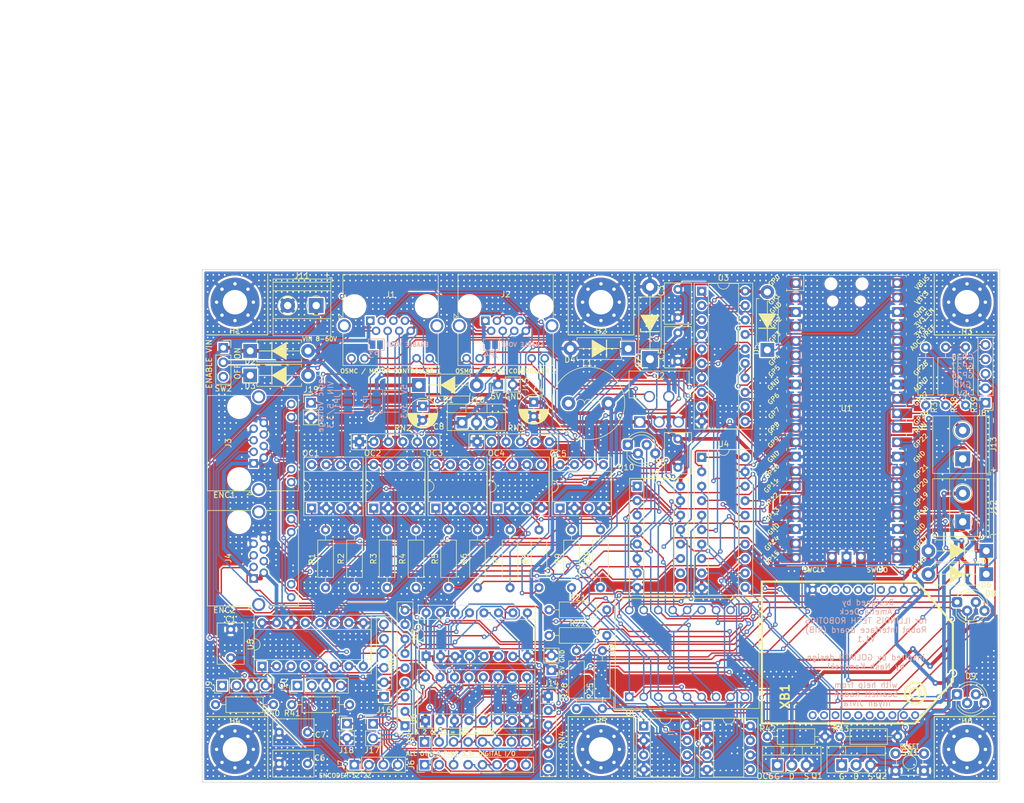
<source format=kicad_pcb>
(kicad_pcb (version 20241229) (generator "pcbnew") (generator_version "9.0")
  (layers (0 "F.Cu" signal) (2 "B.Cu" signal) (13 "F.Paste" user) (15 "B.Paste" user) (5 "F.SilkS" user "F.Silkscreen") (7 "B.SilkS" user "B.Silkscreen") (1 "F.Mask" user) (3 "B.Mask" user) (25 "Edge.Cuts" user))
  (net 0 "")
  (net 1 "GND")
  (net 2 "Net-(U5-CH2)")
  (net 3 "Net-(U5-CH3)")
  (net 4 "Net-(D4-K)")
  (net 5 "Net-(D5-K)")
  (net 6 "MOSFET1")
  (net 7 "MOSFET2")
  (net 8 "Net-(D10-BA)")
  (net 9 "Net-(RN2-R4)")
  (net 10 "Net-(RN2-R3)")
  (net 11 "5V")
  (net 12 "Net-(RN2-R1)")
  (net 13 "Net-(RN2-R2)")
  (net 14 "Net-(RN3-R4)")
  (net 15 "3.3V")
  (net 16 "Net-(U5-CH0)")
  (net 17 "Net-(RN3-R3)")
  (net 18 "Net-(RN3-R2)")
  (net 19 "Net-(RN2-R5)")
  (net 20 "Net-(RN3-R1)")
  (net 21 "Net-(RN3-R5)")
  (net 22 "Net-(U5-CH1)")
  (net 23 "Net-(J7-Pin_1)")
  (net 24 "Net-(J7-Pin_2)")
  (net 25 "Net-(RN1-R5)")
  (net 26 "Net-(J5-Pin_8)")
  (net 27 "Net-(J5-Pin_7)")
  (net 28 "Net-(J5-Pin_6)")
  (net 29 "Net-(J5-Pin_5)")
  (net 30 "VIN")
  (net 31 "Net-(J5-Pin_4)")
  (net 32 "Net-(J5-Pin_3)")
  (net 33 "LGV")
  (net 34 "Net-(J6-Pin_8)")
  (net 35 "Net-(J6-Pin_7)")
  (net 36 "Net-(J6-Pin_6)")
  (net 37 "Net-(J6-Pin_5)")
  (net 38 "Net-(J6-Pin_4)")
  (net 39 "Net-(J6-Pin_3)")
  (net 40 "Net-(J6-Pin_2)")
  (net 41 "Net-(J6-Pin_1)")
  (net 42 "Net-(J8-Pin_5)")
  (net 43 "Net-(J8-Pin_4)")
  (net 44 "Net-(J8-Pin_3)")
  (net 45 "Net-(J9-Pin_2)")
  (net 47 "Net-(J10-Pin_2)")
  (net 49 "Net-(J16-Pin_6)")
  (net 50 "Net-(J16-Pin_5)")
  (net 51 "Net-(J16-Pin_4)")
  (net 52 "Net-(J16-Pin_3)")
  (net 53 "Net-(JP1-B)")
  (net 54 "Net-(RN4-R1)")
  (net 55 "Net-(RN4-R2)")
  (net 56 "Net-(RN4-R3)")
  (net 57 "Net-(RN4-R4)")
  (net 58 "Net-(Q1-G)")
  (net 59 "Net-(Q2-G)")
  (net 60 "Net-(U3-1Y0)")
  (net 61 "Net-(U3-1Y1)")
  (net 62 "Net-(U3-1Y2)")
  (net 63 "Net-(U3-1Y3)")
  (net 64 "Net-(U3-2Y0)")
  (net 65 "Net-(U3-2Y1)")
  (net 66 "Net-(U3-2Y2)")
  (net 67 "Net-(U3-2Y3)")
  (net 68 "Net-(U4-1Y0)")
  (net 69 "Net-(U4-1Y1)")
  (net 70 "Net-(U4-1Y2)")
  (net 71 "Net-(U4-1Y3)")
  (net 72 "Net-(U4-2Y0)")
  (net 73 "Net-(U4-2Y1)")
  (net 74 "Net-(U1-GPIO22)")
  (net 76 "Net-(U1-RUN)")
  (net 83 "Net-(U1-GPIO17)")
  (net 84 "Net-(U1-GPIO16)")
  (net 85 "Net-(U1-GPIO13)")
  (net 86 "Net-(U1-GPIO11)")
  (net 87 "Net-(U1-GPIO10)")
  (net 88 "Net-(U1-GPIO9)")
  (net 89 "Net-(U1-GPIO8)")
  (net 90 "Net-(U1-GPIO7)")
  (net 91 "Net-(U1-GPIO6)")
  (net 92 "Net-(U1-GPIO5)")
  (net 93 "Net-(U1-GPIO4)")
  (net 94 "Net-(U1-GPIO3)")
  (net 95 "Net-(U1-GPIO2)")
  (net 96 "Net-(U1-GPIO1)")
  (net 97 "Net-(U1-GPIO0)")
  (net 98 "Net-(U4-2A1)")
  (net 99 "Net-(OC1-Pad1)")
  (net 100 "Net-(OC1-Pad3)")
  (net 101 "Net-(OC3-Pad1)")
  (net 102 "Net-(OC4-Pad1)")
  (net 103 "Net-(OC5-Pad3)")
  (net 104 "Net-(U4-2A2)")
  (net 105 "Net-(U4-2A3)")
  (net 106 "Net-(OC2-Pad1)")
  (net 107 "Net-(OC2-Pad3)")
  (net 108 "Net-(OC3-Pad3)")
  (net 109 "Net-(OC4-Pad3)")
  (net 110 "Net-(OC6-Pad1)")
  (net 111 "Net-(OC6-Pad3)")
  (net 112 "Net-(OC7-Pad1)")
  (net 113 "Net-(OC7-Pad3)")
  (net 115 "Net-(OC5-Pad1)")
  (net 124 "VIN_PRE")
  (net 127 "LED2")
  (net 128 "LED1")
  (net 129 "LED4")
  (net 130 "LED3")
  (net 131 "LED6")
  (net 132 "LED5")
  (net 133 "LED8")
  (net 134 "LED7")
  (net 135 "PWRIN1")
  (net 136 "PWRIN2")
  (net 137 "PWRIN3")
  (net 142 "CATHODE3")
  (net 143 "SDA")
  (net 144 "SCL")
  (net 149 "Net-(J7-Pin_3)")
  (net 150 "Net-(J7-Pin_4)")
  (net 151 "Net-(J17-Pin_1)")
  (net 152 "Net-(J17-Pin_2)")
  (net 153 "Net-(RN1-R4)")
  (net 154 "Net-(RN1-R8)")
  (net 155 "Net-(RN1-R7)")
  (footprint "Diode_THT_AKL:D_DO-15_P10.16mm_Horizontal" (layer "F.Cu") (at 43.92 61.3)
    (property "Reference" "D2")
    (property "Value" "SB260" (hide yes))
  )
  (footprint "Package_DIP:DIP-8_W7.62mm_Socket" (layer "F.Cu") (at 98.312 88.9 90)
    (property "Reference" "OC5")
    (property "Value" "MCT9001")
  )
  (footprint "Resistor_THT:R_Axial_DIN0207_L6.3mm_D2.5mm_P10.16mm_Horizontal" (layer "F.Cu") (at 83.82 102.87 90)
    (property "Reference" "R6")
    (property "Value" "470")
  )
  (footprint "Package_DIP:DIP-16_W7.62mm_Socket" (layer "F.Cu") (at 74.8 114.9 90)
    (property "Reference" "U7")
    (property "Value" "PCF8574")
  )
  (footprint "LED_THT:LED_D5.0mm-4_RGB_Staggered_Pins" (layer "F.Cu") (at 168 121.6)
    (property "Reference" "D9")
    (property "Value" "LED_RKBG")
  )
  (footprint "MountingHole:MountingHole_4.3mm_M4_Pad_Via" (layer "F.Cu") (at 169.75 131.25)
    (property "Reference" "H6")
    (property "Value" "MountingHole_Pad")
  )
  (footprint "Connector_PinHeader_2.54mm:PinHeader_1x02_P2.54mm_Vertical" (layer "F.Cu") (at 96.8 117.35 180)
    (property "Reference" "J14")
    (property "Value" "Conn_01x02_Male")
  )
  (footprint "Capacitor_THT:C_Rect_L7.0mm_W4.5mm_P5.00mm" (layer "F.Cu") (at 119 55.5 90)
    (property "Reference" "C3")
    (property "Value" "1uF")
  )
  (footprint "TerminalBlock_Phoenix:TerminalBlock_Phoenix_MKDS-1,5-2_1x02_P5.00mm_Horizontal" (layer "F.Cu") (at 169 91.3 90)
    (property "Reference" "J12")
    (property "Value" "Screw_Terminal_01x02")
  )
  (footprint "Connector_RJ:RJ45_Amphenol_RJHSE538X" (layer "F.Cu") (at 44.525 101.25 90)
    (property "Reference" "J4")
    (property "Value" "RJ45_LED")
  )
  (footprint "Capacitor_THT:C_Rect_L7.0mm_W4.5mm_P5.00mm" (layer "F.Cu") (at 119 81.75 90)
    (property "Reference" "C2")
    (property "Value" "1uF")
  )
  (footprint "LM2592HVT:LM2592HVT-5.0&slash_NOPB" (layer "F.Cu") (at 119.1036 60.5989)
    (property "Reference" "U2")
    (property "Value" "LM2592HVT-5.0/NOPB" (hide yes))
  )
  (footprint "Connector_PinHeader_2.54mm:PinHeader_1x04_P2.54mm_Vertical" (layer "F.Cu") (at 39 120.05 90)
    (property "Reference" "J9")
    (property "Value" "Conn_01x04_Male")
  )
  (footprint "Connector_PinSocket_2.54mm:PinSocket_1x03_P2.54mm_Vertical" (layer "F.Cu") (at 39.2 60.76)
    (property "Reference" "SW2")
    (property "Value" "Conn_01x03_Male")
  )
  (footprint "Resistor_THT:R_Axial_DIN0207_L6.3mm_D2.5mm_P10.16mm_Horizontal" (layer "F.Cu") (at 57.15 102.87 90)
    (property "Reference" "R1")
    (property "Value" "470")
  )
  (footprint "4.5mm_button:SW_Tactile_PUSH_4.5mm_H3.8mm_TS_C016" (layer "F.Cu") (at 157.2 132)
    (property "Reference" "SW1")
    (property "Value" "SW_Push")
  )
  (footprint "MCU_RaspberryPi_and_Boards:RPi_Pico_SMD_TH" (layer "F.Cu") (at 148.59 73.5297)
    (property "Reference" "U1")
    (property "Value" "Pico")
  )
  (footprint "Connector_PinHeader_2.54mm:PinHeader_1x04_P2.54mm_Vertical" (layer "F.Cu") (at 62.21 133.95 90)
    (property "Reference" "J7")
    (property "Value" "Conn_01x04_Male")
  )
  (footprint "Resistor_THT:R_Axial_DIN0207_L6.3mm_D2.5mm_P10.16mm_Horizontal" (layer "F.Cu") (at 89.535 102.87 90)
    (property "Reference" "R7")
    (property "Value" "470")
  )
  (footprint "Capacitor_THT:CP_Radial_D5.0mm_P2.50mm" (layer "F.Cu") (at 74.2 70.9949 -90)
    (property "Reference" "C8")
    (property "Value" "33uF")
  )
  (footprint "Diode_THT_AKL:D_5W_CASE-017AA_P12.70mm_Horizontal_Zener" (layer "F.Cu") (at 114.1 62.75 90)
    (property "Reference" "DZ1")
    (property "Value" "1N5339B" (hide yes))
  )
  (footprint "Capacitor_THT:C_Rect_L7.0mm_W4.5mm_P5.00mm" (layer "F.Cu") (at 119 58.15 -90)
    (property "Reference" "C5")
    (property "Value" "10uF")
  )
  (footprint "Package_DIP:DIP-16_W7.62mm_Socket" (layer "F.Cu") (at 111.85 85.05)
    (property "Reference" "U8")
    (property "Value" "MAX6959AAEE+")
  )
  (footprint "Connector_PinHeader_2.54mm:PinHeader_1x08_P2.54mm_Vertical" (layer "F.Cu") (at 74.55 129.95 90)
    (property "Reference" "J5")
    (property "Value" "Conn_01x08_Male")
  )
  (footprint "Resistor_THT:R_Array_SIP6" (layer "F.Cu") (at 83.75 77.25)
    (property "Reference" "RN3")
    (property "Value" "2k_Network05")
  )
  (footprint "Connector_RJ:RJ45_Amphenol_RJHSE538X" (layer "F.Cu") (at 65 56)
    (property "Reference" "J1")
    (property "Value" "RJ45_LED")
  )
  (footprint "Diode_THT_AKL:D_DO-15_P10.16mm_Horizontal" (layer "F.Cu") (at 43.92 65.6)
    (property "Reference" "D3")
    (property "Value" "SB260" (hide yes))
  )
  (footprint "MountingHole:MountingHole_4.3mm_M4_Pad_Via" (layer "F.Cu") (at 41.25 131.25)
    (property "Reference" "H4")
    (property "Value" "MountingHole_Pad")
  )
  (footprint "Package_DIP:DIP-8_W7.62mm_Socket" (layer "F.Cu") (at 54.712 88.9 90)
    (property "Reference" "OC1")
    (property "Value" "MCT9001")
  )
  (footprint "Capacitor_THT:C_Rect_L7.0mm_W4.5mm_P5.00mm" (layer "F.Cu") (at 40.5 115.19 90)
    (property "Reference" "C1")
    (property "Value" "1uF")
  )
  (footprint "Connector_RJ:RJ45_Amphenol_RJHSE538X" (layer "F.Cu") (at 85.2 56)
    (property "Reference" "J2")
    (property "Value" "RJ45_LED")
  )
  (footprint "Resistor_THT:R_Axial_DIN0207_L6.3mm_D2.5mm_P10.16mm_Horizontal" (layer "F.Cu") (at 169.5 70.83 90)
    (property "Reference" "R39")
    (property "Value" "10k")
  )
  (footprint "Resistor_THT:R_Axial_DIN0207_L6.3mm_D2.5mm_P10.16mm_Horizontal" (layer "F.Cu") (at 162.5 60.67 -90)
    (property "Reference" "R37")
    (property "Value" "10k")
  )
  (footprint "Resistor_THT:R_Axial_DIN0207_L6.3mm_D2.5mm_P10.16mm_Horizontal" (layer "F.Cu") (at 100.33 102.87 90)
    (property "Reference" "R9")
    (property "Value" "470")
  )
  (footprint "Package_DIP:DIP-16_W7.62mm_Socket" (layer "F.Cu") (at 74.7 126.2 90)
    (property "Reference" "U6")
    (property "Value" "PCF8574")
  )
  (footprint "Resistor_THT:R_Axial_DIN0207_L6.3mm_D2.5mm_P10.16mm_Horizontal" (layer "F.Cu") (at 62.23 102.87 90)
    (property "Reference" "R2")
    (property "Value" "470")
  )
  (footprint "MountingHole:MountingHole_4.3mm_M4_Pad_Via" (layer "F.Cu") (at 41.25 52.75 180)
    (property "Reference" "H1")
    (property "Value" "MountingHole_Pad")
  )
  (footprint "Package_DIP:DIP-16_W7.62mm_Socket" (layer "F.Cu") (at 46 116.65 90)
    (property "Reference" "U5")
    (property "Value" "MCP3008")
  )
  (footprint "LED_THT:LED_D5.0mm-4_RGB_Staggered_Pins" (layer "F.Cu") (at 168 105.4)
    (property "Reference" "D8")
    (property "Value" "LED_RKBG")
  )
  (footprint "Resistor_THT:R_Array_SIP6" (layer "F.Cu") (at 63.1 77.25)
    (property "Reference" "RN2")
    (property "Value" "2k_Network05")
  )
  (footprint "Connector_PinHeader_2.54mm:PinHeader_1x02_P2.54mm_Vertical" (layer "F.Cu") (at 87.46 67.2 90)
    (property "Reference" "J15")
    (property "Value" "Conn_01x02_Male")
  )
  (footprint "Package_TO_SOT_THT_AKL:TO-220-3_Vertical_GDS" (layer "F.Cu") (at 147.75 134)
    (property "Reference" "Q2")
    (property "Value" "STP2N80K5" (hide yes))
  )
  (footprint "Connector_PinHeader_2.54mm:PinHeader_1x02_P2.54mm_Vertical" (layer "F.Cu") (at 65.5 126.76)
    (property "Reference" "J17")
    (property "Value" "Conn_01x02_Male")
  )
  (footprint "Connector_PinHeader_2.54mm:PinHeader_1x02_P2.54mm_Vertical" (layer "F.Cu") (at 60.9 126.725)
    (property "Reference" "J18")
    (property "Value" "Conn_01x02_Male")
  )
  (footprint "Package_TO_SOT_THT_AKL:TO-220-3_Vertical_GDS" (layer "F.Cu") (at 136.45 134)
    (property "Reference" "Q1")
    (property "Value" "STP2N80K5" (hide yes))
  )
  (footprint "Package_DIP:DIP-20_W7.62mm_Socket" (layer "F.Cu") (at 123.19 50.8)
    (property "Reference" "U3")
    (property "Value" "74HCT244")
  )
  (footprint "TerminalBlock_Phoenix:TerminalBlock_Phoenix_MKDS-1,5-2_1x02_P5.00mm_Horizontal" (layer "F.Cu") (at 169 80.25 90)
    (property "Reference" "J13")
    (property "Value" "Screw_Terminal_01x02")
  )
  (footprint "Diode_THT_AKL:D_DO-15_P10.16mm_Horizontal" (layer "F.Cu") (at 173.13 100.5 180)
    (property "Reference" "D6")
    (property "Value" "SB260" (hide yes))
  )
  (footprint "Resistor_THT:R_Axial_DIN0207_L6.3mm_D2.5mm_P10.16mm_Horizontal" (layer "F.Cu") (at 73.025 102.87 90)
    (property "Reference" "R4")
    (property "Value" "470")
  )
  (footprint "Connector_RJ:RJ45_Amphenol_RJHSE538X" (layer "F.Cu") (at 44.525 81.05 90)
    (property "Reference" "J3")
    (property "Value" "RJ45_LED")
  )
  (footprint "Package_DIP:DIP-8_W7.62mm_Socket" (layer "F.Cu") (at 124.1 127.15)
    (property "Reference" "OC6")
    (property "Value" "MCT9001")
  )
  (footprint "Resistor_THT:R_Axial_DIN0207_L6.3mm_D2.5mm_P10.16mm_Horizontal" (layer "F.Cu") (at 105.41 102.87 90)
    (property "Reference" "R10")
    (property "Value" "470")
  )
  (footprint "Resistor_THT:R_Axial_DIN0207_L6.3mm_D2.5mm_P10.16mm_Horizontal" (layer "F.Cu") (at 166 70.83 90)
    (property "Reference" "R38")
    (property "Value" "10k")
  )
  (footprint "Resistor_THT:R_Axial_DIN0207_L6.3mm_D2.5mm_P10.16mm_Horizontal" (layer "F.Cu") (at 51.22 123.4)
    (property "Reference" "R41")
    (property "Value" "10k")
  )
  (footprint "Diode_THT_AKL:D_DO-15_P10.16mm_Horizontal" (layer "F.Cu") (at 110.28 60.9 180)
    (property "Reference" "D4")
    (property "Value" "SB230" (hide yes))
  )
  (footprint "Package_DIP:DIP-8_W7.62mm_Socket" (layer "F.Cu") (at 65.612 88.9 90)
    (property "Reference" "OC2")
    (property "Value" "MCT9001")
  )
  (footprint "Connector_PinHeader_2.54mm:PinHeader_1x08_P2.54mm_Vertical" (layer "F.Cu") (at 74.55 133.95 90)
    (property "Reference" "J6")
    (property "Value" "Conn_01x08_Male")
  )
  (footprint "Capacitor_THT:CP_Radial_D5.0mm_P2.50mm" (layer "F.Cu") (at 93.7 70.3 -90)
    (property "Reference" "C4")
    (property "Value" "22uF")
  )
  (footprint "Display_7Segment:DA56-11SURKWA" (layer "F.Cu") (at 110.4625 122.0375 90)
    (property "Reference" "U9")
    (property "Value" "DC56-11EWA")
  )
  (footprint "Inductor_THT_AKL:L_Radial_D12.5mm_P7.00mm_Fastron_09HCP" (layer "F.Cu") (at 99.8 70.5)
    (property "Reference" "L1")
    (property "Value" "120uH" (hide yes))
  )
  (footprint "Package_DIP:DIP-8_W7.62mm_Socket" (layer "F.Cu") (at 87.412 88.9 90)
    (property "Reference" "OC4")
    (property "Value" "MCT9001")
  )
  (footprint "Diode_THT_AKL:D_DO-15_P10.16mm_Horizontal" (layer "F.Cu") (at 173.13 96.4 180)
    (property "Reference" "D7")
    (property "Value" "SB260" (hide yes))
  )
  (footprint "Resistor_THT:R_Axial_DIN0207_L6.3mm_D2.5mm_P10.16mm_Horizontal" (layer "F.Cu") (at 96.37 111.25)
    (property "Reference" "R22")
    (property "Value" "470")
  )
  (footprint "Resistor_THT:R_Array_SIP9" (layer "F.Cu") (at 71.1 127.12 90)
    (property "Reference" "RN1")
    (property "Value" "R_Network08")
  )
  (footprint "Resistor_THT:R_Axial_DIN0207_L6.3mm_D2.5mm_P10.16mm_Horizontal" (layer "F.Cu") (at 67.945 102.87 90)
    (property "Reference" "R3")
    (property "Value" "470")
  )
  (footprint "Connector_PinHeader_2.54mm:PinHeader_1x04_P2.54mm_Vertical" (layer "F.Cu") (at 52.2 120.05 90)
    (property "Reference" "J10")
    (property "Value" "Conn_01x04_Male")
  )
  (footprint "Connector_PinHeader_2.54mm:PinHeader_1x06_P2.54mm_Vertical" (layer "F.Cu") (at 67.4 122.01 180)
    (property "Reference" "J16")
    (property "Value" "Conn_01x06_Male")
  )
  (footprint "Resistor_THT:R_Axial_DIN0207_L6.3mm_D2.5mm_P10.16mm_Horizontal" (layer "F.Cu") (at 37.84 123.4)
    (property "Reference" "R40")
    (property "Value" "10k")
  )
  (footprint "Resistor_THT:R_Axial_DIN0207_L6.3mm_D2.5mm_P10.16mm_Horizontal" (layer "F.Cu") (at 105.75 124.08 90)
    (property "Reference" "R25")
    (property "Value" "470")
  )
  (footprint "MountingHole:MountingHole_4.3mm_M4_Pad_Via" (layer "F.Cu") (at 105.5 131.25)
    (property "Reference" "H5")
    (property "Value" "MountingHole_Pad")
  )
  (footprint "Resistor_THT:R_Axial_DIN0207_L6.3mm_D2.5mm_P10.16mm_Horizontal" (layer "F.Cu") (at 96.37 106.75)
    (property "Reference" "R21")
    (property "Value" "470")
  )
  (footprint "Resistor_THT:R_Axial_DIN0207_L6.3mm_D2.5mm_P10.16mm_Horizontal" (layer "F.Cu") (at 101.2 113.92 -90)
    (property "Reference" "R26")
    (property "Value" "470")
  )
  (footprint "Package_DIP:DIP-8_W7.62mm_Socket" (layer "F.Cu") (at 76.512 88.9 90)
    (property "Reference" "OC3")
    (property "Value" "MCT9001")
  )
  (footprint "Package_DIP:DIP-8_W7.62mm_Socket" (layer "F.Cu") (at 113 127.15)
    (property "Reference" "OC7")
    (property "Value" "MCT9001")
  )
  (footprint "Resistor_THT:R_Axial_DIN0207_L6.3mm_D2.5mm_P10.16mm_Horizontal" (layer "F.Cu") (at 78.74 102.87 90)
    (property "Reference" "R5")
    (property "Value" "470")
  )
  (footprint "LED_THT:LED_D5.0mm-4_RGB_Staggered_Pins" (layer "F.Cu") (at 110.214 77.776)
    (property "Reference" "D10")
    (property "Value" "LED_RKBG")
  )
  (footprint "MountingHole:MountingHole_4.3mm_M4_Pad_Via" (layer "F.Cu") (at 169.75 52.75 180)
    (property "Reference" "H3")
    (property "Value" "MountingHole_Pad")
  )
  (footprint "TerminalBlock_Phoenix:TerminalBlock_Phoenix_MKDS-1,5-2_1x02_P5.00mm_Horizontal" (layer "F.Cu") (at 55.5 53.3415 180)
    (property "Reference" "J11")
    (property "Value" "Screw_Terminal_01x02")
  )
  (footprint "RF_and_other_modules:XBEE_PRO_PTH" (layer "F.Cu") (at 160.66 114.25 -90)
    (property "Reference" "XB1")
    (property "Value" "XBEE" (hide yes))
  )
  (footprint "Resistor_THT:R_Axial_DIN0207_L6.3mm_D2.5mm_P10.16mm_Horizontal" (layer "F.Cu") (at 147.42 129)
    (property "Reference" "R43")
    (property "Value" "2k")
  )
  (footprint "Connector_PinHeader_2.54mm:PinHeader_1x02_P2.54mm_Vertical" (layer "F.Cu") (at 54.6 70.4)
    (property "Reference" "J19")
    (property "Value" "Conn_01x02_Male")
  )
  (footprint "Package_TO_SOT_THT:TO-220-3_Vertical" (layer "F.Cu") (at 81.1 73.9)
    (property "Reference" "U10")
    (property "Value" "LM3940IT-3.3")
  )
  (footprint "Diode_THT_AKL:D_DO-15_P10.16mm_Horizontal" (layer "F.Cu") (at 73.52 67.3)
    (property "Reference" "D1")
    (property "Value" "SB260" (hide yes))
  )
  (footprint "Resistor_THT:R_Axial_DIN0207_L6.3mm_D2.5mm_P10.16mm_Horizontal" (layer "F.Cu") (at 94.615 102.87 90)
    (property "Reference" "R8")
    (property "Value" "470")
  )
  (footprint "Resistor_THT:R_Axial_DIN0207_L6.3mm_D2.5mm_P10.16mm_Horizontal" (layer "F.Cu") (at 134.67 129)
    (property "Reference" "R42")
    (property "Value" "2k")
  )
  (footprint "Resistor_THT:R_Array_SIP6" (layer "F.Cu") (at 96.25 121.9 -90)
    (property "Reference" "RN4")
    (property "Value" "2k_Network05")
  )
  (footprint "Package_DIP:DIP-20_W7.62mm_Socket" (layer "F.Cu") (at 123.18 79.98)
    (property "Reference" "U4")
    (property "Value" "74HCT244")
  )
  (footprint "Capacitor_THT:C_Rect_L7.0mm_W4.5mm_P5.00mm" (layer "F.Cu") (at 49 133.75)
    (property "Reference" "C6")
    (property "Value" "10uF")
  )
  (footprint "Capacitor_THT:C_Rect_L7.0mm_W4.5mm_P5.00mm" (layer "F.Cu") (at 49 128.25)
    (property "Reference" "C7")
    (property "Value" "10uF")
  )
  (footprint "Diode_THT_AKL:D_DO-15_P10.16mm_Horizontal" (layer "F.Cu") (at 134.7 61.13 90)
    (property "Reference" "D5")
    (property "Value" "SB230" (hide yes))
  )
  (footprint "Connector_PinHeader_2.54mm:PinHeader_1x05_P2.54mm_Vertical" (layer "F.Cu") (at 173 70.4 180)
    (property "Reference" "J8")
    (property "Value" "Conn_01x05_Male")
  )
  (footprint "MountingHole:MountingHole_4.3mm_M4_Pad_Via" (layer "F.Cu") (at 105.5 52.75 180)
    (property "Reference" "H2")
    (property "Value" "MountingHole_Pad")
  )
  (footprint "Jumper:SolderJumper-2_P1.3mm_Open_Pad1.0x1.5mm" (layer "B.Cu") (at 66.05 60.2)
    (property "Reference" "JP3")
    (property "Value" "SolderJumper_2_Open")
  )
  (footprint "Jumper:SolderJumper-3_P1.3mm_Open_Pad1.0x1.5mm" (layer "B.Cu") (at 66.12 70.15 -90)
    (property "Reference" "JP2")
    (property "Value" "SolderJumper_3_Open")
  )
  (footprint "Jumper:SolderJumper-2_P1.3mm_Open_Pad1.0x1.5mm" (layer "B.Cu") (at 86.25 60.2)
    (property "Reference" "JP4")
    (property "Value" "SolderJumper_2_Open")
  )
  (footprint "Jumper:SolderJumper-3_P1.3mm_Open_Pad1.0x1.5mm" (layer "B.Cu") (at 61.04 70.15 -90)
    (property "Reference" "JP1")
    (property "Value" "SolderJumper_3_Bridged12")
  )
  (gr_line (start 47 58.5) (end 36.25 58.5) (stroke (width 0.15)) (layer "F.SilkS"))
  (gr_line (start 164 47.75) (end 164 58.5) (stroke (width 0.15)) (layer "F.SilkS"))
  (gr_line (start 57 48) (end 57.8 48) (stroke (width 0.15)) (layer "F.SilkS"))
  (gr_line (start 111.25 125.5) (end 99.75 125.5) (stroke (width 0.15)) (layer "F.SilkS"))
  (gr_line (start 174.8 93.5) (end 174 93.5) (stroke (width 0.15)) (layer "F.SilkS"))
  (gr_line (start 174.8 82.2) (end 174 82.2) (stroke (width 0.15)) (layer "F.SilkS"))
  (gr_line (start 57.4 47.6) (end 57.4 48.4) (stroke (width 0.15)) (layer "F.SilkS"))
  (gr_line (start 164 125.5) (end 164 136.25) (stroke (width 0.15)) (layer "F.SilkS"))
  (gr_line (start 174.4 73.1) (end 174.4 73.9) (stroke (width 0.15)) (layer "F.SilkS"))
  (gr_line (start 174.4 84.4) (end 174.4 85.2) (stroke (width 0.15)) (layer "F.SilkS"))
  (gr_line (start 111.25 125.5) (end 111.25 136.25) (stroke (width 0.15)) (layer "F.SilkS"))
  (gr_line (start 99.75 125.5) (end 99.75 136.25) (stroke (width 0.15)) (layer "F.SilkS"))
  (gr_line (start 174.4 93.1) (end 174.4 93.9) (stroke (width 0.15)) (layer "F.SilkS"))
  (gr_line (start 47 58.5) (end 47 47.75) (stroke (width 0.15)) (layer "F.SilkS"))
  (gr_line (start 99.75 58.5) (end 111.25 58.5) (stroke (width 0.15)) (layer "F.SilkS"))
  (gr_line (start 47 125.5) (end 47 136.25) (stroke (width 0.15)) (layer "F.SilkS"))
  (gr_line (start 47 125.5) (end 36.25 125.5) (stroke (width 0.15)) (layer "F.SilkS"))
  (gr_line (start 111.25 58.5) (end 111.25 47.75) (stroke (width 0.15)) (layer "F.SilkS"))
  (gr_line (start 174.75 125.5) (end 164 125.5) (stroke (width 0.15)) (layer "F.SilkS"))
  (gr_line (start 164 58.5) (end 174.75 58.5) (stroke (width 0.15)) (layer "F.SilkS"))
  (gr_line (start 99.75 58.5) (end 99.75 47.75) (stroke (width 0.15)) (layer "F.SilkS"))
  (gr_line (start 48.3 48) (end 49.1 48) (stroke (width 0.15)) (layer "F.SilkS"))
  (gr_line (start 174.4 81.8) (end 174.4 82.6) (stroke (width 0.15)) (layer "F.SilkS"))
  (gr_line (start 170.8 61.7) (end 171.8 60.925) (stroke (width 0.15)) (layer "B.SilkS"))
  (gr_line (start 58.7 68.25) (end 59.77 68.245) (stroke (width 0.15)) (layer "B.SilkS"))
  (gr_line (start 58.7 72.2) (end 59.77 72.2) (stroke (width 0.15)) (layer "B.SilkS"))
  (gr_line (start 170.05 69.2) (end 171.8 70) (stroke (width 0.15)) (layer "B.SilkS"))
  (gr_line (start 69.93 72.055) (end 67.39 72.055) (stroke (width 0.15)) (layer "B.SilkS"))
  (gr_line (start 69.93 68.245) (end 67.39 68.245) (stroke (width 0.15)) (layer "B.SilkS"))
  (gr_rect (start 35.5 47) (end 175.5 137) (stroke (width 0.1)) (fill no) (layer "Edge.Cuts"))
  (gr_text "5V GND" (at 98.7 115.875 90) (layer "F.SilkS") (effects (font (size 0.75 0.75))))
  (gr_text "GND" (at 90.1 69.3 0) (layer "F.SilkS") (effects (font (size 1 1))))
  (gr_text "ENC2" (at 39.4 106.8 0) (layer "F.SilkS") (effects (font (size 1 1))))
  (gr_text "5V" (at 87 69.3 0) (layer "F.SilkS") (effects (font (size 1 1))))
  (gr_text "OSMC / MOTOR CONTROLLER 2" (at 88.8 64.85 0) (layer "F.SilkS") (effects (font (size 0.75 0.75))))
  (gr_text "ENCODER 1Z 2Z" (at 60.585 135.85 0) (layer "F.SilkS") (effects (font (size 0.75 0.75))))
  (gr_text "ENABLE VIN" (at 36.7 63.6 90) (layer "F.SilkS") (effects (font (size 1 1))))
  (gr_text "VIN 8-60V" (at 56.1 59.2 0) (layer "F.SilkS") (effects (font (size 0.75 0.75))))
  (gr_text "ENC1" (at 39.4 86.6 0) (layer "F.SilkS") (effects (font (size 1 1))))
  (gr_text "RESET" (at 159.65 130.7 0) (layer "F.SilkS") (effects (font (size 0.75 0.75))))
  (gr_text "1 & 2 of J5 = SCL & SDA" (at 79.1 128.2 0) (layer "F.SilkS") (effects (font (size 0.75 0.75))))
  (gr_text "OSMC / MOTOR CONTROLLER 1" (at 68.6 64.85 0) (layer "F.SilkS") (effects (font (size 0.75 0.75))))
  (gr_text "OFF ON" (at 41.7 63.5 90) (layer "F.SilkS") (effects (font (size 1 1))))
  (gr_text "ALL OTHER PINS 3.3v DIGITAL I/O" (at 80.9 132 0) (layer "F.SilkS") (effects (font (size 0.75 0.75))))
  (gr_text "Logic Voltage" (at 56.25 70.5 90) (layer "B.SilkS") (effects (font (size 1 1)) (justify mirror)))
  (gr_text "GP28\nGP27\nGP26\nGND\n5V" (at 168.95 65.6 0) (layer "B.SilkS") (effects (font (size 1 1)) (justify mirror)))
  (gr_text "5V  3v3" (at 70.95 70.15 90) (layer "B.SilkS") (effects (font (size 1 1)) (justify mirror)))
  (gr_text "Designed by \nAmelia Deck\nfor ILLINOIS TECH ROBOTICS\nRobot Interface Board (RIB)\nV1.1\n\ninspired by GOLIATH design\nby Nash Kaminski\n\nwith help from\nScarlett Kadan\nIliyan Jivraj" (at 152 114.3 0) (layer "B.SilkS") (effects (font (size 1 1)) (justify mirror)))
  (gr_text "ENABLE VOUT" (at 71.5 60.2 0) (layer "B.SilkS") (effects (font (size 0.75 0.75)) (justify mirror)))
  (gr_text "ENABLE VOUT" (at 91.7 60.2 0) (layer "B.SilkS") (effects (font (size 0.75 0.75)) (justify mirror)))
  (gr_text "VIN  5/3.3" (at 58.05 70.75 90) (layer "B.SilkS") (effects (font (size 1 1)) (justify mirror)))
  (segment (start 77.34 114.9) (end 79.88 114.9) (width 0.325) (layer "F.Cu") (net 1))
  (via (at 91.45 52.95) (size 0.56) (drill 0.3) (layers "F.Cu" "B.Cu") (net 1))
  (via (at 59.45 91.95) (size 0.56) (drill 0.3) (layers "F.Cu" "B.Cu") (net 1))
  (via (at 100.45 48.95) (size 0.56) (drill 0.3) (layers "F.Cu" "B.Cu") (net 1))
  (via (at 100.4 118.6) (size 0.56) (drill 0.3) (layers "F.Cu" "B.Cu") (net 1))
  (via (at 145.45 56.95) (size 0.56) (drill 0.3) (layers "F.Cu" "B.Cu") (net 1))
  (via (at 58.45 47.95) (size 0.56) (drill 0.3) (layers "F.Cu" "B.Cu") (net 1))
  (via (at 57.45 56.95) (size 0.56) (drill 0.3) (layers "F.Cu" "B.Cu") (net 1))
  (via (at 46.45 66.95) (size 0.56) (drill 0.3) (layers "F.Cu" "B.Cu") (net 1))
  (via (at 55.45 132.95) (size 0.56) (drill 0.3) (layers "F.Cu" "B.Cu") (net 1))
  (via (at 148.45 76.95) (size 0.56) (drill 0.3) (layers "F.Cu" "B.Cu") (net 1))
  (via (at 150.45 58.95) (size 0.56) (drill 0.3) (layers "F.Cu" "B.Cu") (net 1))
  (via (at 148.45 64.95) (size 0.56) (drill 0.3) (layers "F.Cu" "B.Cu") (net 1))
  (via (at 114.45 134.95) (size 0.56) (drill 0.3) (layers "F.Cu" "B.Cu") (net 1))
  (via (at 151.45 58.95) (size 0.56) (drill 0.3) (layers "F.Cu" "B.Cu") (net 1))
  (via (at 133.45 126.95) (size 0.56) (drill 0.3) (layers "F.Cu" "B.Cu") (net 1))
  (via (at 143.45 73.95) (size 0.56) (drill 0.3) (layers "F.Cu" "B.Cu") (net 1))
  (via (at 96.45 49.95) (size 0.56) (drill 0.3) (layers "F.Cu" "B.Cu") (net 1))
  (via (at 98.45 133.95) (size 0.56) (drill 0.3) (layers "F.Cu" "B.Cu") (net 1))
  (via (at 49.45 59.95) (size 0.56) (drill 0.3) (layers "F.Cu" "B.Cu") (net 1))
  (via (at 57.45 83.95) (size 0.56) (drill 0.3) (layers "F.Cu" "B.Cu") (net 1))
  (via (at 119.45 47.95) (size 0.56) (drill 0.3) (layers "F.Cu" "B.Cu") (net 1))
  (via (at 107.45 64.95) (size 0.56) (drill 0.3) (layers "F.Cu" "B.Cu") (net 1))
  (via (at 151.45 66.95) (size 0.56) (drill 0.3) (layers "F.Cu" "B.Cu") (net 1))
  (via (at 36.45 116.95) (size 0.56) (drill 0.3) (layers "F.Cu" "B.Cu") (net 1))
  (via (at 85.45 47.95) (size 0.56) (drill 0.3) (layers "F.Cu" "B.Cu") (net 1))
  (via (at 158.45 47.95) (size 0.56) (drill 0.3) (layers "F.Cu" "B.Cu") (net 1))
  (via (at 142.45 95.95) (size 0.56) (drill 0.3) (layers "F.Cu" "B.Cu") (net 1))
  (via (at 124.45 47.95) (size 0.56) (drill 0.3) (layers "F.Cu" "B.Cu") (net 1))
  (via (at 151.45 64.95) (size 0.56) (drill 0.3) (layers "F.Cu" "B.Cu") (net 1))
  (via (at 47.45 128.95) (size 0.56) (drill 0.3) (layers "F.Cu" "B.Cu") (net 1))
  (via (at 146.45 86.95) (size 0.56) (drill 0.3) (layers "F.Cu" "B.Cu") (net 1))
  (via (at 63.45 47.95) (size 0.56) (drill 0.3) (layers "F.Cu" "B.Cu") (net 1))
  (via (at 48.45 59.95) (size 0.56) (drill 0.3) (layers "F.Cu" "B.Cu") (net 1))
  (via (at 156.45 126.95) (size 0.56) (drill 0.3) (layers "F.Cu" "B.Cu") (net 1))
  (via (at 174.45 59.95) (size 0.56) (drill 0.3) (layers "F.Cu" "B.Cu") (net 1))
  (via (at 51.45 99.95) (size 0.56) (drill 0.3) (layers "F.Cu" "B.Cu") (net 1))
  (via (at 38.45 76.95) (size 0.56) (drill 0.3) (layers "F.Cu" "B.Cu") (net 1))
  (via (at 97.45 54.95) (size 0.56) (drill 0.3) (layers "F.Cu" "B.Cu") (net 1))
  (via (at 148.45 85.95) (size 0.56) (drill 0.3) (layers "F.Cu" "B.Cu") (net 1))
  (via (at 37.45 57.95) (size 0.56) (drill 0.3) (layers "F.Cu" "B.Cu") (net 1))
  (via (at 148.45 80.95) (size 0.56) (drill 0.3) (layers "F.Cu" "B.Cu") (net 1))
  (via (at 47.45 85.95) (size 0.56) (drill 0.3) (layers "F.Cu" "B.Cu") (net 1))
  (via (at 62.45 85.95) (size 0.56) (drill 0.3) (layers "F.Cu" "B.Cu") (net 1))
  (via (at 167.45 61.95) (size 0.56) (drill 0.3) (layers "F.Cu" "B.Cu") (net 1))
  (via (at 111.45 49.95) (size 0.56) (drill 0.3) (layers "F.Cu" "B.Cu") (net 1))
  (via (at 168.45 119.95) (size 0.56) (drill 0.3) (layers "F.Cu" "B.Cu") (net 1))
  (via (at 172.45 119.95) (size 0.56) (drill 0.3) (layers "F.Cu" "B.Cu") (net 1))
  (via (at 148.45 92.95) (size 0.56) (drill 0.3) (layers "F.Cu" "B.Cu") (net 1))
  (via (at 102.45 60.95) (size 0.56) (drill 0.3) (layers "F.Cu" "B.Cu") (net 1))
  (via (at 144.45 88.95) (size 0.56) (drill 0.3) (layers "F.Cu" "B.Cu") (net 1))
  (via (at 84.45 83.95) (size 0.56) (drill 0.3) (layers "F.Cu" "B.Cu") (net 1))
  (via (at 151.45 79.95) (size 0.56) (drill 0.3) (layers "F.Cu" "B.Cu") (net 1))
  (via (at 133.45 71.95) (size 0.56) (drill 0.3) (layers "F.Cu" "B.Cu") (net 1))
  (via (at 71.45 135.95) (size 0.56) (drill 0.3) (layers "F.Cu" "B.Cu") (net 1))
  (via (at 123.45 47.95) (size 0.56) (drill 0.3) (layers "F.Cu" "B.Cu") (net 1))
  (via (at 100.45 134.95) (size 0.56) (drill 0.3) (layers "F.Cu" "B.Cu") (net 1))
  (via (at 53.45 102.95) (size 0.56) (drill 0.3) (layers "F.Cu" "B.Cu") (net 1))
  (via (at 41.45 86.95) (size 0.56) (drill 0.3) (layers "F.Cu" "B.Cu") (net 1))
  (via (at 50.45 88.95) (size 0.56) (drill 0.3) (layers "F.Cu" "B.Cu") (net 1))
  (via (at 147.45 60.95) (size 0.56) (drill 0.3) (layers "F.Cu" "B.Cu") (net 1))
  (via (at 174.45 133.95) (size 0.56) (drill 0.3) (layers "F.Cu" "B.Cu") (net 1))
  (via (at 148.45 58.95) (size 0.56) (drill 0.3) (layers "F.Cu" "B.Cu") (net 1))
  (via (at 82.45 92.95) (size 0.56) (drill 0.3) (layers "F.Cu" "B.Cu") (net 1))
  (via (at 46.45 55.95) (size 0.56) (drill 0.3) (layers "F.Cu" "B.Cu") (net 1))
  (via (at 78.45 47.95) (size 0.56) (drill 0.3) (layers "F.Cu" "B.Cu") (net 1))
  (via (at 46.45 47.95) (size 0.56) (drill 0.3) (layers "F.Cu" "B.Cu") (net 1))
  (via (at 147.45 65.95) (size 0.56) (drill 0.3) (layers "F.Cu" "B.Cu") (net 1))
  (via (at 149.45 71.95) (size 0.56) (drill 0.3) (layers "F.Cu" "B.Cu") (net 1))
  (via (at 70.45 93.95) (size 0.56) (drill 0.3) (layers "F.Cu" "B.Cu") (net 1))
  (via (at 170.45 119.95) (size 0.56) (drill 0.3) (layers "F.Cu" "B.Cu") (net 1))
  (via (at 153.45 58.95) (size 0.56) (drill 0.3) (layers "F.Cu" "B.Cu") (net 1))
  (via (at 154.45 81.95) (size 0.56) (drill 0.3) (layers "F.Cu" "B.Cu") (net 1))
  (via (at 113.45 56.95) (size 0.56) (drill 0.3) (layers "F.Cu" "B.Cu") (net 1))
  (via (at 120.45 58.95) (size 0.56) (drill 0.3) (layers "F.Cu" "B.Cu") (net 1))
  (via (at 70.45 91.95) (size 0.56) (drill 0.3) (layers "F.Cu" "B.Cu") (net 1))
  (via (at 77.8 123.2) (size 0.56) (drill 0.3) (layers "F.Cu" "B.Cu") (net 1))
  (via (at 56.45 72.95) (size 0.56) (drill 0.3) (layers "F.Cu" "B.Cu") (net 1))
  (via (at 42.45 113.95) (size 0.56) (drill 0.3) (layers "F.Cu" "B.Cu") (net 1))
  (via (at 146.45 81.95) (size 0.56) (drill 0.3) (layers "F.Cu" "B.Cu") (net 1))
  (via (at 169.45 83.95) (size 0.56) (drill 0.3) (layers "F.Cu" "B.Cu") (net 1))
  (via (at 50.45 60.95) (size 0.56) (drill 0.3) (layers "F.Cu" "B.Cu") (net 1))
  (via (at 75.45 79.95) (size 0.56) (drill 0.3) (layers "F.Cu" "B.Cu") (net 1))
  (via (at 125.45 104.95) (size 0.56) (drill 0.3) (layers "F.Cu" "B.Cu") (net 1))
  (via (at 51.45 48.95) (size 0.56) (drill 0.3) (layers "F.Cu" "B.Cu") (net 1))
  (via (at 143.45 68.95) (size 0.56) (drill 0.3) (layers "F.Cu" "B.Cu") (net 1))
  (via (at 63.45 120.95) (size 0.56) (drill 0.3) (layers "F.Cu" "B.Cu") (net 1))
  (via (at 164.45 56.95) (size 0.56) (drill 0.3) (layers "F.Cu" "B.Cu") (net 1))
  (via (at 107.45 125.95) (size 0.56) (drill 0.3) (layers "F.Cu" "B.Cu") (net 1))
  (via (at 52.45 49.95) (size 0.56) (drill 0.3) (layers "F.Cu" "B.Cu") (net 1))
  (via (at 58.45 56.95) (size 0.56) (drill 0.3) (layers "F.Cu" "B.Cu") (net 1))
  (via (at 102.45 47.95) (size 0.56) (drill 0.3) (layers "F.Cu" "B.Cu") (net 1))
  (via (at 44.45 114.95) (size 0.56) (drill 0.3) (layers "F.Cu" "B.Cu") (net 1))
  (via (at 143.45 66.95) (size 0.56) (drill 0.3) (layers "F.Cu" "B.Cu") (net 1))
  (via (at 133.45 55.95) (size 0.56) (drill 0.3) (layers "F.Cu" "B.Cu") (net 1))
  (via (at 49.45 60.95) (size 0.56) (drill 0.3) (layers "F.Cu" "B.Cu") (net 1))
  (via (at 151.45 69.95) (size 0.56) (drill 0.3) (layers "F.Cu" "B.Cu") (net 1))
  (via (at 152.45 127.95) (size 0.56) (drill 0.3) (layers "F.Cu" "B.Cu") (net 1))
  (via (at 36.45 129.95) (size 0.56) (drill 0.3) (layers "F.Cu" "B.Cu") (net 1))
  (via (at 146.45 72.95) (size 0.56) (drill 0.3) (layers "F.Cu" "B.Cu") (net 1))
  (via (at 44.45 87.95) (size 0.56) (drill 0.3) (layers "F.Cu" "B.Cu") (net 1))
  (via (at 43.45 87.95) (size 0.56) (drill 0.3) (layers "F.Cu" "B.Cu") (net 1))
  (via (at 75.45 91.95) (size 0.56) (drill 0.3) (layers "F.Cu" "B.Cu") (net 1))
  (via (at 64.45 84.95) (size 0.56) (drill 0.3) (layers "F.Cu" "B.Cu") (net 1))
  (via (at 50.45 119.95) (size 0.56) (drill 0.3) (layers "F.Cu" "B.Cu") (net 1))
  (via (at 174.45 117.95) (size 0.56) (drill 0.3) (layers "F.Cu" "B.Cu") (net 1))
  (via (at 62.45 128.95) (size 0.56) (drill 0.3) (layers "F.Cu" "B.Cu") (net 1))
  (via (at 151.45 60.95) (size 0.56) (drill 0.3) (layers "F.Cu" "B.Cu") (net 1))
  (via (at 145.45 64.95) (size 0.56) (drill 0.3) (layers "F.Cu" "B.Cu") (net 1))
  (via (at 154.45 70.95) (size 0.56) (drill 0.3) (layers "F.Cu" "B.Cu") (net 1))
  (via (at 86.45 70.95) (size 0.56) (drill 0.3) (layers "F.Cu" "B.Cu") (net 1))
  (via (at 51.45 130.95) (size 0.56) (drill 0.3) (layers "F.Cu" "B.Cu") (net 1))
  (via (at 110.45 126.95) (size 0.56) (drill 0.3) (layers "F.Cu" "B.Cu") (net 1))
  (via (at 101.45 62.95) (size 0.56) (drill 0.3) (layers "F.Cu" "B.Cu") (net 1))
  (via (at 110.45 135.95) (size 0.56) (drill 0.3) (layers "F.Cu" "B.Cu") (net 1))
  (via (at 75.45 86.95) (size 0.56) (drill 0.3) (layers "F.Cu" "B.Cu") (net 1))
  (via (at 150.45 126.95) (size 0.56) (drill 0.3) (layers "F.Cu" "B.Cu") (net 1))
  (via (at 119.45 130.95) (size 0.56) (drill 0.3) (layers "F.Cu" "B.Cu") (net 1))
  (via (at 125.45 61.95) (size 0.56) (drill 0.3) (layers "F.Cu" "B.Cu") (net 1))
  (via (at 50.45 86.95) (size 0.56) (drill 0.3) (layers "F.Cu" "B.Cu") (net 1))
  (via (at 88.45 53.95) (size 0.56) (drill 0.3) (layers "F.Cu" "B.Cu") (net 1))
  (via (at 46.45 81.95) (size 0.56) (drill 0.3) (layers "F.Cu" "B.Cu") (net 1))
  (via (at 59.45 125.95) (size 0.56) (drill 0.3) (layers "F.Cu" "B.Cu") (net 1))
  (via (at 101.45 55.95) (size 0.56) (drill 0.3) (layers "F.Cu" "B.Cu") (net 1))
  (via (at 101.45 48.95) (size 0.56) (drill 0.3) (layers "F.Cu" "B.Cu") (net 1))
  (via (at 126.45 134.95) (size 0.56) (drill 0.3) (layers "F.Cu" "B.Cu") (net 1))
  (via (at 62.45 86.95) (size 0.56) (drill 0.3) (layers "F.Cu" "B.Cu") (net 1))
  (via (at 58.45 49.95) (size 0.56) (drill 0.3) (layers "F.Cu" "B.Cu") (net 1))
  (via (at 133.45 72.95) (size 0.56) (drill 0.3) (layers "F.Cu" "B.Cu") (net 1))
  (via (at 42.45 94.95) (size 0.56) (drill 0.3) (layers "F.Cu" "B.Cu") (net 1))
  (via (at 46.45 54.95) (size 0.56) (drill 0.3) (layers "F.Cu" "B.Cu") (net 1))
  (via (at 108.45 63.95) (size 0.56) (drill 0.3) (layers "F.Cu" "B.Cu") (net 1))
  (via (at 72.45 135.95) (size 0.56) (drill 0.3) (layers "F.Cu" "B.Cu") (net 1))
  (via (at 172.45 125.95) (size 0.56) (drill 0.3) (layers "F.Cu" "B.Cu") (net 1))
  (via (at 152.45 95.95) (size 0.56) (drill 0.3) (layers "F.Cu" "B.Cu") (net 1))
  (via (at 162.45 49.95) (size 0.56) (drill 0.3) (layers "F.Cu" "B.Cu") (net 1))
  (via (at 64.45 47.95) (size 0.56) (drill 0.3) (layers "F.Cu" "B.Cu") (net 1))
  (via (at 161.45 66.95) (size 0.56) (drill 0.3) (layers "F.Cu" "B.Cu") (net 1))
  (via (at 145.45 89.95) (size 0.56) (drill 0.3) (layers "F.Cu" "B.Cu") (net 1))
  (via (at 109.45 56.95) (size 0.56) (drill 0.3) (layers "F.Cu" "B.Cu") (net 1))
  (via (at 117.45 63.95) (size 0.56) (drill 0.3) (layers "F.Cu" "B.Cu") (net 1))
  (via (at 53.45 48.95) (size 0.56) (drill 0.3) (layers "F.Cu" "B.Cu") (net 1))
  (via (at 46.45 132.95) (size 0.56) (drill 0.3) (layers "F.Cu" "B.Cu") (net 1))
  (via (at 82.45 122.95) (size 0.56) (drill 0.3) (layers "F.Cu" "B.Cu") (net 1))
  (via (at 46.45 82.95) (size 0.56) (drill 0.3) (layers "F.Cu" "B.Cu") (net 1))
  (via (at 147.45 48.95) (size 0.56) (drill 0.3) (layers "F.Cu" "B.Cu") (net 1))
  (via (at 63.45 72.95) (size 0.56) (drill 0.3) (layers "F.Cu" "B.Cu") (net 1))
  (via (at 47.45 87.95) (size 0.56) (drill 0.3) (layers "F.Cu" "B.Cu") (net 1))
  (via (at 147.45 56.95) (size 0.56) (drill 0.3) (layers "F.Cu" "B.Cu") (net 1))
  (via (at 85.45 49.95) (size 0.56) (drill 0.3) (layers "F.Cu" "B.Cu") (net 1))
  (via (at 64.45 48.95) (size 0.56) (drill 0.3) (layers "F.Cu" "B.Cu") (net 1))
  (via (at 159.45 135.95) (size 0.56) (drill 0.3) (layers "F.Cu" "B.Cu") (net 1))
  (via (at 149.45 62.95) (size 0.56) (drill 0.3) (layers "F.Cu" "B.Cu") (net 1))
  (via (at 89.45 123.95) (size 0.56) (drill 0.3) (layers "F.Cu" "B.Cu") (net 1))
  (via (at 125.45 134.95) (size 0.56) (drill 0.3) (layers "F.Cu" "B.Cu") (net 1))
  (via (at 153.45 86.95) (size 0.56) (drill 0.3) (layers "F.Cu" "B.Cu") (net 1))
  (via (at 47.45 92.95) (size 0.56) (drill 0.3) (layers "F.Cu" "B.Cu") (net 1))
  (via (at 148.45 49.95) (size 0.56) (drill 0.3) (layers "F.Cu" "B.Cu") (net 1))
  (via (at 42.45 47.95) (size 0.56) (drill 0.3) (layers "F.Cu" "B.Cu") (net 1))
  (via (at 153.45 57.95) (size 0.56) (drill 0.3) (layers "F.Cu" "B.Cu") (net 1))
  (via (at 108.45 57.95) (size 0.56) (drill 0.3) (layers "F.Cu" "B.Cu") (net 1))
  (via (at 87.45 51.95) (size 0.56) (drill 0.3) (layers "F.Cu" "B.Cu") (net 1))
  (via (at 57.45 100.95) (size 0.56) (drill 0.3) (layers "F.Cu" "B.Cu") (net 1))
  (via (at 150.45 47.95) (size 0.56) (drill 0.3) (layers "F.Cu" "B.Cu") (net 1))
  (via (at 105.45 85.95) (size 0.56) (drill 0.3) (layers "F.Cu" "B.Cu") (net 1))
  (via (at 111.45 50.95) (size 0.56) (drill 0.3) (layers "F.Cu" "B.Cu") (net 1))
  (via (at 114.45 131.95) (size 0.56) (drill 0.3) (layers "F.Cu" "B.Cu") (net 1))
  (via (at 152.45 85.95) (size 0.56) (drill 0.3) (layers "F.Cu" "B.Cu") (net 1))
  (via (at 110.45 52.95) (size 0.56) (drill 0.3) (layers "F.Cu" "B.Cu") (net 1))
  (via (at 36.45 117.95) (size 0.56) (drill 0.3) (layers "F.Cu" "B.Cu") (net 1))
  (via (at 146.45 135.95) (size 0.56) (drill 0.3) (layers "F.Cu" "B.Cu") (net 1))
  (via (at 143.45 70.95) (size 0.56) (drill 0.3) (layers "F.Cu" "B.Cu") (net 1))
  (via (at 154.45 134.95) (size 0.56) (drill 0.3) (layers "F.Cu" "B.Cu") (net 1))
  (via (at 110.45 47.95) (size 0.56) (drill 0.3) (layers "F.Cu" "B.Cu") (net 1))
  (via (at 153.45 47.95) (size 0.56) (drill 0.3) (layers "F.Cu" "B.Cu") (net 1))
  (via (at 164.45 55.95) (size 0.56) (drill 0.3) (layers "F.Cu" "B.Cu") (net 1))
  (via (at 57.45 75.95) (size 0.56) (drill 0.3) (layers "F.Cu" "B.Cu") (net 1))
  (via (at 152.45 52.95) (size 0.56) (drill 0.3) (layers "F.Cu" "B.Cu") (net 1))
  (via (at 142.45 81.95) (size 0.56) (drill 0.3) (layers "F.Cu" "B.Cu") (net 1))
  (via (at 142.45 96.95) (size 0.56) (drill 0.3) (layers "F.Cu" "B.Cu") (net 1))
  (via (at 145.45 130.95) (size 0.56) (drill 0.3) (layers "F.Cu" "B.Cu") (net 1))
  (via (at 150.45 74.95) (size 0.56) (drill 0.3) (layers "F.Cu" "B.Cu") (net 1))
  (via (at 149.45 95.95) (size 0.56) (drill 0.3) (layers "F.Cu" "B.Cu") (net 1))
  (via (at 87 121.2) (size 0.56) (drill 0.3) (layers "F.Cu" "B.Cu") (net 1))
  (via (at 91.45 86.95) (size 0.56) (drill 0.3) (layers "F.Cu" "B.Cu") (net 1))
  (via (at 46.45 131.95) (size 0.56) (drill 0.3) (layers "F.Cu" "B.Cu") (net 1))
  (via (at 51.45 59.95) (size 0.56) (drill 0.3) (layers "F.Cu" "B.Cu") (net 1))
  (via (at 78.45 75.95) (size 0.56) (drill 0.3) (layers "F.Cu" "B.Cu") (net 1))
  (via (at 36.45 133.95) (size 0.56) (drill 0.3) (layers "F.Cu" "B.Cu") (net 1))
  (via (at 115.45 55.95) (size 0.56) (drill 0.3) (layers "F.Cu" "B.Cu") (net 1))
  (via (at 170.45 58.95) (size 0.56) (drill 0.3) (layers "F.Cu" "B.Cu") (net 1))
  (via (at 136.45 55.95) (size 0.56) (drill 0.3) (layers "F.Cu" "B.Cu") (net 1))
  (via (at 97 123.3) (size 0.56) (drill 0.3) (layers "F.Cu" "B.Cu") (net 1))
  (via (at 112.45 53.95) (size 0.56) (drill 0.3) (layers "F.Cu" "B.Cu") (net 1))
  (via (at 71.45 47.95) (size 0.56) (drill 0.3) (layers "F.Cu" "B.Cu") (net 1))
  (via (at 96.45 48.95) (size 0.56) (drill 0.3) (layers "F.Cu" "B.Cu") (net 1))
  (via (at 173.45 74.95) (size 0.56) (drill 0.3) (layers "F.Cu" "B.Cu") (net 1))
  (via (at 49.45 114.95) (size 0.56) (drill 0.3) (layers "F.Cu" "B.Cu") (net 1))
  (via (at 89.6 121.1) (size 0.56) (drill 0.3) (layers "F.Cu" "B.Cu") (net 1))
  (via (at 90.45 84.95) (size 0.56) (drill 0.3) (layers "F.Cu" "B.Cu") (net 1))
  (via (at 163.45 50.95) (size 0.56) (drill 0.3) (layers "F.Cu" "B.Cu") (net 1))
  (via (at 91.45 84.95) (size 0.56) (drill 0.3) (layers "F.Cu" "B.Cu") (net 1))
  (via (at 151.45 82.95) (size 0.56) (drill 0.3) (layers "F.Cu" "B.Cu") (net 1))
  (via (at 151.45 87.95) (size 0.56) (drill 0.3) (layers "F.Cu" "B.Cu") (net 1))
  (via (at 149.45 83.95) (size 0.56) (drill 0.3) (layers "F.Cu" "B.Cu") (net 1))
  (via (at 150.45 127.95) (size 0.56) (drill 0.3) (layers "F.Cu" "B.Cu") (net 1))
  (via (at 67.45 86.95) (size 0.56) (drill 0.3) (layers "F.Cu" "B.Cu") (net 1))
  (via (at 153.45 72.95) (size 0.56) (drill 0.3) (layers "F.Cu" "B.Cu") (net 1))
  (via (at 92.7 122.1) (size 0.56) (drill 0.3) (layers "F.Cu" "B.Cu") (net 1))
  (via (at 148.45 73.95) (size 0.56) (drill 0.3) (layers "F.Cu" "B.Cu") (net 1))
  (via (at 121.45 72.95) (size 0.56) (drill 0.3) (layers "F.Cu" "B.Cu") (net 1))
  (via (at 63.45 48.95) (size 0.56) (drill 0.3) (layers "F.Cu" "B.Cu") (net 1))
  (via (at 39.45 73.95) (size 0.56) (drill 0.3) (layers "F.Cu" "B.Cu") (net 1))
  (via (at 101.45 135.95) (size 0.56) (drill 0.3) (layers "F.Cu" "B.Cu") (net 1))
  (via (at 144.45 131.95) (size 0.56) (drill 0.3) (layers "F.Cu" "B.Cu") (net 1))
  (via (at 121.45 52.95) (size 0.56) (drill 0.3) (layers "F.Cu" "B.Cu") (net 1))
  (via (at 128.45 134.95) (size 0.56) (drill 0.3) (layers "F.Cu" "B.Cu") (net 1))
  (via (at 147.45 49.95) (size 0.56) (drill 0.3) (layers "F.Cu" "B.Cu") (net 1))
  (via (at 50.45 55.95) (size 0.56) (drill 0.3) (layers "F.Cu" "B.Cu") (net 1))
  (via (at 68.45 86.95) (size 0.56) (drill 0.3) (layers "F.Cu" "B.Cu") (net 1))
  (via (at 154.45 61.95) (size 0.56) (drill 0.3) (layers "F.Cu" "B.Cu") (net 1))
  (via (at 97.45 49.95) (size 0.56) (drill 0.3) (layers "F.Cu" "B.Cu") (net 1))
  (via (at 47.45 134.95) (size 0.56) (drill 0.3) (layers "F.Cu" "B.Cu") (net 1))
  (via (at 84.45 49.95) (size 0.56) (drill 0.3) (layers "F.Cu" "B.Cu") (net 1))
  (via (at 144.45 54.95) (size 0.56) (drill 0.3) (layers "F.Cu" "B.Cu") (net 1))
  (via (at 143.45 91.95) (size 0.56) (drill 0.3) (layers "F.Cu" "B.Cu") (net 1))
  (via (at 97.45 51.95) (size 0.56) (drill 0.3) (layers "F.Cu" "B.Cu") (net 1))
  (via (at 142.45 85.95) (size 0.56) (drill 0.3) (layers "F.Cu" "B.Cu") (net 1))
  (via (at 161.45 53.95) (size 0.56) (drill 0.3) (layers "F.Cu" "B.Cu") (net 1))
  (via (at 147.45 76.95) (size 0.56) (drill 0.3) (layers "F.Cu" "B.Cu") (net 1))
  (via (at 144.45 63.95) (size 0.56) (drill 0.3) (layers "F.Cu" "B.Cu") (net 1))
  (via (at 143.45 129.95) (size 0.56) (drill 0.3) (layers "F.Cu" "B.Cu") (net 1))
  (via (at 38.45 74.95) (size 0.56) (drill 0.3) (layers "F.Cu" "B.Cu") (net 1))
  (via (at 151.45 83.95) (size 0.56) (drill 0.3) (layers "F.Cu" "B.Cu") (net 1))
  (via (at 149.45 87.95) (size 0.56) (drill 0.3) (layers "F.Cu" "B.Cu") (net 1))
  (via (at 162.45 66.95) (size 0.56) (drill 0.3) (layers "F.Cu" "B.Cu") (net 1))
  (via (at 150.45 86.95) (size 0.56) (drill 0.3) (layers "F.Cu" "B.Cu") (net 1))
  (via (at 89.45 84.95) (size 0.56) (drill 0.3) (layers "F.Cu" "B.Cu") (net 1))
  (via (at 104.45 86.95) (size 0.56) (drill 0.3) (layers "F.Cu" "B.Cu") (net 1))
  (via (at 70.45 103.95) (size 0.56) (drill 0.3) (layers "F.Cu" "B.Cu") (net 1))
  (via (at 37.45 134.95) (size 0.56) (drill 0.3) (layers "F.Cu" "B.Cu") (net 1))
  (via (at 117.45 53.95) (size 0.56) (drill 0.3) (layers "F.Cu" "B.Cu") (net 1))
  (via (at 85.45 91.95) (size 0.56) (drill 0.3) (layers "F.Cu" "B.Cu") (net 1))
  (via (at 47.45 50.95) (size 0.56) (drill 0.3) (layers "F.Cu" "B.Cu") (net 1))
  (via (at 45.45 55.95) (size 0.56) (drill 0.3) (layers "F.Cu" "B.Cu") (net 1))
  (via (at 152.45 84.95) (size 0.56) (drill 0.3) (layers "F.Cu" "B.Cu") (net 1))
  (via (at 164.45 57.95) (size 0.56) (drill 0.3) (layers "F.Cu" "B.Cu") (net 1))
  (via (at 153.45 76.95) (size 0.56) (drill 0.3) (layers "F.Cu" "B.Cu") (net 1))
  (via (at 38.45 73.95) (size 0.56) (drill 0.3) (layers "F.Cu" "B.Cu") (net 1))
  (via (at 62.45 130.95) (size 0.56) (drill 0.3) (layers "F.Cu" "B.Cu") (net 1))
  (via (at 142.45 90.95) (size 0.56) (drill 0.3) (layers "F.Cu" "B.Cu") (net 1))
  (via (at 126.45 73.95) (size 0.56) (drill 0.3) (layers "F.Cu" "B.Cu") (net 1))
  (via (at 98.45 49.95) (size 0.56) (drill 0.3) (layers "F.Cu" "B.Cu") (net 1))
  (via (at 48.45 113.95) (size 0.56) (drill 0.3) (layers "F.Cu" "B.Cu") (net 1))
  (via (at 143.45 69.95) (size 0.56) (drill 0.3) (layers "F.Cu" "B.Cu") (net 1))
  (via (at 164.45 130.95) (size 0.56) (drill 0.3) (layers "F.Cu" "B.Cu") (net 1))
  (via (at 150.45 54.95) (size 0.56) (drill 0.3) (layers "F.Cu" "B.Cu") (net 1))
  (via (at 118.45 47.95) (size 0.56) (drill 0.3) (layers "F.Cu" "B.Cu") (net 1))
  (via (at 155.45 90.95) (size 0.56) (drill 0.3) (layers "F.Cu" "B.Cu") (net 1))
  (via (at 129.45 48.95) (size 0.56) (drill 0.3) (layers "F.Cu" "B.Cu") (net 1))
  (via (at 41.45 87.95) (size 0.56) (drill 0.3) (layers "F.Cu" "B.Cu") (net 1))
  (via (at 142.45 62.95) (size 0.56) (drill 0.3) (layers "F.Cu" "B.Cu") (net 1))
  (via (at 174.45 113.95) (size 0.56) (drill 0.3) (layers "F.Cu" "B.Cu") (net 1))
  (via (at 173.45 117.95) (size 0.56) (drill 0.3) (layers "F.Cu" "B.Cu") (net 1))
  (via (at 155.45 50.95) (size 0.56) (drill 0.3) (layers "F.Cu" "B.Cu") (net 1))
  (via (at 77.9 121.1) (size 0.56) (drill 0.3) (layers "F.Cu" "B.Cu") (net 1))
  (via (at 147.45 84.95) (size 0.56) (drill 0.3) (layers "F.Cu" "B.Cu") (net 1))
  (via (at 54.45 75.95) (size 0.56) (drill 0.3) (layers "F.Cu" "B.Cu") (net 1))
  (via (at 50.45 112.95) (size 0.56) (drill 0.3) (layers "F.Cu" "B.Cu") (net 1))
  (via (at 59.45 85.95) (size 0.56) (drill 0.3) (layers "F.Cu" "B.Cu") (net 1))
  (via (at 147.45 95.95) (size 0.56) (drill 0.3) (layers "F.Cu" "B.Cu") (net 1))
  (via (at 92.45 82.95) (size 0.56) (drill 0.3) (layers "F.Cu" "B.Cu") (net 1))
  (via (at 152.45 62.95) (size 0.56) (drill 0.3) (layers "F.Cu" "B.Cu") (net 1))
  (via (at 114.45 54.95) (size 0.56) (drill 0.3) (layers "F.Cu" "B.Cu") (net 1))
  (via (at 39.45 113.95) (size 0.56) (drill 0.3) (layers "F.Cu" "B.Cu") (net 1))
  (via (at 46.45 111.95) (size 0.56) (drill 0.3) (layers "F.Cu" "B.Cu") (net 1))
  (via (at 143.45 87.95) (size 0.56) (drill 0.3) (layers "F.Cu" "B.Cu") (net 1))
  (via (at 71.45 78.95) (size 0.56) (drill 0.3) (layers "F.Cu" "B.Cu") (net 1))
  (via (at 90.45 83.95) (size 0.56) (drill 0.3) (layers "F.Cu" "B.Cu") (net 1))
  (via (at 56.45 100.95) (size 0.56) (drill 0.3) (layers "F.Cu" "B.Cu") (net 1))
  (via (at 99.45 127.95) (size 0.56) (drill 0.3) (layers "F.Cu" "B.Cu") (net 1))
  (via (at 149.45 90.95) (size 0.56) (drill 0.3) (layers "F.Cu" "B.Cu") (net 1))
  (via (at 45.45 48.95) (size 0.56) (drill 0.3) (layers "F.Cu" "B.Cu") (net 1))
  (via (at 150.45 85.95) (size 0.56) (drill 0.3) (layers "F.Cu" "B.Cu") (net 1))
  (via (at 49.45 69.95) (size 0.56) (drill 0.3) (layers "F.Cu" "B.Cu") (net 1))
  (via (at 54.45 55.95) (size 0.56) (drill 0.3) (layers "F.Cu" "B.Cu") (net 1))
  (via (at 154.45 51.95) (size 0.56) (drill 0.3) (layers "F.Cu" "B.Cu") (net 1))
  (via (at 172.45 57.95) (size 0.56) (drill 0.3) (layers "F.Cu" "B.Cu") (net 1))
  (via (at 155.45 135.95) (size 0.56) (drill 0.3) (layers "F.Cu" "B.Cu") (net 1))
  (via (at 50.45 131.95) (size 0.56) (drill 0.3) (layers "F.Cu" "B.Cu") (net 1))
  (via (at 52.45 52.95) (size 0.56) (drill 0.3) (layers "F.Cu" "B.Cu") (net 1))
  (via (at 76.45 104.95) (size 0.56) (drill 0.3) (layers "F.Cu" "B.Cu") (net 1))
  (via (at 78.45 56.95) (size 0.56) (drill 0.3) (layers "F.Cu" "B.Cu") (net 1))
  (via (at 173.45 86.95) (size 0.56) (drill 0.3) (layers "F.Cu" "B.Cu") (net 1))
  (via (at 39.45 72.95) (size 0.56) (drill 0.3) (layers "F.Cu" "B.Cu") (net 1))
  (via (at 68.45 135.95) (size 0.56) (drill 0.3) (layers "F.Cu" "B.Cu") (net 1))
  (via (at 47.45 133.95) (size 0.56) (drill 0.3) (layers "F.Cu" "B.Cu") (net 1))
  (via (at 154.45 75.95) (size 0.56) (drill 0.3) (layers "F.Cu" "B.Cu") (net 1))
  (via (at 47.45 47.95) (size 0.56) (drill 0.3) (layers "F.Cu" "B.Cu") (net 1))
  (via (at 62.45 55.95) (size 0.56) (drill 0.3) (layers "F.Cu" "B.Cu") (net 1))
  (via (at 81.45 49.95) (size 0.56) (drill 0.3) (layers "F.Cu" "B.Cu") (net 1))
  (via (at 78.45 72.95) (size 0.56) (drill 0.3) (layers "F.Cu" "B.Cu") (net 1))
  (via (at 52.45 53.95) (size 0.56) (drill 0.3) (layers "F.Cu" "B.Cu") (net 1))
  (via (at 53.45 84.95) (size 0.56) (drill 0.3) (layers "F.Cu" "B.Cu") (net 1))
  (via (at 151.45 72.95) (size 0.56) (drill 0.3) (layers "F.Cu" "B.Cu") (net 1))
  (via (at 60.45 83.95) (size 0.56) (drill 0.3) (layers "F.Cu" "B.Cu") (net 1))
  (via (at 99.45 54.95) (size 0.56) (drill 0.3) (layers "F.Cu" "B.Cu") (net 1))
  (via (at 57.45 99.95) (size 0.56) (drill 0.3) (layers "F.Cu" "B.Cu") (net 1))
  (via (at 71.45 92.95) (size 0.56) (drill 0.3) (layers "F.Cu" "B.Cu") (net 1))
  (via (at 52.45 69.95) (size 0.56) (drill 0.3) (layers "F.Cu" "B.Cu") (net 1))
  (via (at 65.45 120.95) (size 0.56) (drill 0.3) (layers "F.Cu" "B.Cu") (net 1))
  (via (at 155.45 47.95) (size 0.56) (drill 0.3) (layers "F.Cu" "B.Cu") (net 1))
  (via (at 45.45 125.95) (size 0.56) (drill 0.3) (layers "F.Cu" "B.Cu") (net 1))
  (via (at 147.45 71.95) (size 0.56) (drill 0.3) (layers "F.Cu" "B.Cu") (net 1))
  (via (at 165.45 134.95) (size 0.56) (drill 0.3) (layers "F.Cu" "B.Cu") (net 1))
  (via (at 45.45 124.95) (size 0.56) (drill 0.3) (layers "F.Cu" "B.Cu") (net 1))
  (via (at 142.45 74.95) (size 0.56) (drill 0.3) (layers "F.Cu" "B.Cu") (net 1))
  (via (at 62.45 69.95) (size 0.56) (drill 0.3) (layers "F.Cu" "B.Cu") (net 1))
  (via (at 65.45 84.95) (size 0.56) (drill 0.3) (layers "F.Cu" "B.Cu") (net 1))
  (via (at 75.45 90.95) (size 0.56) (drill 0.3) (layers "F.Cu" "B.Cu") (net 1))
  (via (at 162.45 55.95) (size 0.56) (drill 0.3) (layers "F.Cu" "B.Cu") (net 1))
  (via (at 62.45 83.95) (size 0.56) (drill 0.3) (layers "F.Cu" "B.Cu") (net 1))
  (via (at 174.45 63.95) (size 0.56) (drill 0.3) (layers "F.Cu" "B.Cu") (net 1))
  (via (at 118.45 133.95) (size 0.56) (drill 0.3) (layers "F.Cu" "B.Cu") (net 1))
  (via (at 37.45 121.95) (size 0.56) (drill 0.3) (layers "F.Cu" "B.Cu") (net 1))
  (via (at 111.45 132.95) (size 0.56) (drill 0.3) (layers "F.Cu" "B.Cu") (net 1))
  (via (at 131.45 48.95) (size 0.56) (drill 0.3) (layers "F.Cu" "B.Cu") (net 1))
  (via (at 54.45 90.95) (size 0.56) (drill 0.3) (layers "F.Cu" "B.Cu") (net 1))
  (via (at 71.45 132.95) (size 0.56) (drill 0.3) (layers "F.Cu" "B.Cu") (net 1))
  (via (at 141.45 90.95) (size 0.56) (drill 0.3) (layers "F.Cu" "B.Cu") (net 1))
  (via (at 51.45 133.95) (size 0.56) (drill 0.3) (layers "F.Cu" "B.Cu") (net 1))
  (via (at 148.45 93.95) (size 0.56) (drill 0.3) (layers "F.Cu" "B.Cu") (net 1))
  (via (at 52.45 51.95) (size 0.56) (drill 0.3) (layers "F.Cu" "B.Cu") (net 1))
  (via (at 144.45 64.95) (size 0.56) (drill 0.3) (layers "F.Cu" "B.Cu") (net 1))
  (via (at 165.45 125.95) (size 0.56) (drill 0.3) (layers "F.Cu" "B.Cu") (net 1))
  (via (at 81.7 124.1) (size 0.56) (drill 0.3) (layers "F.Cu" "B.Cu") (net 1))
  (via (at 162.45 52.95) (size 0.56) (drill 0.3) (layers "F.Cu" "B.Cu") (net 1))
  (via (at 36.45 125.95) (size 0.56) (drill 0.3) (layers "F.Cu" "B.Cu") (net 1))
  (via (at 145.45 79.95) (size 0.56) (drill 0.3) (layers "F.Cu" "B.Cu") (net 1))
  (via (at 91.45 85.95) (size 0.56) (drill 0.3) (layers "F.Cu" "B.Cu") (net 1))
  (via (at 146.45 59.95) (size 0.56) (drill 0.3) (layers "F.Cu" "B.Cu") (net 1))
  (via (at 53.45 51.95) (size 0.56) (drill 0.3) (layers "F.Cu" "B.Cu") (net 1))
  (via (at 130.45 130.95) (size 0.56) (drill 0.3) (layers "F.Cu" "B.Cu") (net 1))
  (via (at 80.45 47.95) (size 0.56) (drill 0.3) (layers "F.Cu" "B.Cu") (net 1))
  (via (at 151.45 135.95) (size 0.56) (drill 0.3) (layers "F.Cu" "B.Cu") (net 1))
  (via (at 130.1 118.7) (size 0.56) (drill 0.3) (layers "F.Cu" "B.Cu") (net 1))
  (via (at 154.45 82.95) (size 0.56) (drill 0.3) (layers "F.Cu" "B.Cu") (net 1))
  (via (at 38.45 75.95) (size 0.56) (drill 0.3) (layers "F.Cu" "B.Cu") (net 1))
  (via (at 83.5 122.3) (size 0.56) (drill 0.3) (layers "F.Cu" "B.Cu") (net 1))
  (via (at 46.45 133.95) (size 0.56) (drill 0.3) (layers "F.Cu" "B.Cu") (net 1))
  (via (at 155.45 49.95) (size 0.56) (drill 0.3) (layers "F.Cu" "B.Cu") (net 1))
  (via (at 45.45 82.95) (size 0.56) (drill 0.3) (layers "F.Cu" "B.Cu") (net 1))
  (via (at 57.45 73.95) (size 0.56) (drill 0.3) (layers "F.Cu" "B.Cu") (net 1))
  (via (at 153.45 60.95) (size 0.56) (drill 0.3) (layers "F.Cu" "B.Cu") (net 1))
  (via (at 150.45 135.95) (size 0.56) (drill 0.3) (layers "F.Cu" "B.Cu") (net 1))
  (via (at 63.45 69.95) (size 0.56) (drill 0.3) (layers "F.Cu" "B.Cu") (net 1))
  (via (at 168.45 47.95) (size 0.56) (drill 0.3) (layers "F.Cu" "B.Cu") (net 1))
  (via (at 144.45 72.95) (size 0.56) (drill 0.3) (layers "F.Cu" "B.Cu") (net 1))
  (via (at 42.45 121.95) (size 0.56) (drill 0.3) (layers "F.Cu" "B.Cu") (net 1))
  (via (at 172.45 126.95) (size 0.56) (drill 0.3) (layers "F.Cu" "B.Cu") (net 1))
  (via (at 144.45 66.95) (size 0.56) (drill 0.3) (layers "F.Cu" "B.Cu") (net 1))
  (via (at 49.45 48.95) (size 0.56) (drill 0.3) (layers "F.Cu" "B.Cu") (net 1))
  (via (at 64.45 75.95) (size 0.56) (drill 0.3) (layers "F.Cu" "B.Cu") (net 1))
  (via (at 61.45 76.95) (size 0.56) (drill 0.3) (layers "F.Cu" "B.Cu") (net 1))
  (via (at 166.45 126.95) (size 0.56) (drill 0.3) (layers "F.Cu" "B.Cu") (net 1))
  (via (at 148.45 54.95) (size 0.56) (drill 0.3) (layers "F.Cu" "B.Cu") (net 1))
  (via (at 155.45 127.95) (size 0.56) (drill 0.3) (layers "F.Cu" "B.Cu") (net 1))
  (via (at 52.45 131.95) (size 0.56) (drill 0.3) (layers "F.Cu" "B.Cu") (net 1))
  (via (at 164.45 79.95) (size 0.56) (drill 0.3) (layers "F.Cu" "B.Cu") (net 1))
  (via (at 146.45 80.95) (size 0.56) (drill 0.3) (layers "F.Cu" "B.Cu") (net 1))
  (via (at 55.45 75.95) (size 0.56) (drill 0.3) (layers "F.Cu" "B.Cu") (net 1))
  (via (at 174.45 54.95) (size 0.56) (drill 0.3) (layers "F.Cu" "B.Cu") (net 1))
  (via (at 141.45 48.95) (size 0.56) (drill 0.3) (layers "F.Cu" "B.Cu") (net 1))
  (via (at 55.45 100.95) (size 0.56) (drill 0.3) (layers "F.Cu" "B.Cu") (net 1))
  (via (at 149.45 135.95) (size 0.56) (drill 0.3) (layers "F.Cu" "B.Cu") (net 1))
  (via (at 74.45 100.95) (size 0.56) (drill 0.3) (layers "F.Cu" "B.Cu") (net 1))
  (via (at 51.45 60.95) (size 0.56) (drill 0.3) (layers "F.Cu" "B.Cu") (net 1))
  (via (at 147.45 55.95) (size 0.56) (drill 0.3) (layers "F.Cu" "B.Cu") (net 1))
  (via (at 147.45 54.95) (size 0.56) (drill 0.3) (layers "F.Cu" "B.Cu") (net 1))
  (via (at 38.45 121.95) (size 0.56) (drill 0.3) (layers "F.Cu" "B.Cu") (net 1))
  (via (at 50.45 57.95) (size 0.56) (drill 0.3) (layers "F.Cu" "B.Cu") (net 1))
  (via (at 74.45 102.95) (size 0.56) (drill 0.3) (layers "F.Cu" "B.Cu") (net 1))
  (via (at 89.45 69.95) (size 0.56) (drill 0.3) (layers "F.Cu" "B.Cu") (net 1))
  (via (at 154.45 62.95) (size 0.56) (drill 0.3) (layers "F.Cu" "B.Cu") (net 1))
  (via (at 87.45 123.95) (size 0.56) (drill 0.3) (layers "F.Cu" "B.Cu") (net 1))
  (via (at 78.45 48.95) (size 0.56) (drill 0.3) (layers "F.Cu" "B.Cu") (net 1))
  (via (at 71.45 134.95) (size 0.56) (drill 0.3) (layers "F.Cu" "B.Cu") (net 1))
  (via (at 71.45 93.95) (size 0.56) (drill 0.3) (layers "F.Cu" "B.Cu") (net 1))
  (via (at 75.45 48.95) (size 0.56) (drill 0.3) (layers "F.Cu" "B.Cu") (net 1))
  (via (at 81.45 92.95) (size 0.56) (drill 0.3) (layers "F.Cu" "B.Cu") (net 1))
  (via (at 77.45 72.95) (size 0.56) (drill 0.3) (layers "F.Cu" "B.Cu") (net 1))
  (via (at 90.45 74.95) (size 0.56) (drill 0.3) (layers "F.Cu" "B.Cu") (net 1))
  (via (at 148.45 91.95) (size 0.56) (drill 0.3) (layers "F.Cu" "B.Cu") (net 1))
  (via (at 98.45 50.95) (size 0.56) (drill 0.3) (layers "F.Cu" "B.Cu") (net 1))
  (via (at 53.45 101.95) (size 0.56) (drill 0.3) (layers "F.Cu" "B.Cu") (net 1))
  (via (at 151.45 47.95) (size 0.56) (drill 0.3) (layers "F.Cu" "B.Cu") (net 1))
  (via (at 114.45 133.95) (size 0.56) (drill 0.3) (layers "F.Cu" "B.Cu") (net 1))
  (via (at 90.45 70.95) (size 0.56) (drill 0.3) (layers "F.Cu" "B.Cu") (net 1))
  (via (at 147.45 68.95) (size 0.56) (drill 0.3) (layers "F.Cu" "B.Cu") (net 1))
  (via (at 89.45 48.95) (size 0.56) (drill 0.3) (layers "F.Cu" "B.Cu") (net 1))
  (via (at 149.45 69.95) (size 0.56) (drill 0.3) (layers "F.Cu" "B.Cu") (net 1))
  (via (at 111.45 47.95) (size 0.56) (drill 0.3) (layers "F.Cu" "B.Cu") (net 1))
  (via (at 38.45 116.95) (size 0.56) (drill 0.3) (layers "F.Cu" "B.Cu") (net 1))
  (via (at 74.45 47.95) (size 0.56) (drill 0.3) (layers "F.Cu" "B.Cu") (net 1))
  (via (at 155.45 54.95) (size 0.56) (drill 0.3) (layers "F.Cu" "B.Cu") (net 1))
  (via (at 56.45 132.95) (size 0.56) (drill 0.3) (layers "F.Cu" "B.Cu") (net 1))
  (via (at 144.45 91.95) (size 0.56) (drill 0.3) (layers "F.Cu" "B.Cu") (net 1))
  (via (at 152.45 83.95) (size 0.56) (drill 0.3) (layers "F.Cu" "B.Cu") (net 1))
  (via (at 63.45 84.95) (size 0.56) (drill 0.3) (layers "F.Cu" "B.Cu") (net 1))
  (via (at 102.45 63.95) (size 0.56) (drill 0.3) (layers "F.Cu" "B.Cu") (net 1))
  (via (at 164.45 77.95) (size 0.56) (drill 0.3) (layers "F.Cu" "B.Cu") (net 1))
  (via (at 152.45 79.95) (size 0.56) (drill 0.3) (layers "F.Cu" "B.Cu") (net 1))
  (via (at 150.45 62.95) (size 0.56) (drill 0.3) (layers "F.Cu" "B.Cu") (net 1))
  (via (at 65.45 122.95) (size 0.56) (drill 0.3) (layers "F.Cu" "B.Cu") (net 1))
  (via (at 153.45 88.95) (size 0.56) (drill 0.3) (layers "F.Cu" "B.Cu") (net 1))
  (via (at 155.45 56.95) (size 0.56) (drill 0.3) (layers "F.Cu" "B.Cu") (net 1))
  (via (at 46.45 83.95) (size 0.56) (drill 0.3) (layers "F.Cu" "B.Cu") (net 1))
  (via (at 163.45 65.95) (size 0.56) (drill 0.3) (layers "F.Cu" "B.Cu") (net 1))
  (via (at 148.45 67.95) (size 0.56) (drill 0.3) (layers "F.Cu" "B.Cu") (net 1))
  (via (at 148.45 72.95) (size 0.56) (drill 0.3) (layers "F.Cu" "B.Cu") (net 1))
  (via (at 56.45 76.95) (size 0.56) (drill 0.3) (layers "F.Cu" "B.Cu") (net 1))
  (via (at 40.45 57.95) (size 0.56) (drill 0.3) (layers "F.Cu" "B.Cu") (net 1))
  (via (at 54.45 85.95) (size 0.56) (drill 0.3) (layers "F.Cu" "B.Cu") (net 1))
  (via (at 145.45 73.95) (size 0.56) (drill 0.3) (layers "F.Cu" "B.Cu") (net 1))
  (via (at 143.45 74.95) (size 0.56) (drill 0.3) (layers "F.Cu" "B.Cu") (net 1))
  (via (at 153.45 135.95) (size 0.56) (drill 0.3) (layers "F.Cu" "B.Cu") (net 1))
  (via (at 163.45 51.95) (size 0.56) (drill 0.3) (layers "F.Cu" "B.Cu") (net 1))
  (via (at 142.45 63.95) (size 0.56) (drill 0.3) (layers "F.Cu" "B.Cu") (net 1))
  (via (at 76.45 92.95) (size 0.56) (drill 0.3) (layers "F.Cu" "B.Cu") (net 1))
  (via (at 36.45 127.95) (size 0.56) (drill 0.3) (layers "F.Cu" "B.Cu") (net 1))
  (via (at 71.45 52.95) (size 0.56) (drill 0.3) (layers "F.Cu" "B.Cu") (net 1))
  (via (at 71.45 83.95) (size 0.56) (drill 0.3) (layers "F.Cu" "B.Cu") (net 1))
  (via (at 151.45 54.95) (size 0.56) (drill 0.3) (layers "F.Cu" "B.Cu") (net 1))
  (via (at 142.45 47.95) (size 0.56) (drill 0.3) (layers "F.Cu" "B.Cu") (net 1))
  (via (at 153.45 74.95) (size 0.56) (drill 0.3) (layers "F.Cu" "B.Cu") (net 1))
  (via (at 99.45 133.95) (size 0.56) (drill 0.3) (layers "F.Cu" "B.Cu") (net 1))
  (via (at 47.45 132.95) (size 0.56) (drill 0.3) (layers "F.Cu" "B.Cu") (net 1))
  (via (at 103.3 122.2) (size 0.56) (drill 0.3) (layers "F.Cu" "B.Cu") (net 1))
  (via (at 91.45 50.95) (size 0.56) (drill 0.3) (layers "F.Cu" "B.Cu") (net 1))
  (via (at 45.45 47.95) (size 0.56) (drill 0.3) (layers "F.Cu" "B.Cu") (net 1))
  (via (at 95.45 47.95) (size 0.56) (drill 0.3) (layers "F.Cu" "B.Cu") (net 1))
  (via (at 144.45 90.95) (size 0.56) (drill 0.3) (layers "F.Cu" "B.Cu") (net 1))
  (via (at 100.45 126.95) (size 0.56) (drill 0.3) (layers "F.Cu" "B.Cu") (net 1))
  (via (at 53.45 123.95) (size 0.56) (drill 0.3) (layers "F.Cu" "B.Cu") (net 1))
  (via (at 50.45 87.95) (size 0.56) (drill 0.3) (layers "F.Cu" "B.Cu") (net 1))
  (via (at 146.45 76.95) (size 0.56) (drill 0.3) (layers "F.Cu" "B.Cu") (net 1))
  (via (at 147.45 58.95) (size 0.56) (drill 0.3) (layers "F.Cu" "B.Cu") (net 1))
  (via (at 150.45 71.95) (size 0.56) (drill 0.3) (layers "F.Cu" "B.Cu") (net 1))
  (via (at 141.45 82.95) (size 0.56) (drill 0.3) (layers "F.Cu" "B.Cu") (net 1))
  (via (at 59.45 48.95) (size 0.56) (drill 0.3) (layers "F.Cu" "B.Cu") (net 1))
  (via (at 48.45 130.95) (size 0.56) (drill 0.3) (layers "F.Cu" "B.Cu") (net 1))
  (via (at 37.45 124.95) (size 0.56) (drill 0.3) (layers "F.Cu" "B.Cu") (net 1))
  (via (at 58.45 55.95) (size 0.56) (drill 0.3) (layers "F.Cu" "B.Cu") (net 1))
  (via (at 143.45 50.95) (size 0.56) (drill 0.3) (layers "F.Cu" "B.Cu") (net 1))
  (via (at 81.45 90.95) (size 0.56) (drill 0.3) (layers "F.Cu" "B.Cu") (net 1))
  (via (at 82.45 82.95) (size 0.56) (drill 0.3) (layers "F.Cu" "B.Cu") (net 1))
  (via (at 173.45 93.95) (size 0.56) (drill 0.3) (layers "F.Cu" "B.Cu") (net 1))
  (via (at 102.45 126.95) (size 0.56) (drill 0.3) (layers "F.Cu" "B.Cu") (net 1))
  (via (at 174.45 60.95) (size 0.56) (drill 0.3) (layers "F.Cu" "B.Cu") (net 1))
  (via (at 121.45 51.95) (size 0.56) (drill 0.3) (layers "F.Cu" "B.Cu") (net 1))
  (via (at 102.45 56.95) (size 0.56) (drill 0.3) (layers "F.Cu" "B.Cu") (net 1))
  (via (at 67.45 48.95) (size 0.56) (drill 0.3) (layers "F.Cu" "B.Cu") (net 1))
  (via (at 39.45 107.95) (size 0.56) (drill 0.3) (layers "F.Cu" "B.Cu") (net 1))
  (via (at 37.45 114.95) (size 0.56) (drill 0.3) (layers "F.Cu" "B.Cu") (net 1))
  (via (at 140.45 128.95) (size 0.56) (drill 0.3) (layers "F.Cu" "B.Cu") (net 1))
  (via (at 46.45 49.95) (size 0.56) (drill 0.3) (layers "F.Cu" "B.Cu") (net 1))
  (via (at 161.45 61.95) (size 0.56) (drill 0.3) (layers "F.Cu" "B.Cu") (net 1))
  (via (at 42.45 112.95) (size 0.56) (drill 0.3) (layers "F.Cu" "B.Cu") (net 1))
  (via (at 134.45 66.95) (size 0.56) (drill 0.3) (layers "F.Cu" "B.Cu") (net 1))
  (via (at 146.45 94.95) (size 0.56) (drill 0.3) (layers "F.Cu" "B.Cu") (net 1))
  (via (at 89.45 85.95) (size 0.56) (drill 0.3) (layers "F.Cu" "B.Cu") (net 1))
  (via (at 152.45 47.95) (size 0.56) (drill 0.3) (layers "F.Cu" "B.Cu") (net 1))
  (via (at 57.45 57.95) (size 0.56) (drill 0.3) (layers "F.Cu" "B.Cu") (net 1))
  (via (at 56.45 73.95) (size 0.56) (drill 0.3) (layers "F.Cu" "B.Cu") (net 1))
  (via (at 50.45 135.95) (size 0.56) (drill 0.3) (layers "F.Cu" "B.Cu") (net 1))
  (via (at 63.45 130.95) (size 0.56) (drill 0.3) (layers "F.Cu" "B.Cu") (net 1))
  (via (at 108.45 126.95) (size 0.56) (drill 0.3) (layers "F.Cu" "B.Cu") (net 1))
  (via (at 54.45 77.95) (size 0.56) (drill 0.3) (layers "F.Cu" "B.Cu") (net 1))
  (via (at 87.45 71.95) (size 0.56) (drill 0.3) (layers "F.Cu" "B.Cu") (net 1))
  (via (at 155.45 65.95) (size 0.56) (drill 0.3) (layers "F.Cu" "B.Cu") (net 1))
  (via (at 145.45 66.95) (size 0.56) (drill 0.3) (layers "F.Cu" "B.Cu") (net 1))
  (via (at 37.45 126.95) (size 0.56) (drill 0.3) (layers "F.Cu" "B.Cu") (net 1))
  (via (at 110.45 49.95) (size 0.56) (drill 0.3) (layers "F.Cu" "B.Cu") (net 1))
  (via (at 150.45 50.95) (size 0.56) (drill 0.3) (layers "F.Cu" "B.Cu") (net 1))
  (via (at 103.45 125.95) (size 0.56) (drill 0.3) (layers "F.Cu" "B.Cu") (net 1))
  (via (at 152.45 69.95) (size 0.56) (drill 0.3) (layers "F.Cu" "B.Cu") (net 1))
  (via (at 110.45 54.95) (size 0.56) (drill 0.3) (layers "F.Cu" "B.Cu") (net 1))
  (via (at 136.45 67.95) (size 0.56) (drill 0.3) (layers "F.Cu" "B.Cu") (net 1))
  (via (at 70.45 100.95) (size 0.56) (drill 0.3) (layers "F.Cu" "B.Cu") (net 1))
  (via (at 104 119.8) (size 0.56) (drill 0.3) (layers "F.Cu" "B.Cu") (net 1))
  (via (at 47.45 131.95) (size 0.56) (drill 0.3) (layers "F.Cu" "B.Cu") (net 1))
  (via (at 152.45 59.95) (size 0.56) (drill 0.3) (layers "F.Cu" "B.Cu") (net 1))
  (via (at 164.45 50.95) (size 0.56) (drill 0.3) (layers "F.Cu" "B.Cu") (net 1))
  (via (at 154.45 48.95) (size 0.56) (drill 0.3) (layers "F.Cu" "B.Cu") (net 1))
  (via (at 99.45 132.95) (size 0.56) (drill 0.3) (layers "F.Cu" "B.Cu") (net 1))
  (via (at 149.45 77.95) (size 0.56) (drill 0.3) (layers "F.Cu" "B.Cu") (net 1))
  (via (at 141.45 50.95) (size 0.56) (drill 0.3) (layers "F.Cu" "B.Cu") (net 1))
  (via (at 50.45 85.95) (size 0.56) (drill 0.3) (layers "F.Cu" "B.Cu") (net 1))
  (via (at 154.45 47.95) (size 0.56) (drill 0.3) (layers "F.Cu" "B.Cu") (net 1))
  (via (at 55.45 83.95) (size 0.56) (drill 0.3) (layers "F.Cu" "B.Cu") (net 1))
  (via (at 96.45 50.95) (size 0.56) (drill 0.3) (layers "F.Cu" "B.Cu") (net 1))
  (via (at 41.45 73.95) (size 0.56) (drill 0.3) (layers "F.Cu" "B.Cu") (net 1))
  (via (at 133.45 66.95) (size 0.56) (drill 0.3) (layers "F.Cu" "B.Cu") (net 1))
  (via (at 61.45 72.95) (size 0.56) (drill 0.3) (layers "F.Cu" "B.Cu") (net 1))
  (via (at 151.45 76.95) (size 0.56) (drill 0.3) (layers "F.Cu" "B.Cu") (net 1))
  (via (at 143.45 99.95) (size 0.56) (drill 0.3) (layers "F.Cu" "B.Cu") (net 1))
  (via (at 36.45 126.95) (size 0.56) (drill 0.3) (layers "F.Cu" "B.Cu") (net 1))
  (via (at 149.45 88.95) (size 0.56) (drill 0.3) (layers "F.Cu" "B.Cu") (net 1))
  (via (at 63.45 111.95) (size 0.56) (drill 0.3) (layers "F.Cu" "B.Cu") (net 1))
  (via (at 161.45 52.95) (size 0.56) (drill 0.3) (layers "F.Cu" "B.Cu") (net 1))
  (via (at 49.45 55.95) (size 0.56) (drill 0.3) (layers "F.Cu" "B.Cu") (net 1))
  (via (at 40.45 93.95) (size 0.56) (drill 0.3) (layers "F.Cu" "B.Cu") (net 1))
  (via (at 114.45 55.95) (size 0.56) (drill 0.3) (layers "F.Cu" "B.Cu") (net 1))
  (via (at 50.45 130.95) (size 0.56) (drill 0.3) (layers "F.Cu" "B.Cu") (net 1))
  (via (at 109.45 48.95) (size 0.56) (drill 0.3) (layers "F.Cu" "B.Cu") (net 1))
  (via (at 78.45 54.95) (size 0.56) (drill 0.3) (layers "F.Cu" "B.Cu") (net 1))
  (via (at 160.45 134.95) (size 0.56) (drill 0.3) (layers "F.Cu" "B.Cu") (net 1))
  (via (at 58.45 77.95) (size 0.56) (drill 0.3) (layers "F.Cu" "B.Cu") (net 1))
  (via (at 152.45 92.95) (size 0.56) (drill 0.3) (layers "F.Cu" "B.Cu") (net 1))
  (via (at 150.45 61.95) (size 0.56) (drill 0.3) (layers "F.Cu" "B.Cu") (net 1))
  (via (at 94.1 86.9) (size 0.56) (drill 0.3) (layers "F.Cu" "B.Cu") (net 1))
  (via (at 142.45 56.95) (size 0.56) (drill 0.3) (layers "F.Cu" "B.Cu") (net 1))
  (via (at 94.7 86.3) (size 0.56) (drill 0.3) (layers "F.Cu" "B.Cu") (net 1))
  (via (at 165.45 127.95) (size 0.56) (drill 0.3) (layers "F.Cu" "B.Cu") (net 1))
  (via (at 151.45 75.95) (size 0.56) (drill 0.3) (layers "F.Cu" "B.Cu") (net 1))
  (via (at 152.45 50.95) (size 0.56) (drill 0.3) (layers "F.Cu" "B.Cu") (net 1))
  (via (at 63.45 127.95) (size 0.56) (drill 0.3) (layers "F.Cu" "B.Cu") (net 1))
  (via (at 115.45 132.95) (size 0.56) (drill 0.3) (layers "F.Cu" "B.Cu") (net 1))
  (via (at 63.45 103.95) (size 0.56) (drill 0.3) (layers "F.Cu" "B.Cu") (net 1))
  (via (at 152.45 51.95) (size 0.56) (drill 0.3) (layers "F.Cu" "B.Cu") (net 1))
  (via (at 57.45 122.95) (size 0.56) (drill 0.3) (layers "F.Cu" "B.Cu") (net 1))
  (via (at 50.45 48.95) (size 0.56) (drill 0.3) (layers "F.Cu" "B.Cu") (net 1))
  (via (at 51.45 112.95) (size 0.56) (drill 0.3) (layers "F.Cu" "B.Cu") (net 1))
  (via (at 45.45 56.95) (size 0.56) (drill 0.3) (layers "F.Cu" "B.Cu") (net 1))
  (via (at 100.45 62.95) (size 0.56) (drill 0.3) (layers "F.Cu" "B.Cu") (net 1))
  (via (at 125.45 126.95) (size 0.56) (drill 0.3) (layers "F.Cu" "B.Cu") (net 1))
  (via (at 152.45 75.95) (size 0.56) (drill 0.3) (layers "F.Cu" "B.Cu") (net 1))
  (via (at 148.45 84.95) (size 0.56) (drill 0.3) (layers "F.Cu" "B.Cu") (net 1))
  (via (at 150.45 93.95) (size 0.56) (drill 0.3) (layers "F.Cu" "B.Cu") (net 1))
  (via (at 152.45 71.95) (size 0.56) (drill 0.3) (layers "F.Cu" "B.Cu") (net 1))
  (via (at 145.45 81.95) (size 0.56) (drill 0.3) (layers "F.Cu" "B.Cu") (net 1))
  (via (at 152.45 81.95) (size 0.56) (drill 0.3) (layers "F.Cu" "B.Cu") (net 1))
  (via (at 143.45 53.95) (size 0.56) (drill 0.3) (layers "F.Cu" "B.Cu") (net 1))
  (via (at 174.45 124.95) (size 0.56) (drill 0.3) (layers "F.Cu" "B.Cu") (net 1))
  (via (at 129.45 134.95) (size 0.56) (drill 0.3) (layers "F.Cu" "B.Cu") (net 1))
  (via (at 173.45 134.95) (size 0.56) (drill 0.3) (layers "F.Cu" "B.Cu") (net 1))
  (via (at 131.5 120.1) (size 0.56) (drill 0.3) (layers "F.Cu" "B.Cu") (net 1))
  (via (at 103.45 57.95) (size 0.56) (drill 0.3) (layers "F.Cu" "B.Cu") (net 1))
  (via (at 87.45 84.95) (size 0.56) (drill 0.3) (layers "F.Cu" "B.Cu") (net 1))
  (via (at 161.45 65.95) (size 0.56) (drill 0.3) (layers "F.Cu" "B.Cu") (net 1))
  (via (at 132.7 120) (size 0.56) (drill 0.3) (layers "F.Cu" "B.Cu") (net 1))
  (via (at 36.45 114.95) (size 0.56) (drill 0.3) (layers "F.Cu" "B.Cu") (net 1))
  (via (at 98.45 48.95) (size 0.56) (drill 0.3) (layers "F.Cu" "B.Cu") (net 1))
  (via (at 106.45 84.95) (size 0.56) (drill 0.3) (layers "F.Cu" "B.Cu") (net 1))
  (via (at 143.45 78.95) (size 0.56) (drill 0.3) (layers "F.Cu" "B.Cu") (net 1))
  (via (at 149.45 60.95) (size 0.56) (drill 0.3) (layers "F.Cu" "B.Cu") (net 1))
  (via (at 94.45 83.95) (size 0.56) (drill 0.3) (layers "F.Cu" "B.Cu") (net 1))
  (via (at 51.45 88.95) (size 0.56) (drill 0.3) (layers "F.Cu" "B.Cu") (net 1))
  (via (at 54.45 47.95) (size 0.56) (drill 0.3) (layers "F.Cu" "B.Cu") (net 1))
  (via (at 142.45 92.95) (size 0.56) (drill 0.3) (layers "F.Cu" "B.Cu") (net 1))
  (via (at 61.45 78.95) (size 0.56) (drill 0.3) (layers "F.Cu" "B.Cu") (net 1))
  (via (at 151.45 62.95) (size 0.56) (drill 0.3) (layers "F.Cu" "B.Cu") (net 1))
  (via (at 41.45 95.95) (size 0.56) (drill 0.3) (layers "F.Cu" "B.Cu") (net 1))
  (via (at 144.45 65.95) (size 0.56) (drill 0.3) (layers "F.Cu" "B.Cu") (net 1))
  (via (at 141.45 53.95) (size 0.56) (drill 0.3) (layers "F.Cu" "B.Cu") (net 1))
  (via (at 154.45 78.95) (size 0.56) (drill 0.3) (layers "F.Cu" "B.Cu") (net 1))
  (via (at 83.45 86.95) (size 0.56) (drill 0.3) (layers "F.Cu" "B.Cu") (net 1))
  (via (at 148.45 77.95) (size 0.56) (drill 0.3) (layers "F.Cu" "B.Cu") (net 1))
  (via (at 110.45 75.95) (size 0.56) (drill 0.3) (layers "F.Cu" "B.Cu") (net 1))
  (via (at 64.45 85.95) (size 0.56) (drill 0.3) (layers "F.Cu" "B.Cu") (net 1))
  (via (at 72.45 83.95) (size 0.56) (drill 0.3) (layers "F.Cu" "B.Cu") (net 1))
  (via (at 63.45 86.95) (size 0.56) (drill 0.3) (layers "F.Cu" "B.Cu") (net 1))
  (via (at 132 119.3) (size 0.56) (drill 0.3) (layers "F.Cu" "B.Cu") (net 1))
  (via (at 121.45 65.95) (size 0.56) (drill 0.3) (layers "F.Cu" "B.Cu") (net 1))
  (via (at 108.45 85.95) (size 0.56) (drill 0.3) (layers "F.Cu" "B.Cu") (net 1))
  (via (at 135.45 48.95) (size 0.56) (drill 0.3) (layers "F.Cu" "B.Cu") (net 1))
  (via (at 57.45 55.95) (size 0.56) (drill 0.3) (layers "F.Cu" "B.Cu") (net 1))
  (via (at 111.45 54.95) (size 0.56) (drill 0.3) (layers "F.Cu" "B.Cu") (net 1))
  (via (at 49.45 130.95) (size 0.56) (drill 0.3) (layers "F.Cu" "B.Cu") (net 1))
  (via (at 155.45 67.95) (size 0.56) (drill 0.3) (layers "F.Cu" "B.Cu") (net 1))
  (via (at 154.45 72.95) (size 0.56) (drill 0.3) (layers "F.Cu" "B.Cu") (net 1))
  (via (at 119.45 135.95) (size 0.56) (drill 0.3) (layers "F.Cu" "B.Cu") (net 1))
  (via (at 53.45 50.95) (size 0.56) (drill 0.3) (layers "F.Cu" "B.Cu") (net 1))
  (via (at 144.45 81.95) (size 0.56) (drill 0.3) (layers "F.Cu" "B.Cu") (net 1))
  (via (at 37.45 120.95) (size 0.56) (drill 0.3) (layers "F.Cu" "B.Cu") (net 1))
  (via (at 91.45 49.95) (size 0.56) (drill 0.3) (layers "F.Cu" "B.Cu") (net 1))
  (via (at 147.45 135.95) (size 0.56) (drill 0.3) (layers "F.Cu" "B.Cu") (net 1))
  (via (at 56.45 48.95) (size 0.56) (drill 0.3) (layers "F.Cu" "B.Cu") (net 1))
  (via (at 151.45 91.95) (size 0.56) (drill 0.3) (layers "F.Cu" "B.Cu") (net 1))
  (via (at 152.45 70.95) (size 0.56) (drill 0.3) (layers "F.Cu" "B.Cu") (net 1))
  (via (at 150.45 65.95) (size 0.56) (drill 0.3) (layers "F.Cu" "B.Cu") (net 1))
  (via (at 136.45 74.95) (size 0.56) (drill 0.3) (layers "F.Cu" "B.Cu") (net 1))
  (via (at 60.45 102.95) (size 0.56) (drill 0.3) (layers "F.Cu" "B.Cu") (net 1))
  (via (at 155.45 70.95) (size 0.56) (drill 0.3) (layers "F.Cu" "B.Cu") (net 1))
  (via (at 52.45 117.95) (size 0.56) (drill 0.3) (layers "F.Cu" "B.Cu") (net 1))
  (via (at 161.45 51.95) (size 0.56) (drill 0.3) (layers "F.Cu" "B.Cu") (net 1))
  (via (at 154.45 65.95) (size 0.56) (drill 0.3) (layers "F.Cu" "B.Cu") (net 1))
  (via (at 98.8 120.7) (size 0.56) (drill 0.3) (layers "F.Cu" "B.Cu") (net 1))
  (via (at 57.45 85.95) (size 0.56) (drill 0.3) (layers "F.Cu" "B.Cu") (net 1))
  (via (at 145.45 53.95) (size 0.56) (drill 0.3) (layers "F.Cu" "B.Cu") (net 1))
  (via (at 109.45 84.95) (size 0.56) (drill 0.3) (layers "F.Cu" "B.Cu") (net 1))
  (via (at 53.45 86.95) (size 0.56) (drill 0.3) (layers "F.Cu" "B.Cu") (net 1))
  (via (at 125.45 60.95) (size 0.56) (drill 0.3) (layers "F.Cu" "B.Cu") (net 1))
  (via (at 46.45 59.95) (size 0.56) (drill 0.3) (layers "F.Cu" "B.Cu") (net 1))
  (via (at 153.45 83.95) (size 0.56) (drill 0.3) (layers "F.Cu" "B.Cu") (net 1))
  (via (at 167.45 62.95) (size 0.56) (drill 0.3) (layers "F.Cu" "B.Cu") (net 1))
  (via (at 100.45 53.95) (size 0.56) (drill 0.3) (layers "F.Cu" "B.Cu") (net 1))
  (via (at 164.45 76.95) (size 0.56) (drill 0.3) (layers "F.Cu" "B.Cu") (net 1))
  (via (at 147.45 94.95) (size 0.56) (drill 0.3) (layers "F.Cu" "B.Cu") (net 1))
  (via (at 137.45 130.95) (size 0.56) (drill 0.3) (layers "F.Cu" "B.Cu") (net 1))
  (via (at 60.45 91.95) (size 0.56) (drill 0.3) (layers "F.Cu" "B.Cu") (net 1))
  (via (at 99.45 130.95) (size 0.56) (drill 0.3) (layers "F.Cu" "B.Cu") (net 1))
  (via (at 167.45 47.95) (size 0.56) (drill 0.3) (layers "F.Cu" "B.Cu") (net 1))
  (via (at 147.45 77.95) (size 0.56) (drill 0.3) (layers "F.Cu" "B.Cu") (net 1))
  (via (at 105.45 62.95) (size 0.56) (drill 0.3) (layers "F.Cu" "B.Cu") (net 1))
  (via (at 146.45 69.95) (size 0.56) (drill 0.3) (layers "F.Cu" "B.Cu") (net 1))
  (via (at 148.45 135.95) (size 0.56) (drill 0.3) (layers "F.Cu" "B.Cu") (net 1))
  (via (at 146.45 78.95) (size 0.56) (drill 0.3) (layers "F.Cu" "B.Cu") (net 1))
  (via (at 149.45 61.95) (size 0.56) (drill 0.3) (layers "F.Cu" "B.Cu") (net 1))
  (via (at 147.45 70.95) (size 0.56) (drill 0.3) (layers "F.Cu" "B.Cu") (net 1))
  (via (at 36.45 112.95) (size 0.56) (drill 0.3) (layers "F.Cu" "B.Cu") (net 1))
  (via (at 147.45 93.95) (size 0.56) (drill 0.3) (layers "F.Cu" "B.Cu") (net 1))
  (via (at 152.45 89.95) (size 0.56) (drill 0.3) (layers "F.Cu" "B.Cu") (net 1))
  (via (at 152.45 78.95) (size 0.56) (drill 0.3) (layers "F.Cu" "B.Cu") (net 1))
  (via (at 92.45 123.95) (size 0.56) (drill 0.3) (layers "F.Cu" "B.Cu") (net 1))
  (via (at 51.45 131.95) (size 0.56) (drill 0.3) (layers "F.Cu" "B.Cu") (net 1))
  (via (at 172.45 115.95) (size 0.56) (drill 0.3) (layers "F.Cu" "B.Cu") (net 1))
  (via (at 65.45 83.95) (size 0.56) (drill 0.3) (layers "F.Cu" "B.Cu") (net 1))
  (via (at 130.8 119.4) (size 0.56) (drill 0.3) (layers "F.Cu" "B.Cu") (net 1))
  (via (at 72.45 47.95) (size 0.56) (drill 0.3) (layers "F.Cu" "B.Cu") (net 1))
  (via (at 145.45 95.95) (size 0.56) (drill 0.3) (layers "F.Cu" "B.Cu") (net 1))
  (via (at 118.45 135.95) (size 0.56) (drill 0.3) (layers "F.Cu" "B.Cu") (net 1))
  (via (at 38.45 117.95) (size 0.56) (drill 0.3) (layers "F.Cu" "B.Cu") (net 1))
  (via (at 153.45 73.95) (size 0.56) (drill 0.3) (layers "F.Cu" "B.Cu") (net 1))
  (via (at 48.45 73.95) (size 0.56) (drill 0.3) (layers "F.Cu" "B.Cu") (net 1))
  (via (at 79.45 51.95) (size 0.56) (drill 0.3) (layers "F.Cu" "B.Cu") (net 1))
  (via (at 44.45 83.95) (size 0.56) (drill 0.3) (layers "F.Cu" "B.Cu") (net 1))
  (via (at 52.45 113.95) (size 0.56) (drill 0.3) (layers "F.Cu" "B.Cu") (net 1))
  (via (at 65.45 47.95) (size 0.56) (drill 0.3) (layers "F.Cu" "B.Cu") (net 1))
  (via (at 141.45 93.95) (size 0.56) (drill 0.3) (layers "F.Cu" "B.Cu") (net 1))
  (via (at 86.45 52.95) (size 0.56) (drill 0.3) (layers "F.Cu" "B.Cu") (net 1))
  (via (at 165.45 58.95) (size 0.56) (drill 0.3) (layers "F.Cu" "B.Cu") (net 1))
  (via (at 113.45 57.95) (size 0.56) (drill 0.3) (layers "F.Cu" "B.Cu") (net 1))
  (via (at 47.45 82.95) (size 0.56) (drill 0.3) (layers "F.Cu" "B.Cu") (net 1))
  (via (at 147.45 89.95) (size 0.56) (drill 0.3) (layers "F.Cu" "B.Cu") (net 1))
  (via (at 78.45 57.95) (size 0.56) (drill 0.3) (layers "F.Cu" "B.Cu") (net 1))
  (via (at 38.45 69.95) (size 0.56) (drill 0.3) (layers "F.Cu" "B.Cu") (net 1))
  (via (at 155.45 64.95) (size 0.56) (drill 0.3) (layers "F.Cu" "B.Cu") (net 1))
  (via (at 148.45 89.95) (size 0.56) (drill 0.3) (layers "F.Cu" "B.Cu") (net 1))
  (via (at 134.45 65.95) (size 0.56) (drill 0.3) (layers "F.Cu" "B.Cu") (net 1))
  (via (at 143.45 58.95) (size 0.56) (drill 0.3) (layers "F.Cu" "B.Cu") (net 1))
  (via (at 49.45 49.95) (size 0.56) (drill 0.3) (layers "F.Cu" "B.Cu") (net 1))
  (via (at 144.45 56.95) (size 0.56) (drill 0.3) (layers "F.Cu" "B.Cu") (net 1))
  (via (at 145.45 55.95) (size 0.56) (drill 0.3) (layers "F.Cu" "B.Cu") (net 1))
  (via (at 161.45 62.95) (size 0.56) (drill 0.3) (layers "F.Cu" "B.Cu") (net 1))
  (via (at 113.45 55.95) (size 0.56) (drill 0.3) (layers "F.Cu" "B.Cu") (net 1))
  (via (at 104.6 122.2) (size 0.56) (drill 0.3) (layers "F.Cu" "B.Cu") (net 1))
  (via (at 141.45 94.95) (size 0.56) (drill 0.3) (layers "F.Cu" "B.Cu") (net 1))
  (via (at 121.45 54.95) (size 0.56) (drill 0.3) (layers "F.Cu" "B.Cu") (net 1))
  (via (at 52.45 48.95) (size 0.56) (drill 0.3) (layers "F.Cu" "B.Cu") (net 1))
  (via (at 80.45 101.95) (size 0.56) (drill 0.3) (layers "F.Cu" "B.Cu") (net 1))
  (via (at 142.45 94.95) (size 0.56) (drill 0.3) (layers "F.Cu" "B.Cu") (net 1))
  (via (at 62.45 127.95) (size 0.56) (drill 0.3) (layers "F.Cu" "B.Cu") (net 1))
  (via (at 65.45 51.95) (size 0.56) (drill 0.3) (layers "F.Cu" "B.Cu") (net 1))
  (via (at 79.45 90.95) (size 0.56) (drill 0.3) (layers "F.Cu" "B.Cu") (net 1))
  (via (at 146.45 79.95) (size 0.56) (drill 0.3) (layers "F.Cu" "B.Cu") (net 1))
  (via (at 155.45 62.95) (size 0.56) (drill 0.3) (layers "F.Cu" "B.Cu") (net 1))
  (via (at 36.45 48.95) (size 0.56) (drill 0.3) (layers "F.Cu" "B.Cu") (net 1))
  (via (at 43.45 93.95) (size 0.56) (drill 0.3) (layers "F.Cu" "B.Cu") (net 1))
  (via (at 149.45 52.95) (size 0.56) (drill 0.3) (layers "F.Cu" "B.Cu") (net 1))
  (via (at 70.45 86.95) (size 0.56) (drill 0.3) (layers "F.Cu" "B.Cu") (net 1))
  (via (at 65.45 53.95) (size 0.56) (drill 0.3) (layers "F.Cu" "B.Cu") (net 1))
  (via (at 145.45 135.95) (size 0.56) (drill 0.3) (layers "F.Cu" "B.Cu") (net 1))
  (via (at 93.45 84.95) (size 0.56) (drill 0.3) (layers "F.Cu" "B.Cu") (net 1))
  (via (at 78.45 104.95) (size 0.56) (drill 0.3) (layers "F.Cu" "B.Cu") (net 1))
  (via (at 135.45 66.95) (size 0.56) (drill 0.3) (layers "F.Cu" "B.Cu") (net 1))
  (via (at 47.45 84.95) (size 0.56) (drill 0.3) (layers "F.Cu" "B.Cu") (net 1))
  (via (at 49.45 122.95) (size 0.56) (drill 0.3) (layers "F.Cu" "B.Cu") (net 1))
  (via (at 89.45 74.95) (size 0.56) (drill 0.3) (layers "F.Cu" "B.Cu") (net 1))
  (via (at 72.45 78.95) (size 0.56) (drill 0.3) (layers "F.Cu" "B.Cu") (net 1))
  (via (at 75.45 47.95) (size 0.56) (drill 0.3) (layers "F.Cu" "B.Cu") (net 1))
  (via (at 143.45 85.95) (size 0.56) (drill 0.3) (layers "F.Cu" "B.Cu") (net 1))
  (via (at 52.45 114.95) (size 0.56) (drill 0.3) (layers "F.Cu" "B.Cu") (net 1))
  (via (at 155.45 128.95) (size 0.56) (drill 0.3) (layers "F.Cu" "B.Cu") (net 1))
  (via (at 60.45 103.95) (size 0.56) (drill 0.3) (layers "F.Cu" "B.Cu") (net 1))
  (via (at 80.45 48.95) (size 0.56) (drill 0.3) (layers "F.Cu" "B.Cu") (net 1))
  (via (at 143.45 75.95) (size 0.56) (drill 0.3) (layers "F.Cu" "B.Cu") (net 1))
  (via (at 56.45 50.95) (size 0.56) (drill 0.3) (layers "F.Cu" "B.Cu") (net 1))
  (via (at 79.3 124.7) (size 0.56) (drill 0.3) (layers "F.Cu" "B.Cu") (net 1))
  (via (at 98.45 53.95) (size 0.56) (drill 0.3) (layers "F.Cu" "B.Cu") (net 1))
  (via (at 48.45 98.95) (size 0.56) (drill 0.3) (layers "F.Cu" "B.Cu") (net 1))
  (via (at 118.45 78.95) (size 0.56) (drill 0.3) (layers "F.Cu" "B.Cu") (net 1))
  (via (at 70.45 83.95) (size 0.56) (drill 0.3) (layers "F.Cu" "B.Cu") (net 1))
  (via (at 106.45 60.95) (size 0.56) (drill 0.3) (layers "F.Cu" "B.Cu") (net 1))
  (via (at 44.45 56.95) (size 0.56) (drill 0.3) (layers "F.Cu" "B.Cu") (net 1))
  (via (at 76.45 93.95) (size 0.56) (drill 0.3) (layers "F.Cu" "B.Cu") (net 1))
  (via (at 140.45 126.95) (size 0.56) (drill 0.3) (layers "F.Cu" "B.Cu") (net 1))
  (via (at 164.45 131.95) (size 0.56) (drill 0.3) (layers "F.Cu" "B.Cu") (net 1))
  (via (at 55.45 50.95) (size 0.56) (drill 0.3) (layers "F.Cu" "B.Cu") (net 1))
  (via (at 59.45 93.95) (size 0.56) (drill 0.3) (layers "F.Cu" "B.Cu") (net 1))
  (via (at 37.45 119.95) (size 0.56) (drill 0.3) (layers "F.Cu" "B.Cu") (net 1))
  (via (at 138 118.5) (size 0.56) (drill 0.3) (layers "F.Cu" "B.Cu") (net 1))
  (via (at 148.45 95.95) (size 0.56) (drill 0.3) (layers "F.Cu" "B.Cu") (net 1))
  (via (at 153.45 82.95) (size 0.56) (drill 0.3) (layers "F.Cu" "B.Cu") (net 1))
  (via (at 115.45 131.95) (size 0.56) (drill 0.3) (layers "F.Cu" "B.Cu") (net 1))
  (via (at 54.45 84.95) (size 0.56) (drill 0.3) (layers "F.Cu" "B.Cu") (net 1))
  (via (at 142.45 54.95) (size 0.56) (drill 0.3) (layers "F.Cu" "B.Cu") (net 1))
  (via (at 150.45 128.95) (size 0.56) (drill 0.3) (layers "F.Cu" "B.Cu") (net 1))
  (via (at 173.45 114.95) (size 0.56) (drill 0.3) (layers "F.Cu" "B.Cu") (net 1))
  (via (at 163.45 63.95) (size 0.56) (drill 0.3) (layers "F.Cu" "B.Cu") (net 1))
  (via (at 146.45 67.95) (size 0.56) (drill 0.3) (layers "F.Cu" "B.Cu") (net 1))
  (via (at 142.45 131.95) (size 0.56) (drill 0.3) (layers "F.Cu" "B.Cu") (net 1))
  (via (at 164.45 51.95) (size 0.56) (drill 0.3) (layers "F.Cu" "B.Cu") (net 1))
  (via (at 95.3 85.7) (size 0.56) (drill 0.3) (layers "F.Cu" "B.Cu") (net 1))
  (via (at 153.45 95.95) (size 0.56) (drill 0.3) (layers "F.Cu" "B.Cu") (net 1))
  (via (at 56.45 77.95) (size 0.56) (drill 0.3) (layers "F.Cu" "B.Cu") (net 1))
  (via (at 50.45 111.95) (size 0.56) (drill 0.3) (layers "F.Cu" "B.Cu") (net 1))
  (via (at 118.45 129.95) (size 0.56) (drill 0.3) (layers "F.Cu" "B.Cu") (net 1))
  (via (at 155.45 68.95) (size 0.56) (drill 0.3) (layers "F.Cu" "B.Cu") (net 1))
  (via (at 165.45 78.95) (size 0.56) (drill 0.3) (layers "F.Cu" "B.Cu") (net 1))
  (via (at 112.45 51.95) (size 0.56) (drill 0.3) (layers "F.Cu" "B.Cu") (net 1))
  (via (at 136.45 47.95) (size 0.56) (drill 0.3) (layers "F.Cu" "B.Cu") (net 1))
  (via (at 174.45 115.95) (size 0.56) (drill 0.3) (layers "F.Cu" "B.Cu") (net 1))
  (via (at 162.45 58.95) (size 0.56) (drill 0.3) (layers "F.Cu" "B.Cu") (net 1))
  (via (at 104.45 125.95) (size 0.56) (drill 0.3) (layers "F.Cu" "B.Cu") (net 1))
  (via (at 155.45 94.95) (size 0.56) (drill 0.3) (layers "F.Cu" "B.Cu") (net 1))
  (via (at 42.45 95.95) (size 0.56) (drill 0.3) (layers "F.Cu" "B.Cu") (net 1))
  (via (at 144.45 58.95) (size 0.56) (drill 0.3) (layers "F.Cu" "B.Cu") (net 1))
  (via (at 161.45 47.95) (size 0.56) (drill 0.3) (layers "F.Cu" "B.Cu") (net 1))
  (via (at 49.45 113.95) (size 0.56) (drill 0.3) (layers "F.Cu" "B.Cu") (net 1))
  (via (at 163.45 57.95) (size 0.56) (drill 0.3) (layers "F.Cu" "B.Cu") (net 1))
  (via (at 105.45 74.95) (size 0.56) (drill 0.3) (layers "F.Cu" "B.Cu") (net 1))
  (via (at 99.45 55.95) (size 0.56) (drill 0.3) (layers "F.Cu" "B.Cu") (net 1))
  (via (at 81.45 100.95) (size 0.56) (drill 0.3) (layers "F.Cu" "B.Cu") (net 1))
  (via (at 71.45 102.95) (size 0.56) (drill 0.3) (layers "F.Cu" "B.Cu") (net 1))
  (via (at 45.45 91.95) (size 0.56) (drill 0.3) (layers "F.Cu" "B.Cu") (net 1))
  (via (at 87.45 48.95) (size 0.56) (drill 0.3) (layers "F.Cu" "B.Cu") (net 1))
  (via (at 146.45 58.95) (size 0.56) (drill 0.3) (layers "F.Cu" "B.Cu") (net 1))
  (via (at 99.45 134.95) (size 0.56) (drill 0.3) (layers "F.Cu" "B.Cu") (net 1))
  (via (at 145.45 84.95) (size 0.56) (drill 0.3) (layers "F.Cu" "B.Cu") (net 1))
  (via (at 52.45 55.95) (size 0.56) (drill 0.3) (layers "F.Cu" "B.Cu") (net 1))
  (via (at 161.45 57.95) (size 0.56) (drill 0.3) (layers "F.Cu" "B.Cu") (net 1))
  (via (at 47.45 126.95) (size 0.56) (drill 0.3) (layers "F.Cu" "B.Cu") (net 1))
  (via (at 121.45 53.95) (size 0.56) (drill 0.3) (layers "F.Cu" "B.Cu") (net 1))
  (via (at 59.45 102.95) (size 0.56) (drill 0.3) (layers "F.Cu" "B.Cu") (net 1))
  (via (at 100.45 49.95) (size 0.56) (drill 0.3) (layers "F.Cu" "B.Cu") (net 1))
  (via (at 95.9 85.1) (size 0.56) (drill 0.3) (layers "F.Cu" "B.Cu") (net 1))
  (via (at 56.45 85.95) (size 0.56) (drill 0.3) (layers "F.Cu" "B.Cu") (net 1))
  (via (at 46.45 134.95) (size 0.56) (drill 0.3) (layers "F.Cu" "B.Cu") (net 1))
  (via (at 164.45 65.95) (size 0.56) (drill 0.3) (layers "F.Cu" "B.Cu") (net 1))
  (via (at 174.45 48.95) (size 0.56) (drill 0.3) (layers "F.Cu" "B.Cu") (net 1))
  (via (at 147.45 72.95) (size 0.56) (drill 0.3) (layers "F.Cu" "B.Cu") (net 1))
  (via (at 88.45 86.95) (size 0.56) (drill 0.3) (layers "F.Cu" "B.Cu") (net 1))
  (via (at 165.45 133.95) (size 0.56) (drill 0.3) (layers "F.Cu" "B.Cu") (net 1))
  (via (at 141.45 91.95) (size 0.56) (drill 0.3) (layers "F.Cu" "B.Cu") (net 1))
  (via (at 148.45 79.95) (size 0.56) (drill 0.3) (layers "F.Cu" "B.Cu") (net 1))
  (via (at 48.45 96.95) (size 0.56) (drill 0.3) (layers "F.Cu" "B.Cu") (net 1))
  (via (at 104.45 62.95) (size 0.56) (drill 0.3) (layers "F.Cu" "B.Cu") (net 1))
  (via (at 152.45 126.95) (size 0.56) (drill 0.3) (layers "F.Cu" "B.Cu") (net 1))
  (via (at 46.45 126.95) (size 0.56) (drill 0.3) (layers "F.Cu" "B.Cu") (net 1))
  (via (at 153.45 70.95) (size 0.56) (drill 0.3) (layers "F.Cu" "B.Cu") (net 1))
  (via (at 113.45 47.95) (size 0.56) (drill 0.3) (layers "F.Cu" "B.Cu") (net 1))
  (via (at 142.45 55.95) (size 0.56) (drill 0.3) (layers "F.Cu" "B.Cu") (net 1))
  (via (at 154.45 57.95) (size 0.56) (drill 0.3) (layers "F.Cu" "B.Cu") (net 1))
  (via (at 100.45 50.95) (size 0.56) (drill 0.3) (layers "F.Cu" "B.Cu") (net 1))
  (via (at 80.45 79.95) (size 0.56) (drill 0.3) (layers "F.Cu" "B.Cu") (net 1))
  (via (at 164.45 126.95) (size 0.56) (drill 0.3) (layers "F.Cu" "B.Cu") (net 1))
  (via (at 149.45 53.95) (size 0.56) (drill 0.3) (layers "F.Cu" "B.Cu") (net 1))
  (via (at 102.45 125.95) (size 0.56) (drill 0.3) (layers "F.Cu" "B.Cu") (net 1))
  (via (at 99.45 53.95) (size 0.56) (drill 0.3) (layers "F.Cu" "B.Cu") (net 1))
  (via (at 50.45 118.95) (size 0.56) (drill 0.3) (layers "F.Cu" "B.Cu") (net 1))
  (via (at 62.45 110.95) (size 0.56) (drill 0.3) (layers "F.Cu" "B.Cu") (net 1))
  (via (at 47.45 121.95) (size 0.56) (drill 0.3) (layers "F.Cu" "B.Cu") (net 1))
  (via (at 102.45 135.95) (size 0.56) (drill 0.3) (layers "F.Cu" "B.Cu") (net 1))
  (via (at 38.45 125.95) (size 0.56) (drill 0.3) (layers "F.Cu" "B.Cu") (net 1))
  (via (at 139.45 99.95) (size 0.56) (drill 0.3) (layers "F.Cu" "B.Cu") (net 1))
  (via (at 164.45 49.95) (size 0.56) (drill 0.3) (layers "F.Cu" "B.Cu") (net 1))
  (via (at 137.45 126.95) (size 0.56) (drill 0.3) (layers "F.Cu" "B.Cu") (net 1))
  (via (at 39.45 106.95) (size 0.56) (drill 0.3) (layers "F.Cu" "B.Cu") (net 1))
  (via (at 57.45 69.95) (size 0.56) (drill 0.3) (layers "F.Cu" "B.Cu") (net 1))
  (via (at 153.45 96.95) (size 0.56) (drill 0.3) (layers "F.Cu" "B.Cu") (net 1))
  (via (at 120.45 61.95) (size 0.56) (drill 0.3) (layers "F.Cu" "B.Cu") (net 1))
  (via (at 174.45 135.95) (size 0.56) (drill 0.3) (layers "F.Cu" "B.Cu") (net 1))
  (via (at 144.45 71.95) (size 0.56) (drill 0.3) (layers "F.Cu" "B.Cu") (net 1))
  (via (at 51.45 135.95) (size 0.56) (drill 0.3) (layers "F.Cu" "B.Cu") (net 1))
  (via (at 59.45 111.95) (size 0.56) (drill 0.3) (layers "F.Cu" "B.Cu") (net 1))
  (via (at 90.45 47.95) (size 0.56) (drill 0.3) (layers "F.Cu" "B.Cu") (net 1))
  (via (at 65.45 123.95) (size 0.56) (drill 0.3) (layers "F.Cu" "B.Cu") (net 1))
  (via (at 46.45 50.95) (size 0.56) (drill 0.3) (layers "F.Cu" "B.Cu") (net 1))
  (via (at 167.45 59.95) (size 0.56) (drill 0.3) (layers "F.Cu" "B.Cu") (net 1))
  (via (at 36.45 115.95) (size 0.56) (drill 0.3) (layers "F.Cu" "B.Cu") (net 1))
  (via (at 151.45 95.95) (size 0.56) (drill 0.3) (layers "F.Cu" "B.Cu") (net 1))
  (via (at 108.45 56.95) (size 0.56) (drill 0.3) (layers "F.Cu" "B.Cu") (net 1))
  (via (at 41.45 113.95) (size 0.56) (drill 0.3) (layers "F.Cu" "B.Cu") (net 1))
  (via (at 155.45 95.95) (size 0.56) (drill 0.3) (layers "F.Cu" "B.Cu") (net 1))
  (via (at 152.45 57.95) (size 0.56) (drill 0.3) (layers "F.Cu" "B.Cu") (net 1))
  (via (at 78.45 83.95) (size 0.56) (drill 0.3) (layers "F.Cu" "B.Cu") (net 1))
  (via (at 143.45 52.95) (size 0.56) (drill 0.3) (layers "F.Cu" "B.Cu") (net 1))
  (via (at 67.45 52.95) (size 0.56) (drill 0.3) (layers "F.Cu" "B.Cu") (net 1))
  (via (at 54.45 49.95) (size 0.56) (drill 0.3) (layers "F.Cu" "B.Cu") (net 1))
  (via (at 148.45 52.95) (size 0.56) (drill 0.3) (layers "F.Cu" "B.Cu") (net 1))
  (via (at 128.45 127.95) (size 0.56) (drill 0.3) (layers "F.Cu" "B.Cu") (net 1))
  (via (at 171.45 118.95) (size 0.56) (drill 0.3) (layers "F.Cu" "B.Cu") (net 1))
  (via (at 143.45 72.95) (size 0.56) (drill 0.3) (layers "F.Cu" "B.Cu") (net 1))
  (via (at 143.45 80.95) (size 0.56) (drill 0.3) (layers "F.Cu" "B.Cu") (net 1))
  (via (at 93.45 79.95) (size 0.56) (drill 0.3) (layers "F.Cu" "B.Cu") (net 1))
  (via (at 151.45 67.95) (size 0.56) (drill 0.3) (layers "F.Cu" "B.Cu") (net 1))
  (via (at 46.45 125.95) (size 0.56) (drill 0.3) (layers "F.Cu" "B.Cu") (net 1))
  (via (at 142.45 79.95) (size 0.56) (drill 0.3) (layers "F.Cu" "B.Cu") (net 1))
  (via (at 140.45 127.95) (size 0.56) (drill 0.3) (layers "F.Cu" "B.Cu") (net 1))
  (via (at 133.45 48.95) (size 0.56) (drill 0.3) (layers "F.Cu" "B.Cu") (net 1))
  (via (at 50.45 77.95) (size 0.56) (drill 0.3) (layers "F.Cu" "B.Cu") (net 1))
  (via (at 147.45 47.95) (size 0.56) (drill 0.3) (layers "F.Cu" "B.Cu") (net 1))
  (via (at 165.45 55.95) (size 0.56) (drill 0.3) (layers "F.Cu" "B.Cu") (net 1))
  (via (at 173.45 75.95) (size 0.56) (drill 0.3) (layers "F.Cu" "B.Cu") (net 1))
  (via (at 76.45 86.95) (size 0.56) (drill 0.3) (layers "F.Cu" "B.Cu") (net 1))
  (via (at 144.45 76.95) (size 0.56) (drill 0.3) (layers "F.Cu" "B.Cu") (net 1))
  (via (at 142.45 78.95) (size 0.56) (drill 0.3) (layers "F.Cu" "B.Cu") (net 1))
  (via (at 49.45 129.95) (size 0.56) (drill 0.3) (layers "F.Cu" "B.Cu") (net 1))
  (via (at 146.45 83.95) (size 0.56) (drill 0.3) (layers "F.Cu" "B.Cu") (net 1))
  (via (at 146.45 70.95) (size 0.56) (drill 0.3) (layers "F.Cu" "B.Cu") (net 1))
  (via (at 144.45 69.95) (size 0.56) (drill 0.3) (layers "F.Cu" "B.Cu") (net 1))
  (via (at 141.45 131.95) (size 0.56) (drill 0.3) (layers "F.Cu" "B.Cu") (net 1))
  (via (at 36.45 113.95) (size 0.56) (drill 0.3) (layers "F.Cu" "B.Cu") (net 1))
  (via (at 150.45 69.95) (size 0.56) (drill 0.3) (layers "F.Cu" "B.Cu") (net 1))
  (via (at 77.45 83.95) (size 0.56) (drill 0.3) (layers "F.Cu" "B.Cu") (net 1))
  (via (at 151.45 68.95) (size 0.56) (drill 0.3) (layers "F.Cu" "B.Cu") (net 1))
  (via (at 77.9 116.3) (size 0.56) (drill 0.3) (layers "F.Cu" "B.Cu") (net 1))
  (via (at 67.45 100.95) (size 0.56) (drill 0.3) (layers "F.Cu" "B.Cu") (net 1))
  (via (at 90.45 85.95) (size 0.56) (drill 0.3) (layers "F.Cu" "B.Cu") (net 1))
  (via (at 71.45 53.95) (size 0.56) (drill 0.3) (layers "F.Cu" "B.Cu") (net 1))
  (via (at 117.45 64.95) (size 0.56) (drill 0.3) (layers "F.Cu" "B.Cu") (net 1))
  (via (at 143.45 64.95) (size 0.56) (drill 0.3) (layers "F.Cu" "B.Cu") (net 1))
  (via (at 154.45 128.95) (size 0.56) (drill 0.3) (layers "F.Cu" "B.Cu") (net 1))
  (via (at 162.45 48.95) (size 0.56) (drill 0.3) (layers "F.Cu" "B.Cu") (net 1))
  (via (at 146.45 65.95) (size 0.56) (drill 0.3) (layers "F.Cu" "B.Cu") (net 1))
  (via (at 155.45 58.95) (size 0.56) (drill 0.3) (layers "F.Cu" "B.Cu") (net 1))
  (via (at 80.45 90.95) (size 0.56) (drill 0.3) (layers "F.Cu" "B.Cu") (net 1))
  (via (at 171.45 47.95) (size 0.56) (drill 0.3) (layers "F.Cu" "B.Cu") (net 1))
  (via (at 155.45 93.95) (size 0.56) (drill 0.3) (layers "F.Cu" "B.Cu") (net 1))
  (via (at 149.45 68.95) (size 0.56) (drill 0.3) (layers "F.Cu" "B.Cu") (net 1))
  (via (at 129.45 101.95) (size 0.56) (drill 0.3) (layers "F.Cu" "B.Cu") (net 1))
  (via (at 114.45 56.95) (size 0.56) (drill 0.3) (layers "F.Cu" "B.Cu") (net 1))
  (via (at 42.45 108.95) (size 0.56) (drill 0.3) (layers "F.Cu" "B.Cu") (net 1))
  (via (at 145.45 83.95) (size 0.56) (drill 0.3) (layers "F.Cu" "B.Cu") (net 1))
  (via (at 145.45 92.95) (size 0.56) (drill 0.3) (layers "F.Cu" "B.Cu") (net 1))
  (via (at 149.45 48.95) (size 0.56) (drill 0.3) (layers "F.Cu" "B.Cu") (net 1))
  (via (at 150.45 76.95) (size 0.56) (drill 0.3) (layers "F.Cu" "B.Cu") (net 1))
  (via (at 154.45 127.95) (size 0.56) (drill 0.3) (layers "F.Cu" "B.Cu") (net 1))
  (via (at 145.45 59.95) (size 0.56) (drill 0.3) (layers "F.Cu" "B.Cu") (net 1))
  (via (at 47.45 112.95) (size 0.56) (drill 0.3) (layers "F.Cu" "B.Cu") (net 1))
  (via (at 149.45 131.95) (size 0.56) (drill 0.3) (layers "F.Cu" "B.Cu") (net 1))
  (via (at 42.45 79.95) (size 0.56) (drill 0.3) (layers "F.Cu" "B.Cu") (net 1))
  (via (at 135.45 75.95) (size 0.56) (drill 0.3) (layers "F.Cu" "B.Cu") (net 1))
  (via (at 61.45 124.95) (size 0.56) (drill 0.3) (layers "F.Cu" "B.Cu") (net 1))
  (via (at 42.45 67.95) (size 0.56) (drill 0.3) (layers "F.Cu" "B.Cu") (net 1))
  (via (at 55.45 122.95) (size 0.56) (drill 0.3) (layers "F.Cu" "B.Cu") (net 1))
  (via (at 46.45 87.95) (size 0.56) (drill 0.3) (layers "F.Cu" "B.Cu") (net 1))
  (via (at 148.45 56.95) (size 0.56) (drill 0.3) (layers "F.Cu" "B.Cu") (net 1))
  (via (at 80.45 91.95) (size 0.56) (drill 0.3) (layers "F.Cu" "B.Cu") (net 1))
  (via (at 150.45 90.95) (size 0.56) (drill 0.3) (layers "F.Cu" "B.Cu") (net 1))
  (via (at 162.45 57.95) (size 0.56) (drill 0.3) (layers "F.Cu" "B.Cu") (net 1))
  (via (at 65.45 102.95) (size 0.56) (drill 0.3) (layers "F.Cu" "B.Cu") (net 1))
  (via (at 66.45 93.95) (size 0.56) (drill 0.3) (layers "F.Cu" "B.Cu") (net 1))
  (via (at 142.45 97.95) (size 0.56) (drill 0.3) (layers "F.Cu" "B.Cu") (net 1))
  (via (at 171.45 57.95) (size 0.56) (drill 0.3) (layers "F.Cu" "B.Cu") (net 1))
  (via (at 146.45 62.95) (size 0.56) (drill 0.3) (layers "F.Cu" "B.Cu") (net 1))
  (via (at 151.45 128.95) (size 0.56) (drill 0.3) (layers "F.Cu" "B.Cu") (net 1))
  (via (at 82.45 47.95) (size 0.56) (drill 0.3) (layers "F.Cu" "B.Cu") (net 1))
  (via (at 51.45 111.95) (size 0.56) (drill 0.3) (layers "F.Cu" "B.Cu") (net 1))
  (via (at 154.45 68.95) (size 0.56) (drill 0.3) (layers "F.Cu" "B.Cu") (net 1))
  (via (at 54.45 91.95) (size 0.56) (drill 0.3) (layers "F.Cu" "B.Cu") (net 1))
  (via (at 85.45 90.95) (size 0.56) (drill 0.3) (layers "F.Cu" "B.Cu") (net 1))
  (via (at 150.45 73.95) (size 0.56) (drill 0.3) (layers "F.Cu" "B.Cu") (net 1))
  (via (at 98.45 52.95) (size 0.56) (drill 0.3) (layers "F.Cu" "B.Cu") (net 1))
  (via (at 69.45 47.95) (size 0.56) (drill 0.3) (layers "F.Cu" "B.Cu") (net 1))
  (via (at 164.45 78.95) (size 0.56) (drill 0.3) (layers "F.Cu" "B.Cu") (net 1))
  (via (at 104.45 61.95) (size 0.56) (drill 0.3) (layers "F.Cu" "B.Cu") (net 1))
  (via (at 143.45 76.95) (size 0.56) (drill 0.3) (layers "F.Cu" "B.Cu") (net 1))
  (via (at 149.45 75.95) (size 0.56) (drill 0.3) (layers "F.Cu" "B.Cu") (net 1))
  (via (at 132.45 48.95) (size 0.56) (drill 0.3) (layers "F.Cu" "B.Cu") (net 1))
  (via (at 83.45 47.95) (size 0.56) (drill 0.3) (layers "F.Cu" "B.Cu") (net 1))
  (via (at 66.45 91.95) (size 0.56) (drill 0.3) (layers "F.Cu" "B.Cu") (net 1))
  (via (at 55.45 134.95) (size 0.56) (drill 0.3) (layers "F.Cu" "B.Cu") (net 1))
  (via (at 154.45 63.95) (size 0.56) (drill 0.3) (layers "F.Cu" "B.Cu") (net 1))
  (via (at 144.45 78.95) (size 0.56) (drill 0.3) (layers "F.Cu" "B.Cu") (net 1))
  (via (at 52.45 135.95) (size 0.56) (drill 0.3) (layers "F.Cu" "B.Cu") (net 1))
  (via (at 69.45 83.95) (size 0.56) (drill 0.3) (layers "F.Cu" "B.Cu") (net 1))
  (via (at 150.45 87.95) (size 0.56) (drill 0.3) (layers "F.Cu" "B.Cu") (net 1))
  (via (at 150.45 94.95) (size 0.56) (drill 0.3) (layers "F.Cu" "B.Cu") (net 1))
  (via (at 51.45 98.95) (size 0.56) (drill 0.3) (layers "F.Cu" "B.Cu") (net 1))
  (via (at 164.45 54.95) (size 0.56) (drill 0.3) (layers "F.Cu" "B.Cu") (net 1))
  (via (at 37.45 135.95) (size 0.56) (drill 0.3) (layers "F.Cu" "B.Cu") (net 1))
  (via (at 110.45 74.95) (size 0.56) (drill 0.3) (layers "F.Cu" "B.Cu") (net 1))
  (via (at 142.45 70.95) (size 0.56) (drill 0.3) (layers "F.Cu" "B.Cu") (net 1))
  (via (at 129.45 47.95) (size 0.56) (drill 0.3) (layers "F.Cu" "B.Cu") (net 1))
  (via (at 129.45 70.95) (size 0.56) (drill 0.3) (layers "F.Cu" "B.Cu") (net 1))
  (via (at 66.45 48.95) (size 0.56) (drill 0.3) (layers "F.Cu" "B.Cu") (net 1))
  (via (at 124.45 104.95) (size 0.56) (drill 0.3) (layers "F.Cu" "B.Cu") (net 1))
  (via (at 116.45 53.95) (size 0.56) (drill 0.3) (layers "F.Cu" "B.Cu") (net 1))
  (via (at 167.45 125.95) (size 0.56) (drill 0.3) (layers "F.Cu" "B.Cu") (net 1))
  (via (at 149.45 74.95) (size 0.56) (drill 0.3) (layers "F.Cu" "B.Cu") (net 1))
  (via (at 142.45 83.95) (size 0.56) (drill 0.3) (layers "F.Cu" "B.Cu") (net 1))
  (via (at 51.45 134.95) (size 0.56) (drill 0.3) (layers "F.Cu" "B.Cu") (net 1))
  (via (at 45.45 49.95) (size 0.56) (drill 0.3) (layers "F.Cu" "B.Cu") (net 1))
  (via (at 144.45 47.95) (size 0.56) (drill 0.3) (layers "F.Cu" "B.Cu") (net 1))
  (via (at 77.8 124.7) (size 0.56) (drill 0.3) (layers "F.Cu" "B.Cu") (net 1))
  (via (at 116.45 134.95) (size 0.56) (drill 0.3) (layers "F.Cu" "B.Cu") (net 1))
  (via (at 136.45 127.95) (size 0.56) (drill 0.3) (layers "F.Cu" "B.Cu") (net 1))
  (via (at 57.45 128.95) (size 0.56) (drill 0.3) (layers "F.Cu" "B.Cu") (net 1))
  (via (at 151.45 94.95) (size 0.56) (drill 0.3) (layers "F.Cu" "B.Cu") (net 1))
  (via (at 143.45 79.95) (size 0.56) (drill 0.3) (layers "F.Cu" "B.Cu") (net 1))
  (via (at 80.2 124.3) (size 0.56) (drill 0.3) (layers "F.Cu" "B.Cu") (net 1))
  (via (at 135.8 118.5) (size 0.56) (drill 0.3) (layers "F.Cu" "B.Cu") (net 1))
  (via (at 61.45 83.95) (size 0.56) (drill 0.3) (layers "F.Cu" "B.Cu") (net 1))
  (via (at 155.45 134.95) (size 0.56) (drill 0.3) (layers "F.Cu" "B.Cu") (net 1))
  (via (at 174.45 126.95) (size 0.56) (drill 0.3) (layers "F.Cu" "B.Cu") (net 1))
  (via (at 134.45 72.95) (size 0.56) (drill 0.3) (layers "F.Cu" "B.Cu") (net 1))
  (via (at 110.45 128.95) (size 0.56) (drill 0.3) (layers "F.Cu" "B.Cu") (net 1))
  (via (at 136.45 97.95) (size 0.56) (drill 0.3) (layers "F.Cu" "B.Cu") (net 1))
  (via (at 61.45 111.95) (size 0.56) (drill 0.3) (layers "F.Cu" "B.Cu") (net 1))
  (via (at 72.45 53.95) (size 0.56) (drill 0.3) (layers "F.Cu" "B.Cu") (net 1))
  (via (at 111.45 48.95) (size 0.56) (drill 0.3) (layers "F.Cu" "B.Cu") (net 1))
  (via (at 110.45 127.95) (size 0.56) (drill 0.3) (layers "F.Cu" "B.Cu") (net 1))
  (via (at 156.45 47.95) (size 0.56) (drill 0.3) (layers "F.Cu" "B.Cu") (net 1))
  (via (at 127.45 134.95) (size 0.56) (drill 0.3) (layers "F.Cu" "B.Cu") (net 1))
  (via (at 53.45 56.95) (size 0.56) (drill 0.3) (layers "F.Cu" "B.Cu") (net 1))
  (via (at 100.45 127.95) (size 0.56) (drill 0.3) (layers "F.Cu" "B.Cu") (net 1))
  (via (at 153.45 126.95) (size 0.56) (drill 0.3) (layers "F.Cu" "B.Cu") (net 1))
  (via (at 56.45 135.95) (size 0.56) (drill 0.3) (layers "F.Cu" "B.Cu") (net 1))
  (via (at 80.45 82.95) (size 0.56) (drill 0.3) (layers "F.Cu" "B.Cu") (net 1))
  (via (at 57.45 50.95) (size 0.56) (drill 0.3) (layers "F.Cu" "B.Cu") (net 1))
  (via (at 85.45 52.95) (size 0.56) (drill 0.3) (layers "F.Cu" "B.Cu") (net 1))
  (via (at 164.45 134.95) (size 0.56) (drill 0.3) (layers "F.Cu" "B.Cu") (net 1))
  (via (at 115.45 53.95) (size 0.56) (drill 0.3) (layers "F.Cu" "B.Cu") (net 1))
  (via (at 152.45 88.95) (size 0.56) (drill 0.3) (layers "F.Cu" "B.Cu") (net 1))
  (via (at 174.45 61.95) (size 0.56) (drill 0.3) (layers "F.Cu" "B.Cu") (net 1))
  (via (at 98.45 131.95) (size 0.56) (drill 0.3) (layers "F.Cu" "B.Cu") (net 1))
  (via (at 93.45 50.95) (size 0.56) (drill 0.3) (layers "F.Cu" "B.Cu") (net 1))
  (via (at 151.45 53.95) (size 0.56) (drill 0.3) (layers "F.Cu" "B.Cu") (net 1))
  (via (at 47.45 81.95) (size 0.56) (drill 0.3) (layers "F.Cu" "B.Cu") (net 1))
  (via (at 107.45 60.95) (size 0.56) (drill 0.3) (layers "F.Cu" "B.Cu") (net 1))
  (via (at 172.45 116.95) (size 0.56) (drill 0.3) (layers "F.Cu" "B.Cu") (net 1))
  (via (at 54.45 78.95) (size 0.56) (drill 0.3) (layers "F.Cu" "B.Cu") (net 1))
  (via (at 65.45 90.95) (size 0.56) (drill 0.3) (layers "F.Cu" "B.Cu") (net 1))
  (via (at 94.45 47.95) (size 0.56) (drill 0.3) (layers "F.Cu" "B.Cu") (net 1))
  (via (at 45.45 134.95) (size 0.56) (drill 0.3) (layers "F.Cu" "B.Cu") (net 1))
  (via (at 47.45 56.95) (size 0.56) (drill 0.3) (layers "F.Cu" "B.Cu") (net 1))
  (via (at 127.45 71.95) (size 0.56) (drill 0.3) (layers "F.Cu" "B.Cu") (net 1))
  (via (at 44.45 126.95) (size 0.56) (drill 0.3) (layers "F.Cu" "B.Cu") (net 1))
  (via (at 161.45 54.95) (size 0.56) (drill 0.3) (layers "F.Cu" "B.Cu") (net 1))
  (via (at 58.45 86.95) (size 0.56) (drill 0.3) (layers "F.Cu" "B.Cu") (net 1))
  (via (at 83.45 116.95) (size 0.56) (drill 0.3) (layers "F.Cu" "B.Cu") (net 1))
  (via (at 118.45 51.95) (size 0.56) (drill 0.3) (layers "F.Cu" "B.Cu") (net 1))
  (via (at 63.45 85.95) (size 0.56) (drill 0.3) (layers "F.Cu" "B.Cu") (net 1))
  (via (at 48.45 129.95) (size 0.56) (drill 0.3) (layers "F.Cu" "B.Cu") (net 1))
  (via (at 141.45 127.95) (size 0.56) (drill 0.3) (layers "F.Cu" "B.Cu") (net 1))
  (via (at 118.45 60.95) (size 0.56) (drill 0.3) (layers "F.Cu" "B.Cu") (net 1))
  (via (at 53.45 49.95) (size 0.56) (drill 0.3) (layers "F.Cu" "B.Cu") (net 1))
  (via (at 135.45 71.95) (size 0.56) (drill 0.3) (layers "F.Cu" "B.Cu") (net 1))
  (via (at 151.45 70.95) (size 0.56) (drill 0.3) (layers "F.Cu" "B.Cu") (net 1))
  (via (at 154.45 76.95) (size 0.56) (drill 0.3) (layers "F.Cu" "B.Cu") (net 1))
  (via (at 55.45 78.95) (size 0.56) (drill 0.3) (layers "F.Cu" "B.Cu") (net 1))
  (via (at 62.45 135.95) (size 0.56) (drill 0.3) (layers "F.Cu" "B.Cu") (net 1))
  (via (at 79.45 49.95) (size 0.56) (drill 0.3) (layers "F.Cu" "B.Cu") (net 1))
  (via (at 150.45 79.95) (size 0.56) (drill 0.3) (layers "F.Cu" "B.Cu") (net 1))
  (via (at 93.45 48.95) (size 0.56) (drill 0.3) (layers "F.Cu" "B.Cu") (net 1))
  (via (at 151.45 78.95) (size 0.56) (drill 0.3) (layers "F.Cu" "B.Cu") (net 1))
  (via (at 99.45 131.95) (size 0.56) (drill 0.3) (layers "F.Cu" "B.Cu") (net 1))
  (via (at 149.45 50.95) (size 0.56) (drill 0.3) (layers "F.Cu" "B.Cu") (net 1))
  (via (at 117.45 48.95) (size 0.56) (drill 0.3) (layers "F.Cu" "B.Cu") (net 1))
  (via (at 99.45 56.95) (size 0.56) (drill 0.3) (layers "F.Cu" "B.Cu") (net 1))
  (via (at 46.45 129.95) (size 0.56) (drill 0.3) (layers "F.Cu" "B.Cu") (net 1))
  (via (at 60.45 47.95) (size 0.56) (drill 0.3) (layers "F.Cu" "B.Cu") (net 1))
  (via (at 63.45 55.95) (size 0.56) (drill 0.3) (layers "F.Cu" "B.Cu") (net 1))
  (via (at 100.45 55.95) (size 0.56) (drill 0.3) (layers "F.Cu" "B.Cu") (net 1))
  (via (at 148.45 68.95) (size 0.56) (drill 0.3) (layers "F.Cu" "B.Cu") (net 1))
  (via (at 64.45 83.95) (size 0.56) (drill 0.3) (layers "F.Cu" "B.Cu") (net 1))
  (via (at 43.45 57.95) (size 0.56) (drill 0.3) (layers "F.Cu" "B.Cu") (net 1))
  (via (at 103.45 60.95) (size 0.56) (drill 0.3) (layers "F.Cu" "B.Cu") (net 1))
  (via (at 49.45 70.95) (size 0.56) (drill 0.3) (layers "F.Cu" "B.Cu") (net 1))
  (via (at 92.45 48.95) (size 0.56) (drill 0.3) (layers "F.Cu" "B.Cu") (net 1))
  (via (at 119.45 52.95) (size 0.56) (drill 0.3) (layers "F.Cu" "B.Cu") (net 1))
  (via (at 109.45 134.95) (size 0.56) (drill 0.3) (layers "F.Cu" "B.Cu") (net 1))
  (via (at 87.45 91.95) (size 0.56) (drill 0.3) (layers "F.Cu" "B.Cu") (net 1))
  (via (at 58.45 75.95) (size 0.56) (drill 0.3) (layers "F.Cu" "B.Cu") (net 1))
  (via (at 47.45 88.95) (size 0.56) (drill 0.3) (layers "F.Cu" "B.Cu") (net 1))
  (via (at 58.45 69.95) (size 0.56) (drill 0.3) (layers "F.Cu" "B.Cu") (net 1))
  (via (at 94.6 117.5) (size 0.56) (drill 0.3) (layers "F.Cu" "B.Cu") (net 1))
  (via (at 51.45 78.95) (size 0.56) (drill 0.3) (layers "F.Cu" "B.Cu") (net 1))
  (via (at 51.45 86.95) (size 0.56) (drill 0.3) (layers "F.Cu" "B.Cu") (net 1))
  (via (at 149.45 126.95) (size 0.56) (drill 0.3) (layers "F.Cu" "B.Cu") (net 1))
  (via (at 58.45 85.95) (size 0.56) (drill 0.3) (layers "F.Cu" "B.Cu") (net 1))
  (via (at 74.45 101.95) (size 0.56) (drill 0.3) (layers "F.Cu" "B.Cu") (net 1))
  (via (at 55.45 47.95) (size 0.56) (drill 0.3) (layers "F.Cu" "B.Cu") (net 1))
  (via (at 174.45 120.95) (size 0.56) (drill 0.3) (layers "F.Cu" "B.Cu") (net 1))
  (via (at 77.45 73.95) (size 0.56) (drill 0.3) (layers "F.Cu" "B.Cu") (net 1))
  (via (at 57.45 132.95) (size 0.56) (drill 0.3) (layers "F.Cu" "B.Cu") (net 1))
  (via (at 74.45 48.95) (size 0.56) (drill 0.3) (layers "F.Cu" "B.Cu") (net 1))
  (via (at 146.45 73.95) (size 0.56) (drill 0.3) (layers "F.Cu" "B.Cu") (net 1))
  (via (at 172.45 135.95) (size 0.56) (drill 0.3) (layers "F.Cu" "B.Cu") (net 1))
  (via (at 38.45 71.95) (size 0.56) (drill 0.3) (layers "F.Cu" "B.Cu") (net 1))
  (via (at 163.45 49.95) (size 0.56) (drill 0.3) (layers "F.Cu" "B.Cu") (net 1))
  (via (at 98.45 54.95) (size 0.56) (drill 0.3) (layers "F.Cu" "B.Cu") (net 1))
  (via (at 153.45 66.95) (size 0.56) (drill 0.3) (layers "F.Cu" "B.Cu") (net 1))
  (via (at 165.45 82.95) (size 0.56) (drill 0.3) (layers "F.Cu" "B.Cu") (net 1))
  (via (at 57.45 72.95) (size 0.56) (drill 0.3) (layers "F.Cu" "B.Cu") (net 1))
  (via (at 62.45 84.95) (size 0.56) (drill 0.3) (layers "F.Cu" "B.Cu") (net 1))
  (via (at 152.45 82.95) (size 0.56) (drill 0.3) (layers "F.Cu" "B.Cu") (net 1))
  (via (at 37.45 118.95) (size 0.56) (drill 0.3) (layers "F.Cu" "B.Cu") (net 1))
  (via (at 62.45 129.95) (size 0.56) (drill 0.3) (layers "F.Cu" "B.Cu") (net 1))
  (via (at 60.45 135.95) (size 0.56) (drill 0.3) (layers "F.Cu" "B.Cu") (net 1))
  (via (at 149.45 73.95) (size 0.56) (drill 0.3) (layers "F.Cu" "B.Cu") (net 1))
  (via (at 164.45 52.95) (size 0.56) (drill 0.3) (layers "F.Cu" "B.Cu") (net 1))
  (via (at 109.45 127.95) (size 0.56) (drill 0.3) (layers "F.Cu" "B.Cu") (net 1))
  (via (at 40.45 106.95) (size 0.56) (drill 0.3) (layers "F.Cu" "B.Cu") (net 1))
  (via (at 142.45 68.95) (size 0.56) (drill 0.3) (layers "F.Cu" "B.Cu") (net 1))
  (via (at 149.45 79.95) (size 0.56) (drill 0.3) (layers "F.Cu" "B.Cu") (net 1))
  (via (at 149.45 92.95) (size 0.56) (drill 0.3) (layers "F.Cu" "B.Cu") (net 1))
  (via (at 148.45 47.95) (size 0.56) (drill 0.3) (layers "F.Cu" "B.Cu") (net 1))
  (via (at 144.45 84.95) (size 0.56) (drill 0.3) (layers "F.Cu" "B.Cu") (net 1))
  (via (at 60.45 110.95) (size 0.56) (drill 0.3) (layers "F.Cu" "B.Cu") (net 1))
  (via (at 115.45 133.95) (size 0.56) (drill 0.3) (layers "F.Cu" "B.Cu") (net 1))
  (via (at 78.45 86.95) (size 0.56) (drill 0.3) (layers "F.Cu" "B.Cu") (net 1))
  (via (at 109.45 126.95) (size 0.56) (drill 0.3) (layers "F.Cu" "B.Cu") (net 1))
  (via (at 53.45 76.95) (size 0.56) (drill 0.3) (layers "F.Cu" "B.Cu") (net 1))
  (via (at 144.45 62.95) (size 0.56) (drill 0.3) (layers "F.Cu" "B.Cu") (net 1))
  (via (at 128.45 47.95) (size 0.56) (drill 0.3) (layers "F.Cu" "B.Cu") (net 1))
  (via (at 149.45 84.95) (size 0.56) (drill 0.3) (layers "F.Cu" "B.Cu") (net 1))
  (via (at 112.45 52.95) (size 0.56) (drill 0.3) (layers "F.Cu" "B.Cu") (net 1))
  (via (at 94.45 48.95) (size 0.56) (drill 0.3) (layers "F.Cu" "B.Cu") (net 1))
  (via (at 146.45 84.95) (size 0.56) (drill 0.3) (layers "F.Cu" "B.Cu") (net 1))
  (via (at 133.45 70.95) (size 0.56) (drill 0.3) (layers "F.Cu" "B.Cu") (net 1))
  (via (at 58.45 73.95) (size 0.56) (drill 0.3) (layers "F.Cu" "B.Cu") (net 1))
  (via (at 43.45 109.95) (size 0.56) (drill 0.3) (layers "F.Cu" "B.Cu") (net 1))
  (via (at 47.45 66.95) (size 0.56) (drill 0.3) (layers "F.Cu" "B.Cu") (net 1))
  (via (at 58.45 76.95) (size 0.56) (drill 0.3) (layers "F.Cu" "B.Cu") (net 1))
  (via (at 147.45 78.95) (size 0.56) (drill 0.3) (layers "F.Cu" "B.Cu") (net 1))
  (via (at 129.45 71.95) (size 0.56) (drill 0.3) (layers "F.Cu" "B.Cu") (net 1))
  (via (at 53.45 78.95) (size 0.56) (drill 0.3) (layers "F.Cu" "B.Cu") (net 1))
  (via (at 48.45 135.95) (size 0.56) (drill 0.3) (layers "F.Cu" "B.Cu") (net 1))
  (via (at 47.45 135.95) (size 0.56) (drill 0.3) (layers "F.Cu" "B.Cu") (net 1))
  (via (at 109.45 135.95) (size 0.56) (drill 0.3) (layers "F.Cu" "B.Cu") (net 1))
  (via (at 89.45 83.95) (size 0.56) (drill 0.3) (layers "F.Cu" "B.Cu") (net 1))
  (via (at 48.45 56.95) (size 0.56) (drill 0.3) (layers "F.Cu" "B.Cu") (net 1))
  (via (at 168.45 61.95) (size 0.56) (drill 0.3) (layers "F.Cu" "B.Cu") (net 1))
  (via (at 142.45 91.95) (size 0.56) (drill 0.3) (layers "F.Cu" "B.Cu") (net 1))
  (via (at 145.45 67.95) (size 0.56) (drill 0.3) (layers "F.Cu" "B.Cu") (net 1))
  (via (at 58.45 57.95) (size 0.56) (drill 0.3) (layers "F.Cu" "B.Cu") (net 1))
  (via (at 100.45 52.95) (size 0.56) (drill 0.3) (layers "F.Cu" "B.Cu") (net 1))
  (via (at 57.45 84.95) (size 0.56) (drill 0.3) (layers "F.Cu" "B.Cu") (net 1))
  (via (at 47.45 86.95) (size 0.56) (drill 0.3) (layers "F.Cu" "B.Cu") (net 1))
  (via (at 83.45 83.95) (size 0.56) (drill 0.3) (layers "F.Cu" "B.Cu") (net 1))
  (via (at 162.45 53.95) (size 0.56) (drill 0.3) (layers "F.Cu" "B.Cu") (net 1))
  (via (at 148.45 88.95) (size 0.56) (drill 0.3) (layers "F.Cu" "B.Cu") (net 1))
  (via (at 41.45 108.95) (size 0.56) (drill 0.3) (layers "F.Cu" "B.Cu") (net 1))
  (via (at 104.45 63.95) (size 0.56) (drill 0.3) (layers "F.Cu" "B.Cu") (net 1))
  (via (at 75.45 101.95) (size 0.56) (drill 0.3) (layers "F.Cu" "B.Cu") (net 1))
  (via (at 154.45 86.95) (size 0.56) (drill 0.3) (layers "F.Cu" "B.Cu") (net 1))
  (via (at 150.45 68.95) (size 0.56) (drill 0.3) (layers "F.Cu" "B.Cu") (net 1))
  (via (at 143.45 63.95) (size 0.56) (drill 0.3) (layers "F.Cu" "B.Cu") (net 1))
  (via (at 72.45 48.95) (size 0.56) (drill 0.3) (layers "F.Cu" "B.Cu") (net 1))
  (via (at 148.45 50.95) (size 0.56) (drill 0.3) (layers "F.Cu" "B.Cu") (net 1))
  (via (at 54.45 48.95) (size 0.56) (drill 0.3) (layers "F.Cu" "B.Cu") (net 1))
  (via (at 40.45 94.95) (size 0.56) (drill 0.3) (layers "F.Cu" "B.Cu") (net 1))
  (via (at 153.45 91.95) (size 0.56) (drill 0.3) (layers "F.Cu" "B.Cu") (net 1))
  (via (at 142.45 72.95) (size 0.56) (drill 0.3) (layers "F.Cu" "B.Cu") (net 1))
  (via (at 151.45 61.95) (size 0.56) (drill 0.3) (layers "F.Cu" "B.Cu") (net 1))
  (via (at 127.45 126.95) (size 0.56) (drill 0.3) (layers "F.Cu" "B.Cu") (net 1))
  (via (at 39.45 135.95) (size 0.56) (drill 0.3) (layers "F.Cu" "B.Cu") (net 1))
  (via (at 155.45 84.95) (size 0.56) (drill 0.3) (layers "F.Cu" "B.Cu") (net 1))
  (via (at 142.45 89.95) (size 0.56) (drill 0.3) (layers "F.Cu" "B.Cu") (net 1))
  (via (at 59.45 90.95) (size 0.56) (drill 0.3) (layers "F.Cu" "B.Cu") (net 1))
  (via (at 95.45 50.95) (size 0.56) (drill 0.3) (layers "F.Cu" "B.Cu") (net 1))
  (via (at 103.45 74.95) (size 0.56) (drill 0.3) (layers "F.Cu" "B.Cu") (net 1))
  (via (at 42.45 125.95) (size 0.56) (drill 0.3) (layers "F.Cu" "B.Cu") (net 1))
  (via (at 126.45 72.95) (size 0.56) (drill 0.3) (layers "F.Cu" "B.Cu") (net 1))
  (via (at 87.45 90.95) (size 0.56) (drill 0.3) (layers "F.Cu" "B.Cu") (net 1))
  (via (at 58.45 50.95) (size 0.56) (drill 0.3) (layers "F.Cu" "B.Cu") (net 1))
  (via (at 146.45 88.95) (size 0.56) (drill 0.3) (layers "F.Cu" "B.Cu") (net 1))
  (via (at 154.45 56.95) (size 0.56) (drill 0.3) (layers "F.Cu" "B.Cu") (net 1))
  (via (at 72.45 86.95) (size 0.56) (drill 0.3) (layers "F.Cu" "B.Cu") (net 1))
  (via (at 174.45 134.95) (size 0.56) (drill 0.3) (layers "F.Cu" "B.Cu") (net 1))
  (via (at 38.45 126.95) (size 0.56) (drill 0.3) (layers "F.Cu" "B.Cu") (net 1))
  (via (at 151.45 127.95) (size 0.56) (drill 0.3) (layers "F.Cu" "B.Cu") (net 1))
  (via (at 169.45 125.95) (size 0.56) (drill 0.3) (layers "F.Cu" "B.Cu") (net 1))
  (via (at 90.45 123.95) (size 0.56) (drill 0.3) (layers "F.Cu" "B.Cu") (net 1))
  (via (at 46.45 127.95) (size 0.56) (drill 0.3) (layers "F.Cu" "B.Cu") (net 1))
  (via (at 149.45 89.95) (size 0.56) (drill 0.3) (layers "F.Cu" "B.Cu") (net 1))
  (via (at 110.45 125.95) (size 0.56) (drill 0.3) (layers "F.Cu" "B.Cu") (net 1))
  (via (at 111.45 53.95) (size 0.56) (drill 0.3) (layers "F.Cu" "B.Cu") (net 1))
  (via (at 39.45 71.95) (size 0.56) (drill 0.3) (layers "F.Cu" "B.Cu") (net 1))
  (via (at 85.45 53.95) (size 0.56) (drill 0.3) (layers "F.Cu" "B.Cu") (net 1))
  (via (at 145.45 72.95) (size 0.56) (drill 0.3) (layers "F.Cu" "B.Cu") (net 1))
  (via (at 53.45 85.95) (size 0.56) (drill 0.3) (layers "F.Cu" "B.Cu") (net 1))
  (via (at 145.45 86.95) (size 0.56) (drill 0.3) (layers "F.Cu" "B.Cu") (net 1))
  (via (at 145.45 71.95) (size 0.56) (drill 0.3) (layers "F.Cu" "B.Cu") (net 1))
  (via (at 144.45 96.95) (size 0.56) (drill 0.3) (layers "F.Cu" "B.Cu") (net 1))
  (via (at 108.45 47.95) (size 0.56) (drill 0.3) (layers "F.Cu" "B.Cu") (net 1))
  (via (at 56.45 84.95) (size 0.56) (drill 0.3) (layers "F.Cu" "B.Cu") (net 1))
  (via (at 48.45 71.95) (size 0.56) (drill 0.3) (layers "F.Cu" "B.Cu") (net 1))
  (via (at 46.45 135.95) (size 0.56) (drill 0.3) (layers "F.Cu" "B.Cu") (net 1))
  (via (at 39.45 75.95) (size 0.56) (drill 0.3) (layers "F.Cu" "B.Cu") (net 1))
  (via (at 121.45 58.95) (size 0.56) (drill 0.3) (layers "F.Cu" "B.Cu") (net 1))
  (via (at 48.45 70.95) (size 0.56) (drill 0.3) (layers "F.Cu" "B.Cu") (net 1))
  (via (at 88.45 47.95) (size 0.56) (drill 0.3) (layers "F.Cu" "B.Cu") (net 1))
  (via (at 146.45 68.95) (size 0.56) (drill 0.3) (layers "F.Cu" "B.Cu") (net 1))
  (via (at 52.45 133.95) (size 0.56) (drill 0.3) (layers "F.Cu" "B.Cu") (net 1))
  (via (at 100.45 131.95) (size 0.56) (drill 0.3) (layers "F.Cu" "B.Cu") (net 1))
  (via (at 82.4 121.8) (size 0.56) (drill 0.3) (layers "F.Cu" "B.Cu") (net 1))
  (via (at 165.45 57.95) (size 0.56) (drill 0.3) (layers "F.Cu" "B.Cu") (net 1))
  (via (at 145.45 54.95) (size 0.56) (drill 0.3) (layers "F.Cu" "B.Cu") (net 1))
  (via (at 85.45 82.95) (size 0.56) (drill 0.3) (layers "F.Cu" "B.Cu") (net 1))
  (via (at 138.45 47.95) (size 0.56) (drill 0.3) (layers "F.Cu" "B.Cu") (net 1))
  (via (at 173.45 88.95) (size 0.56) (drill 0.3) (layers "F.Cu" "B.Cu") (net 1))
  (via (at 55.45 91.95) (size 0.56) (drill 0.3) (layers "F.Cu" "B.Cu") (net 1))
  (via (at 153.45 69.95) (size 0.56) (drill 0.3) (layers "F.Cu" "B.Cu") (net 1))
  (via (at 153.45 63.95) (size 0.56) (drill 0.3) (layers "F.Cu" "B.Cu") (net 1))
  (via (at 110.45 48.95) (size 0.56) (drill 0.3) (layers "F.Cu" "B.Cu") (net 1))
  (via (at 148.45 59.95) (size 0.56) (drill 0.3) (layers "F.Cu" "B.Cu") (net 1))
  (via (at 52.45 59.95) (size 0.56) (drill 0.3) (layers "F.Cu" "B.Cu") (net 1))
  (via (at 38.45 47.95) (size 0.56) (drill 0.3) (layers "F.Cu" "B.Cu") (net 1))
  (via (at 162.45 67.95) (size 0.56) (drill 0.3) (layers "F.Cu" "B.Cu") (net 1))
  (via (at 135.45 131.95) (size 0.56) (drill 0.3) (layers "F.Cu" "B.Cu") (net 1))
  (via (at 77.45 54.95) (size 0.56) (drill 0.3) (layers "F.Cu" "B.Cu") (net 1))
  (via (at 117.45 54.95) (size 0.56) (drill 0.3) (layers "F.Cu" "B.Cu") (net 1))
  (via (at 65.45 101.95) (size 0.56) (drill 0.3) (layers "F.Cu" "B.Cu") (net 1))
  (via (at 118.45 53.95) (size 0.56) (drill 0.3) (layers "F.Cu" "B.Cu") (net 1))
  (via (at 149.45 128.95) (size 0.56) (drill 0.3) (layers "F.Cu" "B.Cu") (net 1))
  (via (at 77.45 47.95) (size 0.56) (drill 0.3) (layers "F.Cu" "B.Cu") (net 1))
  (via (at 173.45 115.95) (size 0.56) (drill 0.3) (layers "F.Cu" "B.Cu") (net 1))
  (via (at 99.45 118.95) (size 0.56) (drill 0.3) (layers "F.Cu" "B.Cu") (net 1))
  (via (at 105.45 125.95) (size 0.56) (drill 0.3) (layers "F.Cu" "B.Cu") (net 1))
  (via (at 52.45 132.95) (size 0.56) (drill 0.3) (layers "F.Cu" "B.Cu") (net 1))
  (via (at 152.45 61.95) (size 0.56) (drill 0.3) (layers "F.Cu" "B.Cu") (net 1))
  (via (at 148.45 74.95) (size 0.56) (drill 0.3) (layers "F.Cu" "B.Cu") (net 1))
  (via (at 40.45 88.95) (size 0.56) (drill 0.3) (layers "F.Cu" "B.Cu") (net 1))
  (via (at 131.45 47.95) (size 0.56) (drill 0.3) (layers "F.Cu" "B.Cu") (net 1))
  (via (at 173.45 118.95) (size 0.56) (drill 0.3) (layers "F.Cu" "B.Cu") (net 1))
  (via (at 154.45 135.95) (size 0.56) (drill 0.3) (layers "F.Cu" "B.Cu") (net 1))
  (via (at 88.45 49.95) (size 0.56) (drill 0.3) (layers "F.Cu" "B.Cu") (net 1))
  (via (at 43.45 108.95) (size 0.56) (drill 0.3) (layers "F.Cu" "B.Cu") (net 1))
  (via (at 76.45 83.95) (size 0.56) (drill 0.3) (layers "F.Cu" "B.Cu") (net 1))
  (via (at 160.45 135.95) (size 0.56) (drill 0.3) (layers "F.Cu" "B.Cu") (net 1))
  (via (at 146.45 82.95) (size 0.56) (drill 0.3) (layers "F.Cu" "B.Cu") (net 1))
  (via (at 110.45 132.95) (size 0.56) (drill 0.3) (layers "F.Cu" "B.Cu") (net 1))
  (via (at 61.45 77.95) (size 0.56) (drill 0.3) (layers "F.Cu" "B.Cu") (net 1))
  (via (at 141.45 88.95) (size 0.56) (drill 0.3) (layers "F.Cu" "B.Cu") (net 1))
  (via (at 146.45 63.95) (size 0.56) (drill 0.3) (layers "F.Cu" "B.Cu") (net 1))
  (via (at 107.45 135.95) (size 0.56) (drill 0.3) (layers "F.Cu" "B.Cu") (net 1))
  (via (at 152.45 66.95) (size 0.56) (drill 0.3) (layers "F.Cu" "B.Cu") (net 1))
  (via (at 173.45 72.95) (size 0.56) (drill 0.3) (layers "F.Cu" "B.Cu") (net 1))
  (via (at 47.45 90.95) (size 0.56) (drill 0.3) (layers "F.Cu" "B.Cu") (net 1))
  (via (at 137.45 131.95) (size 0.56) (drill 0.3) (layers "F.Cu" "B.Cu") (net 1))
  (via (at 155.45 131.95) (size 0.56) (drill 0.3) (layers "F.Cu" "B.Cu") (net 1))
  (via (at 174.45 125.95) (size 0.56) (drill 0.3) (layers "F.Cu" "B.Cu") (net 1))
  (via (at 114.45 135.95) (size 0.56) (drill 0.3) (layers "F.Cu" "B.Cu") (net 1))
  (via (at 60.45 85.95) (size 0.56) (drill 0.3) (layers "F.Cu" "B.Cu") (net 1))
  (via (at 174.45 56.95) (size 0.56) (drill 0.3) (layers "F.Cu" "B.Cu") (net 1))
  (via (at 141.45 56.95) (size 0.56) (drill 0.3) (layers "F.Cu" "B.Cu") (net 1))
  (via (at 148.45 75.95) (size 0.56) (drill 0.3) (layers "F.Cu" "B.Cu") (net 1))
  (via (at 56.45 75.95) (size 0.56) (drill 0.3) (layers "F.Cu" "B.Cu") (net 1))
  (via (at 48.45 95.95) (size 0.56) (drill 0.3) (layers "F.Cu" "B.Cu") (net 1))
  (via (at 97.45 50.95) (size 0.56) (drill 0.3) (layers "F.Cu" "B.Cu") (net 1))
  (via (at 111.45 133.95) (size 0.56) (drill 0.3) (layers "F.Cu" "B.Cu") (net 1))
  (via (at 56.45 122.95) (size 0.56) (drill 0.3) (layers "F.Cu" "B.Cu") (net 1))
  (via (at 78.45 77.95) (size 0.56) (drill 0.3) (layers "F.Cu" "B.Cu") (net 1))
  (via (at 165.45 135.95) (size 0.56) (drill 0.3) (layers "F.Cu" "B.Cu") (net 1))
  (via (at 59.45 110.95) (size 0.56) (drill 0.3) (layers "F.Cu" "B.Cu") (net 1))
  (via (at 141.45 79.95) (size 0.56) (drill 0.3) (layers "F.Cu" "B.Cu") (net 1))
  (via (at 51.45 50.95) (size 0.56) (drill 0.3) (layers "F.Cu" "B.Cu") (net 1))
  (via (at 169.45 58.95) (size 0.56) (drill 0.3) (layers "F.Cu" "B.Cu") (net 1))
  (via (at 143.45 61.95) (size 0.56) (drill 0.3) (layers "F.Cu" "B.Cu") (net 1))
  (via (at 142.45 58.95) (size 0.56) (drill 0.3) (layers "F.Cu" "B.Cu") (net 1))
  (via (at 117.45 133.95) (size 0.56) (drill 0.3) (layers "F.Cu" "B.Cu") (net 1))
  (via (at 63.45 126.95) (size 0.56) (drill 0.3) (layers "F.Cu" "B.Cu") (net 1))
  (via (at 151.45 63.95) (size 0.56) (drill 0.3) (layers "F.Cu" "B.Cu") (net 1))
  (via (at 153.45 93.95) (size 0.56) (drill 0.3) (layers "F.Cu" "B.Cu") (net 1))
  (via (at 57.45 134.95) (size 0.56) (drill 0.3) (layers "F.Cu" "B.Cu") (net 1))
  (via (at 51.45 87.95) (size 0.56) (drill 0.3) (layers "F.Cu" "B.Cu") (net 1))
  (via (at 157.45 47.95) (size 0.56) (drill 0.3) (layers "F.Cu" "B.Cu") (net 1))
  (via (at 144.45 73.95) (size 0.56) (drill 0.3) (layers "F.Cu" "B.Cu") (net 1))
  (via (at 47.45 48.95) (size 0.56) (drill 0.3) (layers "F.Cu" "B.Cu") (net 1))
  (via (at 102.1 122.2) (size 0.56) (drill 0.3) (layers "F.Cu" "B.Cu") (net 1))
  (via (at 44.45 124.95) (size 0.56) (drill 0.3) (layers "F.Cu" "B.Cu") (net 1))
  (via (at 114.45 47.95) (size 0.56) (drill 0.3) (layers "F.Cu" "B.Cu") (net 1))
  (via (at 80.45 86.95) (size 0.56) (drill 0.3) (layers "F.Cu" "B.Cu") (net 1))
  (via (at 128.45 131.95) (size 0.56) (drill 0.3) (layers "F.Cu" "B.Cu") (net 1))
  (via (at 50.45 50.95) (size 0.56) (drill 0.3) (layers "F.Cu" "B.Cu") (net 1))
  (via (at 78.45 78.95) (size 0.56) (drill 0.3) (layers "F.Cu" "B.Cu") (net 1))
  (via (at 164.45 53.95) (size 0.56) (drill 0.3) (layers "F.Cu" "B.Cu") (net 1))
  (via (at 49.45 118.95) (size 0.56) (drill 0.3) (layers "F.Cu" "B.Cu") (net 1))
  (via (at 59.45 126.95) (size 0.56) (drill 0.3) (layers "F.Cu" "B.Cu") (net 1))
  (via (at 141.45 75.95) (size 0.56) (drill 0.3) (layers "F.Cu" "B.Cu") (net 1))
  (via (at 165.45 66.95) (size 0.56) (drill 0.3) (layers "F.Cu" "B.Cu") (net 1))
  (via (at 53.45 135.95) (size 0.56) (drill 0.3) (layers "F.Cu" "B.Cu") (net 1))
  (via (at 106.45 86.95) (size 0.56) (drill 0.3) (layers "F.Cu" "B.Cu") (net 1))
  (via (at 165.45 49.95) (size 0.56) (drill 0.3) (layers "F.Cu" "B.Cu") (net 1))
  (via (at 87.45 86.95) (size 0.56) (drill 0.3) (layers "F.Cu" "B.Cu") (net 1))
  (via (at 116.45 62.95) (size 0.56) (drill 0.3) (layers "F.Cu" "B.Cu") (net 1))
  (via (at 151.45 126.95) (size 0.56) (drill 0.3) (layers "F.Cu" "B.Cu") (net 1))
  (via (at 50.45 132.95) (size 0.56) (drill 0.3) (layers "F.Cu" "B.Cu") (net 1))
  (via (at 36.45 57.95) (size 0.56) (drill 0.3) (layers "F.Cu" "B.Cu") (net 1))
  (via (at 48.45 48.95) (size 0.56) (drill 0.3) (layers "F.Cu" "B.Cu") (net 1))
  (via (at 47.45 67.95) (size 0.56) (drill 0.3) (layers "F.Cu" "B.Cu") (net 1))
  (via (at 92.45 127.95) (size 0.56) (drill 0.3) (layers "F.Cu" "B.Cu") (net 1))
  (via (at 155.45 55.95) (size 0.56) (drill 0.3) (layers "F.Cu" "B.Cu") (net 1))
  (via (at 67.45 135.95) (size 0.56) (drill 0.3) (layers "F.Cu" "B.Cu") (net 1))
  (via (at 173.45 84.95) (size 0.56) (drill 0.3) (layers "F.Cu" "B.Cu") (net 1))
  (via (at 36.45 58.95) (size 0.56) (drill 0.3) (layers "F.Cu" "B.Cu") (net 1))
  (via (at 148.45 87.95) (size 0.56) (drill 0.3) (layers "F.Cu" "B.Cu") (net 1))
  (via (at 60.45 101.95) (size 0.56) (drill 0.3) (layers "F.Cu" "B.Cu") (net 1))
  (via (at 58.45 54.95) (size 0.56) (drill 0.3) (layers "F.Cu" "B.Cu") (net 1))
  (via (at 146.45 64.95) (size 0.56) (drill 0.3) (layers "F.Cu" "B.Cu") (net 1))
  (via (at 152.45 53.95) (size 0.56) (drill 0.3) (layers "F.Cu" "B.Cu") (net 1))
  (via (at 57.45 47.95) (size 0.56) (drill 0.3) (layers "F.Cu" "B.Cu") (net 1))
  (via (at 162.45 47.95) (size 0.56) (drill 0.3) (layers "F.Cu" "B.Cu") (net 1))
  (via (at 163.45 67.95) (size 0.56) (drill 0.3) (layers "F.Cu" "B.Cu") (net 1))
  (via (at 151.45 88.95) (size 0.56) (drill 0.3) (layers "F.Cu" "B.Cu") (net 1))
  (via (at 153.45 61.95) (size 0.56) (drill 0.3) (layers "F.Cu" "B.Cu") (net 1))
  (via (at 142.45 73.95) (size 0.56) (drill 0.3) (layers "F.Cu" "B.Cu") (net 1))
  (via (at 110.45 131.95) (size 0.56) (drill 0.3) (layers "F.Cu" "B.Cu") (net 1))
  (via (at 130.45 47.95) (size 0.56) (drill 0.3) (layers "F.Cu" "B.Cu") (net 1))
  (via (at 143.45 95.95) (size 0.56) (drill 0.3) (layers "F.Cu" "B.Cu") (net 1))
  (via (at 36.45 47.95) (size 0.56) (drill 0.3) (layers "F.Cu" "B.Cu") (net 1))
  (via (at 143.45 97.95) (size 0.56) (drill 0.3) (layers "F.Cu" "B.Cu") (net 1))
  (via (at 68.45 48.95) (size 0.56) (drill 0.3) (layers "F.Cu" "B.Cu") (net 1))
  (via (at 53.45 75.95) (size 0.56) (drill 0.3) (layers "F.Cu" "B.Cu") (net 1))
  (via (at 118.45 52.95) (size 0.56) (drill 0.3) (layers "F.Cu" "B.Cu") (net 1))
  (via (at 69.45 51.95) (size 0.56) (drill 0.3) (layers "F.Cu" "B.Cu") (net 1))
  (via (at 74.45 83.95) (size 0.56) (drill 0.3) (layers "F.Cu" "B.Cu") (net 1))
  (via (at 58.45 93.95) (size 0.56) (drill 0.3) (layers "F.Cu" "B.Cu") (net 1))
  (via (at 42.45 57.95) (size 0.56) (drill 0.3) (layers "F.Cu" "B.Cu") (net 1))
  (via (at 153.45 128.95) (size 0.56) (drill 0.3) (layers "F.Cu" "B.Cu") (net 1))
  (via (at 56.45 99.95) (size 0.56) (drill 0.3) (layers "F.Cu" "B.Cu") (net 1))
  (via (at 44.45 109.95) (size 0.56) (drill 0.3) (layers "F.Cu" "B.Cu") (net 1))
  (via (at 143.45 92.95) (size 0.56) (drill 0.3) (layers "F.Cu" "B.Cu") (net 1))
  (via (at 82.45 86.95) (size 0.56) (drill 0.3) (layers "F.Cu" "B.Cu") (net 1))
  (via (at 174.45 114.95) (size 0.56) (drill 0.3) (layers "F.Cu" "B.Cu") (net 1))
  (via (at 41.45 93.95) (size 0.56) (drill 0.3) (layers "F.Cu" "B.Cu") (net 1))
  (via (at 143.45 130.95) (size 0.56) (drill 0.3) (layers "F.Cu" "B.Cu") (net 1))
  (via (at 144.45 77.95) (size 0.56) (drill 0.3) (layers "F.Cu" "B.Cu") (net 1))
  (via (at 153.45 90.95) (size 0.56) (drill 0.3) (layers "F.Cu" "B.Cu") (net 1))
  (via (at 110.45 134.95) (size 0.56) (drill 0.3) (layers "F.Cu" "B.Cu") (net 1))
  (via (at 141.45 71.95) (size 0.56) (drill 0.3) (layers "F.Cu" "B.Cu") (net 1))
  (via (at 36.45 56.95) (size 0.56) (drill 0.3) (layers "F.Cu" "B.Cu") (net 1))
  (via (at 66.45 51.95) (size 0.56) (drill 0.3) (layers "F.Cu" "B.Cu") (net 1))
  (via (at 153.45 56.95) (size 0.56) (drill 0.3) (layers "F.Cu" "B.Cu") (net 1))
  (via (at 150.45 64.95) (size 0.56) (drill 0.3) (layers "F.Cu" "B.Cu") (net 1))
  (via (at 144.45 92.95) (size 0.56) (drill 0.3) (layers "F.Cu" "B.Cu") (net 1))
  (via (at 162.45 65.95) (size 0.56) (drill 0.3) (layers "F.Cu" "B.Cu") (net 1))
  (via (at 79.45 48.95) (size 0.56) (drill 0.3) (layers "F.Cu" "B.Cu") (net 1))
  (via (at 134.45 76.95) (size 0.56) (drill 0.3) (layers "F.Cu" "B.Cu") (net 1))
  (via (at 38.45 70.95) (size 0.56) (drill 0.3) (layers "F.Cu" "B.Cu") (net 1))
  (via (at 68.45 52.95) (size 0.56) (drill 0.3) (layers "F.Cu" "B.Cu") (net 1))
  (via (at 60.45 92.95) (size 0.56) (drill 0.3) (layers "F.Cu" "B.Cu") (net 1))
  (via (at 117.45 55.95) (size 0.56) (drill 0.3) (layers "F.Cu" "B.Cu") (net 1))
  (via (at 145.45 47.95) (size 0.56) (drill 0.3) (layers "F.Cu" "B.Cu") (net 1))
  (via (at 173.45 87.95) (size 0.56) (drill 0.3) (layers "F.Cu" "B.Cu") (net 1))
  (via (at 101.45 134.95) (size 0.56) (drill 0.3) (layers "F.Cu" "B.Cu") (net 1))
  (via (at 48.45 114.95) (size 0.56) (drill 0.3) (layers "F.Cu" "B.Cu") (net 1))
  (via (at 103.45 47.95) (size 0.56) (drill 0.3) (layers "F.Cu" "B.Cu") (net 1))
  (via (at 76.45 48.95) (size 0.56) (drill 0.3) (layers "F.Cu" "B.Cu") (net 1))
  (via (at 86.45 51.95) (size 0.56) (drill 0.3) (layers "F.Cu" "B.Cu") (net 1))
  (via (at 92.45 53.95) (size 0.56) (drill 0.3) (layers "F.Cu" "B.Cu") (net 1))
  (via (at 54.45 50.95) (size 0.56) (drill 0.3) (layers "F.Cu" "B.Cu") (net 1))
  (via (at 42.45 87.95) (size 0.56) (drill 0.3) (layers "F.Cu" "B.Cu") (net 1))
  (via (at 48.45 47.95) (size 0.56) (drill 0.3) (layers "F.Cu" "B.Cu") (net 1))
  (via (at 152.45 64.95) (size 0.56) (drill 0.3) (layers "F.Cu" "B.Cu") (net 1))
  (via (at 56.45 133.95) (size 0.56) (drill 0.3) (layers "F.Cu" "B.Cu") (net 1))
  (via (at 143.45 56.95) (size 0.56) (drill 0.3) (layers "F.Cu" "B.Cu") (net 1))
  (via (at 149.45 85.95) (size 0.56) (drill 0.3) (layers "F.Cu" "B.Cu") (net 1))
  (via (at 143.45 47.95) (size 0.56) (drill 0.3) (layers "F.Cu" "B.Cu") (net 1))
  (via (at 166.45 74.95) (size 0.56) (drill 0.3) (layers "F.Cu" "B.Cu") (net 1))
  (via (at 48.45 50.95) (size 0.56) (drill 0.3) (layers "F.Cu" "B.Cu") (net 1))
  (via (at 112.45 47.95) (size 0.56) (drill 0.3) (layers "F.Cu" "B.Cu") (net 1))
  (via (at 148.45 53.95) (size 0.56) (drill 0.3) (layers "F.Cu" "B.Cu") (net 1))
  (via (at 57.45 51.95) (size 0.56) (drill 0.3) (layers "F.Cu" "B.Cu") (net 1))
  (via (at 39.45 105.95) (size 0.56) (drill 0.3) (layers "F.Cu" "B.Cu") (net 1))
  (via (at 142.45 126.95) (size 0.56) (drill 0.3) (layers "F.Cu" "B.Cu") (net 1))
  (via (at 162.45 50.95) (size 0.56) (drill 0.3) (layers "F.Cu" "B.Cu") (net 1))
  (via (at 136.45 126.95) (size 0.56) (drill 0.3) (layers "F.Cu" "B.Cu") (net 1))
  (via (at 50.45 113.95) (size 0.56) (drill 0.3) (layers "F.Cu" "B.Cu") (net 1))
  (via (at 74.45 89.95) (size 0.56) (drill 0.3) (layers "F.Cu" "B.Cu") (net 1))
  (via (at 150.45 60.95) (size 0.56) (drill 0.3) (layers "F.Cu" "B.Cu") (net 1))
  (via (at 134.45 131.95) (size 0.56) (drill 0.3) (layers "F.Cu" "B.Cu") (net 1))
  (via (at 172.45 47.95) (size 0.56) (drill 0.3) (layers "F.Cu" "B.Cu") (net 1))
  (via (at 99.45 48.95) (size 0.56) (drill 0.3) (layers "F.Cu" "B.Cu") (net 1))
  (via (at 137.45 127.95) (size 0.56) (drill 0.3) (layers "F.Cu" "B.Cu") (net 1))
  (via (at 165.45 47.95) (size 0.56) (drill 0.3) (layers "F.Cu" "B.Cu") (net 1))
  (via (at 41.45 112.95) (size 0.56) (drill 0.3) (layers "F.Cu" "B.Cu") (net 1))
  (via (at 66.45 92.95) (size 0.56) (drill 0.3) (layers "F.Cu" "B.Cu") (net 1))
  (via (at 145.45 58.95) (size 0.56) (drill 0.3) (layers "F.Cu" "B.Cu") (net 1))
  (via (at 147.45 85.95) (size 0.56) (drill 0.3) (layers "F.Cu" "B.Cu") (net 1))
  (via (at 151.45 84.95) (size 0.56) (drill 0.3) (layers "F.Cu" "B.Cu") (net 1))
  (via (at 144.45 87.95) (size 0.56) (drill 0.3) (layers "F.Cu" "B.Cu") (net 1))
  (via (at 149.45 63.95) (size 0.56) (drill 0.3) (layers "F.Cu" "B.Cu") (net 1))
  (via (at 90.45 50.95) (size 0.56) (drill 0.3) (layers "F.Cu" "B.Cu") (net 1))
  (via (at 53.45 113.95) (size 0.56) (drill 0.3) (layers "F.Cu" "B.Cu") (net 1))
  (via (at 146.45 93.95) (size 0.56) (drill 0.3) (layers "F.Cu" "B.Cu") (net 1))
  (via (at 55.45 101.95) (size 0.56) (drill 0.3) (layers "F.Cu" "B.Cu") (net 1))
  (via (at 142.45 82.95) (size 0.56) (drill 0.3) (layers "F.Cu" "B.Cu") (net 1))
  (via (at 98.45 51.95) (size 0.56) (drill 0.3) (layers "F.Cu" "B.Cu") (net 1))
  (via (at 161.45 55.95) (size 0.56) (drill 0.3) (layers "F.Cu" "B.Cu") (net 1))
  (via (at 145.45 82.95) (size 0.56) (drill 0.3) (layers "F.Cu" "B.Cu") (net 1))
  (via (at 173.45 79.95) (size 0.56) (drill 0.3) (layers "F.Cu" "B.Cu") (net 1))
  (via (at 173.45 125.95) (size 0.56) (drill 0.3) (layers "F.Cu" "B.Cu") (net 1))
  (via (at 64.45 122.95) (size 0.56) (drill 0.3) (layers "F.Cu" "B.Cu") (net 1))
  (via (at 142.45 52.95) (size 0.56) (drill 0.3) (layers "F.Cu" "B.Cu") (net 1))
  (via (at 101.45 56.95) (size 0.56) (drill 0.3) (layers "F.Cu" "B.Cu") (net 1))
  (via (at 136.45 89.95) (size 0.56) (drill 0.3) (layers "F.Cu" "B.Cu") (net 1))
  (via (at 58.45 103.95) (size 0.56) (drill 0.3) (layers "F.Cu" "B.Cu") (net 1))
  (via (at 85.45 87.95) (size 0.56) (drill 0.3) (layers "F.Cu" "B.Cu") (net 1))
  (via (at 54.45 114.95) (size 0.56) (drill 0.3) (layers "F.Cu" "B.Cu") (net 1))
  (via (at 51.45 57.95) (size 0.56) (drill 0.3) (layers "F.Cu" "B.Cu") (net 1))
  (via (at 147.45 53.95) (size 0.56) (drill 0.3) (layers "F.Cu" "B.Cu") (net 1))
  (via (at 84.45 86.95) (size 0.56) (drill 0.3) (layers "F.Cu" "B.Cu") (net 1))
  (via (at 146.45 74.95) (size 0.56) (drill 0.3) (layers "F.Cu" "B.Cu") (net 1))
  (via (at 153.45 59.95) (size 0.56) (drill 0.3) (layers "F.Cu" "B.Cu") (net 1))
  (via (at 59.45 54.95) (size 0.56) (drill 0.3) (layers "F.Cu" "B.Cu") (net 1))
  (via (at 144.45 82.95) (size 0.56) (drill 0.3) (layers "F.Cu" "B.Cu") (net 1))
  (via (at 130.6 117.9) (size 0.56) (drill 0.3) (layers "F.Cu" "B.Cu") (net 1))
  (via (at 49.45 50.95) (size 0.56) (drill 0.3) (layers "F.Cu" "B.Cu") (net 1))
  (via (at 101.45 63.95) (size 0.56) (drill 0.3) (layers "F.Cu" "B.Cu") (net 1))
  (via (at 146.45 85.95) (size 0.56) (drill 0.3) (layers "F.Cu" "B.Cu") (net 1))
  (via (at 51.45 132.95) (size 0.56) (drill 0.3) (layers "F.Cu" "B.Cu") (net 1))
  (via (at 155.45 92.95) (size 0.56) (drill 0.3) (layers "F.Cu" "B.Cu") (net 1))
  (via (at 155.45 86.95) (size 0.56) (drill 0.3) (layers "F.Cu" "B.Cu") (net 1))
  (via (at 148.45 94.95) (size 0.56) (drill 0.3) (layers "F.Cu" "B.Cu") (net 1))
  (via (at 105.1 117.4) (size 0.56) (drill 0.3) (layers "F.Cu" "B.Cu") (net 1))
  (via (at 118.45 64.95) (size 0.56) (drill 0.3) (layers "F.Cu" "B.Cu") (net 1))
  (via (at 148.45 81.95) (size 0.56) (drill 0.3) (layers "F.Cu" "B.Cu") (net 1))
  (via (at 118.45 134.95) (size 0.56) (drill 0.3) (layers "F.Cu" "B.Cu") (net 1))
  (via (at 64.45 51.95) (size 0.56) (drill 0.3) (layers "F.Cu" "B.Cu") (net 1))
  (via (at 123.45 104.95) (size 0.56) (drill 0.3) (layers "F.Cu" "B.Cu") (net 1))
  (via (at 74.45 78.95) (size 0.56) (drill 0.3) (layers "F.Cu" "B.Cu") (net 1))
  (via (at 139.45 47.95) (size 0.56) (drill 0.3) (layers "F.Cu" "B.Cu") (net 1))
  (via (at 60.45 111.95) (size 0.56) (drill 0.3) (layers "F.Cu" "B.Cu") (net 1))
  (via (at 74.45 90.95) (size 0.56) (drill 0.3) (layers "F.Cu" "B.Cu") (net 1))
  (via (at 78.45 55.95) (size 0.56) (drill 0.3) (layers "F.Cu" "B.Cu") (net 1))
  (via (at 105.45 76.95) (size 0.56) (drill 0.3) (layers "F.Cu" "B.Cu") (net 1))
  (via (at 56.45 86.95) (size 0.56) (drill 0.3) (layers "F.Cu" "B.Cu") (net 1))
  (via (at 166.45 57.95) (size 0.56) (drill 0.3) (layers "F.Cu" "B.Cu") (net 1))
  (via (at 70.45 135.95) (size 0.56) (drill 0.3) (layers "F.Cu" "B.Cu") (net 1))
  (via (at 145.45 78.95) (size 0.56) (drill 0.3) (layers "F.Cu" "B.Cu") (net 1))
  (via (at 141.45 80.95) (size 0.56) (drill 0.3) (layers "F.Cu" "B.Cu") (net 1))
  (via (at 146.45 89.95) (size 0.56) (drill 0.3) (layers "F.Cu" "B.Cu") (net 1))
  (via (at 173.45 83.95) (size 0.56) (drill 0.3) (layers "F.Cu" "B.Cu") (net 1))
  (via (at 54.45 103.95) (size 0.56) (drill 0.3) (layers "F.Cu" "B.Cu") (net 1))
  (via (at 163.45 66.95) (size 0.56) (drill 0.3) (layers "F.Cu" "B.Cu") (net 1))
  (via (at 44.45 135.95) (size 0.56) (drill 0.3) (layers "F.Cu" "B.Cu") (net 1))
  (via (at 147.45 92.95) (size 0.56) (drill 0.3) (layers "F.Cu" "B.Cu") (net 1))
  (via (at 173.45 119.95) (size 0.56) (drill 0.3) (layers "F.Cu" "B.Cu") (net 1))
  (via (at 103.45 135.95) (size 0.56) (drill 0.3) (layers "F.Cu" "B.Cu") (net 1))
  (via (at 143.45 51.95) (size 0.56) (drill 0.3) (layers "F.Cu" "B.Cu") (net 1))
  (via (at 142.45 67.95) (size 0.56) (drill 0.3) (layers "F.Cu" "B.Cu") (net 1))
  (via (at 150.45 95.95) (size 0.56) (drill 0.3) (layers "F.Cu" "B.Cu") (net 1))
  (via (at 66.45 103.95) (size 0.56) (drill 0.3) (layers "F.Cu" "B.Cu") (net 1))
  (via (at 141.45 74.95) (size 0.56) (drill 0.3) (layers "F.Cu" "B.Cu") (net 1))
  (via (at 174.45 47.95) (size 0.56) (drill 0.3) (layers "F.Cu" "B.Cu") (net 1))
  (via (at 55.6 107.8) (size 0.56) (drill 0.3) (layers "F.Cu" "B.Cu") (net 1))
  (via (at 143.45 65.95) (size 0.56) (drill 0.3) (layers "F.Cu" "B.Cu") (net 1))
  (via (at 89.45 50.95) (size 0.56) (drill 0.3) (layers "F.Cu" "B.Cu") (net 1))
  (via (at 51.45 76.95) (size 0.56) (drill 0.3) (layers "F.Cu" "B.Cu") (net 1))
  (via (at 70.45 92.95) (size 0.56) (drill 0.3) (layers "F.Cu" "B.Cu") (net 1))
  (via (at 100.45 51.95) (size 0.56) (drill 0.3) (layers "F.Cu" "B.Cu") (net 1))
  (via (at 146.45 92.95) (size 0.56) (drill 0.3) (layers "F.Cu" "B.Cu") (net 1))
  (via (at 142.45 53.95) (size 0.56) (drill 0.3) (layers "F.Cu" "B.Cu") (net 1))
  (via (at 86.45 47.95) (size 0.56) (drill 0.3) (layers "F.Cu" "B.Cu") (net 1))
  (via (at 143.45 54.95) (size 0.56) (drill 0.3) (layers "F.Cu" "B.Cu") (net 1))
  (via (at 106.45 57.95) (size 0.56) (drill 0.3) (layers "F.Cu" "B.Cu") (net 1))
  (via (at 54.45 86.95) (size 0.56) (drill 0.3) (layers "F.Cu" "B.Cu") (net 1))
  (via (at 172.45 117.95) (size 0.56) (drill 0.3) (layers "F.Cu" "B.Cu") (net 1))
  (via (at 152.45 73.95) (size 0.56) (drill 0.3) (layers "F.Cu" "B.Cu") (net 1))
  (via (at 166.45 56.95) (size 0.56) (drill 0.3) (layers "F.Cu" "B.Cu") (net 1))
  (via (at 149.45 47.95) (size 0.56) (drill 0.3) (layers "F.Cu" "B.Cu") (net 1))
  (via (at 55.45 133.95) (size 0.56) (drill 0.3) (layers "F.Cu" "B.Cu") (net 1))
  (via (at 87.45 85.95) (size 0.56) (drill 0.3) (layers "F.Cu" "B.Cu") (net 1))
  (via (at 144.45 89.95) (size 0.56) (drill 0.3) (layers "F.Cu" "B.Cu") (net 1))
  (via (at 70.45 48.95) (size 0.56) (drill 0.3) (layers "F.Cu" "B.Cu") (net 1))
  (via (at 48.45 97.95) (size 0.56) (drill 0.3) (layers "F.Cu" "B.Cu") (net 1))
  (via (at 46.45 56.95) (size 0.56) (drill 0.3) (layers "F.Cu" "B.Cu") (net 1))
  (via (at 147.45 74.95) (size 0.56) (drill 0.3) (layers "F.Cu" "B.Cu") (net 1))
  (via (at 67.45 51.95) (size 0.56) (drill 0.3) (layers "F.Cu" "B.Cu") (net 1))
  (via (at 126.45 104.95) (size 0.56) (drill 0.3) (layers "F.Cu" "B.Cu") (net 1))
  (via (at 40.45 125.95) (size 0.56) (drill 0.3) (layers "F.Cu" "B.Cu") (net 1))
  (via (at 55.45 84.95) (size 0.56) (drill 0.3) (layers "F.Cu" "B.Cu") (net 1))
  (via (at 163.45 55.95) (size 0.56) (drill 0.3) (layers "F.Cu" "B.Cu") (net 1))
  (via (at 171.45 58.95) (size 0.56) (drill 0.3) (layers "F.Cu" "B.Cu") (net 1))
  (via (at 137.45 47.95) (size 0.56) (drill 0.3) (layers "F.Cu" "B.Cu") (net 1))
  (via (at 104.6 120.6) (size 0.56) (drill 0.3) (layers "F.Cu" "B.Cu") (net 1))
  (via (at 42.45 86.95) (size 0.56) (drill 0.3) (layers "F.Cu" "B.Cu") (net 1))
  (via (at 51.45 61.95) (size 0.56) (drill 0.3) (layers "F.Cu" "B.Cu") (net 1))
  (via (at 151.45 80.95) (size 0.56) (drill 0.3) (layers "F.Cu" "B.Cu") (net 1))
  (via (at 59.45 53.95) (size 0.56) (drill 0.3) (layers "F.Cu" "B.Cu") (net 1))
  (via (at 137.45 128.95) (size 0.56) (drill 0.3) (layers "F.Cu" "B.Cu") (net 1))
  (via (at 43.45 47.95) (size 0.56) (drill 0.3) (layers "F.Cu" "B.Cu") (net 1))
  (via (at 166.45 125.95) (size 0.56) (drill 0.3) (layers "F.Cu" "B.Cu") (net 1))
  (via (at 153.45 67.95) (size 0.56) (drill 0.3) (layers "F.Cu" "B.Cu") (net 1))
  (via (at 89.45 53.95) (size 0.56) (drill 0.3) (layers "F.Cu" "B.Cu") (net 1))
  (via (at 115.45 135.95) (size 0.56) (drill 0.3) (layers "F.Cu" "B.Cu") (net 1))
  (via (at 116.45 49.95) (size 0.56) (drill 0.3) (layers "F.Cu" "B.Cu") (net 1))
  (via (at 53.45 79.95) (size 0.56) (drill 0.3) (layers "F.Cu" "B.Cu") (net 1))
  (via (at 141.45 73.95) (size 0.56) (drill 0.3) (layers "F.Cu" "B.Cu") (net 1))
  (via (at 142.45 84.95) (size 0.56) (drill 0.3) (layers "F.Cu" "B.Cu") (net 1))
  (via (at 51.45 56.95) (size 0.56) (drill 0.3) (layers "F.Cu" "B.Cu") (net 1))
  (via (at 148.45 86.95) (size 0.56) (drill 0.3) (layers "F.Cu" "B.Cu") (net 1))
  (via (at 173.45 116.95) (size 0.56) (drill 0.3) (layers "F.Cu" "B.Cu") (net 1))
  (via (at 70.45 53.95) (size 0.56) (drill 0.3) (layers "F.Cu" "B.Cu") (net 1))
  (via (at 149.45 56.95) (size 0.56) (drill 0.3) (layers "F.Cu" "B.Cu") (net 1))
  (via (at 47.45 53.95) (size 0.56) (drill 0.3) (layers "F.Cu" "B.Cu") (net 1))
  (via (at 80.45 92.95) (size 0.56) (drill 0.3) (layers "F.Cu" "B.Cu") (net 1))
  (via (at 150.45 80.95) (size 0.56) (drill 0.3) (layers "F.Cu" "B.Cu") (net 1))
  (via (at 79.45 47.95) (size 0.56) (drill 0.3) (layers "F.Cu" "B.Cu") (net 1))
  (via (at 131.3 118.6) (size 0.56) (drill 0.3) (layers "F.Cu" "B.Cu") (net 1))
  (via (at 165.45 83.95) (size 0.56) (drill 0.3) (layers "F.Cu" "B.Cu") (net 1))
  (via (at 69.45 48.95) (size 0.56) (drill 0.3) (layers "F.Cu" "B.Cu") (net 1))
  (via (at 53.45 53.95) (size 0.56) (drill 0.3) (layers "F.Cu" "B.Cu") (net 1))
  (via (at 60.45 100.95) (size 0.56) (drill 0.3) (layers "F.Cu" "B.Cu") (net 1))
  (via (at 128.45 126.95) (size 0.56) (drill 0.3) (layers "F.Cu" "B.Cu") (net 1))
  (via (at 59.45 103.95) (size 0.56) (drill 0.3) (layers "F.Cu" "B.Cu") (net 1))
  (via (at 129.45 131.95) (size 0.56) (drill 0.3) (layers "F.Cu" "B.Cu") (net 1))
  (via (at 55.45 126.95) (size 0.56) (drill 0.3) (layers "F.Cu" "B.Cu") (net 1))
  (via (at 147.45 69.95) (size 0.56) (drill 0.3) (layers "F.Cu" "B.Cu") (net 1))
  (via (at 71.45 103.95) (size 0.56) (drill 0.3) (layers "F.Cu" "B.Cu") (net 1))
  (via (at 144.45 130.95) (size 0.56) (drill 0.3) (layers "F.Cu" "B.Cu") (net 1))
  (via (at 80.8 117.2) (size 0.56) (drill 0.3) (layers "F.Cu" "B.Cu") (net 1))
  (via (at 174.45 119.95) (size 0.56) (drill 0.3) (layers "F.Cu" "B.Cu") (net 1))
  (via (at 163.45 47.95) (size 0.56) (drill 0.3) (layers "F.Cu" "B.Cu") (net 1))
  (via (at 36.45 121.95) (size 0.56) (drill 0.3) (layers "F.Cu" "B.Cu") (net 1))
  (via (at 102.45 61.95) (size 0.56) (drill 0.3) (layers "F.Cu" "B.Cu") (net 1))
  (via (at 105.45 60.95) (size 0.56) (drill 0.3) (layers "F.Cu" "B.Cu") (net 1))
  (via (at 64.45 119.95) (size 0.56) (drill 0.3) (layers "F.Cu" "B.Cu") (net 1))
  (via (at 90.45 90.95) (size 0.56) (drill 0.3) (layers "F.Cu" "B.Cu") (net 1))
  (via (at 83.5 121.1) (size 0.56) (drill 0.3) (layers "F.Cu" "B.Cu") (net 1))
  (via (at 160.45 47.95) (size 0.56) (drill 0.3) (layers "F.Cu" "B.Cu") (net 1))
  (via (at 105.45 57.95) (size 0.56) (drill 0.3) (layers "F.Cu" "B.Cu") (net 1))
  (via (at 146.45 95.95) (size 0.56) (drill 0.3) (layers "F.Cu" "B.Cu") (net 1))
  (via (at 99.45 129.95) (size 0.56) (drill 0.3) (layers "F.Cu" "B.Cu") (net 1))
  (via (at 101.45 47.95) (size 0.56) (drill 0.3) (layers "F.Cu" "B.Cu") (net 1))
  (via (at 36.45 55.95) (size 0.56) (drill 0.3) (layers "F.Cu" "B.Cu") (net 1))
  (via (at 153.45 52.95) (size 0.56) (drill 0.3) (layers "F.Cu" "B.Cu") (net 1))
  (via (at 93.45 47.95) (size 0.56) (drill 0.3) (layers "F.Cu" "B.Cu") (net 1))
  (via (at 87.45 53.95) (size 0.56) (drill 0.3) (layers "F.Cu" "B.Cu") (net 1))
  (via (at 126.45 60.95) (size 0.56) (drill 0.3) (layers "F.Cu" "B.Cu") (net 1))
  (via (at 149.45 51.95) (size 0.56) (drill 0.3) (layers "F.Cu" "B.Cu") (net 1))
  (via (at 117.45 78.95) (size 0.56) (drill 0.3) (layers "F.Cu" "B.Cu") (net 1))
  (via (at 95.45 48.95) (size 0.56) (drill 0.3) (layers "F.Cu" "B.Cu") (net 1))
  (via (at 101.45 126.95) (size 0.56) (drill 0.3) (layers "F.Cu" "B.Cu") (net 1))
  (via (at 173.45 71.95) (size 0.56) (drill 0.3) (layers "F.Cu" "B.Cu") (net 1))
  (via (at 57.45 123.95) (size 0.56) (drill 0.3) (layers "F.Cu" "B.Cu") (net 1))
  (via (at 73.45 86.95) (size 0.56) (drill 0.3) (layers "F.Cu" "B.Cu") (net 1))
  (via (at 134.2 117.6) (size 0.56) (drill 0.3) (layers "F.Cu" "B.Cu") (net 1))
  (via (at 66.45 100.95) (size 0.56) (drill 0.3) (layers "F.Cu" "B.Cu") (net 1))
  (via (at 76.45 100.95) (size 0.56) (drill 0.3) (layers "F.Cu" "B.Cu") (net 1))
  (via (at 87.45 52.95) (size 0.56) (drill 0.3) (layers "F.Cu" "B.Cu") (net 1))
  (via (at 90.45 48.95) (size 0.56) (drill 0.3) (layers "F.Cu" "B.Cu") (net 1))
  (via (at 104.45 47.95) (size 0.56) (drill 0.3) (layers "F.Cu" "B.Cu") (net 1))
  (via (at 154.45 85.95) (size 0.56) (drill 0.3) (layers "F.Cu" "B.Cu") (net 1))
  (via (at 99.45 135.95) (size 0.56) (drill 0.3) (layers "F.Cu" "B.Cu") (net 1))
  (via (at 153.45 68.95) (size 0.56) (drill 0.3) (layers "F.Cu" "B.Cu") (net 1))
  (via (at 168.45 125.95) (size 0.56) (drill 0.3) (layers "F.Cu" "B.Cu") (net 1))
  (via (at 53.45 47.95) (size 0.56) (drill 0.3) (layers "F.Cu" "B.Cu") (net 1))
  (via (at 143.45 96.95) (size 0.56) (drill 0.3) (layers "F.Cu" "B.Cu") (net 1))
  (via (at 145.45 74.95) (size 0.56) (drill 0.3) (layers "F.Cu" "B.Cu") (net 1))
  (via (at 88.45 48.95) (size 0.56) (drill 0.3) (layers "F.Cu" "B.Cu") (net 1))
  (via (at 71.45 86.95) (size 0.56) (drill 0.3) (layers "F.Cu" "B.Cu") (net 1))
  (via (at 136.45 93.95) (size 0.56) (drill 0.3) (layers "F.Cu" "B.Cu") (net 1))
  (via (at 53.45 122.95) (size 0.56) (drill 0.3) (layers "F.Cu" "B.Cu") (net 1))
  (via (at 105.45 61.95) (size 0.56) (drill 0.3) (layers "F.Cu" "B.Cu") (net 1))
  (via (at 125.45 47.95) (size 0.56) (drill 0.3) (layers "F.Cu" "B.Cu") (net 1))
  (via (at 146.45 66.95) (size 0.56) (drill 0.3) (layers "F.Cu" "B.Cu") (net 1))
  (via (at 146.45 90.95) (size 0.56) (drill 0.3) (layers "F.Cu" "B.Cu") (net 1))
  (via (at 160.45 133.95) (size 0.56) (drill 0.3) (layers "F.Cu" "B.Cu") (net 1))
  (via (at 109.45 62.95) (size 0.56) (drill 0.3) (layers "F.Cu" "B.Cu") (net 1))
  (via (at 141.45 47.95) (size 0.56) (drill 0.3) (layers "F.Cu" "B.Cu") (net 1))
  (via (at 59.45 122.95) (size 0.56) (drill 0.3) (layers "F.Cu" "B.Cu") (net 1))
  (via (at 78.45 49.95) (size 0.56) (drill 0.3) (layers "F.Cu" "B.Cu") (net 1))
  (via (at 144.45 94.95) (size 0.56) (drill 0.3) (layers "F.Cu" "B.Cu") (net 1))
  (via (at 39.45 57.95) (size 0.56) (drill 0.3) (layers "F.Cu" "B.Cu") (net 1))
  (via (at 174.45 58.95) (size 0.56) (drill 0.3) (layers "F.Cu" "B.Cu") (net 1))
  (via (at 44.45 82.95) (size 0.56) (drill 0.3) (layers "F.Cu" "B.Cu") (net 1))
  (via (at 61.45 100.95) (size 0.56) (drill 0.3) (layers "F.Cu" "B.Cu") (net 1))
  (via (at 72.45 104.95) (size 0.56) (drill 0.3) (layers "F.Cu" "B.Cu") (net 1))
  (via (at 142.45 64.95) (size 0.56) (drill 0.3) (layers "F.Cu" "B.Cu") (net 1))
  (via (at 53.45 55.95) (size 0.56) (drill 0.3) (layers "F.Cu" "B.Cu") (net 1))
  (via (at 166.45 81.95) (size 0.56) (drill 0.3) (layers "F.Cu" "B.Cu") (net 1))
  (via (at 111.45 131.95) (size 0.56) (drill 0.3) (layers "F.Cu" "B.Cu") (net 1))
  (via (at 154.45 80.95) (size 0.56) (drill 0.3) (layers "F.Cu" "B.Cu") (net 1))
  (via (at 174.45 116.95) (size 0.56) (drill 0.3) (layers "F.Cu" "B.Cu") (net 1))
  (via (at 89.45 47.95) (size 0.56) (drill 0.3) (layers "F.Cu" "B.Cu") (net 1))
  (via (at 166.45 135.95) (size 0.56) (drill 0.3) (layers "F.Cu" "B.Cu") (net 1))
  (via (at 78.45 76.95) (size 0.56) (drill 0.3) (layers "F.Cu" "B.Cu") (net 1))
  (via (at 106.45 125.95) (size 0.56) (drill 0.3) (layers "F.Cu" "B.Cu") (net 1))
  (via (at 54.45 100.95) (size 0.56) (drill 0.3) (layers "F.Cu" "B.Cu") (net 1))
  (via (at 48.45 131.95) (size 0.56) (drill 0.3) (layers "F.Cu" "B.Cu") (net 1))
  (via (at 53.45 52.95) (size 0.56) (drill 0.3) (layers "F.Cu" "B.Cu") (net 1))
  (via (at 164.45 133.95) (size 0.56) (drill 0.3) (layers "F.Cu" "B.Cu") (net 1))
  (via (at 45.45 57.95) (size 0.56) (drill 0.3) (layers "F.Cu" "B.Cu") (net 1))
  (via (at 90.45 51.95) (size 0.56) (drill 0.3) (layers "F.Cu" "B.Cu") (net 1))
  (via (at 150.45 67.95) (size 0.56) (drill 0.3) (layers "F.Cu" "B.Cu") (net 1))
  (via (at 151.45 92.95) (size 0.56) (drill 0.3) (layers "F.Cu" "B.Cu") (net 1))
  (via (at 57.45 76.95) (size 0.56) (drill 0.3) (layers "F.Cu" "B.Cu") (net 1))
  (via (at 103.45 75.95) (size 0.56) (drill 0.3) (layers "F.Cu" "B.Cu") (net 1))
  (via (at 61.45 110.95) (size 0.56) (drill 0.3) (layers "F.Cu" "B.Cu") (net 1))
  (via (at 152.45 93.95) (size 0.56) (drill 0.3) (layers "F.Cu" "B.Cu") (net 1))
  (via (at 174.45 128.95) (size 0.56) (drill 0.3) (layers "F.Cu" "B.Cu") (net 1))
  (via (at 151.45 74.95) (size 0.56) (drill 0.3) (layers "F.Cu" "B.Cu") (net 1))
  (via (at 143.45 82.95) (size 0.56) (drill 0.3) (layers "F.Cu" "B.Cu") (net 1))
  (via (at 46.45 91.95) (size 0.56) (drill 0.3) (layers "F.Cu" "B.Cu") (net 1))
  (via (at 152.45 86.95) (size 0.56) (drill 0.3) (layers "F.Cu" "B.Cu") (net 1))
  (via (at 63.45 83.95) (size 0.56) (drill 0.3) (layers "F.Cu" "B.Cu") (net 1))
  (via (at 146.45 75.95) (size 0.56) (drill 0.3) (layers "F.Cu" "B.Cu") (net 1))
  (via (at 93.3 116.8) (size 0.56) (drill 0.3) (layers "F.Cu" "B.Cu") (net 1))
  (via (at 148.45 65.95) (size 0.56) (drill 0.3) (layers "F.Cu" "B.Cu") (net 1))
  (via (at 144.45 61.95) (size 0.56) (drill 0.3) (layers "F.Cu" "B.Cu") (net 1))
  (via (at 150.45 77.95) (size 0.56) (drill 0.3) (layers "F.Cu" "B.Cu") (net 1))
  (via (at 39.45 70.95) (size 0.56) (drill 0.3) (layers "F.Cu" "B.Cu") (net 1))
  (via (at 43.45 125.95) (size 0.56) (drill 0.3) (layers "F.Cu" "B.Cu") (net 1))
  (via (at 73.45 105.95) (size 0.56) (drill 0.3) (layers "F.Cu" "B.Cu") (net 1))
  (via (at 111.45 134.95) (size 0.56) (drill 0.3) (layers "F.Cu" "B.Cu") (net 1))
  (via (at 37.45 117.95) (size 0.56) (drill 0.3) (layers "F.Cu" "B.Cu") (net 1))
  (via (at 57.45 127.95) (size 0.56) (drill 0.3) (layers "F.Cu" "B.Cu") (net 1))
  (via (at 63.45 56.95) (size 0.56) (drill 0.3) (layers "F.Cu" "B.Cu") (net 1))
  (via (at 47.45 83.95) (size 0.56) (drill 0.3) (layers "F.Cu" "B.Cu") (net 1))
  (via (at 150.45 81.95) (size 0.56) (drill 0.3) (layers "F.Cu" "B.Cu") (net 1))
  (via (at 51.45 77.95) (size 0.56) (drill 0.3) (layers "F.Cu" "B.Cu") (net 1))
  (via (at 155.45 66.95) (size 0.56) (drill 0.3) (layers "F.Cu" "B.Cu") (net 1))
  (via (at 48.45 49.95) (size 0.56) (drill 0.3) (layers "F.Cu" "B.Cu") (net 1))
  (via (at 143.45 83.95) (size 0.56) (drill 0.3) (layers "F.Cu" "B.Cu") (net 1))
  (via (at 49.45 131.95) (size 0.56) (drill 0.3) (layers "F.Cu" "B.Cu") (net 1))
  (via (at 154.45 79.95) (size 0.56) (drill 0.3) (layers "F.Cu" "B.Cu") (net 1))
  (via (at 159.45 134.95) (size 0.56) (drill 0.3) (layers "F.Cu" "B.Cu") (net 1))
  (via (at 55.45 48.95) (size 0.56) (drill 0.3) (layers "F.Cu" "B.Cu") (net 1))
  (via (at 98.45 135.95) (size 0.56) (drill 0.3) (layers "F.Cu" "B.Cu") (net 1))
  (via (at 47.45 113.95) (size 0.56) (drill 0.3) (layers "F.Cu" "B.Cu") (net 1))
  (via (at 65.45 119.95) (size 0.56) (drill 0.3) (layers "F.Cu" "B.Cu") (net 1))
  (via (at 53.45 90.95) (size 0.56) (drill 0.3) (layers "F.Cu" "B.Cu") (net 1))
  (via (at 174.45 64.95) (size 0.56) (drill 0.3) (layers "F.Cu" "B.Cu") (net 1))
  (via (at 55.45 92.95) (size 0.56) (drill 0.3) (layers "F.Cu" "B.Cu") (net 1))
  (via (at 86.45 49.95) (size 0.56) (drill 0.3) (layers "F.Cu" "B.Cu") (net 1))
  (via (at 73.45 104.95) (size 0.56) (drill 0.3) (layers "F.Cu" "B.Cu") (net 1))
  (via (at 141.45 77.95) (size 0.56) (drill 0.3) (layers "F.Cu" "B.Cu") (net 1))
  (via (at 132.45 47.95) (size 0.56) (drill 0.3) (layers "F.Cu" "B.Cu") (net 1))
  (via (at 145.45 93.95) (size 0.56) (drill 0.3) (layers "F.Cu" "B.Cu") (net 1))
  (via (at 38.45 135.95) (size 0.56) (drill 0.3) (layers "F.Cu" "B.Cu") (net 1))
  (via (at 50.45 133.95) (size 0.56) (drill 0.3) (layers "F.Cu" "B.Cu") (net 1))
  (via (at 81.45 91.95) (size 0.56) (drill 0.3) (layers "F.Cu" "B.Cu") (net 1))
  (via (at 73.45 83.95) (size 0.56) (drill 0.3) (layers "F.Cu" "B.Cu") (net 1))
  (via (at 45.45 135.95) (size 0.56) (drill 0.3) (layers "F.Cu" "B.Cu") (net 1))
  (via (at 136.45 128.95) (size 0.56) (drill 0.3) (layers "F.Cu" "B.Cu") (net 1))
  (via (at 144.45 53.95) (size 0.56) (drill 0.3) (layers "F.Cu" "B.Cu") (net 1))
  (via (at 144.45 67.95) (size 0.56) (drill 0.3) (layers "F.Cu" "B.Cu") (net 1))
  (via (at 153.45 97.95) (size 0.56) (drill 0.3) (layers "F.Cu" "B.Cu") (net 1))
  (via (at 100.45 86.95) (size 0.56) (drill 0.3) (layers "F.Cu" "B.Cu") (net 1))
  (via (at 137.4 117.6) (size 0.56) (drill 0.3) (layers "F.Cu" "B.Cu") (net 1))
  (via (at 155.45 83.95) (size 0.56) (drill 0.3) (layers "F.Cu" "B.Cu") (net 1))
  (via (at 164.45 59.95) (size 0.56) (drill 0.3) (layers "F.Cu" "B.Cu") (net 1))
  (via (at 45.45 127.95) (size 0.56) (drill 0.3) (layers "F.Cu" "B.Cu") (net 1))
  (via (at 39.45 68.95) (size 0.56) (drill 0.3) (layers "F.Cu" "B.Cu") (net 1))
  (via (at 136.45 54.95) (size 0.56) (drill 0.3) (layers "F.Cu" "B.Cu") (net 1))
  (via (at 86.45 53.95) (size 0.56) (drill 0.3) (layers "F.Cu" "B.Cu") (net 1))
  (via (at 57.1 107.8) (size 0.56) (drill 0.3) (layers "F.Cu" "B.Cu") (net 1))
  (via (at 154.45 66.95) (size 0.56) (drill 0.3) (layers "F.Cu" "B.Cu") (net 1))
  (via (at 150.45 91.95) (size 0.56) (drill 0.3) (layers "F.Cu" "B.Cu") (net 1))
  (via (at 61.45 86.95) (size 0.56) (drill 0.3) (layers "F.Cu" "B.Cu") (net 1))
  (via (at 100.45 133.95) (size 0.56) (drill 0.3) (layers "F.Cu" "B.Cu") (net 1))
  (via (at 151.45 93.95) (size 0.56) (drill 0.3) (layers "F.Cu" "B.Cu") (net 1))
  (via (at 71.45 48.95) (size 0.56) (drill 0.3) (layers "F.Cu" "B.Cu") (net 1))
  (via (at 54.45 76.95) (size 0.56) (drill 0.3) (layers "F.Cu" "B.Cu") (net 1))
  (via (at 85.45 51.95) (size 0.56) (drill 0.3) (layers "F.Cu" "B.Cu") (net 1))
  (via (at 63.45 123.95) (size 0.56) (drill 0.3) (layers "F.Cu" "B.Cu") (net 1))
  (via (at 147.45 81.95) (size 0.56) (drill 0.3) (layers "F.Cu" "B.Cu") (net 1))
  (via (at 98.45 134.95) (size 0.56) (drill 0.3) (layers "F.Cu" "B.Cu") (net 1))
  (via (at 142.45 48.95) (size 0.56) (drill 0.3) (layers "F.Cu" "B.Cu") (net 1))
  (via (at 59.45 101.95) (size 0.56) (drill 0.3) (layers "F.Cu" "B.Cu") (net 1))
  (via (at 136.45 48.95) (size 0.56) (drill 0.3) (layers "F.Cu" "B.Cu") (net 1))
  (via (at 161.45 56.95) (size 0.56) (drill 0.3) (layers "F.Cu" "B.Cu") (net 1))
  (via (at 46.45 112.95) (size 0.56) (drill 0.3) (layers "F.Cu" "B.Cu") (net 1))
  (via (at 78.45 71.95) (size 0.56) (drill 0.3) (layers "F.Cu" "B.Cu") (net 1))
  (via (at 94.45 50.95) (size 0.56) (drill 0.3) (layers "F.Cu" "B.Cu") (net 1))
  (via (at 92.45 84.95) (size 0.56) (drill 0.3) (layers "F.Cu" "B.Cu") (net 1))
  (via (at 36.45 59.95) (size 0.56) (drill 0.3) (layers "F.Cu" "B.Cu") (net 1))
  (via (at 143.45 77.95) (size 0.56) (drill 0.3) (layers "F.Cu" "B.Cu") (net 1))
  (via (at 146.45 87.95) (size 0.56) (drill 0.3) (layers "F.Cu" "B.Cu") (net 1))
  (via (at 41.45 124.95) (size 0.56) (drill 0.3) (layers "F.Cu" "B.Cu") (net 1))
  (via (at 57.45 135.95) (size 0.56) (drill 0.3) (layers "F.Cu" "B.Cu") (net 1))
  (via (at 154.45 60.95) (size 0.56) (drill 0.3) (layers "F.Cu" "B.Cu") (net 1))
  (via (at 61.45 135.95) (size 0.56) (drill 0.3) (layers "F.Cu" "B.Cu") (net 1))
  (via (at 51.45 49.95) (size 0.56) (drill 0.3) (layers "F.Cu" "B.Cu") (net 1))
  (via (at 173.45 73.95) (size 0.56) (drill 0.3) (layers "F.Cu" "B.Cu") (net 1))
  (via (at 98.8 119.7) (size 0.56) (drill 0.3) (layers "F.Cu" "B.Cu") (net 1))
  (via (at 145.45 85.95) (size 0.56) (drill 0.3) (layers "F.Cu" "B.Cu") (net 1))
  (via (at 64.45 120.95) (size 0.56) (drill 0.3) (layers "F.Cu" "B.Cu") (net 1))
  (via (at 60.45 86.95) (size 0.56) (drill 0.3) (layers "F.Cu" "B.Cu") (net 1))
  (via (at 148.45 48.95) (size 0.56) (drill 0.3) (layers "F.Cu" "B.Cu") (net 1))
  (via (at 74.45 92.95) (size 0.56) (drill 0.3) (layers "F.Cu" "B.Cu") (net 1))
  (via (at 143.45 88.95) (size 0.56) (drill 0.3) (layers "F.Cu" "B.Cu") (net 1))
  (via (at 102.45 57.95) (size 0.56) (drill 0.3) (layers "F.Cu" "B.Cu") (net 1))
  (via (at 47.45 89.95) (size 0.56) (drill 0.3) (layers "F.Cu" "B.Cu") (net 1))
  (via (at 100.45 129.95) (size 0.56) (drill 0.3) (layers "F.Cu" "B.Cu") (net 1))
  (via (at 36.45 135.95) (size 0.56) (drill 0.3) (layers "F.Cu" "B.Cu") (net 1))
  (via (at 155.45 85.95) (size 0.56) (drill 0.3) (layers "F.Cu" "B.Cu") (net 1))
  (via (at 142.45 75.95) (size 0.56) (drill 0.3) (layers "F.Cu" "B.Cu") (net 1))
  (via (at 163.45 52.95) (size 0.56) (drill 0.3) (layers "F.Cu" "B.Cu") (net 1))
  (via (at 102.45 62.95) (size 0.56) (drill 0.3) (layers "F.Cu" "B.Cu") (net 1))
  (via (at 143.45 90.95) (size 0.56) (drill 0.3) (layers "F.Cu" "B.Cu") (net 1))
  (via (at 154.45 69.95) (size 0.56) (drill 0.3) (layers "F.Cu" "B.Cu") (net 1))
  (via (at 164.45 127.95) (size 0.56) (drill 0.3) (layers "F.Cu" "B.Cu") (net 1))
  (via (at 72.45 51.95) (size 0.56) (drill 0.3) (layers "F.Cu" "B.Cu") (net 1))
  (via (at 145.45 90.95) (size 0.56) (drill 0.3) (layers "F.Cu" "B.Cu") (net 1))
  (via (at 48.45 51.95) (size 0.56) (drill 0.3) (layers "F.Cu" "B.Cu") (net 1))
  (via (at 56.45 78.95) (size 0.56) (drill 0.3) (layers "F.Cu" "B.Cu") (net 1))
  (via (at 142.45 49.95) (size 0.56) (drill 0.3) (layers "F.Cu" "B.Cu") (net 1))
  (via (at 141.45 49.95) (size 0.56) (drill 0.3) (layers "F.Cu" "B.Cu") (net 1))
  (via (at 147.45 63.95) (size 0.56) (drill 0.3) (layers "F.Cu" "B.Cu") (net 1))
  (via (at 92.45 49.95) (size 0.56) (drill 0.3) (layers "F.Cu" "B.Cu") (net 1))
  (via (at 150.45 63.95) (size 0.56) (drill 0.3) (layers "F.Cu" "B.Cu") (net 1))
  (via (at 51.45 55.95) (size 0.56) (drill 0.3) (layers "F.Cu" "B.Cu") (net 1))
  (via (at 150.45 59.95) (size 0.56) (drill 0.3) (layers "F.Cu" "B.Cu") (net 1))
  (via (at 161.45 58.95) (size 0.56) (drill 0.3) (layers "F.Cu" "B.Cu") (net 1))
  (via (at 149.45 55.95) (size 0.56) (drill 0.3) (layers "F.Cu" "B.Cu") (net 1))
  (via (at 151.45 73.95) (size 0.56) (drill 0.3) (layers "F.Cu" "B.Cu") (net 1))
  (via (at 116.45 47.95) (size 0.56) (drill 0.3) (layers "F.Cu" "B.Cu") (net 1))
  (via (at 110.45 129.95) (size 0.56) (drill 0.3) (layers "F.Cu" "B.Cu") (net 1))
  (via (at 149.45 58.95) (size 0.56) (drill 0.3) (layers "F.Cu" "B.Cu") (net 1))
  (via (at 147.45 82.95) (size 0.56) (drill 0.3) (layers "F.Cu" "B.Cu") (net 1))
  (via (at 144.45 50.95) (size 0.56) (drill 0.3) (layers "F.Cu" "B.Cu") (net 1))
  (via (at 161.45 67.95) (size 0.56) (drill 0.3) (layers "F.Cu" "B.Cu") (net 1))
  (via (at 115.45 56.95) (size 0.56) (drill 0.3) (layers "F.Cu" "B.Cu") (net 1))
  (via (at 115.45 134.95) (size 0.56) (drill 0.3) (layers "F.Cu" "B.Cu") (net 1))
  (via (at 155.45 96.95) (size 0.56) (drill 0.3) (layers "F.Cu" "B.Cu") (net 1))
  (via (at 147.45 61.95) (size 0.56) (drill 0.3) (layers "F.Cu" "B.Cu") (net 1))
  (via (at 55.45 76.95) (size 0.56) (drill 0.3) (layers "F.Cu" "B.Cu") (net 1))
  (via (at 153.45 84.95) (size 0.56) (drill 0.3) (layers "F.Cu" "B.Cu") (net 1))
  (via (at 105.8 122.2) (size 0.56) (drill 0.3) (layers "F.Cu" "B.Cu") (net 1))
  (via (at 66.45 102.95) (size 0.56) (drill 0.3) (layers "F.Cu" "B.Cu") (net 1))
  (via (at 52.45 56.95) (size 0.56) (drill 0.3) (layers "F.Cu" "B.Cu") (net 1))
  (via (at 142.45 59.95) (size 0.56) (drill 0.3) (layers "F.Cu" "B.Cu") (net 1))
  (via (at 66.45 135.95) (size 0.56) (drill 0.3) (layers "F.Cu" "B.Cu") (net 1))
  (via (at 41.45 125.95) (size 0.56) (drill 0.3) (layers "F.Cu" "B.Cu") (net 1))
  (via (at 144.45 86.95) (size 0.56) (drill 0.3) (layers "F.Cu" "B.Cu") (net 1))
  (via (at 150.45 88.95) (size 0.56) (drill 0.3) (layers "F.Cu" "B.Cu") (net 1))
  (via (at 148.45 61.95) (size 0.56) (drill 0.3) (layers "F.Cu" "B.Cu") (net 1))
  (via (at 141.45 81.95) (size 0.56) (drill 0.3) (layers "F.Cu" "B.Cu") (net 1))
  (via (at 149.45 65.95) (size 0.56) (drill 0.3) (layers "F.Cu" "B.Cu") (net 1))
  (via (at 134.45 71.95) (size 0.56) (drill 0.3) (layers "F.Cu" "B.Cu") (net 1))
  (via (at 144.45 74.95) (size 0.56) (drill 0.3) (layers "F.Cu" "B.Cu") (net 1))
  (via (at 147.45 87.95) (size 0.56) (drill 0.3) (layers "F.Cu" "B.Cu") (net 1))
  (via (at 75.45 83.95) (size 0.56) (drill 0.3) (layers "F.Cu" "B.Cu") (net 1))
  (via (at 146.45 54.95) (size 0.56) (drill 0.3) (layers "F.Cu" "B.Cu") (net 1))
  (via (at 49.45 112.95) (size 0.56) (drill 0.3) (layers "F.Cu" "B.Cu") (net 1))
  (via (at 127.45 127.95) (size 0.56) (drill 0.3) (layers "F.Cu" "B.Cu") (net 1))
  (via (at 174.45 57.95) (size 0.56) (drill 0.3) (layers "F.Cu" "B.Cu") (net 1))
  (via (at 152.45 90.95) (size 0.56) (drill 0.3) (layers "F.Cu" "B.Cu") (net 1))
  (via (at 88.45 85.95) (size 0.56) (drill 0.3) (layers "F.Cu" "B.Cu") (net 1))
  (via (at 47.45 51.95) (size 0.56) (drill 0.3) (layers "F.Cu" "B.Cu") (net 1))
  (via (at 117.45 77.95) (size 0.56) (drill 0.3) (layers "F.Cu" "B.Cu") (net 1))
  (via (at 74.45 93.95) (size 0.56) (drill 0.3) (layers "F.Cu" "B.Cu") (net 1))
  (via (at 154.45 88.95) (size 0.56) (drill 0.3) (layers "F.Cu" "B.Cu") (net 1))
  (via (at 61.45 48.95) (size 0.56) (drill 0.3) (layers "F.Cu" "B.Cu") (net 1))
  (via (at 143.45 132.95) (size 0.56) (drill 0.3) (layers "F.Cu" "B.Cu") (net 1))
  (via (at 87.45 92.95) (size 0.56) (drill 0.3) (layers "F.Cu" "B.Cu") (net 1))
  (via (at 148.45 55.95) (size 0.56) (drill 0.3) (layers "F.Cu" "B.Cu") (net 1))
  (via (at 100.45 132.95) (size 0.56) (drill 0.3) (layers "F.Cu" "B.Cu") (net 1))
  (via (at 154.45 59.95) (size 0.56) (drill 0.3) (layers "F.Cu" "B.Cu") (net 1))
  (via (at 62.45 99.95) (size 0.56) (drill 0.3) (layers "F.Cu" "B.Cu") (net 1))
  (via (at 173.45 85.95) (size 0.56) (drill 0.3) (layers "F.Cu" "B.Cu") (net 1))
  (via (at 40.45 112.95) (size 0.56) (drill 0.3) (layers "F.Cu" "B.Cu") (net 1))
  (via (at 38.45 56.95) (size 0.56) (drill 0.3) (layers "F.Cu" "B.Cu") (net 1))
  (via (at 51.45 114.95) (size 0.56) (drill 0.3) (layers "F.Cu" "B.Cu") (net 1))
  (via (at 154.45 87.95) (size 0.56) (drill 0.3) (layers "F.Cu" "B.Cu") (net 1))
  (via (at 50.45 114.95) (size 0.56) (drill 0.3) (layers "F.Cu" "B.Cu") (net 1))
  (via (at 43.45 124.95) (size 0.56) (drill 0.3) (layers "F.Cu" "B.Cu") (net 1))
  (via (at 144.45 83.95) (size 0.56) (drill 0.3) (layers "F.Cu" "B.Cu") (net 1))
  (via (at 38.45 68.95) (size 0.56) (drill 0.3) (layers "F.Cu" "B.Cu") (net 1))
  (via (at 40.45 86.95) (size 0.56) (drill 0.3) (layers "F.Cu" "B.Cu") (net 1))
  (via (at 147.45 75.95) (size 0.56) (drill 0.3) (layers "F.Cu" "B.Cu") (net 1))
  (via (at 100.45 78.95) (size 0.56) (drill 0.3) (layers "F.Cu" "B.Cu") (net 1))
  (via (at 105.45 75.95) (size 0.56) (drill 0.3) (layers "F.Cu" "B.Cu") (net 1))
  (via (at 144.45 97.95) (size 0.56) (drill 0.3) (layers "F.Cu" "B.Cu") (net 1))
  (via (at 73.45 48.95) (size 0.56) (drill 0.3) (layers "F.Cu" "B.Cu") (net 1))
  (via (at 67.45 47.95) (size 0.56) (drill 0.3) (layers "F.Cu" "B.Cu") (net 1))
  (via (at 142.45 93.95) (size 0.56) (drill 0.3) (layers "F.Cu" "B.Cu") (net 1))
  (via (at 145.45 94.95) (size 0.56) (drill 0.3) (layers "F.Cu" "B.Cu") (net 1))
  (via (at 130.45 48.95) (size 0.56) (drill 0.3) (layers "F.Cu" "B.Cu") (net 1))
  (via (at 80.45 83.95) (size 0.56) (drill 0.3) (layers "F.Cu" "B.Cu") (net 1))
  (via (at 89.45 86.95) (size 0.56) (drill 0.3) (layers "F.Cu" "B.Cu") (net 1))
  (via (at 44.45 92.95) (size 0.56) (drill 0.3) (layers "F.Cu" "B.Cu") (net 1))
  (via (at 100.45 57.95) (size 0.56) (drill 0.3) (layers "F.Cu" "B.Cu") (net 1))
  (via (at 37.45 56.95) (size 0.56) (drill 0.3) (layers "F.Cu" "B.Cu") (net 1))
  (via (at 92.45 51.95) (size 0.56) (drill 0.3) (layers "F.Cu" "B.Cu") (net 1))
  (via (at 36.45 119.95) (size 0.56) (drill 0.3) (layers "F.Cu" "B.Cu") (net 1))
  (via (at 149.45 91.95) (size 0.56) (drill 0.3) (layers "F.Cu" "B.Cu") (net 1))
  (via (at 75.45 93.95) (size 0.56) (drill 0.3) (layers "F.Cu" "B.Cu") (net 1))
  (via (at 151.45 71.95) (size 0.56) (drill 0.3) (layers "F.Cu" "B.Cu") (net 1))
  (via (at 142.45 69.95) (size 0.56) (drill 0.3) (layers "F.Cu" "B.Cu") (net 1))
  (via (at 116.45 131.95) (size 0.56) (drill 0.3) (layers "F.Cu" "B.Cu") (net 1))
  (via (at 84.45 82.95) (size 0.56) (drill 0.3) (layers "F.Cu" "B.Cu") (net 1))
  (via (at 148.45 66.95) (size 0.56) (drill 0.3) (layers "F.Cu" "B.Cu") (net 1))
  (via (at 174.45 55.95) (size 0.56) (drill 0.3) (layers "F.Cu" "B.Cu") (net 1))
  (via (at 99.45 51.95) (size 0.56) (drill 0.3) (layers "F.Cu" "B.Cu") (net 1))
  (via (at 116.45 52.95) (size 0.56) (drill 0.3) (layers "F.Cu" "B.Cu") (net 1))
  (via (at 37.45 125.95) (size 0.56) (drill 0.3) (layers "F.Cu" "B.Cu") (net 1))
  (via (at 141.45 87.95) (size 0.56) (drill 0.3) (layers "F.Cu" "B.Cu") (net 1))
  (via (at 146.45 77.95) (size 0.56) (drill 0.3) (layers "F.Cu" "B.Cu") (net 1))
  (via (at 147.45 59.95) (size 0.56) (drill 0.3) (layers "F.Cu" "B.Cu") (net 1))
  (via (at 103.45 62.95) (size 0.56) (drill 0.3) (layers "F.Cu" "B.Cu") (net 1))
  (via (at 81.45 48.95) (size 0.56) (drill 0.3) (layers "F.Cu" "B.Cu") (net 1))
  (via (at 114.45 132.95) (size 0.56) (drill 0.3) (layers "F.Cu" "B.Cu") (net 1))
  (via (at 147.45 64.95) (size 0.56) (drill 0.3) (layers "F.Cu" "B.Cu") (net 1))
  (via (at 171.45 135.95) (size 0.56) (drill 0.3) (layers "F.Cu" "B.Cu") (net 1))
  (via (at 38.45 57.95) (size 0.56) (drill 0.3) (layers "F.Cu" "B.Cu") (net 1))
  (via (at 148.45 51.95) (size 0.56) (drill 0.3) (layers "F.Cu" "B.Cu") (net 1))
  (via (at 66.45 52.95) (size 0.56) (drill 0.3) (layers "F.Cu" "B.Cu") (net 1))
  (via (at 153.45 64.95) (size 0.56) (drill 0.3) (layers "F.Cu" "B.Cu") (net 1))
  (via (at 166.45 58.95) (size 0.56) (drill 0.3) (layers "F.Cu" "B.Cu") (net 1))
  (via (at 36.45 134.95) (size 0.56) (drill 0.3) (layers "F.Cu" "B.Cu") (net 1))
  (via (at 62.45 111.95) (size 0.56) (drill 0.3) (layers "F.Cu" "B.Cu") (net 1))
  (via (at 52.45 134.95) (size 0.56) (drill 0.3) (layers "F.Cu" "B.Cu") (net 1))
  (via (at 147.45 66.95) (size 0.56) (drill 0.3) (layers "F.Cu" "B.Cu") (net 1))
  (via (at 143.45 89.95) (size 0.56) (drill 0.3) (layers "F.Cu" "B.Cu") (net 1))
  (via (at 136.3 117.6) (size 0.56) (drill 0.3) (layers "F.Cu" "B.Cu") (net 1))
  (via (at 136.45 96.95) (size 0.56) (drill 0.3) (layers "F.Cu" "B.Cu") (net 1))
  (via (at 152.45 87.95) (size 0.56) (drill 0.3) (layers "F.Cu" "B.Cu") (net 1))
  (via (at 136.45 66.95) (size 0.56) (drill 0.3) (layers "F.Cu" "B.Cu") (net 1))
  (via (at 108.45 84.95) (size 0.56) (drill 0.3) (layers "F.Cu" "B.Cu") (net 1))
  (via (at 145.45 80.95) (size 0.56) (drill 0.3) (layers "F.Cu" "B.Cu") (net 1))
  (via (at 59.45 86.95) (size 0.56) (drill 0.3) (layers "F.Cu" "B.Cu") (net 1))
  (via (at 61.45 85.95) (size 0.56) (drill 0.3) (layers "F.Cu" "B.Cu") (net 1))
  (via (at 145.45 75.95) (size 0.56) (drill 0.3) (layers "F.Cu" "B.Cu") (net 1))
  (via (at 174.45 132.95) (size 0.56) (drill 0.3) (layers "F.Cu" "B.Cu") (net 1))
  (via (at 97.45 47.95) (size 0.56) (drill 0.3) (layers "F.Cu" "B.Cu") (net 1))
  (via (at 165.45 126.95) (size 0.56) (drill 0.3) (layers "F.Cu" "B.Cu") (net 1))
  (via (at 173.45 92.95) (size 0.56) (drill 0.3) (layers "F.Cu" "B.Cu") (net 1))
  (via (at 155.45 87.95) (size 0.56) (drill 0.3) (layers "F.Cu" "B.Cu") (net 1))
  (via (at 93.45 49.95) (size 0.56) (drill 0.3) (layers "F.Cu" "B.Cu") (net 1))
  (via (at 141.45 78.95) (size 0.56) (drill 0.3) (layers "F.Cu" "B.Cu") (net 1))
  (via (at 171.45 116.95) (size 0.56) (drill 0.3) (layers "F.Cu" "B.Cu") (net 1))
  (via (at 36.45 118.95) (size 0.56) (drill 0.3) (layers "F.Cu" "B.Cu") (net 1))
  (via (at 153.45 71.95) (size 0.56) (drill 0.3) (layers "F.Cu" "B.Cu") (net 1))
  (via (at 75.45 100.95) (size 0.56) (drill 0.3) (layers "F.Cu" "B.Cu") (net 1))
  (via (at 47.45 111.95) (size 0.56) (drill 0.3) (layers "F.Cu" "B.Cu") (net 1))
  (via (at 147.45 79.95) (size 0.56) (drill 0.3) (layers "F.Cu" "B.Cu") (net 1))
  (via (at 135.45 65.95) (size 0.56) (drill 0.3) (layers "F.Cu" "B.Cu") (net 1))
  (via (at 41.45 121.95) (size 0.56) (drill 0.3) (layers "F.Cu" "B.Cu") (net 1))
  (via (at 85.45 86.95) (size 0.56) (drill 0.3) (layers "F.Cu" "B.Cu") (net 1))
  (via (at 174.45 49.95) (size 0.56) (drill 0.3) (layers "F.Cu" "B.Cu") (net 1))
  (via (at 155.45 60.95) (size 0.56) (drill 0.3) (layers "F.Cu" "B.Cu") (net 1))
  (via (at 153.45 77.95) (size 0.56) (drill 0.3) (layers "F.Cu" "B.Cu") (net 1))
  (via (at 39.45 112.95) (size 0.56) (drill 0.3) (layers "F.Cu" "B.Cu") (net 1))
  (via (at 60.45 48.95) (size 0.56) (drill 0.3) (layers "F.Cu" "B.Cu") (net 1))
  (via (at 164.45 135.95) (size 0.56) (drill 0.3) (layers "F.Cu" "B.Cu") (net 1))
  (via (at 152.45 94.95) (size 0.56) (drill 0.3) (layers "F.Cu" "B.Cu") (net 1))
  (via (at 164.45 58.95) (size 0.56) (drill 0.3) (layers "F.Cu" "B.Cu") (net 1))
  (via (at 77.45 103.95) (size 0.56) (drill 0.3) (layers "F.Cu" "B.Cu") (net 1))
  (via (at 77.45 86.95) (size 0.56) (drill 0.3) (layers "F.Cu" "B.Cu") (net 1))
  (via (at 97.2 119.4) (size 0.56) (drill 0.3) (layers "F.Cu" "B.Cu") (net 1))
  (via (at 155.45 59.95) (size 0.56) (drill 0.3) (layers "F.Cu" "B.Cu") (net 1))
  (via (at 165.45 56.95) (size 0.56) (drill 0.3) (layers "F.Cu" "B.Cu") (net 1))
  (via (at 114.45 130.95) (size 0.56) (drill 0.3) (layers "F.Cu" "B.Cu") (net 1))
  (via (at 152.45 72.95) (size 0.56) (drill 0.3) (layers "F.Cu" "B.Cu") (net 1))
  (via (at 86.45 71.95) (size 0.56) (drill 0.3) (layers "F.Cu" "B.Cu") (net 1))
  (via (at 60.2 107.1) (size 0.56) (drill 0.3) (layers "F.Cu" "B.Cu") (net 1))
  (via (at 145.45 77.95) (size 0.56) (drill 0.3) (layers "F.Cu" "B.Cu") (net 1))
  (via (at 142.45 60.95) (size 0.56) (drill 0.3) (layers "F.Cu" "B.Cu") (net 1))
  (via (at 82.45 91.95) (size 0.56) (drill 0.3) (layers "F.Cu" "B.Cu") (net 1))
  (via (at 66.45 53.95) (size 0.56) (drill 0.3) (layers "F.Cu" "B.Cu") (net 1))
  (via (at 153.45 75.95) (size 0.56) (drill 0.3) (layers "F.Cu" "B.Cu") (net 1))
  (via (at 114.45 129.95) (size 0.56) (drill 0.3) (layers "F.Cu" "B.Cu") (net 1))
  (via (at 164.45 125.95) (size 0.56) (drill 0.3) (layers "F.Cu" "B.Cu") (net 1))
  (via (at 90.45 86.95) (size 0.56) (drill 0.3) (layers "F.Cu" "B.Cu") (net 1))
  (via (at 99.45 47.95) (size 0.56) (drill 0.3) (layers "F.Cu" "B.Cu") (net 1))
  (via (at 62.45 72.95) (size 0.56) (drill 0.3) (layers "F.Cu" "B.Cu") (net 1))
  (via (at 61.45 73.95) (size 0.56) (drill 0.3) (layers "F.Cu" "B.Cu") (net 1))
  (via (at 162.45 63.95) (size 0.56) (drill 0.3) (layers "F.Cu" "B.Cu") (net 1))
  (via (at 147.45 62.95) (size 0.56) (drill 0.3) (layers "F.Cu" "B.Cu") (net 1))
  (via (at 147.45 50.95) (size 0.56) (drill 0.3) (layers "F.Cu" "B.Cu") (net 1))
  (via (at 149.45 127.95) (size 0.56) (drill 0.3) (layers "F.Cu" "B.Cu") (net 1))
  (via (at 143.45 93.95) (size 0.56) (drill 0.3) (layers "F.Cu" "B.Cu") (net 1))
  (via (at 39.45 74.95) (size 0.56) (drill 0.3) (layers "F.Cu" "B.Cu") (net 1))
  (via (at 153.45 78.95) (size 0.56) (drill 0.3) (layers "F.Cu" "B.Cu") (net 1))
  (via (at 77.45 49.95) (size 0.56) (drill 0.3) (layers "F.Cu" "B.Cu") (net 1))
  (via (at 152.45 74.95) (size 0.56) (drill 0.3) (layers "F.Cu" "B.Cu") (net 1))
  (via (at 64.45 123.95) (size 0.56) (drill 0.3) (layers "F.Cu" "B.Cu") (net 1))
  (via (at 47.45 59.95) (size 0.56) (drill 0.3) (layers "F.Cu" "B.Cu") (net 1))
  (via (at 73.45 100.95) (size 0.56) (drill 0.3) (layers "F.Cu" "B.Cu") (net 1))
  (via (at 170.45 57.95) (size 0.56) (drill 0.3) (layers "F.Cu" "B.Cu") (net 1))
  (via (at 152.45 77.95) (size 0.56) (drill 0.3) (layers "F.Cu" "B.Cu") (net 1))
  (via (at 117.45 51.95) (size 0.56) (drill 0.3) (layers "F.Cu" "B.Cu") (net 1))
  (via (at 62.45 73.95) (size 0.56) (drill 0.3) (layers "F.Cu" "B.Cu") (net 1))
  (via (at 49.45 111.95) (size 0.56) (drill 0.3) (layers "F.Cu" "B.Cu") (net 1))
  (via (at 50.45 59.95) (size 0.56) (drill 0.3) (layers "F.Cu" "B.Cu") (net 1))
  (via (at 102.8 121.4) (size 0.56) (drill 0.3) (layers "F.Cu" "B.Cu") (net 1))
  (via (at 133.45 76.95) (size 0.56) (drill 0.3) (layers "F.Cu" "B.Cu") (net 1))
  (via (at 111.45 52.95) (size 0.56) (drill 0.3) (layers "F.Cu" "B.Cu") (net 1))
  (via (at 126.45 128.95) (size 0.56) (drill 0.3) (layers "F.Cu" "B.Cu") (net 1))
  (via (at 159.45 47.95) (size 0.56) (drill 0.3) (layers "F.Cu" "B.Cu") (net 1))
  (via (at 65.45 103.95) (size 0.56) (drill 0.3) (layers "F.Cu" "B.Cu") (net 1))
  (via (at 155.45 126.95) (size 0.56) (drill 0.3) (layers "F.Cu" "B.Cu") (net 1))
  (via (at 48.45 72.95) (size 0.56) (drill 0.3) (layers "F.Cu" "B.Cu") (net 1))
  (via (at 164.45 129.95) (size 0.56) (drill 0.3) (layers "F.Cu" "B.Cu") (net 1))
  (via (at 155.45 61.95) (size 0.56) (drill 0.3) (layers "F.Cu" "B.Cu") (net 1))
  (via (at 48.45 53.95) (size 0.56) (drill 0.3) (layers "F.Cu" "B.Cu") (net 1))
  (via (at 133.45 74.95) (size 0.56) (drill 0.3) (layers "F.Cu" "B.Cu") (net 1))
  (via (at 115.45 47.95) (size 0.56) (drill 0.3) (layers "F.Cu" "B.Cu") (net 1))
  (via (at 135.45 47.95) (size 0.56) (drill 0.3) (layers "F.Cu" "B.Cu") (net 1))
  (via (at 150.45 66.95) (size 0.56) (drill 0.3) (layers "F.Cu" "B.Cu") (net 1))
  (via (at 77.45 75.95) (size 0.56) (drill 0.3) (layers "F.Cu" "B.Cu") (net 1))
  (via (at 41.45 94.95) (size 0.56) (drill 0.3) (layers "F.Cu" "B.Cu") (net 1))
  (via (at 150.45 55.95) (size 0.56) (drill 0.3) (layers "F.Cu" "B.Cu") (net 1))
  (via (at 56.3 107.1) (size 0.56) (drill 0.3) (layers "F.Cu" "B.Cu") (net 1))
  (via (at 136.9 118.5) (size 0.56) (drill 0.3) (layers "F.Cu" "B.Cu") (net 1))
  (via (at 85.45 89.95) (size 0.56) (drill 0.3) (layers "F.Cu" "B.Cu") (net 1))
  (via (at 105.45 86.95) (size 0.56) (drill 0.3) (layers "F.Cu" "B.Cu") (net 1))
  (via (at 82.45 83.95) (size 0.56) (drill 0.3) (layers "F.Cu" "B.Cu") (net 1))
  (via (at 36.45 54.95) (size 0.56) (drill 0.3) (layers "F.Cu" "B.Cu") (net 1))
  (via (at 76.45 90.95) (size 0.56) (drill 0.3) (layers "F.Cu" "B.Cu") (net 1))
  (via (at 77 122.1) (size 0.56) (drill 0.3) (layers "F.Cu" "B.Cu") (net 1))
  (via (at 165.45 65.95) (size 0.56) (drill 0.3) (layers "F.Cu" "B.Cu") (net 1))
  (via (at 164.45 132.95) (size 0.56) (drill 0.3) (layers "F.Cu" "B.Cu") (net 1))
  (via (at 108.45 125.95) (size 0.56) (drill 0.3) (layers "F.Cu" "B.Cu") (net 1))
  (via (at 150.45 92.95) (size 0.56) (drill 0.3) (layers "F.Cu" "B.Cu") (net 1))
  (via (at 154.45 77.95) (size 0.56) (drill 0.3) (layers "F.Cu" "B.Cu") (net 1))
  (via (at 136.45 73.95) (size 0.56) (drill 0.3) (layers "F.Cu" "B.Cu") (net 1))
  (via (at 48.45 55.95) (size 0.56) (drill 0.3) (layers "F.Cu" "B.Cu") (net 1))
  (via (at 153.45 85.95) (size 0.56) (drill 0.3) (layers "F.Cu" "B.Cu") (net 1))
  (via (at 125.45 127.95) (size 0.56) (drill 0.3) (layers "F.Cu" "B.Cu") (net 1))
  (via (at 149.45 64.95) (size 0.56) (drill 0.3) (layers "F.Cu" "B.Cu") (net 1))
  (via (at 154.45 50.95) (size 0.56) (drill 0.3) (layers "F.Cu" "B.Cu") (net 1))
  (via (at 58.45 91.95) (size 0.56) (drill 0.3) (layers "F.Cu" "B.Cu") (net 1))
  (via (at 126.45 71.95) (size 0.56) (drill 0.3) (layers "F.Cu" "B.Cu") (net 1))
  (via (at 50.45 134.95) (size 0.56) (drill 0.3) (layers "F.Cu" "B.Cu") (net 1))
  (via (at 135.3 117.6) (size 0.56) (drill 0.3) (layers "F.Cu" "B.Cu") (net 1))
  (via (at 97.45 48.95) (size 0.56) (drill 0.3) (layers "F.Cu" "B.Cu") (net 1))
  (via (at 99.45 57.95) (size 0.56) (drill 0.3) (layers "F.Cu" "B.Cu") (net 1))
  (via (at 63.45 122.95) (size 0.56) (drill 0.3) (layers "F.Cu" "B.Cu") (net 1))
  (via (at 132.8 97.3) (size 0.56) (drill 0.3) (layers "F.Cu" "B.Cu") (net 1))
  (via (at 68.45 51.95) (size 0.56) (drill 0.3) (layers "F.Cu" "B.Cu") (net 1))
  (via (at 106.45 85.95) (size 0.56) (drill 0.3) (layers "F.Cu" "B.Cu") (net 1))
  (via (at 138.5 117.6) (size 0.56) (drill 0.3) (layers "F.Cu" "B.Cu") (net 1))
  (via (at 141.45 52.95) (size 0.56) (drill 0.3) (layers "F.Cu" "B.Cu") (net 1))
  (via (at 68.45 100.95) (size 0.56) (drill 0.3) (layers "F.Cu" "B.Cu") (net 1))
  (via (at 171.45 119.95) (size 0.56) (drill 0.3) (layers "F.Cu" "B.Cu") (net 1))
  (via (at 36.45 132.95) (size 0.56) (drill 0.3) (layers "F.Cu" "B.Cu") (net 1))
  (via (at 150.45 89.95) (size 0.56) (drill 0.3) (layers "F.Cu" "B.Cu") (net 1))
  (via (at 143.45 48.95) (size 0.56) (drill 0.3) (layers "F.Cu" "B.Cu") (net 1))
  (via (at 42.45 96.95) (size 0.56) (drill 0.3) (layers "F.Cu" "B.Cu") (net 1))
  (via (at 54.45 58.95) (size 0.56) (drill 0.3) (layers "F.Cu" "B.Cu") (net 1))
  (via (at 51.45 113.95) (size 0.56) (drill 0.3) (layers "F.Cu" "B.Cu") (net 1))
  (via (at 46.45 52.95) (size 0.56) (drill 0.3) (layers "F.Cu" "B.Cu") (net 1))
  (via (at 163.45 48.95) (size 0.56) (drill 0.3) (layers "F.Cu" "B.Cu") (net 1))
  (via (at 173.45 91.95) (size 0.56) (drill 0.3) (layers "F.Cu" "B.Cu") (net 1))
  (via (at 147.45 73.95) (size 0.56) (drill 0.3) (layers "F.Cu" "B.Cu") (net 1))
  (via (at 57.45 48.95) (size 0.56) (drill 0.3) (layers "F.Cu" "B.Cu") (net 1))
  (via (at 58.45 72.95) (size 0.56) (drill 0.3) (layers "F.Cu" "B.Cu") (net 1))
  (via (at 99.45 52.95) (size 0.56) (drill 0.3) (layers "F.Cu" "B.Cu") (net 1))
  (via (at 149.45 72.95) (size 0.56) (drill 0.3) (layers "F.Cu" "B.Cu") (net 1))
  (via (at 88.45 52.95) (size 0.56) (drill 0.3) (layers "F.Cu" "B.Cu") (net 1))
  (via (at 152.45 63.95) (size 0.56) (drill 0.3) (layers "F.Cu" "B.Cu") (net 1))
  (via (at 50.45 125.95) (size 0.56) (drill 0.3) (layers "F.Cu" "B.Cu") (net 1))
  (via (at 171.45 125.95) (size 0.56) (drill 0.3) (layers "F.Cu" "B.Cu") (net 1))
  (via (at 162.45 62.95) (size 0.56) (drill 0.3) (layers "F.Cu" "B.Cu") (net 1))
  (via (at 142.45 76.95) (size 0.56) (drill 0.3) (layers "F.Cu" "B.Cu") (net 1))
  (via (at 110.45 53.95) (size 0.56) (drill 0.3) (layers "F.Cu" "B.Cu") (net 1))
  (via (at 100.45 128.95) (size 0.56) (drill 0.3) (layers "F.Cu" "B.Cu") (net 1))
  (via (at 64.45 135.95) (size 0.56) (drill 0.3) (layers "F.Cu" "B.Cu") (net 1))
  (via (at 142.45 61.95) (size 0.56) (drill 0.3) (layers "F.Cu" "B.Cu") (net 1))
  (via (at 65.45 91.95) (size 0.56) (drill 0.3) (layers "F.Cu" "B.Cu") (net 1))
  (via (at 129.5 118) (size 0.56) (drill 0.3) (layers "F.Cu" "B.Cu") (net 1))
  (via (at 150.45 78.95) (size 0.56) (drill 0.3) (layers "F.Cu" "B.Cu") (net 1))
  (via (at 110.45 51.95) (size 0.56) (drill 0.3) (layers "F.Cu" "B.Cu") (net 1))
  (via (at 148.45 69.95) (size 0.56) (drill 0.3) (layers "F.Cu" "B.Cu") (net 1))
  (via (at 37.45 115.95) (size 0.56) (drill 0.3) (layers "F.Cu" "B.Cu") (net 1))
  (via (at 48.45 57.95) (size 0.56) (drill 0.3) (layers "F.Cu" "B.Cu") (net 1))
  (via (at 144.45 99.95) (size 0.56) (drill 0.3) (layers "F.Cu" "B.Cu") (net 1))
  (via (at 64.45 110.95) (size 0.56) (drill 0.3) (layers "F.Cu" "B.Cu") (net 1))
  (via (at 133.45 47.95) (size 0.56) (drill 0.3) (layers "F.Cu" "B.Cu") (net 1))
  (via (at 150.45 70.95) (size 0.56) (drill 0.3) (layers "F.Cu" "B.Cu") (net 1))
  (via (at 141.45 51.95) (size 0.56) (drill 0.3) (layers "F.Cu" "B.Cu") (net 1))
  (via (at 151.45 89.95) (size 0.56) (drill 0.3) (layers "F.Cu" "B.Cu") (net 1))
  (via (at 89.45 73.95) (size 0.56) (drill 0.3) (layers "F.Cu" "B.Cu") (net 1))
  (via (at 119.45 60.95) (size 0.56) (drill 0.3) (layers "F.Cu" "B.Cu") (net 1))
  (via (at 110.45 133.95) (size 0.56) (drill 0.3) (layers "F.Cu" "B.Cu") (net 1))
  (via (at 98.45 130.95) (size 0.56) (drill 0.3) (layers "F.Cu" "B.Cu") (net 1))
  (via (at 59.45 92.95) (size 0.56) (drill 0.3) (layers "F.Cu" "B.Cu") (net 1))
  (via (at 58.45 89.95) (size 0.56) (drill 0.3) (layers "F.Cu" "B.Cu") (net 1))
  (via (at 48.45 52.95) (size 0.56) (drill 0.3) (layers "F.Cu" "B.Cu") (net 1))
  (via (at 147.45 90.95) (size 0.56) (drill 0.3) (layers "F.Cu" "B.Cu") (net 1))
  (via (at 128.45 71.95) (size 0.56) (drill 0.3) (layers "F.Cu" "B.Cu") (net 1))
  (via (at 75.45 92.95) (size 0.56) (drill 0.3) (layers "F.Cu" "B.Cu") (net 1))
  (via (at 87.45 47.95) (size 0.56) (drill 0.3) (layers "F.Cu" "B.Cu") (net 1))
  (via (at 92.45 50.95) (size 0.56) (drill 0.3) (layers "F.Cu" "B.Cu") (net 1))
  (via (at 141.45 76.95) (size 0.56) (drill 0.3) (layers "F.Cu" "B.Cu") (net 1))
  (via (at 163.45 58.95) (size 0.56) (drill 0.3) (layers "F.Cu" "B.Cu") (net 1))
  (via (at 74.45 91.95) (size 0.56) (drill 0.3) (layers "F.Cu" "B.Cu") (net 1))
  (via (at 135.45 126.95) (size 0.56) (drill 0.3) (layers "F.Cu" "B.Cu") (net 1))
  (via (at 46.45 53.95) (size 0.56) (drill 0.3) (layers "F.Cu" "B.Cu") (net 1))
  (via (at 39.45 108.95) (size 0.56) (drill 0.3) (layers "F.Cu" "B.Cu") (net 1))
  (via (at 139.7 117.6) (size 0.56) (drill 0.3) (layers "F.Cu" "B.Cu") (net 1))
  (via (at 48.45 112.95) (size 0.56) (drill 0.3) (layers "F.Cu" "B.Cu") (net 1))
  (via (at 44.45 47.95) (size 0.56) (drill 0.3) (layers "F.Cu" "B.Cu") (net 1))
  (via (at 142.45 87.95) (size 0.56) (drill 0.3) (layers "F.Cu" "B.Cu") (net 1))
  (via (at 108.45 135.95) (size 0.56) (drill 0.3) (layers "F.Cu" "B.Cu") (net 1))
  (via (at 59.45 49.95) (size 0.56) (drill 0.3) (layers "F.Cu" "B.Cu") (net 1))
  (via (at 55.45 79.95) (size 0.56) (drill 0.3) (layers "F.Cu" "B.Cu") (net 1))
  (via (at 73.45 90.95) (size 0.56) (drill 0.3) (layers "F.Cu" "B.Cu") (net 1))
  (via (at 149.45 54.95) (size 0.56) (drill 0.3) (layers "F.Cu" "B.Cu") (net 1))
  (via (at 69.45 135.95) (size 0.56) (drill 0.3) (layers "F.Cu" "B.Cu") (net 1))
  (via (at 56.45 134.95) (size 0.56) (drill 0.3) (layers "F.Cu" "B.Cu") (net 1))
  (via (at 121.45 50.95) (size 0.56) (drill 0.3) (layers "F.Cu" "B.Cu") (net 1))
  (via (at 100.45 125.95) (size 0.56) (drill 0.3) (layers "F.Cu" "B.Cu") (net 1))
  (via (at 109.45 55.95) (size 0.56) (drill 0.3) (layers "F.Cu" "B.Cu") (net 1))
  (via (at 169.45 57.95) (size 0.56) (drill 0.3) (layers "F.Cu" "B.Cu") (net 1))
  (via (at 134.45 74.95) (size 0.56) (drill 0.3) (layers "F.Cu" "B.Cu") (net 1))
  (via (at 115.45 54.95) (size 0.56) (drill 0.3) (layers "F.Cu" "B.Cu") (net 1))
  (via (at 47.45 91.95) (size 0.56) (drill 0.3) (layers "F.Cu" "B.Cu") (net 1))
  (via (at 162.45 54.95) (size 0.56) (drill 0.3) (layers "F.Cu" "B.Cu") (net 1))
  (via (at 57.8 107.1) (size 0.56) (drill 0.3) (layers "F.Cu" "B.Cu") (net 1))
  (via (at 116.45 48.95) (size 0.56) (drill 0.3) (layers "F.Cu" "B.Cu") (net 1))
  (via (at 173.45 78.95) (size 0.56) (drill 0.3) (layers "F.Cu" "B.Cu") (net 1))
  (via (at 144.45 55.95) (size 0.56) (drill 0.3) (layers "F.Cu" "B.Cu") (net 1))
  (via (at 148.45 62.95) (size 0.56) (drill 0.3) (layers "F.Cu" "B.Cu") (net 1))
  (via (at 151.45 77.95) (size 0.56) (drill 0.3) (layers "F.Cu" "B.Cu") (net 1))
  (via (at 61.45 47.95) (size 0.56) (drill 0.3) (layers "F.Cu" "B.Cu") (net 1))
  (via (at 56.45 49.95) (size 0.56) (drill 0.3) (layers "F.Cu" "B.Cu") (net 1))
  (via (at 150.45 75.95) (size 0.56) (drill 0.3) (layers "F.Cu" "B.Cu") (net 1))
  (via (at 47.45 55.95) (size 0.56) (drill 0.3) (layers "F.Cu" "B.Cu") (net 1))
  (via (at 74.45 87.95) (size 0.56) (drill 0.3) (layers "F.Cu" "B.Cu") (net 1))
  (via (at 163.45 54.95) (size 0.56) (drill 0.3) (layers "F.Cu" "B.Cu") (net 1))
  (via (at 167.45 58.95) (size 0.56) (drill 0.3) (layers "F.Cu" "B.Cu") (net 1))
  (via (at 83.45 48.95) (size 0.56) (drill 0.3) (layers "F.Cu" "B.Cu") (net 1))
  (via (at 161.45 63.95) (size 0.56) (drill 0.3) (layers "F.Cu" "B.Cu") (net 1))
  (via (at 81.45 47.95) (size 0.56) (drill 0.3) (layers "F.Cu" "B.Cu") (net 1))
  (via (at 128.45 70.95) (size 0.56) (drill 0.3) (layers "F.Cu" "B.Cu") (net 1))
  (via (at 93.45 83.95) (size 0.56) (drill 0.3) (layers "F.Cu" "B.Cu") (net 1))
  (via (at 143.45 84.95) (size 0.56) (drill 0.3) (layers "F.Cu" "B.Cu") (net 1))
  (via (at 146.45 61.95) (size 0.56) (drill 0.3) (layers "F.Cu" "B.Cu") (net 1))
  (via (at 82.45 48.95) (size 0.56) (drill 0.3) (layers "F.Cu" "B.Cu") (net 1))
  (via (at 155.45 63.95) (size 0.56) (drill 0.3) (layers "F.Cu" "B.Cu") (net 1))
  (via (at 41.45 107.95) (size 0.56) (drill 0.3) (layers "F.Cu" "B.Cu") (net 1))
  (via (at 91.45 83.95) (size 0.56) (drill 0.3) (layers "F.Cu" "B.Cu") (net 1))
  (via (at 92.45 47.95) (size 0.56) (drill 0.3) (layers "F.Cu" "B.Cu") (net 1))
  (via (at 153.45 48.95) (size 0.56) (drill 0.3) (layers "F.Cu" "B.Cu") (net 1))
  (via (at 143.45 60.95) (size 0.56) (drill 0.3) (layers "F.Cu" "B.Cu") (net 1))
  (via (at 143.45 62.95) (size 0.56) (drill 0.3) (layers "F.Cu" "B.Cu") (net 1))
  (via (at 165.45 48.95) (size 0.56) (drill 0.3) (layers "F.Cu" "B.Cu") (net 1))
  (via (at 62.45 120.95) (size 0.56) (drill 0.3) (layers "F.Cu" "B.Cu") (net 1))
  (via (at 74.45 55.95) (size 0.56) (drill 0.3) (layers "F.Cu" "B.Cu") (net 1))
  (via (at 147.45 67.95) (size 0.56) (drill 0.3) (layers "F.Cu" "B.Cu") (net 1))
  (via (at 106.45 61.95) (size 0.56) (drill 0.3) (layers "F.Cu" "B.Cu") (net 1))
  (via (at 167.45 135.95) (size 0.56) (drill 0.3) (layers "F.Cu" "B.Cu") (net 1))
  (via (at 65.45 93.95) (size 0.56) (drill 0.3) (layers "F.Cu" "B.Cu") (net 1))
  (via (at 63.45 129.95) (size 0.56) (drill 0.3) (layers "F.Cu" "B.Cu") (net 1))
  (via (at 71.45 79.95) (size 0.56) (drill 0.3) (layers "F.Cu" "B.Cu") (net 1))
  (via (at 59.6 107.8) (size 0.56) (drill 0.3) (layers "F.Cu" "B.Cu") (net 1))
  (via (at 162.45 51.95) (size 0.56) (drill 0.3) (layers "F.Cu" "B.Cu") (net 1))
  (via (at 44.45 125.95) (size 0.56) (drill 0.3) (layers "F.Cu" "B.Cu") (net 1))
  (via (at 146.45 71.95) (size 0.56) (drill 0.3) (layers "F.Cu" "B.Cu") (net 1))
  (via (at 152.45 60.95) (size 0.56) (drill 0.3) (layers "F.Cu" "B.Cu") (net 1))
  (via (at 55.45 86.95) (size 0.56) (drill 0.3) (layers "F.Cu" "B.Cu") (net 1))
  (via (at 102.45 64.95) (size 0.56) (drill 0.3) (layers "F.Cu" "B.Cu") (net 1))
  (via (at 42.45 109.95) (size 0.56) (drill 0.3) (layers "F.Cu" "B.Cu") (net 1))
  (via (at 135.45 74.95) (size 0.56) (drill 0.3) (layers "F.Cu" "B.Cu") (net 1))
  (via (at 93.5 87.5) (size 0.56) (drill 0.3) (layers "F.Cu" "B.Cu") (net 1))
  (via (at 126.45 127.95) (size 0.56) (drill 0.3) (layers "F.Cu" "B.Cu") (net 1))
  (via (at 154.45 126.95) (size 0.56) (drill 0.3) (layers "F.Cu" "B.Cu") (net 1))
  (via (at 117.45 61.95) (size 0.56) (drill 0.3) (layers "F.Cu" "B.Cu") (net 1))
  (via (at 47.45 49.95) (size 0.56) (drill 0.3) (layers "F.Cu" "B.Cu") (net 1))
  (via (at 104 121.4) (size 0.56) (drill 0.3) (layers "F.Cu" "B.Cu") (net 1))
  (via (at 77.45 48.95) (size 0.56) (drill 0.3) (layers "F.Cu" "B.Cu") (net 1))
  (via (at 62.45 119.95) (size 0.56) (drill 0.3) (layers "F.Cu" "B.Cu") (net 1))
  (via (at 144.45 95.95) (size 0.56) (drill 0.3) (layers "F.Cu" "B.Cu") (net 1))
  (via (at 97.45 135.95) (size 0.56) (drill 0.3) (layers "F.Cu" "B.Cu") (net 1))
  (via (at 116.45 55.95) (size 0.56) (drill 0.3) (layers "F.Cu" "B.Cu") (net 1))
  (via (at 46.45 48.95) (size 0.56) (drill 0.3) (layers "F.Cu" "B.Cu") (net 1))
  (via (at 52.45 54.95) (size 0.56) (drill 0.3) (layers "F.Cu" "B.Cu") (net 1))
  (via (at 174.45 50.95) (size 0.56) (drill 0.3) (layers "F.Cu" "B.Cu") (net 1))
  (via (at 54.45 101.95) (size 0.56) (drill 0.3) (layers "F.Cu" "B.Cu") (net 1))
  (via (at 153.45 50.95) (size 0.56) (drill 0.3) (layers "F.Cu" "B.Cu") (net 1))
  (via (at 59.45 135.95) (size 0.56) (drill 0.3) (layers "F.Cu" "B.Cu") (net 1))
  (via (at 37.45 112.95) (size 0.56) (drill 0.3) (layers "F.Cu" "B.Cu") (net 1))
  (via (at 132 96.5) (size 0.56) (drill 0.3) (layers "F.Cu" "B.Cu") (net 1))
  (via (at 121.45 73.95) (size 0.56) (drill 0.3) (layers "F.Cu" "B.Cu") (net 1))
  (via (at 117.45 76.95) (size 0.56) (drill 0.3) (layers "F.Cu" "B.Cu") (net 1))
  (via (at 115.45 130.95) (size 0.56) (drill 0.3) (layers "F.Cu" "B.Cu") (net 1))
  (via (at 134.45 48.95) (size 0.56) (drill 0.3) (layers "F.Cu" "B.Cu") (net 1))
  (via (at 121.45 47.95) (size 0.56) (drill 0.3) (layers "F.Cu" "B.Cu") (net 1))
  (via (at 67.45 53.95) (size 0.56) (drill 0.3) (layers "F.Cu" "B.Cu") (net 1))
  (via (at 55.45 135.95) (size 0.56) (drill 0.3) (layers "F.Cu" "B.Cu") (net 1))
  (via (at 48.45 74.95) (size 0.56) (drill 0.3) (layers "F.Cu" "B.Cu") (net 1))
  (via (at 117.45 132.95) (size 0.56) (drill 0.3) (layers "F.Cu" "B.Cu") (net 1))
  (via (at 80.5 119.8) (size 0.56) (drill 0.3) (layers "F.Cu" "B.Cu") (net 1))
  (via (at 142.45 86.95) (size 0.56) (drill 0.3) (layers "F.Cu" "B.Cu") (net 1))
  (via (at 145.45 87.95) (size 0.56) (drill 0.3) (layers "F.Cu" "B.Cu") (net 1))
  (via (at 39.45 47.95) (size 0.56) (drill 0.3) (layers "F.Cu" "B.Cu") (net 1))
  (via (at 143.45 86.95) (size 0.56) (drill 0.3) (layers "F.Cu" "B.Cu") (net 1))
  (via (at 63.45 99.95) (size 0.56) (drill 0.3) (layers "F.Cu" "B.Cu") (net 1))
  (via (at 39.45 125.95) (size 0.56) (drill 0.3) (layers "F.Cu" "B.Cu") (net 1))
  (via (at 50.45 56.95) (size 0.56) (drill 0.3) (layers "F.Cu" "B.Cu") (net 1))
  (via (at 109.45 125.95) (size 0.56) (drill 0.3) (layers "F.Cu" "B.Cu") (net 1))
  (via (at 117.45 134.95) (size 0.56) (drill 0.3) (layers "F.Cu" "B.Cu") (net 1))
  (via (at 49.45 57.95) (size 0.56) (drill 0.3) (layers "F.Cu" "B.Cu") (net 1))
  (via (at 54.45 135.95) (size 0.56) (drill 0.3) (layers "F.Cu" "B.Cu") (net 1))
  (via (at 92.45 83.95) (size 0.56) (drill 0.3) (layers "F.Cu" "B.Cu") (net 1))
  (via (at 81.45 75.95) (size 0.56) (drill 0.3) (layers "F.Cu" "B.Cu") (net 1))
  (via (at 68.45 47.95) (size 0.56) (drill 0.3) (layers "F.Cu" "B.Cu") (net 1))
  (via (at 127.45 128.95) (size 0.56) (drill 0.3) (layers "F.Cu" "B.Cu") (net 1))
  (via (at 174.45 62.95) (size 0.56) (drill 0.3) (layers "F.Cu" "B.Cu") (net 1))
  (via (at 105.6 118.2) (size 0.56) (drill 0.3) (layers "F.Cu" "B.Cu") (net 1))
  (via (at 126.45 126.95) (size 0.56) (drill 0.3) (layers "F.Cu" "B.Cu") (net 1))
  (via (at 84.45 48.95) (size 0.56) (drill 0.3) (layers "F.Cu" "B.Cu") (net 1))
  (via (at 142.45 51.95) (size 0.56) (drill 0.3) (layers "F.Cu" "B.Cu") (net 1))
  (via (at 148.45 60.95) (size 0.56) (drill 0.3) (layers "F.Cu" "B.Cu") (net 1))
  (via (at 144.45 51.95) (size 0.56) (drill 0.3) (layers "F.Cu" "B.Cu") (net 1))
  (via (at 99.45 50.95) (size 0.56) (drill 0.3) (layers "F.Cu" "B.Cu") (net 1))
  (via (at 120.45 47.95) (size 0.56) (drill 0.3) (layers "F.Cu" "B.Cu") (net 1))
  (via (at 116.45 132.95) (size 0.56) (drill 0.3) (layers "F.Cu" "B.Cu") (net 1))
  (via (at 110.45 57.95) (size 0.56) (drill 0.3) (layers "F.Cu" "B.Cu") (net 1))
  (via (at 58.45 78.95) (size 0.56) (drill 0.3) (layers "F.Cu" "B.Cu") (net 1))
  (via (at 103.45 63.95) (size 0.56) (drill 0.3) (layers "F.Cu" "B.Cu") (net 1))
  (via (at 151.45 81.95) (size 0.56) (drill 0.3) (layers "F.Cu" "B.Cu") (net 1))
  (via (at 145.45 61.95) (size 0.56) (drill 0.3) (layers "F.Cu" "B.Cu") (net 1))
  (via (at 149.45 82.95) (size 0.56) (drill 0.3) (layers "F.Cu" "B.Cu") (net 1))
  (via (at 63.45 135.95) (size 0.56) (drill 0.3) (layers "F.Cu" "B.Cu") (net 1))
  (via (at 47.45 52.95) (size 0.56) (drill 0.3) (layers "F.Cu" "B.Cu") (net 1))
  (via (at 153.45 92.95) (size 0.56) (drill 0.3) (layers "F.Cu" "B.Cu") (net 1))
  (via (at 53.45 54.95) (size 0.56) (drill 0.3) (layers "F.Cu" "B.Cu") (net 1))
  (via (at 146.45 55.95) (size 0.56) (drill 0.3) (layers "F.Cu" "B.Cu") (net 1))
  (via (at 152.45 65.95) (size 0.56) (drill 0.3) (layers "F.Cu" "B.Cu") (net 1))
  (via (at 126.45 47.95) (size 0.56) (drill 0.3) (layers "F.Cu" "B.Cu") (net 1))
  (via (at 161.45 49.95) (size 0.56) (drill 0.3) (layers "F.Cu" "B.Cu") (net 1))
  (via (at 40.45 73.95) (size 0.56) (drill 0.3) (layers "F.Cu" "B.Cu") (net 1))
  (via (at 170.45 125.95) (size 0.56) (drill 0.3) (layers "F.Cu" "B.Cu") (net 1))
  (via (at 46.45 121.95) (size 0.56) (drill 0.3) (layers "F.Cu" "B.Cu") (net 1))
  (via (at 126.45 70.95) (size 0.56) (drill 0.3) (layers "F.Cu" "B.Cu") (net 1))
  (via (at 146.45 60.95) (size 0.56) (drill 0.3) (layers "F.Cu" "B.Cu") (net 1))
  (via (at 127.45 47.95) (size 0.56) (drill 0.3) (layers "F.Cu" "B.Cu") (net 1))
  (via (at 37.45 58.95) (size 0.56) (drill 0.3) (layers "F.Cu" "B.Cu") (net 1))
  (via (at 59.45 84.95) (size 0.56) (drill 0.3) (layers "F.Cu" "B.Cu") (net 1))
  (via (at 144.45 85.95) (size 0.56) (drill 0.3) (layers "F.Cu" "B.Cu") (net 1))
  (via (at 142.45 50.95) (size 0.56) (drill 0.3) (layers "F.Cu" "B.Cu") (net 1))
  (via (at 149.45 67.95) (size 0.56) (drill 0.3) (layers "F.Cu" "B.Cu") (net 1))
  (via (at 59.45 127.95) (size 0.56) (drill 0.3) (layers "F.Cu" "B.Cu") (net 1))
  (via (at 46.45 130.95) (size 0.56) (drill 0.3) (layers "F.Cu" "B.Cu") (net 1))
  (via (at 60.45 84.95) (size 0.56) (drill 0.3) (layers "F.Cu" "B.Cu") (net 1))
  (via (at 149.45 76.95) (size 0.56) (drill 0.3) (layers "F.Cu" "B.Cu") (net 1))
  (via (at 152.45 91.95) (size 0.56) (drill 0.3) (layers "F.Cu" "B.Cu") (net 1))
  (via (at 87.45 49.95) (size 0.56) (drill 0.3) (layers "F.Cu" "B.Cu") (net 1))
  (via (at 153.45 62.95) (size 0.56) (drill 0.3) (layers "F.Cu" "B.Cu") (net 1))
  (via (at 117.45 62.95) (size 0.56) (drill 0.3) (layers "F.Cu" "B.Cu") (net 1))
  (via (at 80.45 49.95) (size 0.56) (drill 0.3) (layers "F.Cu" "B.Cu") (net 1))
  (via (at 92.45 85.95) (size 0.56) (drill 0.3) (layers "F.Cu" "B.Cu") (net 1))
  (via (at 109.45 57.95) (size 0.56) (drill 0.3) (layers "F.Cu" "B.Cu") (net 1))
  (via (at 65.45 92.95) (size 0.56) (drill 0.3) (layers "F.Cu" "B.Cu") (net 1))
  (via (at 44.45 108.95) (size 0.56) (drill 0.3) (layers "F.Cu" "B.Cu") (net 1))
  (via (at 47.45 110.95) (size 0.56) (drill 0.3) (layers "F.Cu" "B.Cu") (net 1))
  (via (at 142.45 71.95) (size 0.56) (drill 0.3) (layers "F.Cu" "B.Cu") (net 1))
  (via (at 163.45 53.95) (size 0.56) (drill 0.3) (layers "F.Cu" "B.Cu") (net 1))
  (via (at 52.45 50.95) (size 0.56) (drill 0.3) (layers "F.Cu" "B.Cu") (net 1))
  (via (at 149.45 66.95) (size 0.56) (drill 0.3) (layers "F.Cu" "B.Cu") (net 1))
  (via (at 47.45 127.95) (size 0.56) (drill 0.3) (layers "F.Cu" "B.Cu") (net 1))
  (via (at 66.45 47.95) (size 0.56) (drill 0.3) (layers "F.Cu" "B.Cu") (net 1))
  (via (at 150.45 131.95) (size 0.56) (drill 0.3) (layers "F.Cu" "B.Cu") (net 1))
  (via (at 61.45 84.95) (size 0.56) (drill 0.3) (layers "F.Cu" "B.Cu") (net 1))
  (via (at 153.45 94.95) (size 0.56) (drill 0.3) (layers "F.Cu" "B.Cu") (net 1))
  (via (at 146.45 91.95) (size 0.56) (drill 0.3) (layers "F.Cu" "B.Cu") (net 1))
  (via (at 39.45 117.95) (size 0.56) (drill 0.3) (layers "F.Cu" "B.Cu") (net 1))
  (via (at 148.45 83.95) (size 0.56) (drill 0.3) (layers "F.Cu" "B.Cu") (net 1))
  (via (at 50.45 61.95) (size 0.56) (drill 0.3) (layers "F.Cu" "B.Cu") (net 1))
  (via (at 153.45 79.95) (size 0.56) (drill 0.3) (layers "F.Cu" "B.Cu") (net 1))
  (via (at 101.45 127.95) (size 0.56) (drill 0.3) (layers "F.Cu" "B.Cu") (net 1))
  (via (at 44.45 57.95) (size 0.56) (drill 0.3) (layers "F.Cu" "B.Cu") (net 1))
  (via (at 161.45 48.95) (size 0.56) (drill 0.3) (layers "F.Cu" "B.Cu") (net 1))
  (via (at 173.45 57.95) (size 0.56) (drill 0.3) (layers "F.Cu" "B.Cu") (net 1))
  (via (at 143.45 81.95) (size 0.56) (drill 0.3) (layers "F.Cu" "B.Cu") (net 1))
  (via (at 104.45 57.95) (size 0.56) (drill 0.3) (layers "F.Cu" "B.Cu") (net 1))
  (via (at 134.45 47.95) (size 0.56) (drill 0.3) (layers "F.Cu" "B.Cu") (net 1))
  (via (at 98.45 47.95) (size 0.56) (drill 0.3) (layers "F.Cu" "B.Cu") (net 1))
  (via (at 66.45 101.95) (size 0.56) (drill 0.3) (layers "F.Cu" "B.Cu") (net 1))
  (via (at 145.45 76.95) (size 0.56) (drill 0.3) (layers "F.Cu" "B.Cu") (net 1))
  (via (at 77.45 76.95) (size 0.56) (drill 0.3) (layers "F.Cu" "B.Cu") (net 1))
  (via (at 58.45 48.95) (size 0.56) (drill 0.3) (layers "F.Cu" "B.Cu") (net 1))
  (via (at 162.45 56.95) (size 0.56) (drill 0.3) (layers "F.Cu" "B.Cu") (net 1))
  (via (at 149.45 59.95) (size 0.56) (drill 0.3) (layers "F.Cu" "B.Cu") (net 1))
  (via (at 88.45 83.95) (size 0.56) (drill 0.3) (layers "F.Cu" "B.Cu") (net 1))
  (via (at 164.45 47.95) (size 0.56) (drill 0.3) (layers "F.Cu" "B.Cu") (net 1))
  (via (at 145.45 68.95) (size 0.56) (drill 0.3) (layers "F.Cu" "B.Cu") (net 1))
  (via (at 142.45 80.95) (size 0.56) (drill 0.3) (layers "F.Cu" "B.Cu") (net 1))
  (via (at 117.45 47.95) (size 0.56) (drill 0.3) (layers "F.Cu" "B.Cu") (net 1))
  (via (at 94.7 119.6) (size 0.56) (drill 0.3) (layers "F.Cu" "B.Cu") (net 1))
  (via (at 44.45 91.95) (size 0.56) (drill 0.3) (layers "F.Cu" "B.Cu") (net 1))
  (via (at 143.45 131.95) (size 0.56) (drill 0.3) (layers "F.Cu" "B.Cu") (net 1))
  (via (at 154.45 74.95) (size 0.56) (drill 0.3) (layers "F.Cu" "B.Cu") (net 1))
  (via (at 76.45 91.95) (size 0.56) (drill 0.3) (layers "F.Cu" "B.Cu") (net 1))
  (via (at 148.45 82.95) (size 0.56) (drill 0.3) (layers "F.Cu" "B.Cu") (net 1))
  (via (at 37.45 113.95) (size 0.56) (drill 0.3) (layers "F.Cu" "B.Cu") (net 1))
  (via (at 147.45 88.95) (size 0.56) (drill 0.3) (layers "F.Cu" "B.Cu") (net 1))
  (via (at 54.45 117.95) (size 0.56) (drill 0.3) (layers "F.Cu" "B.Cu") (net 1))
  (via (at 152.45 135.95) (size 0.56) (drill 0.3) (layers "F.Cu" "B.Cu") (net 1))
  (via (at 149.45 78.95) (size 0.56) (drill 0.3) (layers "F.Cu" "B.Cu") (net 1))
  (via (at 144.45 68.95) (size 0.56) (drill 0.3) (layers "F.Cu" "B.Cu") (net 1))
  (via (at 161.45 50.95) (size 0.56) (drill 0.3) (layers "F.Cu" "B.Cu") (net 1))
  (via (at 174.45 118.95) (size 0.56) (drill 0.3) (layers "F.Cu" "B.Cu") (net 1))
  (via (at 85.45 48.95) (size 0.56) (drill 0.3) (layers "F.Cu" "B.Cu") (net 1))
  (via (at 96.45 135.95) (size 0.56) (drill 0.3) (layers "F.Cu" "B.Cu") (net 1))
  (via (at 37.45 48.95) (size 0.56) (drill 0.3) (layers "F.Cu" "B.Cu") (net 1))
  (via (at 50.45 78.95) (size 0.56) (drill 0.3) (layers "F.Cu" "B.Cu") (net 1))
  (via (at 118.45 126.95) (size 0.56) (drill 0.3) (layers "F.Cu" "B.Cu") (net 1))
  (via (at 153.45 65.95) (size 0.56) (drill 0.3) (layers "F.Cu" "B.Cu") (net 1))
  (via (at 151.45 85.95) (size 0.56) (drill 0.3) (layers "F.Cu" "B.Cu") (net 1))
  (via (at 49.45 56.95) (size 0.56) (drill 0.3) (layers "F.Cu" "B.Cu") (net 1))
  (via (at 62.45 56.95) (size 0.56) (drill 0.3) (layers "F.Cu" "B.Cu") (net 1))
  (via (at 100.45 56.95) (size 0.56) (drill 0.3) (layers "F.Cu" "B.Cu") (net 1))
  (via (at 83.45 49.95) (size 0.56) (drill 0.3) (layers "F.Cu" "B.Cu") (net 1))
  (via (at 99.45 49.95) (size 0.56) (drill 0.3) (layers "F.Cu" "B.Cu") (net 1))
  (via (at 74.45 86.95) (size 0.56) (drill 0.3) (layers "F.Cu" "B.Cu") (net 1))
  (via (at 57.45 49.95) (size 0.56) (drill 0.3) (layers "F.Cu" "B.Cu") (net 1))
  (via (at 144.45 59.95) (size 0.56) (drill 0.3) (layers "F.Cu" "B.Cu") (net 1))
  (via (at 138.45 99.95) (size 0.56) (drill 0.3) (layers "F.Cu" "B.Cu") (net 1))
  (via (at 43.45 135.95) (size 0.56) (drill 0.3) (layers "F.Cu" "B.Cu") (net 1))
  (via (at 40.45 124.95) (size 0.56) (drill 0.3) (layers "F.Cu" "B.Cu") (net 1))
  (via (at 116.45 135.95) (size 0.56) (drill 0.3) (layers "F.Cu" "B.Cu") (net 1))
  (via (at 100.45 130.95) (size 0.56) (drill 0.3) (layers "F.Cu" "B.Cu") (net 1))
  (via (at 57.45 77.95) (size 0.56) (drill 0.3) (layers "F.Cu" "B.Cu") (net 1))
  (via (at 65.45 52.95) (size 0.56) (drill 0.3) (layers "F.Cu" "B.Cu") (net 1))
  (via (at 55.45 99.95) (size 0.56) (drill 0.3) (layers "F.Cu" "B.Cu") (net 1))
  (via (at 82.45 49.95) (size 0.56) (drill 0.3) (layers "F.Cu" "B.Cu") (net 1))
  (via (at 152.45 80.95) (size 0.56) (drill 0.3) (layers "F.Cu" "B.Cu") (net 1))
  (via (at 151.45 65.95) (size 0.56) (drill 0.3) (layers "F.Cu" "B.Cu") (net 1))
  (via (at 144.45 75.95) (size 0.56) (drill 0.3) (layers "F.Cu" "B.Cu") (net 1))
  (via (at 120.45 60.95) (size 0.56) (drill 0.3) (layers "F.Cu" "B.Cu") (net 1))
  (via (at 154.45 84.95) (size 0.56) (drill 0.3) (layers "F.Cu" "B.Cu") (net 1))
  (via (at 154.45 73.95) (size 0.56) (drill 0.3) (layers "F.Cu" "B.Cu") (net 1))
  (via (at 164.45 128.95) (size 0.56) (drill 0.3) (layers "F.Cu" "B.Cu") (net 1))
  (via (at 61.45 99.95) (size 0.56) (drill 0.3) (layers "F.Cu" "B.Cu") (net 1))
  (via (at 110.45 130.95) (size 0.56) (drill 0.3) (layers "F.Cu" "B.Cu") (net 1))
  (via (at 151.45 86.95) (size 0.56) (drill 0.3) (layers "F.Cu" "B.Cu") (net 1))
  (via (at 147.45 80.95) (size 0.56) (drill 0.3) (layers "F.Cu" "B.Cu") (net 1))
  (via (at 60.45 93.95) (size 0.56) (drill 0.3) (layers "F.Cu" "B.Cu") (net 1))
  (via (at 77.45 53.95) (size 0.56) (drill 0.3) (layers "F.Cu" "B.Cu") (net 1))
  (via (at 91.45 47.95) (size 0.56) (drill 0.3) (layers "F.Cu" "B.Cu") (net 1))
  (via (at 153.45 89.95) (size 0.56) (drill 0.3) (layers "F.Cu" "B.Cu") (net 1))
  (via (at 95.45 49.95) (size 0.56) (drill 0.3) (layers "F.Cu" "B.Cu") (net 1))
  (via (at 153.45 87.95) (size 0.56) (drill 0.3) (layers "F.Cu" "B.Cu") (net 1))
  (via (at 173.45 56.95) (size 0.56) (drill 0.3) (layers "F.Cu" "B.Cu") (net 1))
  (via (at 72.45 52.95) (size 0.56) (drill 0.3) (layers "F.Cu" "B.Cu") (net 1))
  (via (at 141.45 55.95) (size 0.56) (drill 0.3) (layers "F.Cu" "B.Cu") (net 1))
  (via (at 134.45 55.95) (size 0.56) (drill 0.3) (layers "F.Cu" "B.Cu") (net 1))
  (via (at 152.45 128.95) (size 0.56) (drill 0.3) (layers "F.Cu" "B.Cu") (net 1))
  (via (at 147.45 51.95) (size 0.56) (drill 0.3) (layers "F.Cu" "B.Cu") (net 1))
  (via (at 104.45 60.95) (size 0.56) (drill 0.3) (layers "F.Cu" "B.Cu") (net 1))
  (via (at 153.45 49.95) (size 0.56) (drill 0.3) (layers "F.Cu" "B.Cu") (net 1))
  (via (at 150.45 84.95) (size 0.56) (drill 0.3) (layers "F.Cu" "B.Cu") (net 1))
  (via (at 62.45 100.95) (size 0.56) (drill 0.3) (layers "F.Cu" "B.Cu") (net 1))
  (via (at 142.45 130.95) (size 0.56) (drill 0.3) (layers "F.Cu" "B.Cu") (net 1))
  (via (at 129.45 130.95) (size 0.56) (drill 0.3) (layers "F.Cu" "B.Cu") (net 1))
  (via (at 65.45 135.95) (size 0.56) (drill 0.3) (layers "F.Cu" "B.Cu") (net 1))
  (via (at 152.45 58.95) (size 0.56) (drill 0.3) (layers "F.Cu" "B.Cu") (net 1))
  (via (at 46.45 128.95) (size 0.56) (drill 0.3) (layers "F.Cu" "B.Cu") (net 1))
  (via (at 48.45 111.95) (size 0.56) (drill 0.3) (layers "F.Cu" "B.Cu") (net 1))
  (via (at 57.45 52.95) (size 0.56) (drill 0.3) (layers "F.Cu" "B.Cu") (net 1))
  (via (at 173.45 89.95) (size 0.56) (drill 0.3) (layers "F.Cu" "B.Cu") (net 1))
  (via (at 50.45 49.95) (size 0.56) (drill 0.3) (layers "F.Cu" "B.Cu") (net 1))
  (via (at 57.45 109.95) (size 0.56) (drill 0.3) (layers "F.Cu" "B.Cu") (net 1))
  (via (at 57.45 86.95) (size 0.56) (drill 0.3) (layers "F.Cu" "B.Cu") (net 1))
  (via (at 77.45 77.95) (size 0.56) (drill 0.3) (layers "F.Cu" "B.Cu") (net 1))
  (via (at 39.45 69.95) (size 0.56) (drill 0.3) (layers "F.Cu" "B.Cu") (net 1))
  (via (at 100.45 54.95) (size 0.56) (drill 0.3) (layers "F.Cu" "B.Cu") (net 1))
  (via (at 110.45 50.95) (size 0.56) (drill 0.3) (layers "F.Cu" "B.Cu") (net 1))
  (via (at 37.45 47.95) (size 0.56) (drill 0.3) (layers "F.Cu" "B.Cu") (net 1))
  (via (at 121.45 71.95) (size 0.56) (drill 0.3) (layers "F.Cu" "B.Cu") (net 1))
  (via (at 149.45 93.95) (size 0.56) (drill 0.3) (layers "F.Cu" "B.Cu") (net 1))
  (via (at 99.45 128.95) (size 0.56) (drill 0.3) (layers "F.Cu" "B.Cu") (net 1))
  (via (at 63.45 119.95) (size 0.56) (drill 0.3) (layers "F.Cu" "B.Cu") (net 1))
  (via (at 42.45 93.95) (size 0.56) (drill 0.3) (layers "F.Cu" "B.Cu") (net 1))
  (via (at 54.45 83.95) (size 0.56) (drill 0.3) (layers "F.Cu" "B.Cu") (net 1))
  (via (at 122.45 47.95) (size 0.56) (drill 0.3) (layers "F.Cu" "B.Cu") (net 1))
  (via (at 53.45 77.95) (size 0.56) (drill 0.3) (layers "F.Cu" "B.Cu") (net 1))
  (via (at 165.45 77.95) (size 0.56) (drill 0.3) (layers "F.Cu" "B.Cu") (net 1))
  (via (at 143.45 55.95) (size 0.56) (drill 0.3) (layers "F.Cu" "B.Cu") (net 1))
  (via (at 147.45 91.95) (size 0.56) (drill 0.3) (layers "F.Cu" "B.Cu") (net 1))
  (via (at 145.45 63.95) (size 0.56) (drill 0.3) (layers "F.Cu" "B.Cu") (net 1))
  (via (at 36.45 53.95) (size 0.56) (drill 0.3) (layers "F.Cu" "B.Cu") (net 1))
  (via (at 166.45 47.95) (size 0.56) (drill 0.3) (layers "F.Cu" "B.Cu") (net 1))
  (via (at 145.45 65.95) (size 0.56) (drill 0.3) (layers "F.Cu" "B.Cu") (net 1))
  (via (at 116.45 133.95) (size 0.56) (drill 0.3) (layers "F.Cu" "B.Cu") (net 1))
  (via (at 43.45 86.95) (size 0.56) (drill 0.3) (layers "F.Cu" "B.Cu") (net 1))
  (via (at 111.45 135.95) (size 0.56) (drill 0.3) (layers "F.Cu" "B.Cu") (net 1))
  (via (at 144.45 60.95) (size 0.56) (drill 0.3) (layers "F.Cu" "B.Cu") (net 1))
  (via (at 77.45 104.95) (size 0.56) (drill 0.3) (layers "F.Cu" "B.Cu") (net 1))
  (via (at 79.45 83.95) (size 0.56) (drill 0.3) (layers "F.Cu" "B.Cu") (net 1))
  (via (at 91.45 51.95) (size 0.56) (drill 0.3) (layers "F.Cu" "B.Cu") (net 1))
  (via (at 41.45 57.95) (size 0.56) (drill 0.3) (layers "F.Cu" "B.Cu") (net 1))
  (via (at 121.45 57.95) (size 0.56) (drill 0.3) (layers "F.Cu" "B.Cu") (net 1))
  (via (at 103.4 120.6) (size 0.56) (drill 0.3) (layers "F.Cu" "B.Cu") (net 1))
  (via (at 81.45 86.95) (size 0.56) (drill 0.3) (layers "F.Cu" "B.Cu") (net 1))
  (via (at 62.45 47.95) (size 0.56) (drill 0.3) (layers "F.Cu" "B.Cu") (net 1))
  (via (at 149.45 94.95) (size 0.56) (drill 0.3) (layers "F.Cu" "B.Cu") (net 1))
  (via (at 143.45 59.95) (size 0.56) (drill 0.3) (layers "F.Cu" "B.Cu") (net 1))
  (via (at 142.45 88.95) (size 0.56) (drill 0.3) (layers "F.Cu" "B.Cu") (net 1))
  (via (at 106.3 118.9) (size 0.56) (drill 0.3) (layers "F.Cu" "B.Cu") (net 1))
  (via (at 101.45 125.95) (size 0.56) (drill 0.3) (layers "F.Cu" "B.Cu") (net 1))
  (via (at 98.45 132.95) (size 0.56) (drill 0.3) (layers "F.Cu" "B.Cu") (net 1))
  (via (at 174.45 65.95) (size 0.56) (drill 0.3) (layers "F.Cu" "B.Cu") (net 1))
  (via (at 155.45 48.95) (size 0.56) (drill 0.3) (layers "F.Cu" "B.Cu") (net 1))
  (via (at 63.45 128.95) (size 0.56) (drill 0.3) (layers "F.Cu" "B.Cu") (net 1))
  (via (at 40.45 107.95) (size 0.56) (drill 0.3) (layers "F.Cu" "B.Cu") (net 1))
  (via (at 52.45 112.95) (size 0.56) (drill 0.3) (layers "F.Cu" "B.Cu") (net 1))
  (via (at 103.45 64.95) (size 0.56) (drill 0.3) (layers "F.Cu" "B.Cu") (net 1))
  (via (at 173.45 126.95) (size 0.56) (drill 0.3) (layers "F.Cu" "B.Cu") (net 1))
  (via (at 155.45 69.95) (size 0.56) (drill 0.3) (layers "F.Cu" "B.Cu") (net 1))
  (via (at 46.45 51.95) (size 0.56) (drill 0.3) (layers "F.Cu" "B.Cu") (net 1))
  (via (at 96.45 47.95) (size 0.56) (drill 0.3) (layers "F.Cu" "B.Cu") (net 1))
  (via (at 111.45 51.95) (size 0.56) (drill 0.3) (layers "F.Cu" "B.Cu") (net 1))
  (via (at 136.45 92.95) (size 0.56) (drill 0.3) (layers "F.Cu" "B.Cu") (net 1))
  (via (at 89.45 49.95) (size 0.56) (drill 0.3) (layers "F.Cu" "B.Cu") (net 1))
  (via (at 64.45 103.95) (size 0.56) (drill 0.3) (layers "F.Cu" "B.Cu") (net 1))
  (via (at 48.45 54.95) (size 0.56) (drill 0.3) (layers "F.Cu" "B.Cu") (net 1))
  (via (at 58.45 51.95) (size 0.56) (drill 0.3) (layers "F.Cu" "B.Cu") (net 1))
  (via (at 105.45 77.95) (size 0.56) (drill 0.3) (layers "F.Cu" "B.Cu") (net 1))
  (via (at 168.45 58.95) (size 0.56) (drill 0.3) (layers "F.Cu" "B.Cu") (net 1))
  (via (at 168.45 57.95) (size 0.56) (drill 0.3) (layers "F.Cu" "B.Cu") (net 1))
  (via (at 153.45 81.95) (size 0.56) (drill 0.3) (layers "F.Cu" "B.Cu") (net 1))
  (via (at 43.45 88.95) (size 0.56) (drill 0.3) (layers "F.Cu" "B.Cu") (net 1))
  (via (at 126.45 129.95) (size 0.56) (drill 0.3) (layers "F.Cu" "B.Cu") (net 1))
  (via (at 110.45 56.95) (size 0.56) (drill 0.3) (layers "F.Cu" "B.Cu") (net 1))
  (via (at 150.45 83.95) (size 0.56) (drill 0.3) (layers "F.Cu" "B.Cu") (net 1))
  (via (at 55.45 103.95) (size 0.56) (drill 0.3) (layers "F.Cu" "B.Cu") (net 1))
  (via (at 80.45 100.95) (size 0.56) (drill 0.3) (layers "F.Cu" "B.Cu") (net 1))
  (via (at 79.45 86.95) (size 0.56) (drill 0.3) (layers "F.Cu" "B.Cu") (net 1))
  (via (at 153.45 51.95) (size 0.56) (drill 0.3) (layers "F.Cu" "B.Cu") (net 1))
  (via (at 59.45 83.95) (size 0.56) (drill 0.3) (layers "F.Cu" "B.Cu") (net 1))
  (via (at 94.45 49.95) (size 0.56) (drill 0.3) (layers "F.Cu" "B.Cu") (net 1))
  (via (at 145.45 91.95) (size 0.56) (drill 0.3) (layers "F.Cu" "B.Cu") (net 1))
  (via (at 148.45 70.95) (size 0.56) (drill 0.3) (layers "F.Cu" "B.Cu") (net 1))
  (via (at 164.45 48.95) (size 0.56) (drill 0.3) (layers "F.Cu" "B.Cu") (net 1))
  (via (at 171.45 117.95) (size 0.56) (drill 0.3) (layers "F.Cu" "B.Cu") (net 1))
  (via (at 64.45 102.95) (size 0.56) (drill 0.3) (layers "F.Cu" "B.Cu") (net 1))
  (via (at 154.45 49.95) (size 0.56) (drill 0.3) (layers "F.Cu" "B.Cu") (net 1))
  (via (at 54.45 102.95) (size 0.56) (drill 0.3) (layers "F.Cu" "B.Cu") (net 1))
  (via (at 79.45 77.95) (size 0.56) (drill 0.3) (layers "F.Cu" "B.Cu") (net 1))
  (via (at 62.45 48.95) (size 0.56) (drill 0.3) (layers "F.Cu" "B.Cu") (net 1))
  (via (at 91.45 82.95) (size 0.56) (drill 0.3) (layers "F.Cu" "B.Cu") (net 1))
  (via (at 153.45 80.95) (size 0.56) (drill 0.3) (layers "F.Cu" "B.Cu") (net 1))
  (via (at 88.45 84.95) (size 0.56) (drill 0.3) (layers "F.Cu" "B.Cu") (net 1))
  (via (at 133.45 75.95) (size 0.56) (drill 0.3) (layers "F.Cu" "B.Cu") (net 1))
  (via (at 142.45 66.95) (size 0.56) (drill 0.3) (layers "F.Cu" "B.Cu") (net 1))
  (via (at 81.45 83.95) (size 0.56) (drill 0.3) (layers "F.Cu" "B.Cu") (net 1))
  (via (at 152.45 67.95) (size 0.56) (drill 0.3) (layers "F.Cu" "B.Cu") (net 1))
  (via (at 91.45 48.95) (size 0.56) (drill 0.3) (layers "F.Cu" "B.Cu") (net 1))
  (via (at 73.45 47.95) (size 0.56) (drill 0.3) (layers "F.Cu" "B.Cu") (net 1))
  (via (at 153.45 127.95) (size 0.56) (drill 0.3) (layers "F.Cu" "B.Cu") (net 1))
  (via (at 141.45 72.95) (size 0.56) (drill 0.3) (layers "F.Cu" "B.Cu") (net 1))
  (via (at 151.45 59.95) (size 0.56) (drill 0.3) (layers "F.Cu" "B.Cu") (net 1))
  (via (at 147.45 86.95) (size 0.56) (drill 0.3) (layers "F.Cu" "B.Cu") (net 1))
  (via (at 173.45 48.95) (size 0.56) (drill 0.3) (layers "F.Cu" "B.Cu") (net 1))
  (via (at 155.45 91.95) (size 0.56) (drill 0.3) (layers "F.Cu" "B.Cu") (net 1))
  (via (at 173.45 77.95) (size 0.56) (drill 0.3) (layers "F.Cu" "B.Cu") (net 1))
  (via (at 134.7 118.5) (size 0.56) (drill 0.3) (layers "F.Cu" "B.Cu") (net 1))
  (via (at 83.45 82.95) (size 0.56) (drill 0.3) (layers "F.Cu" "B.Cu") (net 1))
  (via (at 65.45 48.95) (size 0.56) (drill 0.3) (layers "F.Cu" "B.Cu") (net 1))
  (via (at 37.45 116.95) (size 0.56) (drill 0.3) (layers "F.Cu" "B.Cu") (net 1))
  (via (at 151.45 90.95) (size 0.56) (drill 0.3) (layers "F.Cu" "B.Cu") (net 1))
  (via (at 172.45 118.95) (size 0.56) (drill 0.3) (layers "F.Cu" "B.Cu") (net 1))
  (via (at 113.45 52.95) (size 0.56) (drill 0.3) (layers "F.Cu" "B.Cu") (net 1))
  (via (at 127.45 70.95) (size 0.56) (drill 0.3) (layers "F.Cu" "B.Cu") (net 1))
  (via (at 36.45 124.95) (size 0.56) (drill 0.3) (layers "F.Cu" "B.Cu") (net 1))
  (via (at 36.45 120.95) (size 0.56) (drill 0.3) (layers "F.Cu" "B.Cu") (net 1))
  (via (at 53.45 124.95) (size 0.56) (drill 0.3) (layers "F.Cu" "B.Cu") (net 1))
  (via (at 143.45 49.95) (size 0.56) (drill 0.3) (layers "F.Cu" "B.Cu") (net 1))
  (via (at 105.2 121.4) (size 0.56) (drill 0.3) (layers "F.Cu" "B.Cu") (net 1))
  (via (at 121.45 70.95) (size 0.56) (drill 0.3) (layers "F.Cu" "B.Cu") (net 1))
  (via (at 145.45 60.95) (size 0.56) (drill 0.3) (layers "F.Cu" "B.Cu") (net 1))
  (via (at 152.45 76.95) (size 0.56) (drill 0.3) (layers "F.Cu" "B.Cu") (net 1))
  (via (at 148.45 71.95) (size 0.56) (drill 0.3) (layers "F.Cu" "B.Cu") (net 1))
  (via (at 149.45 81.95) (size 0.56) (drill 0.3) (layers "F.Cu" "B.Cu") (net 1))
  (via (at 139.1 118.5) (size 0.56) (drill 0.3) (layers "F.Cu" "B.Cu") (net 1))
  (via (at 144.45 93.95) (size 0.56) (drill 0.3) (layers "F.Cu" "B.Cu") (net 1))
  (via (at 70.45 47.95) (size 0.56) (drill 0.3) (layers "F.Cu" "B.Cu") (net 1))
  (via (at 47.45 130.95) (size 0.56) (drill 0.3) (layers "F.Cu" "B.Cu") (net 1))
  (via (at 116.45 54.95) (size 0.56) (drill 0.3) (layers "F.Cu" "B.Cu") (net 1))
  (via (at 99.45 126.95) (size 0.56) (drill 0.3) (layers "F.Cu" "B.Cu") (net 1))
  (via (at 154.45 83.95) (size 0.56) (drill 0.3) (layers "F.Cu" "B.Cu") (net 1))
  (via (at 137.45 129.95) (size 0.56) (drill 0.3) (layers "F.Cu" "B.Cu") (net 1))
  (via (at 98.45 57.95) (size 0.56) (drill 0.3) (layers "F.Cu" "B.Cu") (net 1))
  (via (at 146.45 53.95) (size 0.56) (drill 0.3) (layers "F.Cu" "B.Cu") (net 1))
  (via (at 90.45 127.95) (size 0.56) (drill 0.3) (layers "F.Cu" "B.Cu") (net 1))
  (via (at 56.45 123.95) (size 0.56) (drill 0.3) (layers "F.Cu" "B.Cu") (net 1))
  (via (at 57.45 133.95) (size 0.56) (drill 0.3) (layers "F.Cu" "B.Cu") (net 1))
  (via (at 134.45 132.95) (size 0.56) (drill 0.3) (layers "F.Cu" "B.Cu") (net 1))
  (via (at 149.45 86.95) (size 0.56) (drill 0.3) (layers "F.Cu" "B.Cu") (net 1))
  (via (at 107.45 47.95) (size 0.56) (drill 0.3) (layers "F.Cu" "B.Cu") (net 1))
  (via (at 50.45 129.95) (size 0.56) (drill 0.3) (layers "F.Cu" "B.Cu") (net 1))
  (via (at 142.45 77.95) (size 0.56) (drill 0.3) (layers "F.Cu" "B.Cu") (net 1))
  (via (at 38.45 72.95) (size 0.56) (drill 0.3) (layers "F.Cu" "B.Cu") (net 1))
  (via (at 173.45 135.95) (size 0.56) (drill 0.3) (layers "F.Cu" "B.Cu") (net 1))
  (via (at 116.45 63.95) (size 0.56) (drill 0.3) (layers "F.Cu" "B.Cu") (net 1))
  (via (at 84.45 47.95) (size 0.56) (drill 0.3) (layers "F.Cu" "B.Cu") (net 1))
  (via (at 134.45 75.95) (size 0.56) (drill 0.3) (layers "F.Cu" "B.Cu") (net 1))
  (via (at 154.45 58.95) (size 0.56) (drill 0.3) (layers "F.Cu" "B.Cu") (net 1))
  (via (at 58.45 90.95) (size 0.56) (drill 0.3) (layers "F.Cu" "B.Cu") (net 1))
  (via (at 136.45 84.95) (size 0.56) (drill 0.3) (layers "F.Cu" "B.Cu") (net 1))
  (via (at 86.45 48.95) (size 0.56) (drill 0.3) (layers "F.Cu" "B.Cu") (net 1))
  (via (at 92.45 52.95) (size 0.56) (drill 0.3) (layers "F.Cu" "B.Cu") (net 1))
  (via (at 76.45 47.95) (size 0.56) (drill 0.3) (layers "F.Cu" "B.Cu") (net 1))
  (via (at 119.45 53.95) (size 0.56) (drill 0.3) (layers "F.Cu" "B.Cu") (net 1))
  (via (at 167.45 57.95) (size 0.56) (drill 0.3) (layers "F.Cu" "B.Cu") (net 1))
  (via (at 154.45 55.95) (size 0.56) (drill 0.3) (layers "F.Cu" "B.Cu") (net 1))
  (via (at 134.45 130.95) (size 0.56) (drill 0.3) (layers "F.Cu" "B.Cu") (net 1))
  (via (at 40.45 74.95) (size 0.56) (drill 0.3) (layers "F.Cu" "B.Cu") (net 1))
  (via (at 55.45 49.95) (size 0.56) (drill 0.3) (layers "F.Cu" "B.Cu") (net 1))
  (via (at 55.45 85.95) (size 0.56) (drill 0.3) (layers "F.Cu" "B.Cu") (net 1))
  (via (at 141.45 54.95) (size 0.56) (drill 0.3) (layers "F.Cu" "B.Cu") (net 1))
  (via (at 36.45 128.95) (size 0.56) (drill 0.3) (layers "F.Cu" "B.Cu") (net 1))
  (via (at 40.45 87.95) (size 0.56) (drill 0.3) (layers "F.Cu" "B.Cu") (net 1))
  (via (at 63.45 73.95) (size 0.56) (drill 0.3) (layers "F.Cu" "B.Cu") (net 1))
  (via (at 150.45 53.95) (size 0.56) (drill 0.3) (layers "F.Cu" "B.Cu") (net 1))
  (via (at 163.45 56.95) (size 0.56) (drill 0.3) (layers "F.Cu" "B.Cu") (net 1))
  (via (at 148.45 90.95) (size 0.56) (drill 0.3) (layers "F.Cu" "B.Cu") (net 1))
  (via (at 147.45 83.95) (size 0.56) (drill 0.3) (layers "F.Cu" "B.Cu") (net 1))
  (via (at 149.45 80.95) (size 0.56) (drill 0.3) (layers "F.Cu" "B.Cu") (net 1))
  (via (at 58.45 83.95) (size 0.56) (drill 0.3) (layers "F.Cu" "B.Cu") (net 1))
  (via (at 52.45 47.95) (size 0.56) (drill 0.3) (layers "F.Cu" "B.Cu") (net 1))
  (via (at 110.45 55.95) (size 0.56) (drill 0.3) (layers "F.Cu" "B.Cu") (net 1))
  (via (at 46.45 57.95) (size 0.56) (drill 0.3) (layers "F.Cu" "B.Cu") (net 1))
  (via (at 136.45 78.95) (size 0.56) (drill 0.3) (layers "F.Cu" "B.Cu") (net 1))
  (via (at 154.45 64.95) (size 0.56) (drill 0.3) (layers "F.Cu" "B.Cu") (net 1))
  (via (at 56.45 47.95) (size 0.56) (drill 0.3) (layers "F.Cu" "B.Cu") (net 1))
  (via (at 117.45 52.95) (size 0.56) (drill 0.3) (layers "F.Cu" "B.Cu") (net 1))
  (via (at 155.45 57.95) (size 0.56) (drill 0.3) (layers "F.Cu" "B.Cu") (net 1))
  (via (at 150.45 82.95) (size 0.56) (drill 0.3) (layers "F.Cu" "B.Cu") (net 1))
  (via (at 155.45 97.95) (size 0.56) (drill 0.3) (layers "F.Cu" "B.Cu") (net 1))
  (via (at 136.45 83.95) (size 0.56) (drill 0.3) (layers "F.Cu" "B.Cu") (net 1))
  (via (at 144.45 80.95) (size 0.56) (drill 0.3) (layers "F.Cu" "B.Cu") (net 1))
  (via (at 142.45 65.95) (size 0.56) (drill 0.3) (layers "F.Cu" "B.Cu") (net 1))
  (via (at 144.45 79.95) (size 0.56) (drill 0.3) (layers "F.Cu" "B.Cu") (net 1))
  (via (at 71.45 133.95) (size 0.56) (drill 0.3) (layers "F.Cu" "B.Cu") (net 1))
  (via (at 164.45 67.95) (size 0.56) (drill 0.3) (layers "F.Cu" "B.Cu") (net 1))
  (via (at 152.45 68.95) (size 0.56) (drill 0.3) (layers "F.Cu" "B.Cu") (net 1))
  (via (at 95.45 135.95) (size 0.56) (drill 0.3) (layers "F.Cu" "B.Cu") (net 1))
  (via (at 36.45 49.95) (size 0.56) (drill 0.3) (layers "F.Cu" "B.Cu") (net 1))
  (via (at 148.45 78.95) (size 0.56) (drill 0.3) (layers "F.Cu" "B.Cu") (net 1))
  (via (at 53.45 114.95) (size 0.56) (drill 0.3) (layers "F.Cu" "B.Cu") (net 1))
  (via (at 143.45 67.95) (size 0.56) (drill 0.3) (layers "F.Cu" "B.Cu") (net 1))
  (via (at 49.45 135.95) (size 0.56) (drill 0.3) (layers "F.Cu" "B.Cu") (net 1))
  (via (at 146.45 47.95) (size 0.56) (drill 0.3) (layers "F.Cu" "B.Cu") (net 1))
  (via (at 47.45 54.95) (size 0.56) (drill 0.3) (layers "F.Cu" "B.Cu") (net 1))
  (via (at 103.45 61.95) (size 0.56) (drill 0.3) (layers "F.Cu" "B.Cu") (net 1))
  (via (at 173.45 90.95) (size 0.56) (drill 0.3) (layers "F.Cu" "B.Cu") (net 1))
  (via (at 145.45 69.95) (size 0.56) (drill 0.3) (layers "F.Cu" "B.Cu") (net 1))
  (via (at 141.45 126.95) (size 0.56) (drill 0.3) (layers "F.Cu" "B.Cu") (net 1))
  (via (at 173.45 47.95) (size 0.56) (drill 0.3) (layers "F.Cu" "B.Cu") (net 1))
  (via (at 45.45 126.95) (size 0.56) (drill 0.3) (layers "F.Cu" "B.Cu") (net 1))
  (via (at 170.45 117.95) (size 0.56) (drill 0.3) (layers "F.Cu" "B.Cu") (net 1))
  (via (at 164.45 66.95) (size 0.56) (drill 0.3) (layers "F.Cu" "B.Cu") (net 1))
  (via (at 100.45 135.95) (size 0.56) (drill 0.3) (layers "F.Cu" "B.Cu") (net 1))
  (via (at 107.45 57.95) (size 0.56) (drill 0.3) (layers "F.Cu" "B.Cu") (net 1))
  (via (at 55.45 102.95) (size 0.56) (drill 0.3) (layers "F.Cu" "B.Cu") (net 1))
  (via (at 144.45 52.95) (size 0.56) (drill 0.3) (layers "F.Cu" "B.Cu") (net 1))
  (via (at 143.45 94.95) (size 0.56) (drill 0.3) (layers "F.Cu" "B.Cu") (net 1))
  (via (at 52.45 57.95) (size 0.56) (drill 0.3) (layers "F.Cu" "B.Cu") (net 1))
  (via (at 154.45 71.95) (size 0.56) (drill 0.3) (layers "F.Cu" "B.Cu") (net 1))
  (via (at 154.45 67.95) (size 0.56) (drill 0.3) (layers "F.Cu" "B.Cu") (net 1))
  (via (at 81.45 82.95) (size 0.56) (drill 0.3) (layers "F.Cu" "B.Cu") (net 1))
  (via (at 146.45 56.95) (size 0.56) (drill 0.3) (layers "F.Cu" "B.Cu") (net 1))
  (via (at 109.45 47.95) (size 0.56) (drill 0.3) (layers "F.Cu" "B.Cu") (net 1))
  (via (at 141.45 89.95) (size 0.56) (drill 0.3) (layers "F.Cu" "B.Cu") (net 1))
  (via (at 101.45 86.95) (size 0.56) (drill 0.3) (layers "F.Cu" "B.Cu") (net 1))
  (via (at 51.45 47.95) (size 0.56) (drill 0.3) (layers "F.Cu" "B.Cu") (net 1))
  (via (at 140.45 47.95) (size 0.56) (drill 0.3) (layers "F.Cu" "B.Cu") (net 1))
  (via (at 149.45 70.95) (size 0.56) (drill 0.3) (layers "F.Cu" "B.Cu") (net 1))
  (via (at 136.45 57.95) (size 0.56) (drill 0.3) (layers "F.Cu" "B.Cu") (net 1))
  (via (at 150.45 72.95) (size 0.56) (drill 0.3) (layers "F.Cu" "B.Cu") (net 1))
  (via (at 144.45 70.95) (size 0.56) (drill 0.3) (layers "F.Cu" "B.Cu") (net 1))
  (via (at 58.45 84.95) (size 0.56) (drill 0.3) (layers "F.Cu" "B.Cu") (net 1))
  (via (at 149.45 49.95) (size 0.56) (drill 0.3) (layers "F.Cu" "B.Cu") (net 1))
  (via (at 47.45 129.95) (size 0.56) (drill 0.3) (layers "F.Cu" "B.Cu") (net 1))
  (via (at 63.45 110.95) (size 0.56) (drill 0.3) (layers "F.Cu" "B.Cu") (net 1))
  (via (at 148.45 63.95) (size 0.56) (drill 0.3) (layers "F.Cu" "B.Cu") (net 1))
  (via (at 135.45 55.95) (size 0.56) (drill 0.3) (layers "F.Cu" "B.Cu") (net 1))
  (via (at 145.45 62.95) (size 0.56) (drill 0.3) (layers "F.Cu" "B.Cu") (net 1))
  (via (at 36.45 50.95) (size 0.56) (drill 0.3) (layers "F.Cu" "B.Cu") (net 1))
  (via (at 170.45 118.95) (size 0.56) (drill 0.3) (layers "F.Cu" "B.Cu") (net 1))
  (via (at 48.45 75.95) (size 0.56) (drill 0.3) (layers "F.Cu" "B.Cu") (net 1))
  (via (at 106.2 117.4) (size 0.56) (drill 0.3) (layers "F.Cu" "B.Cu") (net 1))
  (via (at 55.45 77.95) (size 0.56) (drill 0.3) (layers "F.Cu" "B.Cu") (net 1))
  (via (at 56.45 83.95) (size 0.56) (drill 0.3) (layers "F.Cu" "B.Cu") (net 1))
  (via (at 100.45 47.95) (size 0.56) (drill 0.3) (layers "F.Cu" "B.Cu") (net 1))
  (via (at 145.45 70.95) (size 0.56) (drill 0.3) (layers "F.Cu" "B.Cu") (net 1))
  (via (at 117.45 135.95) (size 0.56) (drill 0.3) (layers "F.Cu" "B.Cu") (net 1))
  (via (at 101.45 57.95) (size 0.56) (drill 0.3) (layers "F.Cu" "B.Cu") (net 1))
  (via (at 141.45 92.95) (size 0.56) (drill 0.3) (layers "F.Cu" "B.Cu") (net 1))
  (via (at 174.45 127.95) (size 0.56) (drill 0.3) (layers "F.Cu" "B.Cu") (net 1))
  (via (at 173.45 76.95) (size 0.56) (drill 0.3) (layers "F.Cu" "B.Cu") (net 1))
  (via (at 53.45 83.95) (size 0.56) (drill 0.3) (layers "F.Cu" "B.Cu") (net 1))
  (via (at 143.45 71.95) (size 0.56) (drill 0.3) (layers "F.Cu" "B.Cu") (net 1))
  (via (at 57.45 78.95) (size 0.56) (drill 0.3) (layers "F.Cu" "B.Cu") (net 1))
  (via (at 96.45 118.95) (size 0.56) (drill 0.3) (layers "F.Cu" "B.Cu") (net 1))
  (via (at 43.45 67.95) (size 0.56) (drill 0.3) (layers "F.Cu" "B.Cu") (net 1))
  (via (at 124.45 54.95) (size 0.56) (drill 0.3) (layers "F.Cu" "B.Cu") (net 1))
  (via (at 50.45 47.95) (size 0.56) (drill 0.3) (layers "F.Cu" "B.Cu") (net 1))
  (via (at 136.45 65.95) (size 0.56) (drill 0.3) (layers "F.Cu" "B.Cu") (net 1))
  (via (at 59.45 47.95) (size 0.56) (drill 0.3) (layers "F.Cu" "B.Cu") (net 1))
  (via (at 145.45 88.95) (size 0.56) (drill 0.3) (layers "F.Cu" "B.Cu") (net 1))
  (via (at 61.45 75.95) (size 0.56) (drill 0.3) (layers "F.Cu" "B.Cu") (net 1))
  (via (at 46.45 65.95) (size 0.56) (drill 0.3) (layers "F.Cu" "B.Cu") (net 1))
  (via (at 90.45 49.95) (size 0.56) (drill 0.3) (layers "F.Cu" "B.Cu") (net 1))
  (via (at 49.45 47.95) (size 0.56) (drill 0.3) (layers "F.Cu" "B.Cu") (net 1))
  (via (at 47.45 57.95) (size 0.56) (drill 0.3) (layers "F.Cu" "B.Cu") (net 1))
  (segment (start 54.4751 132.119) (end 45.445 123.089) (width 0.25) (layer "F.Cu") (net 2))
  (segment (start 45.445 123.089) (end 45.445 119.455) (width 0.25) (layer "F.Cu") (net 2))
  (segment (start 45.7561 123.4) (end 48 123.4) (width 0.25) (layer "F.Cu") (net 2))
  (segment (start 49.98 117.75) (end 51.08 116.65) (width 0.25) (layer "F.Cu") (net 2))
  (segment (start 54 133.75) (end 54.4751 133.275) (width 0.25) (layer "F.Cu") (net 2))
  (segment (start 47.15 117.75) (end 49.98 117.75) (width 0.25) (layer "F.Cu") (net 2))
  (segment (start 45.445 123.089) (end 45.7561 123.4) (width 0.25) (layer "F.Cu") (net 2))
  (segment (start 45.445 119.455) (end 47.15 117.75) (width 0.25) (layer "F.Cu") (net 2))
  (segment (start 54.4751 133.275) (end 54.4751 132.119) (width 0.25) (layer "F.Cu") (net 2))
  (segment (start 55.05 128.25) (end 54 128.25) (width 0.25) (layer "F.Cu") (net 3))
  (segment (start 61.38 123.4) (end 60.225 124.555) (width 0.25) (layer "F.Cu") (net 3))
  (segment (start 60.225 124.555) (end 58.745 124.555) (width 0.25) (layer "F.Cu") (net 3))
  (segment (start 58.745 124.555) (end 55.05 128.25) (width 0.25) (layer "F.Cu") (net 3))
  (segment (start 54.2 122.17) (end 53.3501 121.32) (width 0.25) (layer "B.Cu") (net 3))
  (segment (start 53.62 117.75) (end 53.62 116.65) (width 0.25) (layer "B.Cu") (net 3))
  (segment (start 54 128.25) (end 54.2 128.05) (width 0.25) (layer "B.Cu") (net 3))
  (segment (start 53.3501 118.02) (end 53.62 117.75) (width 0.25) (layer "B.Cu") (net 3))
  (segment (start 54.2 128.05) (end 54.2 122.17) (width 0.25) (layer "B.Cu") (net 3))
  (segment (start 53.3501 121.32) (end 53.3501 118.02) (width 0.25) (layer "B.Cu") (net 3))
  (segment (start 113.603 68.916) (end 113.998 69.3111) (width 0.25) (layer "F.Cu") (net 4))
  (segment (start 99.8 70.5) (end 101.384 68.916) (width 0.25) (layer "F.Cu") (net 4))
  (segment (start 101.384 68.916) (end 113.603 68.916) (width 0.25) (layer "F.Cu") (net 4))
  (segment (start 113.9982 69.3111) (end 113.998 69.3111) (width 0.25) (layer "F.Cu") (net 4))
  (segment (start 108.78 61.5201) (end 99.8 70.5) (width 0.25) (layer "B.Cu") (net 4))
  (segment (start 110.28 60.9) (end 108.78 60.9) (width 0.25) (layer "B.Cu") (net 4))
  (segment (start 108.78 60.9) (end 108.78 61.5201) (width 0.25) (layer "B.Cu") (net 4))
  (segment (start 149.98 58.2897) (end 156.33 51.9397) (width 0.25) (layer "B.Cu") (net 5))
  (segment (start 134.7 61.13) (end 136.2 61.13) (width 0.25) (layer "B.Cu") (net 5))
  (segment (start 156.33 51.9397) (end 157.48 51.9397) (width 0.25) (layer "B.Cu") (net 5))
  (segment (start 136.2 61.13) (end 139.04 58.2897) (width 0.25) (layer "B.Cu") (net 5))
  (segment (start 139.04 58.2897) (end 149.98 58.2897) (width 0.25) (layer "B.Cu") (net 5))
  (segment (start 144.672 117.695) (end 156.183 117.695) (width 0.65) (layer "F.Cu") (net 6))
  (segment (start 168.798 97.6925) (end 168.798 94.6598) (width 0.65) (layer "F.Cu") (net 6))
  (segment (start 168.96 86.3403) (end 169 86.3) (width 0.65) (layer "F.Cu") (net 6))
  (segment (start 169.8 98.6943) (end 168.798 97.6925) (width 0.65) (layer "F.Cu") (net 6))
  (segment (start 156.183 117.695) (end 160.248 113.63) (width 0.65) (layer "F.Cu") (net 6))
  (segment (start 163.27 116.636) (end 171.536 108.371) (width 0.65) (layer "F.Cu") (net 6))
  (segment (start 165.729 86.3403) (end 168.96 86.3403) (width 0.65) (layer "F.Cu") (net 6))
  (segment (start 142.753 119.614) (end 144.672 117.695) (width 0.65) (layer "F.Cu") (net 6))
  (segment (start 169.8 100.7) (end 169.8 98.6943) (width 0.65) (layer "F.Cu") (net 6))
  (segment (start 171.536 108.371) (end 171.641 108.371) (width 0.65) (layer "F.Cu") (net 6))
  (via (at 168.798 94.6598) (size 1) (drill 0.4) (layers "F.Cu" "B.Cu") (net 6))
  (via (at 165.729 86.3403) (size 1) (drill 0.4) (layers "F.Cu" "B.Cu") (net 6))
  (via (at 160.248 113.63) (size 1) (drill 0.4) (layers "F.Cu" "B.Cu") (net 6))
  (via (at 169.8 100.7) (size 1) (drill 0.4) (layers "F.Cu" "B.Cu") (net 6))
  (via (at 142.753 119.614) (size 1) (drill 0.4) (layers "F.Cu" "B.Cu") (net 6))
  (via (at 163.27 116.636) (size 1) (drill 0.4) (layers "F.Cu" "B.Cu") (net 6))
  (via (at 171.641 108.371) (size 1) (drill 0.4) (layers "F.Cu" "B.Cu") (net 6))
  (segment (start 165.729 89.6952) (end 167.175 91.1411) (width 0.65) (layer "B.Cu") (net 6))
  (segment (start 174.301 107.517) (end 173.447 108.371) (width 0.65) (layer "B.Cu") (net 6))
  (segment (start 169.8 101.863) (end 174.301 106.364) (width 0.65) (layer "B.Cu") (net 6))
  (segment (start 173.447 108.371) (end 171.641 108.371) (width 0.65) (layer "B.Cu") (net 6))
  (segment (start 174.301 106.364) (end 174.301 107.517) (width 0.65) (layer "B.Cu") (net 6))
  (segment (start 163.9 99.3) (end 162.97 100.23) (width 0.65) (layer "B.Cu") (net 6))
  (segment (start 167.777 95.4671) (end 163.944 99.3) (width 0.65) (layer "B.Cu") (net 6))
  (segment (start 138.99 134) (end 138.99 123.377) (width 0.65) (layer "B.Cu") (net 6))
  (segment (start 160.248 113.63) (end 160.264 113.63) (width 0.65) (layer "B.Cu") (net 6))
  (segment (start 162.97 100.23) (end 162.97 100.5) (width 0.65) (layer "B.Cu") (net 6))
  (segment (start 167.777 94.6598) (end 167.777 95.4671) (width 0.65) (layer "B.Cu") (net 6))
  (segment (start 165.729 86.3403) (end 165.729 89.6952) (width 0.65) (layer "B.Cu") (net 6))
  (segment (start 168.798 94.6598) (end 167.777 94.6598) (width 0.65) (layer "B.Cu") (net 6))
  (segment (start 163.944 99.3) (end 163.9 99.3) (width 0.65) (layer "B.Cu") (net 6))
  (segment (start 167.175 94.0579) (end 167.777 94.6598) (width 0.65) (layer "B.Cu") (net 6))
  (segment (start 169.8 100.7) (end 169.8 101.863) (width 0.65) (layer "B.Cu") (net 6))
  (segment (start 138.99 123.377) (end 142.753 119.614) (width 0.65) (layer "B.Cu") (net 6))
  (segment (start 160.264 113.63) (end 163.27 116.636) (width 0.65) (layer "B.Cu") (net 6))
  (segment (start 167.175 91.1411) (end 167.175 94.0579) (width 0.65) (layer "B.Cu") (net 6))
  (segment (start 164.2 119.6) (end 165.6 119.6) (width 0.65) (layer "F.Cu") (net 7))
  (segment (start 160.5 100.9) (end 160.6 100.8) (width 0.65) (layer "F.Cu") (net 7))
  (segment (start 166.946 73.1963) (end 163.031 73.1963) (width 0.65) (layer "F.Cu") (net 7))
  (segment (start 160.5 100.302) (end 160.5 100.9) (width 0.65) (layer "F.Cu") (net 7))
  (segment (start 169 75.25) (end 166.946 73.1963) (width 0.65) (layer "F.Cu") (net 7))
  (segment (start 165.6 119.6) (end 167.3 117.9) (width 0.65) (layer "F.Cu") (net 7))
  (segment (start 162.97 97.8321) (end 160.5 100.302) (width 0.65) (layer "F.Cu") (net 7))
  (segment (start 162.97 96.4) (end 162.97 97.8321) (width 0.65) (layer "F.Cu") (net 7))
  (via (at 163.031 73.1963) (size 1) (drill 0.4) (layers "F.Cu" "B.Cu") (net 7))
  (via (at 164.2 119.6) (size 1) (drill 0.4) (layers "F.Cu" "B.Cu") (net 7))
  (via (at 160.6 100.8) (size 1) (drill 0.4) (layers "F.Cu" "B.Cu") (net 7))
  (via (at 167.3 117.9) (size 1) (drill 0.4) (layers "F.Cu" "B.Cu") (net 7))
  (segment (start 154.542 133.575) (end 153.442 132.475) (width 0.65) (layer "B.Cu") (net 7))
  (segment (start 161.884 104.026) (end 161.884 102.084) (width 0.65) (layer "B.Cu") (net 7))
  (segment (start 167.3 117.9) (end 166.55 118.65) (width 0.65) (layer "B.Cu") (net 7))
  (segment (start 166.55 118.65) (end 166.55 123.65) (width 0.65) (layer "B.Cu") (net 7))
  (segment (start 158.125 133.575) (end 154.542 133.575) (width 0.65) (layer "B.Cu") (net 7))
  (segment (start 151.815 132.475) (end 150.29 134) (width 0.65) (layer "B.Cu") (net 7))
  (segment (start 162.734 125.769) (end 162.734 128.967) (width 0.65) (layer "B.Cu") (net 7))
  (segment (start 153.442 132.475) (end 151.815 132.475) (width 0.65) (layer "B.Cu") (net 7))
  (segment (start 162.734 128.967) (end 158.125 133.575) (width 0.65) (layer "B.Cu") (net 7))
  (segment (start 166.55 123.65) (end 165.6 124.6) (width 0.65) (layer "B.Cu") (net 7))
  (segment (start 157.354 108.555) (end 161.884 104.026) (width 0.65) (layer "B.Cu") (net 7))
  (segment (start 161.884 102.084) (end 160.6 100.8) (width 0.65) (layer "B.Cu") (net 7))
  (segment (start 165.6 124.6) (end 163.902 124.6) (width 0.65) (layer "B.Cu") (net 7))
  (segment (start 163.902 124.6) (end 162.734 125.769) (width 0.65) (layer "B.Cu") (net 7))
  (segment (start 164.2 119.6) (end 157.354 112.754) (width 0.65) (layer "B.Cu") (net 7))
  (segment (start 157.354 112.754) (end 157.354 108.555) (width 0.65) (layer "B.Cu") (net 7))
  (segment (start 163.031 94.6139) (end 162.97 94.6749) (width 0.65) (layer "B.Cu") (net 7))
  (segment (start 162.97 94.6749) (end 162.97 96.4) (width 0.65) (layer "B.Cu") (net 7))
  (segment (start 163.031 73.1963) (end 163.031 94.6139) (width 0.65) (layer "B.Cu") (net 7))
  (segment (start 111.85 89.0299) (end 111.988 89.0299) (width 0.25) (layer "B.Cu") (net 8))
  (segment (start 111.85 90.13) (end 111.85 89.0299) (width 0.25) (layer "B.Cu") (net 8))
  (segment (start 113.516 87.5014) (end 113.516 77.776) (width 0.25) (layer "B.Cu") (net 8))
  (segment (start 111.988 89.0299) (end 113.516 87.5014) (width 0.25) (layer "B.Cu") (net 8))
  (segment (start 71.8777 56) (end 71.096 56) (width 0.25) (layer "B.Cu") (net 9))
  (segment (start 73.26 78.3501) (end 73.26 77.25) (width 0.25) (layer "B.Cu") (net 9))
  (segment (start 71.9591 74.849) (end 71.9591 59.5866) (width 0.25) (layer "B.Cu") (net 9))
  (segment (start 73.232 78.3781) (end 73.26 78.3501) (width 0.25) (layer "B.Cu") (net 9))
  (segment (start 73.26 77.25) (end 73.26 76.1499) (width 0.25) (layer "B.Cu") (net 9))
  (segment (start 73.26 76.1499) (end 71.9591 74.849) (width 0.25) (layer "B.Cu") (net 9))
  (segment (start 73.232 81.28) (end 73.232 78.3781) (width 0.25) (layer "B.Cu") (net 9))
  (segment (start 73.2151 58.3306) (end 73.2151 57.3374) (width 0.25) (layer "B.Cu") (net 9))
  (segment (start 73.2151 57.3374) (end 71.8777 56) (width 0.25) (layer "B.Cu") (net 9))
  (segment (start 71.9591 59.5866) (end 73.2151 58.3306) (width 0.25) (layer "B.Cu") (net 9))
  (segment (start 68.152 80.1799) (end 68.8902 80.1799) (width 0.25) (layer "B.Cu") (net 10))
  (segment (start 68.152 81.28) (end 68.152 80.1799) (width 0.25) (layer "B.Cu") (net 10))
  (segment (start 70.72 77.25) (end 70.72 77.8) (width 0.25) (layer "B.Cu") (net 10))
  (segment (start 70.08 77.16) (end 70.08 57.78) (width 0.25) (layer "B.Cu") (net 10))
  (segment (start 70.72 78.3501) (end 70.72 77.8) (width 0.25) (layer "B.Cu") (net 10))
  (segment (start 68.8902 80.1799) (end 70.72 78.3501) (width 0.25) (layer "B.Cu") (net 10))
  (segment (start 70.72 77.8) (end 70.08 77.16) (width 0.25) (layer "B.Cu") (net 10))
  (segment (start 87.46 65.8249) (end 87.155 65.5199) (width 0.65) (layer "F.Cu") (net 11))
  (segment (start 106.8 70.5) (end 105.072 72.2283) (width 0.65) (layer "F.Cu") (net 11))
  (segment (start 61.1951 121.505) (end 49.4501 121.505) (width 0.65) (layer "F.Cu") (net 11))
  (segment (start 130.8 79.98) (end 129.475 79.98) (width 0.65) (layer "F.Cu") (net 11))
  (segment (start 132.805 50.8) (end 130.81 50.8) (width 0.65) (layer "F.Cu") (net 11))
  (segment (start 87.155 65.5199) (end 66.9992 65.5199) (width 0.65) (layer "F.Cu") (net 11))
  (segment (start 45.8001 100.739) (end 46.305 100.234) (width 0.65) (layer "F.Cu") (net 11))
  (segment (start 120.364 78.1143) (end 119 76.75) (width 0.65) (layer "F.Cu") (net 11))
  (segment (start 130.81 50.8) (end 129.485 50.8) (width 0.65) (layer "F.Cu") (net 11))
  (segment (start 96.8 117.35) (end 98.1751 117.35) (width 0.65) (layer "F.Cu") (net 11))
  (segment (start 91.7936 65.8249) (end 87.46 65.8249) (width 0.65) (layer "F.Cu") (net 11))
  (segment (start 120.364 82.8306) (end 120.364 78.1143) (width 0.65) (layer "F.Cu") (net 11))
  (segment (start 79.6224 73.9) (end 78.685 74.8374) (width 0.65) (layer "F.Cu") (net 11))
  (segment (start 61.1951 120.05) (end 59.82 120.05) (width 0.65) (layer "F.Cu") (net 11))
  (segment (start 129.07 125.825) (end 130.395 127.15) (width 0.65) (layer "F.Cu") (net 11))
  (segment (start 98.1751 117.35) (end 98.4103 117.585) (width 0.65) (layer "F.Cu") (net 11))
  (segment (start 119 123.957) (end 121.945 126.902) (width 0.65) (layer "F.Cu") (net 11))
  (segment (start 128.159 49.4743) (end 120.026 49.4743) (width 0.65) (layer "F.Cu") (net 11))
  (segment (start 123.022 125.825) (end 129.07 125.825) (width 0.65) (layer "F.Cu") (net 11))
  (segment (start 47.9951 120.05) (end 46.62 120.05) (width 0.65) (layer "F.Cu") (net 11))
  (segment (start 46 109.03) (end 48.54 109.03) (width 0.65) (layer "F.Cu") (net 11))
  (segment (start 129.485 50.8) (end 128.159 49.4743) (width 0.65) (layer "F.Cu") (net 11))
  (segment (start 78.685 74.8374) (end 51.5016 74.8374) (width 0.65) (layer "F.Cu") (net 11))
  (segment (start 105.072 72.2283) (end 98.197 72.2283) (width 0.65) (layer "F.Cu") (net 11))
  (segment (start 120.62 127.15) (end 121.945 127.15) (width 0.65) (layer "F.Cu") (net 11))
  (segment (start 119.47 83.7249) (end 120.364 82.8306) (width 0.65) (layer "F.Cu") (net 11))
  (segment (start 67.4 122.01) (end 61.7001 122.01) (width 0.65) (layer "F.Cu") (net 11))
  (segment (start 98.4103 117.585) (end 103.709 117.585) (width 0.65) (layer "F.Cu") (net 11))
  (segment (start 121.945 126.902) (end 123.022 125.825) (width 0.65) (layer "F.Cu") (net 11))
  (segment (start 103.709 117.585) (end 110.08 123.957) (width 0.65) (layer "F.Cu") (net 11))
  (segment (start 51.5016 74.8374) (end 46.305 80.034) (width 0.65) (layer "F.Cu") (net 11))
  (segment (start 49.4501 121.505) (end 47.9951 120.05) (width 0.65) (layer "F.Cu") (net 11))
  (segment (start 81.1 73.9) (end 79.6224 73.9) (width 0.65) (layer "F.Cu") (net 11))
  (segment (start 130.395 127.15) (end 131.72 127.15) (width 0.65) (layer "F.Cu") (net 11))
  (segment (start 132.975 50.97) (end 132.805 50.8) (width 0.65) (layer "F.Cu") (net 11))
  (segment (start 120.026 49.4743) (end 119 50.5) (width 0.65) (layer "F.Cu") (net 11))
  (segment (start 44.525 101.25) (end 45.8001 101.25) (width 0.65) (layer "F.Cu") (net 11))
  (segment (start 98.197 72.2283) (end 91.7936 65.8249) (width 0.65) (layer "F.Cu") (net 11))
  (segment (start 61.7001 122.01) (end 61.1951 121.505) (width 0.65) (layer "F.Cu") (net 11))
  (segment (start 119.47 85.05) (end 119.47 83.7249) (width 0.65) (layer "F.Cu") (net 11))
  (segment (start 126.245 76.75) (end 119 76.75) (width 0.65) (layer "F.Cu") (net 11))
  (segment (start 134.7 50.97) (end 132.975 50.97) (width 0.65) (layer "F.Cu") (net 11))
  (segment (start 87.46 67.2) (end 87.46 65.8249) (width 0.65) (layer "F.Cu") (net 11))
  (segment (start 121.945 127.15) (end 121.945 126.902) (width 0.65) (layer "F.Cu") (net 11))
  (segment (start 129.475 79.98) (end 126.245 76.75) (width 0.65) (layer "F.Cu") (net 11))
  (segment (start 61.1951 121.505) (end 61.1951 120.05) (width 0.65) (layer "F.Cu") (net 11))
  (segment (start 110.08 123.957) (end 119 123.957) (width 0.65) (layer "F.Cu") (net 11))
  (segment (start 45.8001 101.25) (end 45.8001 100.739) (width 0.65) (layer "F.Cu") (net 11))
  (via (at 66.9992 65.5199) (size 1) (drill 0.4) (layers "F.Cu" "B.Cu") (net 11))
  (segment (start 117.402 69.3679) (end 117.402 69.3395) (width 0.65) (layer "B.Cu") (net 11))
  (segment (start 45.8001 81.05) (end 44.525 81.05) (width 0.65) (layer "B.Cu") (net 11))
  (segment (start 40.7259 81.05) (end 39.3 82.4759) (width 0.65) (layer "B.Cu") (net 11))
  (segment (start 94.8644 105.975) (end 93.289 104.4) (width 0.65) (layer "B.Cu") (net 11))
  (segment (start 165.12 122.919) (end 164.381 122.919) (width 0.65) (layer "B.Cu") (net 11))
  (segment (start 148.673 130.331) (end 143.479 135.525) (width 0.65) (layer "B.Cu") (net 11))
  (segment (start 117.402 69.769) (end 117.402 69.54) (width 0.65) (layer "B.Cu") (net 11))
  (segment (start 46.62 118.675) (end 45.6746 118.675) (width 0.65) (layer "B.Cu") (net 11))
  (segment (start 133.045 132.23) (end 133.045 131.805) (width 0.65) (layer "B.Cu") (net 11))
  (segment (start 117.402 69.5398) (end 117.402 69.4254) (width 0.65) (layer "B.Cu") (net 11))
  (segment (start 117.402 69.3393) (end 117.402 69.3252) (width 0.65) (layer "B.Cu") (net 11))
  (segment (start 117.402 69.3252) (end 117.402 69.3111) (width 0.65) (layer "B.Cu") (net 11))
  (segment (start 119 58.5) (end 119 58.15) (width 0.65) (layer "B.Cu") (net 11))
  (segment (start 45.6746 118.675) (end 43.43 116.43) (width 0.65) (layer "B.Cu") (net 11))
  (segment (start 43.43 112.925) (end 46 110.355) (width 0.65) (layer "B.Cu") (net 11))
  (segment (start 107.307 81.8039) (end 107.307 70.5) (width 0.65) (layer "B.Cu") (net 11))
  (segment (start 117.402 69.4252) (end 117.402 69.3681) (width 0.65) (layer "B.Cu") (net 11))
  (segment (start 117.402 69.3395) (end 117.402 69.3393) (width 0.65) (layer "B.Cu") (net 11))
  (segment (start 117.402 69.3679) (end 117.402 69.3395) (width 0.65) (layer "B.Cu") (net 11))
  (segment (start 117.402 69.7692) (end 117.402 69.769) (width 0.65) (layer "B.Cu") (net 11))
  (segment (start 170.7 93.9) (end 170.7 95.2093) (width 0.65) (layer "B.Cu") (net 11))
  (segment (start 131.72 132.23) (end 133.045 132.23) (width 0.65) (layer "B.Cu") (net 11))
  (segment (start 43.43 115.19) (end 40.5 115.19) (width 0.65) (layer "B.Cu") (net 11))
  (segment (start 114.1 62.75) (end 114.1 63.4) (width 0.65) (layer "B.Cu") (net 11))
  (segment (start 117.402 69.3252) (end 117.402 69.3111) (width 0.65) (layer "B.Cu") (net 11))
  (segment (start 94.8644 115.414) (end 94.8644 105.975) (width 0.65) (layer "B.Cu") (net 11))
  (segment (start 117.402 69.3679) (end 117.402 69.3395) (width 0.65) (layer "B.Cu") (net 11))
  (segment (start 117.402 69.3679) (end 117.402 69.3395) (width 0.65) (layer "B.Cu") (net 11))
  (segment (start 117.402 69.7692) (end 117.402 69.769) (width 0.65) (layer "B.Cu") (net 11))
  (segment (start 164.381 122.919) (end 161.884 125.416) (width 0.65) (layer "B.Cu") (net 11))
  (segment (start 117.402 66.8476) (end 114.634 64.08) (width 0.65) (layer "B.Cu") (net 11))
  (segment (start 171.625 70.4) (end 171.625 69.7949) (width 0.65) (layer "B.Cu") (net 11))
  (segment (start 119 58.15) (end 120.357 56.7933) (width 0.65) (layer "B.Cu") (net 11))
  (segment (start 117.402 69.54) (end 117.402 69.5398) (width 0.65) (layer "B.Cu") (net 11))
  (segment (start 43.43 115.19) (end 43.43 112.925) (width 0.65) (layer "B.Cu") (net 11))
  (segment (start 117.402 69.3252) (end 117.402 69.3111) (width 0.65) (layer "B.Cu") (net 11))
  (segment (start 46.62 120.05) (end 46.62 118.675) (width 0.65) (layer "B.Cu") (net 11))
  (segment (start 117.402 69.3681) (end 117.402 69.3679) (width 0.65) (layer "B.Cu") (net 11))
  (segment (start 158.123 130.331) (end 148.673 130.331) (width 0.65) (layer "B.Cu") (net 11))
  (segment (start 66.12 66.3991) (end 66.9992 65.5199) (width 0.65) (layer "B.Cu") (net 11))
  (segment (start 39.3 96.025) (end 44.525 101.25) (width 0.65) (layer "B.Cu") (net 11))
  (segment (start 117.402 69.4252) (end 117.402 69.3681) (width 0.65) (layer "B.Cu") (net 11))
  (segment (start 46 110.355) (end 46 109.03) (width 0.65) (layer "B.Cu") (net 11))
  (segment (start 117.402 69.3393) (end 117.402 69.3252) (width 0.65) (layer "B.Cu") (net 11))
  (segment (start 133.045 133.301) (end 133.045 132.23) (width 0.65) (layer "B.Cu") (net 11))
  (segment (start 93.289 104.4) (end 93.289 99.9089) (width 0.65) (layer "B.Cu") (net 11))
  (segment (start 143.479 135.525) (end 135.27 135.525) (width 0.65) (layer "B.Cu") (net 11))
  (segment (start 96.9728 87.8379) (end 99.5195 85.2912) (width 0.65) (layer "B.Cu") (net 11))
  (segment (start 117.402 69.3252) (end 117.402 69.3111) (width 0.65) (layer "B.Cu") (net 11))
  (segment (start 117.402 69.3252) (end 117.4018 69.325) (width 0.65) (layer "B.Cu") (net 11))
  (segment (start 133.045 131.805) (end 133.045 128.475) (width 0.65) (layer "B.Cu") (net 11))
  (segment (start 117.402 75.1518) (end 117.402 69.7692) (width 0.65) (layer "B.Cu") (net 11))
  (segment (start 117.402 69.3111) (end 117.402 66.8476) (width 0.65) (layer "B.Cu") (net 11))
  (segment (start 117.402 69.4252) (end 117.402 69.3681) (width 0.65) (layer "B.Cu") (net 11))
  (segment (start 117.402 69.3393) (end 117.402 69.3252) (width 0.65) (layer "B.Cu") (net 11))
  (segment (start 45.8001 80.5389) (end 45.8001 81.05) (width 0.65) (layer "B.Cu") (net 11))
  (segment (start 39.3 82.4759) (end 39.3 96.025) (width 0.65) (layer "B.Cu") (net 11))
  (segment (start 114.1 64.6751) (end 114.1 64.08) (width 0.65) (layer "B.Cu") (net 11))
  (segment (start 117.402 69.4254) (end 117.402 69.4252) (width 0.65) (layer "B.Cu") (net 11))
  (segment (start 87.46 67.2) (end 86.0849 67.2) (width 0.65) (layer "B.Cu") (net 11))
  (segment (start 133.045 128.475) (end 131.72 127.15) (width 0.65) (layer "B.Cu") (net 11))
  (segment (start 117.402 69.3252) (end 117.402 69.3111) (width 0.65) (layer "B.Cu") (net 11))
  (segment (start 117.402 69.5398) (end 117.402 69.4254) (width 0.65) (layer "B.Cu") (net 11))
  (segment (start 48.54 102.469) (end 48.54 109.03) (width 0.65) (layer "B.Cu") (net 11))
  (segment (start 117.402 69.54) (end 117.402 69.5398) (width 0.65) (layer "B.Cu") (net 11))
  (segment (start 117.402 69.3679) (end 117.402 69.3395) (width 0.65) (layer "B.Cu") (net 11))
  (segment (start 113.132 64.6751) (end 114.1 64.6751) (width 0.65) (layer "B.Cu") (net 11))
  (segment (start 120.357 51.8567) (end 119 50.5) (width 0.65) (layer "B.Cu") (net 11))
  (segment (start 120.357 56.7933) (end 120.357 51.8567) (width 0.65) (layer "B.Cu") (net 11))
  (segment (start 93.289 99.9089) (end 96.9728 96.2251) (width 0.65) (layer "B.Cu") (net 11))
  (segment (start 86.0849 68.9151) (end 81.1 73.9) (width 0.65) (layer "B.Cu") (net 11))
  (segment (start 117.402 69.3393) (end 117.402 69.3252) (width 0.65) (layer "B.Cu") (net 11))
  (segment (start 135.27 135.525) (end 133.045 133.301) (width 0.65) (layer "B.Cu") (net 11))
  (segment (start 117.402 69.4254) (end 117.402 69.4252) (width 0.65) (layer "B.Cu") (net 11))
  (segment (start 107.307 70.5) (end 106.8 70.5) (width 0.65) (layer "B.Cu") (net 11))
  (segment (start 114.634 64.08) (end 114.1 64.08) (width 0.65) (layer "B.Cu") (net 11))
  (segment (start 117.402 69.5398) (end 117.402 69.4254) (width 0.65) (layer "B.Cu") (net 11))
  (segment (start 172.312 92.288) (end 170.7 93.9) (width 0.65) (layer "B.Cu") (net 11))
  (segment (start 165.7 122.339) (end 165.12 122.919) (width 0.65) (layer "B.Cu") (net 11))
  (segment (start 99.5195 85.2912) (end 103.819 85.2912) (width 0.65) (layer "B.Cu") (net 11))
  (segment (start 117.402 69.3681) (end 117.402 69.3679) (width 0.65) (layer "B.Cu") (net 11))
  (segment (start 117.402 69.3681) (end 117.402 69.3679) (width 0.65) (layer "B.Cu") (net 11))
  (segment (start 117.402 69.3393) (end 117.402 69.3252) (width 0.65) (layer "B.Cu") (net 11))
  (segment (start 165.7 100.209) (end 165.7 122.339) (width 0.65) (layer "B.Cu") (net 11))
  (segment (start 117.402 69.3252) (end 117.402 69.3111) (width 0.65) (layer "B.Cu") (net 11))
  (segment (start 117.402 69.3393) (end 117.402 69.3252) (width 0.65) (layer "B.Cu") (net 11))
  (segment (start 117.402 69.769) (end 117.402 69.54) (width 0.65) (layer "B.Cu") (net 11))
  (segment (start 103.819 85.2912) (end 107.307 81.8039) (width 0.65) (layer "B.Cu") (net 11))
  (segment (start 117.402 69.3681) (end 117.402 69.3679) (width 0.65) (layer "B.Cu") (net 11))
  (segment (start 133.045 132.23) (end 133.045 131.805) (width 0.65) (layer "B.Cu") (net 11))
  (segment (start 117.402 69.4252) (end 117.402 69.3681) (width 0.65) (layer "B.Cu") (net 11))
  (segment (start 86.0849 67.2) (end 86.0849 68.9151) (width 0.65) (layer "B.Cu") (net 11))
  (segment (start 43.43 116.43) (end 43.43 115.19) (width 0.65) (layer "B.Cu") (net 11))
  (segment (start 173 70.4) (end 172.312 70.4) (width 0.65) (layer "B.Cu") (net 11))
  (segment (start 117.402 69.4254) (end 117.402 69.4252) (width 0.65) (layer "B.Cu") (net 11))
  (segment (start 117.402 69.4254) (end 117.402 69.4252) (width 0.65) (layer "B.Cu") (net 11))
  (segment (start 161.884 125.416) (end 161.884 126.57) (width 0.65) (layer "B.Cu") (net 11))
  (segment (start 171.625 69.7949) (end 162.5 60.67) (width 0.65) (layer "B.Cu") (net 11))
  (segment (start 46.305 80.034) (end 45.8001 80.5389) (width 0.65) (layer "B.Cu") (net 11))
  (segment (start 44.525 81.05) (end 40.7259 81.05) (width 0.65) (layer "B.Cu") (net 11))
  (segment (start 117.402 69.3395) (end 117.402 69.3393) (width 0.65) (layer "B.Cu") (net 11))
  (segment (start 170.7 95.2093) (end 165.7 100.209) (width 0.65) (layer "B.Cu") (net 11))
  (segment (start 117.4018 69.325) (end 117.4018 69.3111) (width 0.65) (layer "B.Cu") (net 11))
  (segment (start 46.305 100.234) (end 48.54 102.469) (width 0.65) (layer "B.Cu") (net 11))
  (segment (start 172.312 70.4) (end 172.312 92.288) (width 0.65) (layer "B.Cu") (net 11))
  (segment (start 117.402 69.3395) (end 117.402 69.3393) (width 0.65) (layer "B.Cu") (net 11))
  (segment (start 172.312 70.4) (end 171.625 70.4) (width 0.65) (layer "B.Cu") (net 11))
  (segment (start 161.884 126.57) (end 158.123 130.331) (width 0.65) (layer "B.Cu") (net 11))
  (segment (start 114.1 64.08) (end 114.1 63.4) (width 0.65) (layer "B.Cu") (net 11))
  (segment (start 107.307 70.5) (end 113.132 64.6751) (width 0.65) (layer "B.Cu") (net 11))
  (segment (start 117.402 69.3395) (end 117.402 69.3393) (width 0.65) (layer "B.Cu") (net 11))
  (segment (start 114.1 63.4) (end 119 58.5) (width 0.65) (layer "B.Cu") (net 11))
  (segment (start 119 76.75) (end 117.402 75.1518) (width 0.65) (layer "B.Cu") (net 11))
  (segment (start 117.402 69.3395) (end 117.402 69.3393) (width 0.65) (layer "B.Cu") (net 11))
  (segment (start 117.402 69.3395) (end 117.402 69.3393) (width 0.65) (layer "B.Cu") (net 11))
  (segment (start 66.12 68.85) (end 66.12 66.3991) (width 0.65) (layer "B.Cu") (net 11))
  (segment (start 117.402 69.54) (end 117.402 69.5398) (width 0.65) (layer "B.Cu") (net 11))
  (segment (start 117.402 69.3681) (end 117.402 69.3679) (width 0.65) (layer "B.Cu") (net 11))
  (segment (start 96.9728 96.2251) (end 96.9728 87.8379) (width 0.65) (layer "B.Cu") (net 11))
  (segment (start 96.8 117.35) (end 94.8644 115.414) (width 0.65) (layer "B.Cu") (net 11))
  (segment (start 57.252 81.28) (end 58.3521 81.28) (width 0.25) (layer "F.Cu") (net 12))
  (segment (start 66.5214 75.8186) (end 74.0222 75.8186) (width 0.25) (layer "F.Cu") (net 12))
  (segment (start 65.64 77.25) (end 65.09 77.25) (width 0.25) (layer "F.Cu") (net 12))
  (segment (start 58.3521 81.1424) (end 59.3146 80.1799) (width 0.25) (layer "F.Cu") (net 12))
  (segment (start 62.3075 80.1799) (end 64.5399 77.9475) (width 0.25) (layer "F.Cu") (net 12))
  (segment (start 59.3146 80.1799) (end 62.3075 80.1799) (width 0.25) (layer "F.Cu") (net 12))
  (segment (start 65.09 77.25) (end 66.5214 75.8186) (width 0.25) (layer "F.Cu") (net 12))
  (segment (start 64.5399 77.9475) (end 64.5399 77.25) (width 0.25) (layer "F.Cu") (net 12))
  (segment (start 58.3521 81.28) (end 58.3521 81.1424) (width 0.25) (layer "F.Cu") (net 12))
  (segment (start 64.5399 77.25) (end 65.09 77.25) (width 0.25) (layer "F.Cu") (net 12))
  (via (at 74.0222 75.8186) (size 0.8) (drill 0.4) (layers "F.Cu" "B.Cu") (net 12))
  (segment (start 74.3355 57.7448) (end 71.52 54.9293) (width 0.25) (layer "B.Cu") (net 12))
  (segment (start 75.3252 65.4225) (end 74.3355 64.4328) (width 0.25) (layer "B.Cu") (net 12))
  (segment (start 70.1347 54.9293) (end 69.064 56) (width 0.25) (layer "B.Cu") (net 12))
  (segment (start 74.0222 75.8186) (end 75.3252 74.5156) (width 0.25) (layer "B.Cu") (net 12))
  (segment (start 75.3252 74.5156) (end 75.3252 65.4225) (width 0.25) (layer "B.Cu") (net 12))
  (segment (start 74.3355 64.4328) (end 74.3355 57.7448) (width 0.25) (layer "B.Cu") (net 12))
  (segment (start 71.52 54.9293) (end 70.1347 54.9293) (width 0.25) (layer "B.Cu") (net 12))
  (segment (start 68.048 76.9349) (end 68.048 57.78) (width 0.25) (layer "B.Cu") (net 13))
  (segment (start 67.0799 77.25) (end 67.7329 77.25) (width 0.25) (layer "B.Cu") (net 13))
  (segment (start 62.332 81.28) (end 63.4321 81.28) (width 0.25) (layer "B.Cu") (net 13))
  (segment (start 67.0799 77.6322) (end 67.0799 77.25) (width 0.25) (layer "B.Cu") (net 13))
  (segment (start 63.4321 81.28) (end 67.0799 77.6322) (width 0.25) (layer "B.Cu") (net 13))
  (segment (start 68.18 77.25) (end 67.7329 77.25) (width 0.25) (layer "B.Cu") (net 13))
  (segment (start 67.7329 77.25) (end 68.048 76.9349) (width 0.25) (layer "B.Cu") (net 13))
  (segment (start 94.5699 62.1651) (end 95.1851 61.5499) (width 0.25) (layer "B.Cu") (net 14))
  (segment (start 95.1949 74.2992) (end 95.1949 63.6598) (width 0.25) (layer "B.Cu") (net 14))
  (segment (start 96.9501 62.445) (end 96.9501 74.3447) (width 0.25) (layer "B.Cu") (net 14))
  (segment (start 96.055 61.5499) (end 96.9501 62.445) (width 0.25) (layer "B.Cu") (net 14))
  (segment (start 94.8252 66.4438) (end 94.5626 66.1812) (width 0.25) (layer "B.Cu") (net 14))
  (segment (start 95.1851 61.5499) (end 96.055 61.5499) (width 0.25) (layer "B.Cu") (net 14))
  (segment (start 95.1949 63.6598) (end 94.5699 63.0348) (width 0.25) (layer "B.Cu") (net 14))
  (segment (start 94.7351 77.25) (end 94.8252 77.1599) (width 0.25) (layer "B.Cu") (net 14))
  (segment (start 94.8252 77.1599) (end 94.8252 66.4438) (width 0.25) (layer "B.Cu") (net 14))
  (segment (start 95.0101 77.3876) (end 96.0148 78.3923) (width 0.25) (layer "B.Cu") (net 14))
  (segment (start 95.0101 77.25) (end 95.0101 77.3876) (width 0.25) (layer "B.Cu") (net 14))
  (segment (start 93.91 77.25) (end 94.7351 77.25) (width 0.25) (layer "B.Cu") (net 14))
  (segment (start 94.5626 66.1812) (end 94.5626 57.6912) (width 0.25) (layer "B.Cu") (net 14))
  (segment (start 97.6056 77.6725) (end 97.6056 76.7099) (width 0.25) (layer "B.Cu") (net 14))
  (segment (start 94.5699 63.0348) (end 94.5699 62.1651) (width 0.25) (layer "B.Cu") (net 14))
  (segment (start 94.7351 77.25) (end 95.0101 77.25) (width 0.25) (layer "B.Cu") (net 14))
  (segment (start 96.0148 78.3923) (end 96.8858 78.3923) (width 0.25) (layer "B.Cu") (net 14))
  (segment (start 94.5626 57.6912) (end 87.9714 51.1) (width 0.25) (layer "B.Cu") (net 14))
  (segment (start 97.6056 76.7099) (end 95.1949 74.2992) (width 0.25) (layer "B.Cu") (net 14))
  (segment (start 96.8858 78.3923) (end 97.6056 77.6725) (width 0.25) (layer "B.Cu") (net 14))
  (segment (start 96.9501 74.3447) (end 99.7519 77.1465) (width 0.25) (layer "B.Cu") (net 14))
  (segment (start 71.932 51.1) (end 67.032 56) (width 0.25) (layer "B.Cu") (net 14))
  (segment (start 99.7519 81.28) (end 100.852 81.28) (width 0.25) (layer "B.Cu") (net 14))
  (segment (start 99.7519 77.1465) (end 99.7519 81.28) (width 0.25) (layer "B.Cu") (net 14))
  (segment (start 87.9714 51.1) (end 71.932 51.1) (width 0.25) (layer "B.Cu") (net 14))
  (segment (start 75.9751 115.644) (end 75.9751 114.9) (width 0.35) (layer "F.Cu") (net 15))
  (segment (start 70.5287 120.8648) (end 71.4836 120.8648) (width 0.35) (layer "F.Cu") (net 15))
  (segment (start 93.35 119.85) (end 83.3473 119.85) (width 0.35) (layer "F.Cu") (net 15))
  (segment (start 67.316 70.9949) (end 66.8185 71.4924) (width 0.35) (layer "F.Cu") (net 15))
  (segment (start 80.47369 120.7) (end 79.66869 119.895) (width 0.35) (layer "F.Cu") (net 15))
  (segment (start 125.997 116.12) (end 104.208 116.12) (width 0.35) (layer "F.Cu") (net 15))
  (segment (start 75.9751 114.9) (end 74.8 114.9) (width 0.35) (layer "F.Cu") (net 15))
  (segment (start 104.208 116.12) (end 103.973 115.885) (width 0.35) (layer "F.Cu") (net 15))
  (segment (start 95.5132 116.403) (end 95.5132 117.687) (width 0.35) (layer "F.Cu") (net 15))
  (segment (start 78.51 119.066) (end 78.51 118.179) (width 0.35) (layer "F.Cu") (net 15))
  (segment (start 66.8185 71.4924) (end 65.1603 73.1506) (width 0.35) (layer "F.Cu") (net 15))
  (segment (start 66.1444 125.4999) (end 69.1752 122.4691) (width 0.35) (layer "F.Cu") (net 15))
  (segment (start 74.7 118.58) (end 73.5249 118.58) (width 0.35) (layer "F.Cu") (net 15))
  (segment (start 69.809232 125.829232) (end 71.1 127.12) (width 0.35) (layer "F.Cu") (net 15))
  (segment (start 149.038 115.53) (end 157.486 107.082) (width 0.35) (layer "F.Cu") (net 15))
  (segment (start 103.973 115.885) (end 103.331 115.885) (width 0.35) (layer "F.Cu") (net 15))
  (segment (start 81.3 120) (end 80.6 120.7) (width 0.35) (layer "F.Cu") (net 15))
  (segment (start 69.1752 122.4691) (end 69.1752 122.2183) (width 0.35) (layer "F.Cu") (net 15))
  (segment (start 126.017 116.1) (end 125.997 116.12) (width 0.35) (layer "F.Cu") (net 15))
  (segment (start 74.2 70.9949) (end 67.316 70.9949) (width 0.35) (layer "F.Cu") (net 15))
  (segment (start 103.096 116.12) (end 95.7961 116.12) (width 0.35) (layer "F.Cu") (net 15))
  (segment (start 83.3473 119.85) (end 83.1973 120) (width 0.35) (layer "F.Cu") (net 15))
  (segment (start 126.587 115.53) (end 149.038 115.53) (width 0.35) (layer "F.Cu") (net 15))
  (segment (start 80.6 120.7) (end 80.47369 120.7) (width 0.35) (layer "F.Cu") (net 15))
  (segment (start 54.4 70.4) (end 55.6251 70.4) (width 0.35) (layer "F.Cu") (net 15))
  (segment (start 71.4836 120.8648) (end 73.5249 118.8235) (width 0.35) (layer "F.Cu") (net 15))
  (segment (start 95.5132 117.687) (end 93.35 119.85) (width 0.35) (layer "F.Cu") (net 15))
  (segment (start 83.1973 120) (end 81.3 120) (width 0.35) (layer "F.Cu") (net 15))
  (segment (start 86.18 73.9) (end 83.2749 70.9949) (width 0.35) (layer "F.Cu") (net 15))
  (segment (start 160.66 103.2493) (end 160.66 103.249) (width 0.35) (layer "F.Cu") (net 15))
  (segment (start 56.7175 71.4924) (end 55.6251 70.4) (width 0.35) (layer "F.Cu") (net 15))
  (segment (start 95.7961 116.12) (end 95.5132 116.403) (width 0.35) (layer "F.Cu") (net 15))
  (segment (start 167.356 100.762) (end 164.868 103.249) (width 0.35) (layer "F.Cu") (net 15))
  (segment (start 78.51 118.179) (end 75.9751 115.644) (width 0.35) (layer "F.Cu") (net 15))
  (segment (start 66.8185 71.4924) (end 56.7175 71.4924) (width 0.35) (layer "F.Cu") (net 15))
  (segment (start 83.2749 70.9949) (end 74.2 70.9949) (width 0.35) (layer "F.Cu") (net 15))
  (segment (start 62.1251 126.725) (end 63.3502 125.4999) (width 0.35) (layer "F.Cu") (net 15))
  (segment (start 68.226897 125.829232) (end 69.809232 125.829232) (width 0.35) (layer "F.Cu") (net 15))
  (segment (start 164.868 103.249) (end 160.66 103.249) (width 0.35) (layer "F.Cu") (net 15))
  (segment (start 69.1752 122.2183) (end 70.5287 120.8648) (width 0.35) (layer "F.Cu") (net 15))
  (segment (start 73.5249 118.8235) (end 73.5249 118.58) (width 0.35) (layer "F.Cu") (net 15))
  (segment (start 126.017 116.1) (end 126.587 115.53) (width 0.35) (layer "F.Cu") (net 15))
  (segment (start 166 60.67) (end 169.5 60.67) (width 0.35) (layer "F.Cu") (net 15))
  (segment (start 63.3502 125.4999) (end 66.1444 125.4999) (width 0.35) (layer "F.Cu") (net 15))
  (segment (start 60.9 126.725) (end 62.1251 126.725) (width 0.35) (layer "F.Cu") (net 15))
  (segment (start 79.66869 119.895) (end 79.339 119.895) (width 0.35) (layer "F.Cu") (net 15))
  (segment (start 103.331 115.885) (end 103.096 116.12) (width 0.35) (layer "F.Cu") (net 15))
  (segment (start 79.339 119.895) (end 78.51 119.066) (width 0.35) (layer "F.Cu") (net 15))
  (via (at 157.486 107.082) (size 0.8) (drill 0.4) (layers "F.Cu" "B.Cu") (net 15))
  (via (at 68.226897 125.829232) (size 0.8) (drill 0.4) (layers "F.Cu" "B.Cu") (net 15))
  (via (at 65.1603 73.1506) (size 0.8) (drill 0.4) (layers "F.Cu" "B.Cu") (net 15))
  (via (at 126.017 116.1) (size 0.8) (drill 0.4) (layers "F.Cu" "B.Cu") (net 15))
  (via (at 63.3502 125.4999) (size 0.8) (drill 0.4) (layers "F.Cu" "B.Cu") (net 15))
  (via (at 167.356 100.762) (size 0.8) (drill 0.4) (layers "F.Cu" "B.Cu") (net 15))
  (segment (start 173.668 98.8159) (end 169.301 98.8159) (width 0.35) (layer "B.Cu") (net 15))
  (segment (start 172.488 66.59) (end 173.465 66.59) (width 0.35) (layer "B.Cu") (net 15))
  (segment (start 174.757 97.7272) (end 173.668 98.8159) (width 0.35) (layer "B.Cu") (net 15))
  (segment (start 160.66 103.908) (end 157.486 107.082) (width 0.35) (layer "B.Cu") (net 15))
  (segment (start 68.226897 125.829232) (end 67.932665 125.535) (width 0.35) (layer "B.Cu") (net 15))
  (segment (start 86.2175 93.531) (end 74.8 104.948) (width 0.35) (layer "B.Cu") (net 15))
  (segment (start 173.465 66.59) (end 174.757 67.8818) (width 0.35) (layer "B.Cu") (net 15))
  (segment (start 86.2175 79.7443) (end 86.2175 93.531) (width 0.35) (layer "B.Cu") (net 15))
  (segment (start 169.301 98.8159) (end 167.356 100.762) (width 0.35) (layer "B.Cu") (net 15))
  (segment (start 63.3853 125.535) (end 63.3502 125.4999) (width 0.35) (layer "B.Cu") (net 15))
  (segment (start 74.8 107.28) (end 74.8 114.9) (width 0.35) (layer "B.Cu") (net 15))
  (segment (start 124.578 133.435) (end 123 133.435) (width 0.35) (layer "B.Cu") (net 15))
  (segment (start 126.017 116.1) (end 126.017 117.98) (width 0.35) (layer "B.Cu") (net 15))
  (segment (start 74.7 118.58) (end 74.7 117.405) (width 0.35) (layer "B.Cu") (net 15))
  (segment (start 67.932665 125.535) (end 63.3853 125.535) (width 0.35) (layer "B.Cu") (net 15))
  (segment (start 121.795 132.23) (end 120.62 132.23) (width 0.35) (layer "B.Cu") (net 15))
  (segment (start 74.7 117.405) (end 74.8 117.305) (width 0.35) (layer "B.Cu") (net 15))
  (segment (start 174.757 67.8818) (end 174.757 97.7272) (width 0.35) (layer "B.Cu") (net 15))
  (segment (start 160.66 103.249) (end 160.66 103.2493) (width 0.35) (layer "B.Cu") (net 15))
  (segment (start 87.5076 73.9) (end 87.5076 78.4542) (width 0.35) (layer "B.Cu") (net 15))
  (segment (start 129.412 128.601) (end 124.578 133.435) (width 0.35) (layer "B.Cu") (net 15))
  (segment (start 74.8 117.305) (end 74.8 114.9) (width 0.35) (layer "B.Cu") (net 15))
  (segment (start 74.8 104.948) (end 74.8 107.28) (width 0.35) (layer "B.Cu") (net 15))
  (segment (start 126.017 117.98) (end 129.412 121.375) (width 0.35) (layer "B.Cu") (net 15))
  (segment (start 160.66 103.2493) (end 160.66 103.908) (width 0.35) (layer "B.Cu") (net 15))
  (segment (start 169.5 63.6022) (end 172.488 66.59) (width 0.35) (layer "B.Cu") (net 15))
  (segment (start 123 133.435) (end 121.795 132.23) (width 0.35) (layer "B.Cu") (net 15))
  (segment (start 87.5076 78.4542) (end 86.2175 79.7443) (width 0.35) (layer "B.Cu") (net 15))
  (segment (start 65.9858 72.3251) (end 65.1603 73.1506) (width 0.35) (layer "B.Cu") (net 15))
  (segment (start 66.12 71.45) (end 66.12 72.3251) (width 0.35) (layer "B.Cu") (net 15))
  (segment (start 66.12 72.3251) (end 65.9858 72.3251) (width 0.35) (layer "B.Cu") (net 15))
  (segment (start 86.18 73.9) (end 87.5076 73.9) (width 0.35) (layer "B.Cu") (net 15))
  (segment (start 129.412 121.375) (end 129.412 128.601) (width 0.35) (layer "B.Cu") (net 15))
  (segment (start 169.5 60.67) (end 169.5 63.6022) (width 0.35) (layer "B.Cu") (net 15))
  (segment (start 55.7497 64.2957) (end 62.2654 57.78) (width 0.25) (layer "F.Cu") (net 16))
  (segment (start 62.2654 57.78) (end 66.016 57.78) (width 0.25) (layer "F.Cu") (net 16))
  (via (at 55.7497 64.2957) (size 0.8) (drill 0.4) (layers "F.Cu" "B.Cu") (net 16))
  (segment (start 47.8119 120.549) (end 47.1353 121.226) (width 0.25) (layer "B.Cu") (net 16))
  (segment (start 37.5 111.286) (end 37.5 80.0073) (width 0.25) (layer "B.Cu") (net 16))
  (segment (start 47.8119 118.874) (end 47.8119 120.549) (width 0.25) (layer "B.Cu") (net 16))
  (segment (start 46 117.75) (end 46.6876 117.75) (width 0.25) (layer "B.Cu") (net 16))
  (segment (start 37.5 80.0073) (end 53.4325 64.0748) (width 0.25) (layer "B.Cu") (net 16))
  (segment (start 43.0499 117.34) (end 40.9826 117.34) (width 0.25) (layer "B.Cu") (net 16))
  (segment (start 47.1353 121.226) (end 46.0646 121.226) (width 0.25) (layer "B.Cu") (net 16))
  (segment (start 46.0646 121.226) (end 45.35 120.511) (width 0.25) (layer "B.Cu") (net 16))
  (segment (start 53.4325 64.0748) (end 55.5288 64.0748) (width 0.25) (layer "B.Cu") (net 16))
  (segment (start 38.055 114.201) (end 38.055 111.841) (width 0.25) (layer "B.Cu") (net 16))
  (segment (start 55.5288 64.0748) (end 55.7497 64.2957) (width 0.25) (layer "B.Cu") (net 16))
  (segment (start 46 116.65) (end 46 117.75) (width 0.25) (layer "B.Cu") (net 16))
  (segment (start 38.055 111.841) (end 37.5 111.286) (width 0.25) (layer "B.Cu") (net 16))
  (segment (start 40.9826 117.34) (end 37.9491 114.306) (width 0.25) (layer "B.Cu") (net 16))
  (segment (start 45.35 119.64) (end 43.0499 117.34) (width 0.25) (layer "B.Cu") (net 16))
  (segment (start 46.6876 117.75) (end 47.8119 118.874) (width 0.25) (layer "B.Cu") (net 16))
  (segment (start 37.9491 114.306) (end 38.055 114.201) (width 0.25) (layer "B.Cu") (net 16))
  (segment (start 45.35 120.511) (end 45.35 119.64) (width 0.25) (layer "B.Cu") (net 16))
  (segment (start 95.032 80.1799) (end 95.032 81.28) (width 0.25) (layer "B.Cu") (net 17))
  (segment (start 91.37 77.25) (end 92.4701 77.25) (width 0.25) (layer "B.Cu") (net 17))
  (segment (start 93.3938 57.2334) (end 93.3938 59.6419) (width 0.25) (layer "B.Cu") (net 17))
  (segment (start 92.1604 56) (end 93.3938 57.2334) (width 0.25) (layer "B.Cu") (net 17))
  (segment (start 92.4701 77.618) (end 95.032 80.1799) (width 0.25) (layer "B.Cu") (net 17))
  (segment (start 93.3938 59.6419) (end 91.37 61.6657) (width 0.25) (layer "B.Cu") (net 17))
  (segment (start 91.296 56) (end 92.1604 56) (width 0.25) (layer "B.Cu") (net 17))
  (segment (start 92.4701 77.25) (end 92.4701 77.618) (width 0.25) (layer "B.Cu") (net 17))
  (segment (start 91.37 61.6657) (end 91.37 77.25) (width 0.25) (layer "B.Cu") (net 17))
  (segment (start 88.7326 59.3274) (end 90.28 57.78) (width 0.25) (layer "B.Cu") (net 18))
  (segment (start 88.83 77.8) (end 88.7326 77.7026) (width 0.25) (layer "B.Cu") (net 18))
  (segment (start 88.83 77.8) (end 88.83 78.3501) (width 0.25) (layer "B.Cu") (net 18))
  (segment (start 88.83 77.25) (end 88.83 77.8) (width 0.25) (layer "B.Cu") (net 18))
  (segment (start 88.83 78.3501) (end 89.952 79.4721) (width 0.25) (layer "B.Cu") (net 18))
  (segment (start 88.7326 77.7026) (end 88.7326 59.3274) (width 0.25) (layer "B.Cu") (net 18))
  (segment (start 89.952 79.4721) (end 89.952 81.28) (width 0.25) (layer "B.Cu") (net 18))
  (segment (start 75.8 78.3501) (end 75.8 77.25) (width 0.25) (layer "B.Cu") (net 19))
  (segment (start 75.8 77.25) (end 75.8 72.5354) (width 0.25) (layer "B.Cu") (net 19))
  (segment (start 75.8 72.5354) (end 83.045 65.2904) (width 0.25) (layer "B.Cu") (net 19))
  (segment (start 83.045 65.2904) (end 83.045 56.1325) (width 0.25) (layer "B.Cu") (net 19))
  (segment (start 79.052 81.28) (end 77.9519 81.28) (width 0.25) (layer "B.Cu") (net 19))
  (segment (start 84.2582 54.9193) (end 88.1833 54.9193) (width 0.25) (layer "B.Cu") (net 19))
  (segment (start 77.9519 80.502) (end 75.8 78.3501) (width 0.25) (layer "B.Cu") (net 19))
  (segment (start 83.045 56.1325) (end 84.2582 54.9193) (width 0.25) (layer "B.Cu") (net 19))
  (segment (start 77.9519 81.28) (end 77.9519 80.502) (width 0.25) (layer "B.Cu") (net 19))
  (segment (start 88.1833 54.9193) (end 89.264 56) (width 0.25) (layer "B.Cu") (net 19))
  (segment (start 85.2052 67.0772) (end 88.248 64.0344) (width 0.25) (layer "B.Cu") (net 20))
  (segment (start 88.248 64.0344) (end 88.248 57.78) (width 0.25) (layer "B.Cu") (net 20))
  (segment (start 86.29 78.3501) (end 86.29 77.25) (width 0.25) (layer "B.Cu") (net 20))
  (segment (start 85.9618 78.3501) (end 86.29 78.3501) (width 0.25) (layer "B.Cu") (net 20))
  (segment (start 84.132 81.28) (end 84.132 80.3707) (width 0.25) (layer "B.Cu") (net 20))
  (segment (start 79.8223 72.7634) (end 81.0896 71.4961) (width 0.25) (layer "B.Cu") (net 20))
  (segment (start 84.132 80.3707) (end 84.132 80.1799) (width 0.25) (layer "B.Cu") (net 20))
  (segment (start 85.2052 67.9664) (end 85.2052 67.0772) (width 0.25) (layer "B.Cu") (net 20))
  (segment (start 79.8223 76.061) (end 79.8223 72.7634) (width 0.25) (layer "B.Cu") (net 20))
  (segment (start 81.6755 71.4961) (end 85.2052 67.9664) (width 0.25) (layer "B.Cu") (net 20))
  (segment (start 84.132 80.1799) (end 85.9618 78.3501) (width 0.25) (layer "B.Cu") (net 20))
  (segment (start 81.0896 71.4961) (end 81.6755 71.4961) (width 0.25) (layer "B.Cu") (net 20))
  (segment (start 84.132 80.3707) (end 79.8223 76.061) (width 0.25) (layer "B.Cu") (net 20))
  (segment (start 88.3143 54.9177) (end 87.232 56) (width 0.25) (layer "F.Cu") (net 21))
  (segment (start 95 56.2) (end 94.202 56.2) (width 0.25) (layer "F.Cu") (net 21))
  (segment (start 94.202 56.2) (end 92.9197 54.9177) (width 0.25) (layer "F.Cu") (net 21))
  (segment (start 96.45 77.25) (end 100.942 77.25) (width 0.25) (layer "F.Cu") (net 21))
  (segment (start 92.9197 54.9177) (end 88.3143 54.9177) (width 0.25) (layer "F.Cu") (net 21))
  (segment (start 100.942 77.25) (end 100.942 76.1313) (width 0.25) (layer "F.Cu") (net 21))
  (segment (start 100.942 77.25) (end 104.832 81.14) (width 0.25) (layer "F.Cu") (net 21))
  (segment (start 104.832 81.28) (end 105.932 81.28) (width 0.25) (layer "F.Cu") (net 21))
  (segment (start 104.832 81.14) (end 104.832 81.28) (width 0.25) (layer "F.Cu") (net 21))
  (via (at 100.942 76.1313) (size 0.8) (drill 0.4) (layers "F.Cu" "B.Cu") (net 21))
  (via (at 95 56.2) (size 0.8) (drill 0.4) (layers "F.Cu" "B.Cu") (net 21))
  (segment (start 95 56.2) (end 95.4398 56.6398) (width 0.25) (layer "B.Cu") (net 21))
  (segment (start 95.4398 56.6398) (end 95.4398 60.3336) (width 0.25) (layer "B.Cu") (net 21))
  (segment (start 97.5256 72.715) (end 100.942 76.1313) (width 0.25) (layer "B.Cu") (net 21))
  (segment (start 97.5256 62.4194) (end 97.5256 72.715) (width 0.25) (layer "B.Cu") (net 21))
  (segment (start 95.4398 60.3336) (end 97.5256 62.4194) (width 0.25) (layer "B.Cu") (net 21))
  (segment (start 61.1177 50.6) (end 60.033 51.6847) (width 0.25) (layer "F.Cu") (net 22))
  (segment (start 86.216 57.78) (end 83.577 57.78) (width 0.25) (layer "F.Cu") (net 22))
  (segment (start 47.4399 116.65) (end 47.4399 116.033) (width 0.25) (layer "F.Cu") (net 22))
  (segment (start 81.124 55.44) (end 76.284 50.6) (width 0.25) (layer "F.Cu") (net 22))
  (segment (start 76.284 50.6) (end 61.1177 50.6) (width 0.25) (layer "F.Cu") (net 22))
  (segment (start 83.577 57.78) (end 81.237 55.44) (width 0.25) (layer "F.Cu") (net 22))
  (segment (start 43.0151 111.608) (end 36.8319 111.608) (width 0.25) (layer "F.Cu") (net 22))
  (segment (start 48.54 116.65) (end 47.4399 116.65) (width 0.25) (layer "F.Cu") (net 22))
  (segment (start 81.237 55.44) (end 81.124 55.44) (width 0.25) (layer "F.Cu") (net 22))
  (segment (start 47.4399 116.033) (end 43.0151 111.608) (width 0.25) (layer "F.Cu") (net 22))
  (via (at 36.8319 111.608) (size 0.8) (drill 0.4) (layers "F.Cu" "B.Cu") (net 22))
  (via (at 60.033 51.6847) (size 0.8) (drill 0.4) (layers "F.Cu" "B.Cu") (net 22))
  (segment (start 53.1969 58.8002) (end 38.9419 58.8002) (width 0.25) (layer "B.Cu") (net 22))
  (segment (start 38.9419 58.8002) (end 36.8319 60.9102) (width 0.25) (layer "B.Cu") (net 22))
  (segment (start 36.8319 60.9102) (end 36.8319 111.608) (width 0.25) (layer "B.Cu") (net 22))
  (segment (start 60.033 51.9641) (end 53.1969 58.8002) (width 0.25) (layer "B.Cu") (net 22))
  (segment (start 60.033 51.6847) (end 60.033 51.9641) (width 0.25) (layer "B.Cu") (net 22))
  (segment (start 72.1704 128.2995) (end 70.94956 128.2995) (width 0.25) (layer "B.Cu") (net 23))
  (segment (start 41.09 106.29) (end 41.053 106.29) (width 0.25) (layer "B.Cu") (net 23))
  (segment (start 47.27 108.63) (end 46.4953 107.855) (width 0.25) (layer "B.Cu") (net 23))
  (segment (start 43.2696 76.986) (end 44.525 76.986) (width 0.25) (layer "B.Cu") (net 23))
  (segment (start 71.1 120.56) (end 71.7876 120.56) (width 0.25) (layer "B.Cu") (net 23))
  (segment (start 71.7876 120.56) (end 72.2279 121) (width 0.25) (layer "B.Cu") (net 23))
  (segment (start 39.645 80.555) (end 39.7006 80.555) (width 0.25) (layer "B.Cu") (net 23))
  (segment (start 71.1 119.46) (end 71.1 119.5) (width 0.25) (layer "B.Cu") (net 23))
  (segment (start 47.27 109.403) (end 47.27 108.63) (width 0.25) (layer "B.Cu") (net 23))
  (segment (start 51.3961 110.324) (end 48.1906 110.324) (width 0.25) (layer "B.Cu") (net 23))
  (segment (start 39.7006 80.555) (end 43.2696 76.986) (width 0.25) (layer "B.Cu") (net 23))
  (segment (start 72.2279 121) (end 72.2279 128.242) (width 0.25) (layer "B.Cu") (net 23))
  (segment (start 48.1906 110.324) (end 47.27 109.403) (width 0.25) (layer "B.Cu") (net 23))
  (segment (start 37.925 82.275) (end 39.645 80.555) (width 0.25) (layer "B.Cu") (net 23))
  (segment (start 70.94956 128.2995) (end 69.78406 129.465) (width 0.25) (layer "B.Cu") (net 23))
  (segment (start 62.21 133.95) (end 62.21 132.8) (width 0.25) (layer "B.Cu") (net 23))
  (segment (start 57.43 117.9) (end 57.43 116.358) (width 0.25) (layer "B.Cu") (net 23))
  (segment (start 58.6448 129.235) (end 58.6448 119.114) (width 0.25) (layer "B.Cu") (net 23))
  (segment (start 57.43 116.358) (end 51.3961 110.324) (width 0.25) (layer "B.Cu") (net 23))
  (segment (start 37.925 103.162) (end 37.925 82.275) (width 0.25) (layer "B.Cu") (net 23))
  (segment (start 58.6448 119.114) (end 57.43 117.9) (width 0.25) (layer "B.Cu") (net 23))
  (segment (start 71.1 119.5) (end 71.1 120.56) (width 0.25) (layer "B.Cu") (net 23))
  (segment (start 72.2279 128.242) (end 72.1704 128.2995) (width 0.25) (layer "B.Cu") (net 23))
  (segment (start 42.655 107.855) (end 41.09 106.29) (width 0.25) (layer "B.Cu") (net 23))
  (segment (start 62.21 132.8) (end 58.6448 129.235) (width 0.25) (layer "B.Cu") (net 23))
  (segment (start 46.4953 107.855) (end 42.655 107.855) (width 0.25) (layer "B.Cu") (net 23))
  (segment (start 62.7496 133.95) (end 62.21 133.95) (width 0.25) (layer "B.Cu") (net 23))
  (segment (start 67.2346 129.465) (end 62.7496 133.95) (width 0.25) (layer "B.Cu") (net 23))
  (segment (start 41.053 106.29) (end 37.925 103.162) (width 0.25) (layer "B.Cu") (net 23))
  (segment (start 69.78406 129.465) (end 67.2346 129.465) (width 0.25) (layer "B.Cu") (net 23))
  (segment (start 42.9539 118.2633) (end 41.9637 118.2633) (width 0.25) (layer "F.Cu") (net 24))
  (segment (start 41.9637 118.2633) (end 38.8176 115.1172) (width 0.25) (layer "F.Cu") (net 24))
  (segment (start 47.3802 74.8948) (end 46.305 75.97) (width 0.25) (layer "F.Cu") (net 24))
  (segment (start 37.7176 112.3264) (end 36.5058 112.3264) (width 0.25) (layer "F.Cu") (net 24))
  (segment (start 46.7439 72.8557) (end 47.3802 73.492) (width 0.25) (layer "F.Cu") (net 24))
  (segment (start 71.6 128.8795) (end 71.6 128.87) (width 0.25) (layer "F.Cu") (net 24))
  (segment (start 47.3802 73.492) (end 47.3802 74.8948) (width 0.25) (layer "F.Cu") (net 24))
  (segment (start 36.1171 111.9377) (end 36.1171 81.7855) (width 0.25) (layer "F.Cu") (net 24))
  (segment (start 36.5058 112.3264) (end 36.1171 111.9377) (width 0.25) (layer "F.Cu") (net 24))
  (segment (start 38.8176 115.1172) (end 38.8176 113.4264) (width 0.25) (layer "F.Cu") (net 24))
  (segment (start 45.0469 72.8557) (end 46.7439 72.8557) (width 0.25) (layer "F.Cu") (net 24))
  (segment (start 72.225 128.245) (end 72.225 125.705) (width 0.25) (layer "F.Cu") (net 24))
  (segment (start 71.6 128.87) (end 72.225 128.245) (width 0.25) (layer "F.Cu") (net 24))
  (segment (start 38.8176 113.4264) (end 37.7176 112.3264) (width 0.25) (layer "F.Cu") (net 24))
  (segment (start 36.1171 81.7855) (end 45.0469 72.8557) (width 0.25) (layer "F.Cu") (net 24))
  (segment (start 72.225 125.705) (end 71.1 124.58) (width 0.25) (layer "F.Cu") (net 24))
  (via (at 71.6 128.8795) (size 0.56) (drill 0.3) (layers "F.Cu" "B.Cu") (net 24))
  (via (at 42.9539 118.2633) (size 0.8) (drill 0.4) (layers "F.Cu" "B.Cu") (net 24))
  (segment (start 65.35 133.95) (end 65.05 133.95) (width 0.25) (layer "B.Cu") (net 24))
  (segment (start 52.9128 130.5581) (end 56.2676 130.5581) (width 0.25) (layer "B.Cu") (net 24))
  (segment (start 69.9601 129.89) (end 69.41 129.89) (width 0.25) (layer "B.Cu") (net 24))
  (segment (start 42.9539 118.2633) (end 42.874 118.3432) (width 0.25) (layer "B.Cu") (net 24))
  (segment (start 63.8736 135.1264) (end 65.05 133.95) (width 0.25) (layer "B.Cu") (net 24))
  (segment (start 69.41 129.89) (end 65.35 133.95) (width 0.25) (layer "B.Cu") (net 24))
  (segment (start 64.75 133.95) (end 65.05 133.95) (width 0.25) (layer "B.Cu") (net 24))
  (segment (start 60.8359 135.1264) (end 63.8736 135.1264) (width 0.25) (layer "B.Cu") (net 24))
  (segment (start 71.6 128.8795) (end 70.9706 128.8795) (width 0.25) (layer "B.Cu") (net 24))
  (segment (start 70.9706 128.8795) (end 69.9601 129.89) (width 0.25) (layer "B.Cu") (net 24))
  (segment (start 56.2676 130.5581) (end 60.8359 135.1264) (width 0.25) (layer "B.Cu") (net 24))
  (segment (start 42.874 120.5193) (end 52.9128 130.5581) (width 0.25) (layer "B.Cu") (net 24))
  (segment (start 42.874 118.3432) (end 42.874 120.5193) (width 0.25) (layer "B.Cu") (net 24))
  (segment (start 47.7694 106.025) (end 47.5444 106.25) (width 0.25) (layer "F.Cu") (net 25))
  (segment (start 134.13 114.77) (end 141.9 107) (width 0.25) (layer "F.Cu") (net 25))
  (segment (start 97.599 113.6) (end 99.499 115.5) (width 0.25) (layer "F.Cu") (net 25))
  (segment (start 141.4 96.8197) (end 139.7 95.1197) (width 0.25) (layer "F.Cu") (net 25))
  (segment (start 72.2376 112.28) (end 72.2376 111.413) (width 0.25) (layer "F.Cu") (net 25))
  (segment (start 66.2048 106.025) (end 47.7694 106.025) (width 0.25) (layer "F.Cu") (net 25))
  (segment (start 124.9 115.445) (end 125.575 114.77) (width 0.25) (layer "F.Cu") (net 25))
  (segment (start 72.2376 112.28) (end 72.2376 111.413) (width 0.25) (layer "F.Cu") (net 25))
  (segment (start 141.9 107) (end 141.852 107) (width 0.25) (layer "F.Cu") (net 25))
  (segment (start 72.2376 112.28) (end 72.2376 112.392) (width 0.25) (layer "F.Cu") (net 25))
  (segment (start 125.575 114.77) (end 134.13 114.77) (width 0.25) (layer "F.Cu") (net 25))
  (segment (start 99.499 115.5) (end 102.1 115.5) (width 0.25) (layer "F.Cu") (net 25))
  (segment (start 71.42 113.28) (end 72.2376 112.4624) (width 0.25) (layer "F.Cu") (net 25))
  (segment (start 72.2376 111.413) (end 71.5641 110.74) (width 0.25) (layer "F.Cu") (net 25))
  (segment (start 104.24 115.445) (end 124.9 115.445) (width 0.25) (layer "F.Cu") (net 25))
  (segment (start 72.2376 112.392) (end 73.4456 113.6) (width 0.25) (layer "F.Cu") (net 25))
  (segment (start 72.2376 112.4624) (end 72.2376 112.28) (width 0.25) (layer "F.Cu") (net 25))
  (segment (start 71.5641 110.74) (end 70.9198 110.74) (width 0.25) (layer "F.Cu") (net 25))
  (segment (start 104.18 115.385) (end 104.24 115.445) (width 0.25) (layer "F.Cu") (net 25))
  (segment (start 70.9198 110.74) (end 66.2048 106.025) (width 0.25) (layer "F.Cu") (net 25))
  (segment (start 102.215 115.385) (end 104.18 115.385) (width 0.25) (layer "F.Cu") (net 25))
  (segment (start 141.4 99.5092) (end 141.4 96.8197) (width 0.25) (layer "F.Cu") (net 25))
  (segment (start 71.1 114.42) (end 71.1 113.28) (width 0.25) (layer "F.Cu") (net 25))
  (segment (start 71.1 113.28) (end 71.42 113.28) (width 0.25) (layer "F.Cu") (net 25))
  (segment (start 102.1 115.5) (end 102.215 115.385) (width 0.25) (layer "F.Cu") (net 25))
  (segment (start 141.852 107) (end 141.8 107.052) (width 0.25) (layer "F.Cu") (net 25))
  (segment (start 73.4456 113.6) (end 97.599 113.6) (width 0.25) (layer "F.Cu") (net 25))
  (via (at 141.4 99.5092) (size 0.8) (drill 0.4) (layers "F.Cu" "B.Cu") (net 25))
  (via (at 47.5444 106.25) (size 0.8) (drill 0.4) (layers "F.Cu" "B.Cu") (net 25))
  (via (at 141.8 107.052) (size 0.8) (drill 0.4) (layers "F.Cu" "B.Cu") (net 25))
  (segment (start 45.5871 104.37) (end 38.35 97.1329) (width 0.25) (layer "B.Cu") (net 25))
  (segment (start 140.8 100.109) (end 141.4 99.5092) (width 0.25) (layer "B.Cu") (net 25))
  (segment (start 140.8 106.052) (end 140.8 100.109) (width 0.25) (layer "B.Cu") (net 25))
  (segment (start 39.821 80.98) (end 39.8766 80.98) (width 0.25) (layer "B.Cu") (net 25))
  (segment (start 41.8386 79.018) (end 44.525 79.018) (width 0.25) (layer "B.Cu") (net 25))
  (segment (start 47.5444 105.828) (end 46.0864 104.37) (width 0.25) (layer "B.Cu") (net 25))
  (segment (start 141.8 107.052) (end 140.8 106.052) (width 0.25) (layer "B.Cu") (net 25))
  (segment (start 47.5444 106.25) (end 47.5444 105.828) (width 0.25) (layer "B.Cu") (net 25))
  (segment (start 38.35 97.1329) (end 38.35 82.451) (width 0.25) (layer "B.Cu") (net 25))
  (segment (start 38.35 82.451) (end 39.821 80.98) (width 0.25) (layer "B.Cu") (net 25))
  (segment (start 39.8766 80.98) (end 41.8386 79.018) (width 0.25) (layer "B.Cu") (net 25))
  (segment (start 46.0864 104.37) (end 45.5871 104.37) (width 0.25) (layer "B.Cu") (net 25))
  (segment (start 83.5264 130.443) (end 84.6191 131.536) (width 0.25) (layer "B.Cu") (net 26))
  (segment (start 90.744 131.536) (end 92.33 129.95) (width 0.25) (layer "B.Cu") (net 26))
  (segment (start 84.6191 131.536) (end 90.744 131.536) (width 0.25) (layer "B.Cu") (net 26))
  (segment (start 83.5264 123.894) (end 83.5264 130.443) (width 0.25) (layer "B.Cu") (net 26))
  (segment (start 84.86 118.58) (end 84.86 122.56) (width 0.25) (layer "B.Cu") (net 26))
  (segment (start 84.86 122.56) (end 83.5264 123.894) (width 0.25) (layer "B.Cu") (net 26))
  (segment (start 89.79 128.8) (end 88.5001 127.51) (width 0.25) (layer "B.Cu") (net 27))
  (segment (start 89.79 129.95) (end 89.79 128.8) (width 0.25) (layer "B.Cu") (net 27))
  (segment (start 87.4 119.68) (end 87.4 118.58) (width 0.25) (layer "B.Cu") (net 27))
  (segment (start 88.5001 120.78) (end 87.4 119.68) (width 0.25) (layer "B.Cu") (net 27))
  (segment (start 88.5001 127.51) (end 88.5001 120.78) (width 0.25) (layer "B.Cu") (net 27))
  (segment (start 88.8399 118.58) (end 89.94 118.58) (width 0.25) (layer "B.Cu") (net 28))
  (segment (start 86.9252 117.445) (end 87.8422 117.445) (width 0.25) (layer "B.Cu") (net 28))
  (segment (start 86.2854 118.085) (end 86.9252 117.445) (width 0.25) (layer "B.Cu") (net 28))
  (segment (start 87.25 128.8) (end 86.2854 127.835) (width 0.25) (layer "B.Cu") (net 28))
  (segment (start 86.2854 127.835) (end 86.2854 118.085) (width 0.25) (layer "B.Cu") (net 28))
  (segment (start 87.25 129.95) (end 87.25 128.8) (width 0.25) (layer "B.Cu") (net 28))
  (segment (start 87.8422 117.445) (end 88.8399 118.442) (width 0.25) (layer "B.Cu") (net 28))
  (segment (start 88.8399 118.442) (end 88.8399 118.58) (width 0.25) (layer "B.Cu") (net 28))
  (segment (start 90.3165 131.111) (end 91.1799 130.247) (width 0.25) (layer "B.Cu") (net 29))
  (segment (start 85.8601 129.95) (end 85.8601 130.188) (width 0.25) (layer "B.Cu") (net 29))
  (segment (start 91.1799 122.36) (end 92.48 121.06) (width 0.25) (layer "B.Cu") (net 29))
  (segment (start 85.8601 130.188) (end 86.7824 131.111) (width 0.25) (layer "B.Cu") (net 29))
  (segment (start 91.1799 130.247) (end 91.1799 122.36) (width 0.25) (layer "B.Cu") (net 29))
  (segment (start 92.48 121.06) (end 92.48 118.58) (width 0.25) (layer "B.Cu") (net 29))
  (segment (start 84.71 129.95) (end 85.8601 129.95) (width 0.25) (layer "B.Cu") (net 29))
  (segment (start 86.7824 131.111) (end 90.3165 131.111) (width 0.25) (layer "B.Cu") (net 29))
  (segment (start 172.268 96.4) (end 173.13 97.2625) (width 0.65) (layer "F.Cu") (net 30))
  (segment (start 135.263 99.1914) (end 135.263 82.5119) (width 0.65) (layer "F.Cu") (net 30))
  (segment (start 90.6097 68.5348) (end 90.1195 69.025) (width 0.65) (layer "F.Cu") (net 30))
  (segment (start 45.5984 63.3) (end 39.2 63.3) (width 0.65) (layer "F.Cu") (net 30))
  (segment (start 159.276 100.324) (end 159.276 100.607) (width 0.65) (layer "F.Cu") (net 30))
  (segment (start 115.044 75.2972) (end 113.812 74.0658) (width 0.65) (layer "F.Cu") (net 30))
  (segment (start 169 92.7568) (end 163.692 92.7568) (width 0.65) (layer "F.Cu") (net 30))
  (segment (start 172.268 96.4) (end 171.405 96.4) (width 0.65) (layer "F.Cu") (net 30))
  (segment (start 158.583 101.3) (end 137.372 101.3) (width 0.65) (layer "F.Cu") (net 30))
  (segment (start 95.0251 70.3) (end 93.7 70.3) (width 0.65) (layer "F.Cu") (net 30))
  (segment (start 171.405 95.1617) (end 169 92.7568) (width 0.65) (layer "F.Cu") (net 30))
  (segment (start 112.2964 73.7815) (end 98.5066 73.7815) (width 0.65) (layer "F.Cu") (net 30))
  (segment (start 159.276 100.607) (end 158.583 101.3) (width 0.65) (layer "F.Cu") (net 30))
  (segment (start 169 92.7568) (end 169 91.3) (width 0.65) (layer "F.Cu") (net 30))
  (segment (start 161.125 95.3233) (end 161.125 98.475) (width 0.65) (layer "F.Cu") (net 30))
  (segment (start 173.13 96.4) (end 172.268 96.4) (width 0.65) (layer "F.Cu") (net 30))
  (segment (start 128.048 75.2972) (end 115.044 75.2972) (width 0.65) (layer "F.Cu") (net 30))
  (segment (start 90.1195 69.025) (end 71.795 69.025) (width 0.65) (layer "F.Cu") (net 30))
  (segment (start 92.3749 70.3) (end 90.6097 68.5348) (width 0.65) (layer "F.Cu") (net 30))
  (segment (start 113.812 74.0658) (end 113.812 73.7815) (width 0.65) (layer "F.Cu") (net 30))
  (segment (start 163.692 92.7568) (end 161.125 95.3233) (width 0.65) (layer "F.Cu") (net 30))
  (segment (start 71.17 68.4) (end 50.6984 68.4) (width 0.65) (layer "F.Cu") (net 30))
  (segment (start 161.125 98.475) (end 159.276 100.324) (width 0.65) (layer "F.Cu") (net 30))
  (segment (start 173.13 97.2625) (end 173.13 100.5) (width 0.65) (layer "F.Cu") (net 30))
  (segment (start 135.263 82.5119) (end 128.048 75.2972) (width 0.65) (layer "F.Cu") (net 30))
  (segment (start 137.372 101.3) (end 135.263 99.1914) (width 0.65) (layer "F.Cu") (net 30))
  (segment (start 93.7 70.3) (end 92.3749 70.3) (width 0.65) (layer "F.Cu") (net 30))
  (segment (start 50.6984 68.4) (end 45.5984 63.3) (width 0.65) (layer "F.Cu") (net 30))
  (segment (start 98.5066 73.7815) (end 95.0251 70.3) (width 0.65) (layer "F.Cu") (net 30))
  (segment (start 113.812 73.7815) (end 112.2964 73.7815) (width 0.65) (layer "F.Cu") (net 30))
  (segment (start 71.795 69.025) (end 71.17 68.4) (width 0.65) (layer "F.Cu") (net 30))
  (segment (start 171.405 96.4) (end 171.405 95.1617) (width 0.65) (layer "F.Cu") (net 30))
  (segment (start 61.04 67.8249) (end 56.5151 63.3) (width 0.65) (layer "B.Cu") (net 30))
  (segment (start 61.04 68.85) (end 61.04 67.8249) (width 0.65) (layer "B.Cu") (net 30))
  (segment (start 56.5151 63.3) (end 39.2 63.3) (width 0.65) (layer "B.Cu") (net 30))
  (segment (start 167.175 87.6498) (end 167.175 83.9002) (width 0.65) (layer "B.Cu") (net 30))
  (segment (start 167.175 83.9002) (end 169 82.0751) (width 0.65) (layer "B.Cu") (net 30))
  (segment (start 169 82.0751) (end 169 80.25) (width 0.65) (layer "B.Cu") (net 30))
  (segment (start 169 91.3) (end 169 89.4749) (width 0.65) (layer "B.Cu") (net 30))
  (segment (start 169 89.4749) (end 167.175 87.6498) (width 0.65) (layer "B.Cu") (net 30))
  (segment (start 86.4679 128.8) (end 84.1826 128.8) (width 0.25) (layer "F.Cu") (net 31))
  (segment (start 89.94 126.2) (end 88.8399 126.2) (width 0.25) (layer "F.Cu") (net 31))
  (segment (start 88.8399 126.428) (end 86.4679 128.8) (width 0.25) (layer "F.Cu") (net 31))
  (segment (start 83.3201 129.662) (end 83.3201 129.95) (width 0.25) (layer "F.Cu") (net 31))
  (segment (start 83.3201 129.95) (end 82.17 129.95) (width 0.25) (layer "F.Cu") (net 31))
  (segment (start 88.8399 126.2) (end 88.8399 126.428) (width 0.25) (layer "F.Cu") (net 31))
  (segment (start 84.1826 128.8) (end 83.3201 129.662) (width 0.25) (layer "F.Cu") (net 31))
  (segment (start 87.4 126.2) (end 86.2999 126.2) (width 0.25) (layer "F.Cu") (net 32))
  (segment (start 80.7801 129.712) (end 80.7801 129.95) (width 0.25) (layer "F.Cu") (net 32))
  (segment (start 83.1917 127.3) (end 80.7801 129.712) (width 0.25) (layer "F.Cu") (net 32))
  (segment (start 85.3374 127.3) (end 83.1917 127.3) (width 0.25) (layer "F.Cu") (net 32))
  (segment (start 80.7801 129.95) (end 79.63 129.95) (width 0.25) (layer "F.Cu") (net 32))
  (segment (start 86.2999 126.338) (end 85.3374 127.3) (width 0.25) (layer "F.Cu") (net 32))
  (segment (start 86.2999 126.2) (end 86.2999 126.338) (width 0.25) (layer "F.Cu") (net 32))
  (segment (start 76.512 81.28) (end 75.4119 81.28) (width 0.25) (layer "F.Cu") (net 33))
  (segment (start 69.5919 81.5079) (end 69.5919 81.28) (width 0.25) (layer "F.Cu") (net 33))
  (segment (start 64.5119 81.28) (end 63.3985 82.3934) (width 0.25) (layer "F.Cu") (net 33))
  (segment (start 102.292 81.0521) (end 101.366 80.1262) (width 0.25) (layer "F.Cu") (net 33))
  (segment (start 71.7921 81.1425) (end 71.7921 81.28) (width 0.25) (layer "F.Cu") (net 33))
  (segment (start 102.292 81.28) (end 102.292 81.0521) (width 0.25) (layer "F.Cu") (net 33))
  (segment (start 100.428 80.1262) (end 99.4121 81.1425) (width 0.25) (layer "F.Cu") (net 33))
  (segment (start 65.612 81.28) (end 64.5119 81.28) (width 0.25) (layer "F.Cu") (net 33))
  (segment (start 82.6921 81.1425) (end 82.6921 81.28) (width 0.25) (layer "F.Cu") (net 33))
  (segment (start 75.4119 81.28) (end 74.2863 80.1544) (width 0.25) (layer "F.Cu") (net 33))
  (segment (start 99.4121 81.28) (end 98.312 81.28) (width 0.25) (layer "F.Cu") (net 33))
  (segment (start 72.7802 80.1544) (end 71.7921 81.1425) (width 0.25) (layer "F.Cu") (net 33))
  (segment (start 60.8921 81.28) (end 59.792 81.28) (width 0.25) (layer "F.Cu") (net 33))
  (segment (start 69.5919 81.28) (end 70.692 81.28) (width 0.25) (layer "F.Cu") (net 33))
  (segment (start 74.2863 80.1544) (end 72.7802 80.1544) (width 0.25) (layer "F.Cu") (net 33))
  (segment (start 66.7121 81.28) (end 66.7121 81.4175) (width 0.25) (layer "F.Cu") (net 33))
  (segment (start 103.392 81.28) (end 102.292 81.28) (width 0.25) (layer "F.Cu") (net 33))
  (segment (start 83.6953 80.1393) (end 82.6921 81.1425) (width 0.25) (layer "F.Cu") (net 33))
  (segment (start 85.1712 80.1393) (end 83.6953 80.1393) (width 0.25) (layer "F.Cu") (net 33))
  (segment (start 82.6921 81.28) (end 81.592 81.28) (width 0.25) (layer "F.Cu") (net 33))
  (segment (start 99.4121 81.1425) (end 99.4121 81.28) (width 0.25) (layer "F.Cu") (net 33))
  (segment (start 61.868 82.3934) (end 60.8921 81.4175) (width 0.25) (layer "F.Cu") (net 33))
  (segment (start 86.3119 81.28) (end 85.1712 80.1393) (width 0.25) (layer "F.Cu") (net 33))
  (segment (start 66.7121 81.4175) (end 67.7273 82.4327) (width 0.25) (layer "F.Cu") (net 33))
  (segment (start 60.8921 81.4175) (end 60.8921 81.28) (width 0.25) (layer "F.Cu") (net 33))
  (segment (start 71.7921 81.28) (end 70.692 81.28) (width 0.25) (layer "F.Cu") (net 33))
  (segment (start 87.412 81.28) (end 86.3119 81.28) (width 0.25) (layer "F.Cu") (net 33))
  (segment (start 65.612 81.28) (end 66.7121 81.28) (width 0.25) (layer "F.Cu") (net 33))
  (segment (start 101.366 80.1262) (end 100.428 80.1262) (width 0.25) (layer "F.Cu") (net 33))
  (segment (start 67.7273 82.4327) (end 68.6671 82.4327) (width 0.25) (layer "F.Cu") (net 33))
  (segment (start 68.6671 82.4327) (end 69.5919 81.5079) (width 0.25) (layer "F.Cu") (net 33))
  (segment (start 63.3985 82.3934) (end 61.868 82.3934) (width 0.25) (layer "F.Cu") (net 33))
  (segment (start 81.592 81.28) (end 80.4919 81.28) (width 0.25) (layer "B.Cu") (net 33))
  (segment (start 88.5121 81.28) (end 87.412 81.28) (width 0.25) (layer "B.Cu") (net 33))
  (segment (start 80.4919 81.5079) (end 79.5849 82.4149) (width 0.25) (layer "B.Cu") (net 33))
  (segment (start 59.9899 70.15) (end 59.9899 79.982) (width 0.25) (layer "B.Cu") (net 33))
  (segment (start 77.6469 82.4149) (end 76.512 81.28) (width 0.25) (layer "B.Cu") (net 33))
  (segment (start 92.492 81.28) (end 92.2577 81.28) (width 0.25) (layer "B.Cu") (net 33))
  (segment (start 80.4919 81.28) (end 80.4919 81.5079) (width 0.25) (layer "B.Cu") (net 33))
  (segment (start 92.2577 81.28) (end 91.3919 81.28) (width 0.25) (layer "B.Cu") (net 33))
  (segment (start 90.5134 82.3864) (end 89.481 82.3864) (width 0.25) (layer "B.Cu") (net 33))
  (segment (start 79.5849 82.4149) (end 77.6469 82.4149) (width 0.25) (layer "B.Cu") (net 33))
  (segment (start 98.312 81.28) (end 97.2119 81.28) (width 0.25) (layer "B.Cu") (net 33))
  (segment (start 55.8121 81.28) (end 55.8121 81.1424) (width 0.25) (layer "B.Cu") (net 33))
  (segment (start 91.3919 81.28) (end 91.3919 81.5079) (width 0.25) (layer "B.Cu") (net 33))
  (segment (start 91.3919 81.5079) (end 90.5134 82.3864) (width 0.25) (layer "B.Cu") (net 33))
  (segment (start 97.2119 81.28) (end 96.1085 82.3834) (width 0.25) (layer "B.Cu") (net 33))
  (segment (start 61.04 70.15) (end 59.9899 70.15) (width 0.25) (layer "B.Cu") (net 33))
  (segment (start 96.1085 82.3834) (end 93.3611 82.3834) (width 0.25) (layer "B.Cu") (net 33))
  (segment (start 54.712 81.28) (end 55.8121 81.28) (width 0.25) (layer "B.Cu") (net 33))
  (segment (start 59.9899 79.982) (end 59.792 80.1799) (width 0.25) (layer "B.Cu") (net 33))
  (segment (start 93.3611 82.3834) (end 92.2577 81.28) (width 0.25) (layer "B.Cu") (net 33))
  (segment (start 56.7746 80.1799) (end 59.792 80.1799) (width 0.25) (layer "B.Cu") (net 33))
  (segment (start 59.792 81.28) (end 59.792 80.1799) (width 0.25) (layer "B.Cu") (net 33))
  (segment (start 89.481 82.3864) (end 88.5121 81.4175) (width 0.25) (layer "B.Cu") (net 33))
  (segment (start 88.5121 81.4175) (end 88.5121 81.28) (width 0.25) (layer "B.Cu") (net 33))
  (segment (start 55.8121 81.1424) (end 56.7746 80.1799) (width 0.25) (layer "B.Cu") (net 33))
  (segment (start 86.0601 107.477) (end 86.0601 107.28) (width 0.25) (layer "B.Cu") (net 34))
  (segment (start 91.1507 112.568) (end 86.0601 107.477) (width 0.25) (layer "B.Cu") (net 34))
  (segment (start 91.1507 115.653) (end 91.1507 112.568) (width 0.25) (layer "B.Cu") (net 34))
  (segment (start 92.33 133.95) (end 92.33 132.8) (width 0.25) (layer "B.Cu") (net 34))
  (segment (start 93.6084 118.111) (end 91.1507 115.653) (width 0.25) (layer "B.Cu") (net 34))
  (segment (start 86.0601 107.28) (end 84.96 107.28) (width 0.25) (layer "B.Cu") (net 34))
  (segment (start 92.33 132.8) (end 93.6084 131.522) (width 0.25) (layer "B.Cu") (net 34))
  (segment (start 93.6084 131.522) (end 93.6084 118.111) (width 0.25) (layer "B.Cu") (net 34))
  (segment (start 88.6399 134.238) (end 87.7772 135.1) (width 0.25) (layer "F.Cu") (net 35))
  (segment (start 88.6399 133.95) (end 88.6399 134.238) (width 0.25) (layer "F.Cu") (net 35))
  (segment (start 77.3427 127.721) (end 79.8931 127.721) (width 0.25) (layer "F.Cu") (net 35))
  (segment (start 87.7772 135.1) (end 79.153 135.1) (width 0.25) (layer "F.Cu") (net 35))
  (segment (start 77.0636 132.23) (end 75.7001 132.23) (width 0.25) (layer "F.Cu") (net 35))
  (segment (start 78.2402 134.187) (end 78.2402 133.407) (width 0.25) (layer "F.Cu") (net 35))
  (segment (start 89.79 133.95) (end 88.6399 133.95) (width 0.25) (layer "F.Cu") (net 35))
  (segment (start 78.2402 133.407) (end 77.0636 132.23) (width 0.25) (layer "F.Cu") (net 35))
  (segment (start 81.0677 125.811) (end 84.8172 122.061) (width 0.25) (layer "F.Cu") (net 35))
  (segment (start 79.153 135.1) (end 78.2402 134.187) (width 0.25) (layer "F.Cu") (net 35))
  (segment (start 79.8931 127.721) (end 81.0677 126.547) (width 0.25) (layer "F.Cu") (net 35))
  (segment (start 81.0677 126.547) (end 81.0677 125.811) (width 0.25) (layer "F.Cu") (net 35))
  (segment (start 84.8172 122.061) (end 90.489 122.061) (width 0.25) (layer "F.Cu") (net 35))
  (via (at 75.7001 132.23) (size 0.8) (drill 0.4) (layers "F.Cu" "B.Cu") (net 35))
  (via (at 90.489 122.061) (size 0.8) (drill 0.4) (layers "F.Cu" "B.Cu") (net 35))
  (via (at 77.3427 127.721) (size 0.8) (drill 0.4) (layers "F.Cu" "B.Cu") (net 35))
  (segment (start 90.5284 108.401) (end 88.6214 108.401) (width 0.25) (layer "B.Cu") (net 35))
  (segment (start 91.142 106.823) (end 91.142 107.788) (width 0.25) (layer "B.Cu") (net 35))
  (segment (start 91.0591 121.491) (end 91.0591 118.135) (width 0.25) (layer "B.Cu") (net 35))
  (segment (start 82.3853 105.747) (end 90.0662 105.747) (width 0.25) (layer "B.Cu") (net 35))
  (segment (start 81.15 106.982) (end 82.3853 105.747) (width 0.25) (layer "B.Cu") (net 35))
  (segment (start 90.489 122.061) (end 91.0591 121.491) (width 0.25) (layer "B.Cu") (net 35))
  (segment (start 88.77 115.846) (end 88.77 114.567) (width 0.25) (layer "B.Cu") (net 35))
  (segment (start 87.5397 113.337) (end 79.7576 113.337) (width 0.25) (layer "B.Cu") (net 35))
  (segment (start 91.0591 118.135) (end 88.77 115.846) (width 0.25) (layer "B.Cu") (net 35))
  (segment (start 81.15 107.785) (end 81.15 106.982) (width 0.25) (layer "B.Cu") (net 35))
  (segment (start 75.7001 132.23) (end 75.7001 129.364) (width 0.25) (layer "B.Cu") (net 35))
  (segment (start 79.1828 112.762) (end 79.1828 109.752) (width 0.25) (layer "B.Cu") (net 35))
  (segment (start 91.142 107.788) (end 90.5284 108.401) (width 0.25) (layer "B.Cu") (net 35))
  (segment (start 88.77 114.567) (end 87.5397 113.337) (width 0.25) (layer "B.Cu") (net 35))
  (segment (start 75.7001 129.364) (end 77.3427 127.721) (width 0.25) (layer "B.Cu") (net 35))
  (segment (start 79.1828 109.752) (end 81.15 107.785) (width 0.25) (layer "B.Cu") (net 35))
  (segment (start 88.6214 108.401) (end 87.5 107.28) (width 0.25) (layer "B.Cu") (net 35))
  (segment (start 90.0662 105.747) (end 91.142 106.823) (width 0.25) (layer "B.Cu") (net 35))
  (segment (start 79.7576 113.337) (end 79.1828 112.762) (width 0.25) (layer "B.Cu") (net 35))
  (segment (start 86.0999 133.95) (end 87.25 133.95) (width 0.25) (layer "F.Cu") (net 36))
  (segment (start 67.2 125.752446) (end 67.2 127.08995) (width 0.25) (layer "F.Cu") (net 36))
  (segment (start 67.2 127.08995) (end 67.875 127.76495) (width 0.25) (layer "F.Cu") (net 36))
  (segment (start 67.8654 130.100001) (end 69.2904 131.525) (width 0.25) (layer "F.Cu") (net 36))
  (segment (start 72.6808 123.3) (end 69.652446 123.3) (width 0.25) (layer "F.Cu") (net 36))
  (segment (start 74.2 120.3) (end 74.2 121.7808) (width 0.25) (layer "F.Cu") (net 36))
  (segment (start 83.9136 131.525) (end 86.0999 133.712) (width 0.25) (layer "F.Cu") (net 36))
  (segment (start 74.2 121.7808) (end 72.6808 123.3) (width 0.25) (layer "F.Cu") (net 36))
  (segment (start 69.652446 123.3) (end 67.2 125.752446) (width 0.25) (layer "F.Cu") (net 36))
  (segment (start 69.2904 131.525) (end 83.9136 131.525) (width 0.25) (layer "F.Cu") (net 36))
  (segment (start 79.4493 112.843) (end 73.6785 112.843) (width 0.25) (layer "F.Cu") (net 36))
  (segment (start 67.875 127.819602) (end 67.8654 127.829202) (width 0.25) (layer "F.Cu") (net 36))
  (segment (start 86.0999 133.712) (end 86.0999 133.95) (width 0.25) (layer "F.Cu") (net 36))
  (segment (start 67.875 127.76495) (end 67.875 127.819602) (width 0.25) (layer "F.Cu") (net 36))
  (segment (start 79.8889 112.404) (end 79.4493 112.843) (width 0.25) (layer "F.Cu") (net 36))
  (segment (start 67.8654 127.829202) (end 67.8654 130.100001) (width 0.25) (layer "F.Cu") (net 36))
  (via (at 74.2 120.3) (size 0.8) (drill 0.4) (layers "F.Cu" "B.Cu") (net 36))
  (via (at 73.6785 112.843) (size 0.8) (drill 0.4) (layers "F.Cu" "B.Cu") (net 36))
  (via (at 79.8889 112.404) (size 0.8) (drill 0.4) (layers "F.Cu" "B.Cu") (net 36))
  (segment (start 73.5748 112.947) (end 73.6785 112.843) (width 0.25) (layer "B.Cu") (net 36))
  (segment (start 88.9399 107.28) (end 88.9399 107.142) (width 0.25) (layer "B.Cu") (net 36))
  (segment (start 73.5748 119.6748) (end 73.5748 112.947) (width 0.25) (layer "B.Cu") (net 36))
  (segment (start 83.69 106.992) (end 83.69 108.603) (width 0.25) (layer "B.Cu") (net 36))
  (segment (start 88.9399 107.142) (end 87.9723 106.175) (width 0.25) (layer "B.Cu") (net 36))
  (segment (start 74.2 120.3) (end 73.5748 119.6748) (width 0.25) (layer "B.Cu") (net 36))
  (segment (start 83.69 108.603) (end 79.8889 112.404) (width 0.25) (layer "B.Cu") (net 36))
  (segment (start 87.9723 106.175) (end 84.5072 106.175) (width 0.25) (layer "B.Cu") (net 36))
  (segment (start 90.04 107.28) (end 88.9399 107.28) (width 0.25) (layer "B.Cu") (net 36))
  (segment (start 84.5072 106.175) (end 83.69 106.992) (width 0.25) (layer "B.Cu") (net 36))
  (segment (start 92.8271 135.127) (end 86.7492 135.127) (width 0.25) (layer "B.Cu") (net 37))
  (segment (start 93.9343 117.836) (end 94.0334 117.935) (width 0.25) (layer "B.Cu") (net 37))
  (segment (start 85.8601 134.238) (end 85.8601 133.95) (width 0.25) (layer "B.Cu") (net 37))
  (segment (start 85.8601 133.95) (end 84.71 133.95) (width 0.25) (layer "B.Cu") (net 37))
  (segment (start 94.0334 133.921) (end 92.8271 135.127) (width 0.25) (layer "B.Cu") (net 37))
  (segment (start 92.58 107.28) (end 92.58 108.38) (width 0.25) (layer "B.Cu") (net 37))
  (segment (start 94.0334 117.935) (end 94.0334 133.921) (width 0.25) (layer "B.Cu") (net 37))
  (segment (start 92.58 108.38) (end 93.9343 109.734) (width 0.25) (layer "B.Cu") (net 37))
  (segment (start 86.7492 135.127) (end 85.8601 134.238) (width 0.25) (layer "B.Cu") (net 37))
  (segment (start 93.9343 109.734) (end 93.9343 117.836) (width 0.25) (layer "B.Cu") (net 37))
  (segment (start 92.1121 116.1) (end 91.1401 115.128) (width 0.25) (layer "F.Cu") (net 38))
  (segment (start 94.6338 116.491) (end 94.2429 116.1) (width 0.25) (layer "F.Cu") (net 38))
  (segment (start 91.1401 115.128) (end 91.1401 114.9) (width 0.25) (layer "F.Cu") (net 38))
  (segment (start 94.2429 116.1) (end 92.1121 116.1) (width 0.25) (layer "F.Cu") (net 38))
  (segment (start 91.1401 114.9) (end 90.04 114.9) (width 0.25) (layer "F.Cu") (net 38))
  (via (at 94.6338 116.491) (size 0.8) (drill 0.4) (layers "F.Cu" "B.Cu") (net 38))
  (segment (start 94.6744 128.5256) (end 94.6744 133.92) (width 0.25) (layer "B.Cu") (net 38))
  (segment (start 94.6744 133.92) (end 93.0425 135.552) (width 0.25) (layer "B.Cu") (net 38))
  (segment (start 84.6344 135.552) (end 83.3201 134.238) (width 0.25) (layer "B.Cu") (net 38))
  (segment (start 95.125 120.775) (end 95.125 128.075) (width 0.25) (layer "B.Cu") (net 38))
  (segment (start 95.5 120.4) (end 95.125 120.775) (width 0.25) (layer "B.Cu") (net 38))
  (segment (start 83.3201 133.95) (end 82.17 133.95) (width 0.25) (layer "B.Cu") (net 38))
  (segment (start 95.5 117.357) (end 95.5 120.4) (width 0.25) (layer "B.Cu") (net 38))
  (segment (start 95.125 128.075) (end 94.6744 128.5256) (width 0.25) (layer "B.Cu") (net 38))
  (segment (start 94.6338 116.491) (end 95.5 117.357) (width 0.25) (layer "B.Cu") (net 38))
  (segment (start 83.3201 134.238) (end 83.3201 133.95) (width 0.25) (layer "B.Cu") (net 38))
  (segment (start 93.0425 135.552) (end 84.6344 135.552) (width 0.25) (layer "B.Cu") (net 38))
  (segment (start 86.3999 115.427) (end 86.3999 114.9) (width 0.25) (layer "B.Cu") (net 39))
  (segment (start 79.63 133.95) (end 79.63 132.8) (width 0.25) (layer "B.Cu") (net 39))
  (segment (start 81.0114 122.2886) (end 83.5202 119.7798) (width 0.25) (layer "B.Cu") (net 39))
  (segment (start 83.5202 118.307) (end 86.3999 115.427) (width 0.25) (layer "B.Cu") (net 39))
  (segment (start 83.5202 119.7798) (end 83.5202 118.307) (width 0.25) (layer "B.Cu") (net 39))
  (segment (start 86.3999 114.9) (end 87.5 114.9) (width 0.25) (layer "B.Cu") (net 39))
  (segment (start 79.63 132.8) (end 81.0114 131.418) (width 0.25) (layer "B.Cu") (net 39))
  (segment (start 81.0114 131.418) (end 81.0114 122.2886) (width 0.25) (layer "B.Cu") (net 39))
  (segment (start 82.5979 116.3) (end 79.9838 116.3) (width 0.25) (layer "F.Cu") (net 40))
  (segment (start 83.8599 114.9) (end 83.8599 115.038) (width 0.25) (layer "F.Cu") (net 40))
  (segment (start 83.8599 115.038) (end 82.5979 116.3) (width 0.25) (layer "F.Cu") (net 40))
  (segment (start 84.96 114.9) (end 83.8599 114.9) (width 0.25) (layer "F.Cu") (net 40))
  (segment (start 79.9838 116.3) (end 78.8598 117.424) (width 0.25) (layer "F.Cu") (net 40))
  (via (at 78.8598 117.424) (size 0.8) (drill 0.4) (layers "F.Cu" "B.Cu") (net 40))
  (segment (start 77.705 120.495) (end 77.6494 120.495) (width 0.25) (layer "B.Cu") (net 40))
  (segment (start 76.395 123.903959) (end 75.598959 124.7) (width 0.25) (layer "B.Cu") (net 40))
  (segment (start 73.575 125.225) (end 73.575 128.725) (width 0.25) (layer "B.Cu") (net 40))
  (segment (start 76.395 121.7494) (end 76.395 123.903959) (width 0.25) (layer "B.Cu") (net 40))
  (segment (start 78.8598 117.424) (end 78.5828 117.701) (width 0.25) (layer "B.Cu") (net 40))
  (segment (start 75.9398 135.1) (end 77.09 133.95) (width 0.25) (layer "B.Cu") (net 40))
  (segment (start 73.387 128.913) (end 73.387 134.9128) (width 0.25) (layer "B.Cu") (net 40))
  (segment (start 78.5828 117.701) (end 78.5828 119.6172) (width 0.25) (layer "B.Cu") (net 40))
  (segment (start 78.5828 119.6172) (end 77.705 120.495) (width 0.25) (layer "B.Cu") (net 40))
  (segment (start 73.5742 135.1) (end 75.9398 135.1) (width 0.25) (layer "B.Cu") (net 40))
  (segment (start 75.598959 124.7) (end 74.1 124.7) (width 0.25) (layer "B.Cu") (net 40))
  (segment (start 73.387 134.9128) (end 73.5742 135.1) (width 0.25) (layer "B.Cu") (net 40))
  (segment (start 73.575 128.725) (end 73.387 128.913) (width 0.25) (layer "B.Cu") (net 40))
  (segment (start 77.6494 120.495) (end 76.395 121.7494) (width 0.25) (layer "B.Cu") (net 40))
  (segment (start 74.1 124.7) (end 73.575 125.225) (width 0.25) (layer "B.Cu") (net 40))
  (segment (start 82.42 116.78) (end 82.42 114.9) (width 0.25) (layer "B.Cu") (net 41))
  (segment (start 74.55 133.95) (end 75.7001 133.95) (width 0.25) (layer "B.Cu") (net 41))
  (segment (start 81.2 118) (end 82.42 116.78) (width 0.25) (layer "B.Cu") (net 41))
  (segment (start 78.4798 123.314) (end 81.2 120.594) (width 0.25) (layer "B.Cu") (net 41))
  (segment (start 81.2 120.594) (end 81.2 118) (width 0.25) (layer "B.Cu") (net 41))
  (segment (start 78.4798 130.441) (end 78.4798 123.314) (width 0.25) (layer "B.Cu") (net 41))
  (segment (start 75.7001 133.22) (end 78.4798 130.441) (width 0.25) (layer "B.Cu") (net 41))
  (segment (start 75.7001 133.95) (end 75.7001 133.22) (width 0.25) (layer "B.Cu") (net 41))
  (segment (start 173 60.24) (end 171.85 60.24) (width 0.25) (layer "F.Cu") (net 42))
  (segment (start 167.45 64.6397) (end 157.48 64.6397) (width 0.25) (layer "F.Cu") (net 42))
  (segment (start 171.85 60.24) (end 167.45 64.6397) (width 0.25) (layer "F.Cu") (net 42))
  (segment (start 173 62.78) (end 171.85 62.78) (width 0.25) (layer "F.Cu") (net 43))
  (segment (start 164.91 69.7197) (end 157.48 69.7197) (width 0.25) (layer "F.Cu") (net 43))
  (segment (start 171.85 62.78) (end 164.91 69.7197) (width 0.25) (layer "F.Cu") (net 43))
  (segment (start 173 65.32) (end 173 66.4701) (width 0.25) (layer "F.Cu") (net 44))
  (segment (start 173 66.4701) (end 171.935 66.4701) (width 0.25) (layer "F.Cu") (net 44))
  (segment (start 166.146 72.2597) (end 157.48 72.2597) (width 0.25) (layer "F.Cu") (net 44))
  (segment (start 171.935 66.4701) (end 166.146 72.2597) (width 0.25) (layer "F.Cu") (net 44))
  (segment (start 37.8 123.4) (end 37.7 123.3) (width 0.25) (layer "B.Cu") (net 45))
  (segment (start 38.29 123.3) (end 41.54 120.05) (width 0.25) (layer "B.Cu") (net 45))
  (segment (start 37.84 123.4) (end 37.8 123.4) (width 0.25) (layer "B.Cu") (net 45))
  (segment (start 37.7 123.3) (end 38.29 123.3) (width 0.25) (layer "B.Cu") (net 45))
  (segment (start 52.275 122.345) (end 53.745 122.345) (width 0.25) (layer "F.Cu") (net 47))
  (segment (start 55.2 123.8) (end 55.2 124) (width 0.25) (layer "F.Cu") (net 47))
  (segment (start 51.22 123.4) (end 52.275 122.345) (width 0.25) (layer "F.Cu") (net 47))
  (segment (start 53.745 122.345) (end 55.2 123.8) (width 0.25) (layer "F.Cu") (net 47))
  (via (at 55.2 124) (size 0.56) (drill 0.3) (layers "F.Cu" "B.Cu") (net 47))
  (segment (start 54.74 123.54) (end 54.74 120.05) (width 0.25) (layer "B.Cu") (net 47))
  (segment (start 55.2 124) (end 54.74 123.54) (width 0.25) (layer "B.Cu") (net 47))
  (segment (start 67.4 109.31) (end 67.4 110.46) (width 0.25) (layer "B.Cu") (net 49))
  (segment (start 67.4 110.46) (end 67.1125 110.46) (width 0.25) (layer "B.Cu") (net 49))
  (segment (start 63.78 113.793) (end 63.78 116.65) (width 0.25) (layer "B.Cu") (net 49))
  (segment (start 67.1125 110.46) (end 63.78 113.793) (width 0.25) (layer "B.Cu") (net 49))
  (segment (start 63.257 117.795) (end 64.2066 117.795) (width 0.25) (layer "B.Cu") (net 50))
  (segment (start 61.24 116.65) (end 62.3401 116.65) (width 0.25) (layer "B.Cu") (net 50))
  (segment (start 62.3401 116.878) (end 63.257 117.795) (width 0.25) (layer "B.Cu") (net 50))
  (segment (start 66.2499 115.752) (end 66.2499 113.863) (width 0.25) (layer "B.Cu") (net 50))
  (segment (start 64.2066 117.795) (end 66.2499 115.752) (width 0.25) (layer "B.Cu") (net 50))
  (segment (start 67.4 113) (end 67.4 111.85) (width 0.25) (layer "B.Cu") (net 50))
  (segment (start 66.2499 113.863) (end 67.1124 113) (width 0.25) (layer "B.Cu") (net 50))
  (segment (start 67.1124 113) (end 67.4 113) (width 0.25) (layer "B.Cu") (net 50))
  (segment (start 62.3401 116.65) (end 62.3401 116.878) (width 0.25) (layer "B.Cu") (net 50))
  (segment (start 58.7 116.65) (end 59.8001 116.65) (width 0.25) (layer "F.Cu") (net 51))
  (segment (start 61.8321 114.39) (end 67.4 114.39) (width 0.25) (layer "F.Cu") (net 51))
  (segment (start 59.8001 116.65) (end 59.8001 116.422) (width 0.25) (layer "F.Cu") (net 51))
  (segment (start 59.8001 116.422) (end 61.8321 114.39) (width 0.25) (layer "F.Cu") (net 51))
  (segment (start 66.2499 116.93) (end 67.4 116.93) (width 0.25) (layer "F.Cu") (net 52))
  (segment (start 56.16 116.65) (end 57.2601 116.65) (width 0.25) (layer "F.Cu") (net 52))
  (segment (start 58.1666 117.784) (end 65.3954 117.784) (width 0.25) (layer "F.Cu") (net 52))
  (segment (start 65.3954 117.784) (end 66.2499 116.93) (width 0.25) (layer "F.Cu") (net 52))
  (segment (start 57.2601 116.65) (end 57.2601 116.878) (width 0.25) (layer "F.Cu") (net 52))
  (segment (start 57.2601 116.878) (end 58.1666 117.784) (width 0.25) (layer "F.Cu") (net 52))
  (segment (start 86.5553 64.4022) (end 86.6591 64.506) (width 0.25) (layer "F.Cu") (net 53))
  (segment (start 67.1277 64.4022) (end 86.5553 64.4022) (width 0.25) (layer "F.Cu") (net 53))
  (via (at 86.6591 64.506) (size 0.8) (drill 0.4) (layers "F.Cu" "B.Cu") (net 53))
  (via (at 67.1277 64.4022) (size 0.8) (drill 0.4) (layers "F.Cu" "B.Cu") (net 53))
  (segment (start 86.9 64.2651) (end 86.9 60.2) (width 0.25) (layer "B.Cu") (net 53))
  (segment (start 66.7 64.4022) (end 67.1277 64.4022) (width 0.25) (layer "B.Cu") (net 53))
  (segment (start 66.7 60.2) (end 66.7 64.4022) (width 0.25) (layer "B.Cu") (net 53))
  (segment (start 63.7128 71.45) (end 65.0128 70.15) (width 0.25) (layer "B.Cu") (net 53))
  (segment (start 65.0128 70.15) (end 66.12 70.15) (width 0.25) (layer "B.Cu") (net 53))
  (segment (start 61.04 71.45) (end 63.7128 71.45) (width 0.25) (layer "B.Cu") (net 53))
  (segment (start 86.6591 64.506) (end 86.9 64.2651) (width 0.25) (layer "B.Cu") (net 53))
  (segment (start 65.0128 66.0894) (end 65.0128 70.15) (width 0.25) (layer "B.Cu") (net 53))
  (segment (start 66.7 64.4022) (end 65.0128 66.0894) (width 0.25) (layer "B.Cu") (net 53))
  (segment (start 97.3611 120.35) (end 83.5544 120.35) (width 0.25) (layer "F.Cu") (net 54))
  (segment (start 80.7 121.9) (end 79.195 120.395) (width 0.25) (layer "F.Cu") (net 54))
  (segment (start 75.9877 118.276) (end 73.3613 115.65) (width 0.25) (layer "F.Cu") (net 54))
  (segment (start 54.7201 109.03) (end 53.62 109.03) (width 0.25) (layer "F.Cu") (net 54))
  (segment (start 67.7847 113.12) (end 58.582 113.12) (width 0.25) (layer "F.Cu") (net 54))
  (segment (start 82.1 120.5) (end 80.7 121.9) (width 0.25) (layer "F.Cu") (net 54))
  (segment (start 77.4917 120.395) (end 75.9877 118.891) (width 0.25) (layer "F.Cu") (net 54))
  (segment (start 54.7201 109.258) (end 54.7201 109.03) (width 0.25) (layer "F.Cu") (net 54))
  (segment (start 83.4044 120.5) (end 82.1 120.5) (width 0.25) (layer "F.Cu") (net 54))
  (segment (start 108.542 116.66) (end 103.652 116.66) (width 0.25) (layer "F.Cu") (net 54))
  (segment (start 79.195 120.395) (end 77.4917 120.395) (width 0.25) (layer "F.Cu") (net 54))
  (segment (start 99.4131 122.472) (end 99.4131 122.402) (width 0.25) (layer "F.Cu") (net 54))
  (segment (start 128 117.681) (end 109.563 117.681) (width 0.25) (layer "F.Cu") (net 54))
  (segment (start 109.563 117.681) (end 108.542 116.66) (width 0.25) (layer "F.Cu") (net 54))
  (segment (start 58.582 113.12) (end 54.7201 109.258) (width 0.25) (layer "F.Cu") (net 54))
  (segment (start 99.4131 122.402) (end 97.3611 120.35) (width 0.25) (layer "F.Cu") (net 54))
  (segment (start 70.3148 115.65) (end 67.7847 113.12) (width 0.25) (layer "F.Cu") (net 54))
  (segment (start 83.5544 120.35) (end 83.4044 120.5) (width 0.25) (layer "F.Cu") (net 54))
  (segment (start 75.9877 118.891) (end 75.9877 118.276) (width 0.25) (layer "F.Cu") (net 54))
  (segment (start 73.3613 115.65) (end 70.3148 115.65) (width 0.25) (layer "F.Cu") (net 54))
  (via (at 103.652 116.66) (size 0.8) (drill 0.4) (layers "F.Cu" "B.Cu") (net 54))
  (via (at 99.4131 122.472) (size 0.8) (drill 0.4) (layers "F.Cu" "B.Cu") (net 54))
  (via (at 128 117.681) (size 0.8) (drill 0.4) (layers "F.Cu" "B.Cu") (net 54))
  (segment (start 99.4131 122.757) (end 98.0772 124.093) (width 0.25) (layer "B.Cu") (net 54))
  (segment (start 130.548 123.947) (end 130.548 127.693) (width 0.25) (layer "B.Cu") (net 54))
  (segment (start 99.4131 122.472) (end 99.4131 122.757) (width 0.25) (layer "B.Cu") (net 54))
  (segment (start 99.4131 120.898) (end 99.4131 122.472) (width 0.25) (layer "B.Cu") (net 54))
  (segment (start 131.72 128.59) (end 131.72 129.69) (width 0.25) (layer "B.Cu") (net 54))
  (segment (start 130.548 127.693) (end 131.445 128.59) (width 0.25) (layer "B.Cu") (net 54))
  (segment (start 128 117.681) (end 131.833 121.514) (width 0.25) (layer "B.Cu") (net 54))
  (segment (start 97.697 124.093) (end 97.3501 124.44) (width 0.25) (layer "B.Cu") (net 54))
  (segment (start 131.833 121.514) (end 131.833 122.662) (width 0.25) (layer "B.Cu") (net 54))
  (segment (start 97.3501 124.44) (end 96.25 124.44) (width 0.25) (layer "B.Cu") (net 54))
  (segment (start 98.0772 124.093) (end 97.697 124.093) (width 0.25) (layer "B.Cu") (net 54))
  (segment (start 131.445 128.59) (end 131.72 128.59) (width 0.25) (layer "B.Cu") (net 54))
  (segment (start 103.652 116.66) (end 99.4131 120.898) (width 0.25) (layer "B.Cu") (net 54))
  (segment (start 131.833 122.662) (end 130.548 123.947) (width 0.25) (layer "B.Cu") (net 54))
  (segment (start 104.8556 122.8) (end 105.5444 122.8) (width 0.25) (layer "F.Cu") (net 55))
  (segment (start 123.77 133.482) (end 122.609 132.32) (width 0.25) (layer "F.Cu") (net 55))
  (segment (start 100.9056 122.8) (end 100.9106 122.805) (width 0.25) (layer "F.Cu") (net 55))
  (segment (start 129.332 133.482) (end 123.77 133.482) (width 0.25) (layer "F.Cu") (net 55))
  (segment (start 99.9006 124.008) (end 99.9006 123.805) (width 0.25) (layer "F.Cu") (net 55))
  (segment (start 122.609 132.32) (end 122.609 130.267) (width 0.25) (layer "F.Cu") (net 55))
  (segment (start 130.62 134.77) (end 129.332 133.482) (width 0.25) (layer "F.Cu") (net 55))
  (segment (start 106.031 122.805) (end 107.833 124.607) (width 0.25) (layer "F.Cu") (net 55))
  (segment (start 105.5444 122.8) (end 105.5494 122.805) (width 0.25) (layer "F.Cu") (net 55))
  (segment (start 131.72 134.77) (end 130.62 134.77) (width 0.25) (layer "F.Cu") (net 55))
  (segment (start 99.9006 123.805) (end 100.9056 122.8) (width 0.25) (layer "F.Cu") (net 55))
  (segment (start 105.5494 122.805) (end 106.031 122.805) (width 0.25) (layer "F.Cu") (net 55))
  (segment (start 96.9285 126.98) (end 99.9006 124.008) (width 0.25) (layer "F.Cu") (net 55))
  (segment (start 113.723 124.607) (end 116.854 127.738) (width 0.25) (layer "F.Cu") (net 55))
  (segment (start 100.9106 122.805) (end 104.8506 122.805) (width 0.25) (layer "F.Cu") (net 55))
  (segment (start 104.8506 122.805) (end 104.8556 122.8) (width 0.25) (layer "F.Cu") (net 55))
  (segment (start 96.25 126.98) (end 96.9285 126.98) (width 0.25) (layer "F.Cu") (net 55))
  (segment (start 107.833 124.607) (end 113.723 124.607) (width 0.25) (layer "F.Cu") (net 55))
  (via (at 122.609 130.267) (size 0.8) (drill 0.4) (layers "F.Cu" "B.Cu") (net 55))
  (via (at 116.854 127.738) (size 0.8) (drill 0.4) (layers "F.Cu" "B.Cu") (net 55))
  (segment (start 72.6529 128.418041) (end 72.6529 120.824183) (width 0.25) (layer "B.Cu") (net 55))
  (segment (start 72.2 129.6444) (end 72.2 128.870941) (width 0.25) (layer "B.Cu") (net 55))
  (segment (start 72.2 132.1) (end 70.9 130.8) (width 0.25) (layer "B.Cu") (net 55))
  (segment (start 122.609 129.991) (end 122.609 130.267) (width 0.25) (layer "B.Cu") (net 55))
  (segment (start 120.893 128.275) (end 122.609 129.991) (width 0.25) (layer "B.Cu") (net 55))
  (segment (start 72.2 134.3589) (end 72.2 132.1) (width 0.25) (layer "B.Cu") (net 55))
  (segment (start 96.25 128.08) (end 96.022 128.08) (width 0.25) (layer "B.Cu") (net 55))
  (segment (start 69.5776 109.419) (end 69.5776 109.154) (width 0.25) (layer "B.Cu") (net 55))
  (segment (start 71.0444 130.8) (end 72.2 129.6444) (width 0.25) (layer "B.Cu") (net 55))
  (segment (start 61.2732 107.419) (end 59.8001 108.892) (width 0.25) (layer "B.Cu") (net 55))
  (segment (start 95.0994 134.134) (end 93.1997 136.034) (width 0.25) (layer "B.Cu") (net 55))
  (segment (start 72.6529 120.824183) (end 72.2 120.371283) (width 0.25) (layer "B.Cu") (net 55))
  (segment (start 59.8001 109.03) (end 58.7 109.03) (width 0.25) (layer "B.Cu") (net 55))
  (segment (start 67.8435 107.419) (end 61.2732 107.419) (width 0.25) (layer "B.Cu") (net 55))
  (segment (start 95.0994 129.003) (end 95.0994 134.134) (width 0.25) (layer "B.Cu") (net 55))
  (segment (start 70.9 130.8) (end 71.0444 130.8) (width 0.25) (layer "B.Cu") (net 55))
  (segment (start 70.7284 110.57) (end 69.5776 109.419) (width 0.25) (layer "B.Cu") (net 55))
  (segment (start 117.391 128.275) (end 120.893 128.275) (width 0.25) (layer "B.Cu") (net 55))
  (segment (start 96.022 128.08) (end 95.0994 129.003) (width 0.25) (layer "B.Cu") (net 55))
  (segment (start 116.854 127.738) (end 117.391 128.275) (width 0.25) (layer "B.Cu") (net 55))
  (segment (start 72.2 128.870941) (end 72.6529 128.418041) (width 0.25) (layer "B.Cu") (net 55))
  (segment (start 96.25 126.98) (end 96.25 128.08) (width 0.25) (layer "B.Cu") (net 55))
  (segment (start 93.1997 136.034) (end 73.8751 136.034) (width 0.25) (layer "B.Cu") (net 55))
  (segment (start 72.2 111.3056) (end 71.4644 110.57) (width 0.25) (layer "B.Cu") (net 55))
  (segment (start 59.8001 108.892) (end 59.8001 109.03) (width 0.25) (layer "B.Cu") (net 55))
  (segment (start 72.2 120.371283) (end 72.2 111.3056) (width 0.25) (layer "B.Cu") (net 55))
  (segment (start 69.5776 109.154) (end 67.8435 107.419) (width 0.25) (layer "B.Cu") (net 55))
  (segment (start 71.4644 110.57) (end 70.7284 110.57) (width 0.25) (layer "B.Cu") (net 55))
  (segment (start 73.8751 136.034) (end 72.2 134.3589) (width 0.25) (layer "B.Cu") (net 55))
  (segment (start 69.46644 131.1) (end 93.5697 131.1) (width 0.25) (layer "F.Cu") (net 56))
  (segment (start 95.8063 129.005) (end 99.6118 125.2) (width 0.25) (layer "F.Cu") (net 56))
  (segment (start 95.1499 129.52) (end 95.8063 129.52) (width 0.25) (layer "F.Cu") (net 56))
  (segment (start 93.5697 131.1) (end 95.1499 129.52) (width 0.25) (layer "F.Cu") (net 56))
  (segment (start 68.2904 129.92396) (end 69.46644 131.1) (width 0.25) (layer "F.Cu") (net 56))
  (segment (start 112.194 128.438) (end 118.268 128.438) (width 0.25) (layer "F.Cu") (net 56))
  (segment (start 118.268 128.438) (end 119.52 129.69) (width 0.25) (layer "F.Cu") (net 56))
  (segment (start 68.3 127.792327) (end 68.3 127.995643) (width 0.25) (layer "F.Cu") (net 56))
  (segment (start 68.2904 128.005243) (end 68.2904 129.92396) (width 0.25) (layer "F.Cu") (net 56))
  (segment (start 111.783 128.027) (end 112.194 128.438) (width 0.25) (layer "F.Cu") (net 56))
  (segment (start 99.6118 125.2) (end 111.438 125.2) (width 0.25) (layer "F.Cu") (net 56))
  (segment (start 119.52 129.69) (end 120.62 129.69) (width 0.25) (layer "F.Cu") (net 56))
  (segment (start 68.3 127.995643) (end 68.2904 128.005243) (width 0.25) (layer "F.Cu") (net 56))
  (segment (start 95.8063 129.52) (end 95.8063 129.005) (width 0.25) (layer "F.Cu") (net 56))
  (segment (start 111.783 125.545) (end 111.783 128.027) (width 0.25) (layer "F.Cu") (net 56))
  (segment (start 96.25 129.52) (end 95.8063 129.52) (width 0.25) (layer "F.Cu") (net 56))
  (segment (start 69.0042 127.088127) (end 68.3 127.792327) (width 0.25) (layer "F.Cu") (net 56))
  (segment (start 111.438 125.2) (end 111.783 125.545) (width 0.25) (layer "F.Cu") (net 56))
  (via (at 69.0042 127.088127) (size 0.8) (drill 0.4) (layers "F.Cu" "B.Cu") (net 56))
  (segment (start 68.9826 127.066527) (end 68.9826 109.221) (width 0.25) (layer "B.Cu") (net 56))
  (segment (start 62.3401 109.03) (end 61.24 109.03) (width 0.25) (layer "B.Cu") (net 56))
  (segment (start 67.6178 107.857) (end 63.2855 107.857) (width 0.25) (layer "B.Cu") (net 56))
  (segment (start 69.0042 127.088127) (end 68.9826 127.066527) (width 0.25) (layer "B.Cu") (net 56))
  (segment (start 68.9826 109.221) (end 67.6178 107.857) (width 0.25) (layer "B.Cu") (net 56))
  (segment (start 62.3401 108.802) (end 62.3401 109.03) (width 0.25) (layer "B.Cu") (net 56))
  (segment (start 63.2855 107.857) (end 62.3401 108.802) (width 0.25) (layer "B.Cu") (net 56))
  (segment (start 133.866 89.0106) (end 134.113 89.2579) (width 0.25) (layer "F.Cu") (net 57))
  (segment (start 126.892 88.2354) (end 129.35 88.2354) (width 0.25) (layer "F.Cu") (net 57))
  (segment (start 137.703 135.176) (end 137.703 133.397) (width 0.25) (layer "F.Cu") (net 57))
  (segment (start 143.938 127.162) (end 147.189 127.162) (width 0.25) (layer "F.Cu") (net 57))
  (segment (start 122.847 135.897) (end 136.982 135.897) (width 0.25) (layer "F.Cu") (net 57))
  (segment (start 136.982 135.897) (end 137.703 135.176) (width 0.25) (layer "F.Cu") (net 57))
  (segment (start 121.72 134.77) (end 122.847 135.897) (width 0.25) (layer "F.Cu") (net 57))
  (segment (start 120.62 134.77) (end 121.72 134.77) (width 0.25) (layer "F.Cu") (net 57))
  (segment (start 130.125 89.0106) (end 133.866 89.0106) (width 0.25) (layer "F.Cu") (net 57))
  (segment (start 129.35 88.2354) (end 130.125 89.0106) (width 0.25) (layer "F.Cu") (net 57))
  (segment (start 134.437 103.168) (end 134.282 103.013) (width 0.25) (layer "F.Cu") (net 57))
  (segment (start 137.703 133.397) (end 143.938 127.162) (width 0.25) (layer "F.Cu") (net 57))
  (segment (start 136.885 103.168) (end 134.437 103.168) (width 0.25) (layer "F.Cu") (net 57))
  (via (at 126.892 88.2354) (size 0.8) (drill 0.4) (layers "F.Cu" "B.Cu") (net 57))
  (via (at 134.282 103.013) (size 0.8) (drill 0.4) (layers "F.Cu" "B.Cu") (net 57))
  (via (at 134.113 89.2579) (size 0.8) (drill 0.4) (layers "F.Cu" "B.Cu") (net 57))
  (via (at 147.189 127.162) (size 0.8) (drill 0.4) (layers "F.Cu" "B.Cu") (net 57))
  (via (at 136.885 103.168) (size 0.8) (drill 0.4) (layers "F.Cu" "B.Cu") (net 57))
  (segment (start 115.302 128.579) (end 120.392 133.67) (width 0.25) (layer "B.Cu") (net 57))
  (segment (start 131.111 99.03) (end 130.511 99.03) (width 0.25) (layer "B.Cu") (net 57))
  (segment (start 147.658 123.759) (end 147.765 123.652) (width 0.25) (layer "B.Cu") (net 57))
  (segment (start 140.858 84.461) (end 140.858 86.3417) (width 0.25) (layer "B.Cu") (net 57))
  (segment (start 120.392 133.67) (end 120.62 133.67) (width 0.25) (layer "B.Cu") (net 57))
  (segment (start 139.235 83.7871) (end 140.184 83.7871) (width 0.25) (layer "B.Cu") (net 57))
  (segment (start 147.189 127.162) (end 147.658 126.692) (width 0.25) (layer "B.Cu") (net 57))
  (segment (start 147.765 114.047) (end 136.885 103.168) (width 0.25) (layer "B.Cu") (net 57))
  (segment (start 108.072 123.655) (end 111.597 123.655) (width 0.25) (layer "B.Cu") (net 57))
  (segment (start 120.62 133.67) (end 120.62 134.77) (width 0.25) (layer "B.Cu") (net 57))
  (segment (start 134.282 102.202) (end 131.111 99.03) (width 0.25) (layer "B.Cu") (net 57))
  (segment (start 130.511 99.03) (end 128.943 97.4616) (width 0.25) (layer "B.Cu") (net 57))
  (segment (start 140.858 86.3417) (end 139.7 87.4997) (width 0.25) (layer "B.Cu") (net 57))
  (segment (start 96.3876 130.96) (end 98.7836 128.564) (width 0.25) (layer "B.Cu") (net 57))
  (segment (start 128.943 97.4616) (end 128.943 90.2863) (width 0.25) (layer "B.Cu") (net 57))
  (segment (start 134.113 89.2579) (end 134.113 88.9091) (width 0.25) (layer "B.Cu") (net 57))
  (segment (start 96.25 132.06) (end 96.25 130.96) (width 0.25) (layer "B.Cu") (net 57))
  (segment (start 96.25 130.96) (end 96.3876 130.96) (width 0.25) (layer "B.Cu") (net 57))
  (segment (start 147.658 126.692) (end 147.658 123.759) (width 0.25) (layer "B.Cu") (net 57))
  (segment (start 98.7836 124.94) (end 100.803 122.92) (width 0.25) (layer "B.Cu") (net 57))
  (segment (start 140.184 83.7871) (end 140.858 84.461) (width 0.25) (layer "B.Cu") (net 57))
  (segment (start 98.7836 128.564) (end 98.7836 124.94) (width 0.25) (layer "B.Cu") (net 57))
  (segment (start 111.597 123.655) (end 115.302 127.359) (width 0.25) (layer "B.Cu") (net 57))
  (segment (start 107.337 122.92) (end 108.072 123.655) (width 0.25) (layer "B.Cu") (net 57))
  (segment (start 100.803 122.92) (end 107.337 122.92) (width 0.25) (layer "B.Cu") (net 57))
  (segment (start 134.113 88.9091) (end 139.235 83.7871) (width 0.25) (layer "B.Cu") (net 57))
  (segment (start 134.282 103.013) (end 134.282 102.202) (width 0.25) (layer "B.Cu") (net 57))
  (segment (start 115.302 127.359) (end 115.302 128.579) (width 0.25) (layer "B.Cu") (net 57))
  (segment (start 147.765 123.652) (end 147.765 114.047) (width 0.25) (layer "B.Cu") (net 57))
  (segment (start 128.943 90.2863) (end 126.892 88.2354) (width 0.25) (layer "B.Cu") (net 57))
  (segment (start 122.037 100.781) (end 122.808 101.552) (width 0.25) (layer "B.Cu") (net 58))
  (segment (start 122.037 97.3257) (end 122.037 100.781) (width 0.25) (layer "B.Cu") (net 58))
  (segment (start 123.18 96.3201) (end 123.042 96.3201) (width 0.25) (layer "B.Cu") (net 58))
  (segment (start 136.45 130.78) (end 134.67 129) (width 0.25) (layer "B.Cu") (net 58))
  (segment (start 136.45 134) (end 136.45 130.78) (width 0.25) (layer "B.Cu") (net 58))
  (segment (start 134.67 119.976) (end 134.67 129) (width 0.25) (layer "B.Cu") (net 58))
  (segment (start 129.3 106.312) (end 129.3 114.606) (width 0.25) (layer "B.Cu") (net 58))
  (segment (start 123.18 95.22) (end 123.18 96.3201) (width 0.25) (layer "B.Cu") (net 58))
  (segment (start 124.54 101.552) (end 129.3 106.312) (width 0.25) (layer "B.Cu") (net 58))
  (segment (start 122.808 101.552) (end 124.54 101.552) (width 0.25) (layer "B.Cu") (net 58))
  (segment (start 123.042 96.3201) (end 122.037 97.3257) (width 0.25) (layer "B.Cu") (net 58))
  (segment (start 129.3 114.606) (end 134.67 119.976) (width 0.25) (layer "B.Cu") (net 58))
  (segment (start 147.75 134) (end 147.75 129.33) (width 0.25) (layer "F.Cu") (net 59))
  (segment (start 147.75 129.33) (end 147.42 129) (width 0.25) (layer "F.Cu") (net 59))
  (segment (start 147.42 129) (end 145.66 127.24) (width 0.25) (layer "B.Cu") (net 59))
  (segment (start 134.975 109.811) (end 134.975 109.494) (width 0.25) (layer "B.Cu") (net 59))
  (segment (start 134.975 109.494) (end 127.322 101.841) (width 0.25) (layer "B.Cu") (net 59))
  (segment (start 145.66 120.496) (end 134.975 109.811) (width 0.25) (layer "B.Cu") (net 59))
  (segment (start 127.322 101.841) (end 127.322 101.367) (width 0.25) (layer "B.Cu") (net 59))
  (segment (start 145.66 127.24) (end 145.66 120.496) (width 0.25) (layer "B.Cu") (net 59))
  (segment (start 126.255 100.3) (end 123.18 100.3) (width 0.25) (layer "B.Cu") (net 59))
  (segment (start 127.322 101.367) (end 126.255 100.3) (width 0.25) (layer "B.Cu") (net 59))
  (segment (start 88.682 81.6022) (end 84.8 85.4842) (width 0.25) (layer "F.Cu") (net 60))
  (segment (start 84.8 85.4842) (end 67.8012 85.4842) (width 0.25) (layer "F.Cu") (net 60))
  (segment (start 92.64 77.5675) (end 90.3953 79.8122) (width 0.25) (layer "F.Cu") (net 60))
  (segment (start 93.7704 75.8305) (end 92.64 76.9609) (width 0.25) (layer "F.Cu") (net 60))
  (segment (start 89.8598 79.8122) (end 88.682 80.99) (width 0.25) (layer "F.Cu") (net 60))
  (segment (start 92.64 76.9609) (end 92.64 77.5675) (width 0.25) (layer "F.Cu") (net 60))
  (segment (start 99.4258 75.8305) (end 93.7704 75.8305) (width 0.25) (layer "F.Cu") (net 60))
  (segment (start 88.682 80.99) (end 88.682 81.6022) (width 0.25) (layer "F.Cu") (net 60))
  (segment (start 90.3953 79.8122) (end 89.8598 79.8122) (width 0.25) (layer "F.Cu") (net 60))
  (via (at 99.4258 75.8305) (size 0.8) (drill 0.4) (layers "F.Cu" "B.Cu") (net 60))
  (via (at 67.8012 85.4842) (size 0.8) (drill 0.4) (layers "F.Cu" "B.Cu") (net 60))
  (segment (start 66.983 85.4842) (end 67.8012 85.4842) (width 0.25) (layer "B.Cu") (net 60))
  (segment (start 118.507 49.3612) (end 111.95 55.9186) (width 0.25) (layer "B.Cu") (net 60))
  (segment (start 100.427 76.8315) (end 99.4258 75.8305) (width 0.25) (layer "B.Cu") (net 60))
  (segment (start 111.95 55.9186) (end 111.95 62.1217) (width 0.25) (layer "B.Cu") (net 60))
  (segment (start 57.15 102.87) (end 63.8576 96.1624) (width 0.25) (layer "B.Cu") (net 60))
  (segment (start 129.71 55.88) (end 129.71 55.2784) (width 0.25) (layer "B.Cu") (net 60))
  (segment (start 111.95 62.1217) (end 101.867 72.2047) (width 0.25) (layer "B.Cu") (net 60))
  (segment (start 101.867 76.2018) (end 101.237 76.8315) (width 0.25) (layer "B.Cu") (net 60))
  (segment (start 63.8576 96.1624) (end 63.8576 88.6096) (width 0.25) (layer "B.Cu") (net 60))
  (segment (start 63.8576 88.6096) (end 66.983 85.4842) (width 0.25) (layer "B.Cu") (net 60))
  (segment (start 101.867 72.2047) (end 101.867 76.2018) (width 0.25) (layer "B.Cu") (net 60))
  (segment (start 130.81 55.88) (end 129.71 55.88) (width 0.25) (layer "B.Cu") (net 60))
  (segment (start 123.793 49.3612) (end 118.507 49.3612) (width 0.25) (layer "B.Cu") (net 60))
  (segment (start 129.71 55.2784) (end 123.793 49.3612) (width 0.25) (layer "B.Cu") (net 60))
  (segment (start 101.237 76.8315) (end 100.427 76.8315) (width 0.25) (layer "B.Cu") (net 60))
  (segment (start 129.71 60.96) (end 130.81 60.96) (width 0.25) (layer "F.Cu") (net 61))
  (segment (start 121.454 69.4431) (end 121.454 68.7598) (width 0.25) (layer "F.Cu") (net 61))
  (segment (start 109.294 72.2376) (end 118.66 72.2376) (width 0.25) (layer "F.Cu") (net 61))
  (segment (start 108.884 72.6481) (end 109.294 72.2376) (width 0.25) (layer "F.Cu") (net 61))
  (segment (start 121.454 68.7598) (end 122.904 67.31) (width 0.25) (layer "F.Cu") (net 61))
  (segment (start 65.1741 99.9259) (end 62.23 102.87) (width 0.25) (layer "F.Cu") (net 61))
  (segment (start 118.66 72.2376) (end 121.454 69.4431) (width 0.25) (layer "F.Cu") (net 61))
  (segment (start 129.71 61.0975) (end 129.71 60.96) (width 0.25) (layer "F.Cu") (net 61))
  (segment (start 123.497 67.31) (end 129.71 61.0975) (width 0.25) (layer "F.Cu") (net 61))
  (segment (start 96.1767 99.9259) (end 65.1741 99.9259) (width 0.25) (layer "F.Cu") (net 61))
  (segment (start 122.904 67.31) (end 123.497 67.31) (width 0.25) (layer "F.Cu") (net 61))
  (via (at 96.1767 99.9259) (size 0.8) (drill 0.4) (layers "F.Cu" "B.Cu") (net 61))
  (via (at 108.884 72.6481) (size 0.8) (drill 0.4) (layers "F.Cu" "B.Cu") (net 61))
  (segment (start 108.884 81.1711) (end 102.051 88.0037) (width 0.25) (layer "B.Cu") (net 61))
  (segment (start 102.051 88.0037) (end 102.051 94.0517) (width 0.25) (layer "B.Cu") (net 61))
  (segment (start 108.884 72.6481) (end 108.884 81.1711) (width 0.25) (layer "B.Cu") (net 61))
  (segment (start 102.051 94.0517) (end 96.1767 99.9259) (width 0.25) (layer "B.Cu") (net 61))
  (segment (start 131.939 60.4959) (end 131.939 63.9481) (width 0.25) (layer "F.Cu") (net 62))
  (segment (start 130.81 64.9399) (end 130.81 66.04) (width 0.25) (layer "F.Cu") (net 62))
  (segment (start 131.939 63.9481) (end 130.948 64.9399) (width 0.25) (layer "F.Cu") (net 62))
  (segment (start 70.1384 58.9498) (end 114.083 58.9498) (width 0.25) (layer "F.Cu") (net 62))
  (segment (start 114.083 58.9498) (end 114.947 59.8146) (width 0.25) (layer "F.Cu") (net 62))
  (segment (start 130.948 64.9399) (end 130.81 64.9399) (width 0.25) (layer "F.Cu") (net 62))
  (segment (start 114.947 59.8146) (end 131.258 59.8146) (width 0.25) (layer "F.Cu") (net 62))
  (segment (start 69.064 60.0242) (end 70.1384 58.9498) (width 0.25) (layer "F.Cu") (net 62))
  (segment (start 131.258 59.8146) (end 131.939 60.4959) (width 0.25) (layer "F.Cu") (net 62))
  (via (at 69.064 60.0242) (size 0.8) (drill 0.4) (layers "F.Cu" "B.Cu") (net 62))
  (segment (start 69.344 60.3042) (end 69.064 60.0242) (width 0.25) (layer "B.Cu") (net 62))
  (segment (start 67.0438 80.1881) (end 69.344 77.8879) (width 0.25) (layer "B.Cu") (net 62))
  (segment (start 69.2772 101.538) (end 69.2772 85.9702) (width 0.25) (layer "B.Cu") (net 62))
  (segment (start 67.0438 83.7368) (end 67.0438 80.1881) (width 0.25) (layer "B.Cu") (net 62))
  (segment (start 67.945 102.87) (end 69.2772 101.538) (width 0.25) (layer "B.Cu") (net 62))
  (segment (start 69.344 77.8879) (end 69.344 60.3042) (width 0.25) (layer "B.Cu") (net 62))
  (segment (start 69.2772 85.9702) (end 67.0438 83.7368) (width 0.25) (layer "B.Cu") (net 62))
  (segment (start 83.9764 109.077) (end 87.694 112.795) (width 0.25) (layer "F.Cu") (net 63))
  (segment (start 76.0877 107.583) (end 77.8568 109.352) (width 0.25) (layer "F.Cu") (net 63))
  (segment (start 78.8574 109.352) (end 79.1324 109.077) (width 0.25) (layer "F.Cu") (net 63))
  (segment (start 77.8568 109.352) (end 78.8574 109.352) (width 0.25) (layer "F.Cu") (net 63))
  (segment (start 124.28 115.02) (end 124.955 114.345) (width 0.25) (layer "F.Cu") (net 63))
  (segment (start 104.974 114.7) (end 105.294 115.02) (width 0.25) (layer "F.Cu") (net 63))
  (segment (start 73.025 102.87) (end 76.0877 105.933) (width 0.25) (layer "F.Cu") (net 63))
  (segment (start 99.62 115.02) (end 101.656 115.02) (width 0.25) (layer "F.Cu") (net 63))
  (segment (start 97.395 112.795) (end 99.62 115.02) (width 0.25) (layer "F.Cu") (net 63))
  (segment (start 87.694 112.795) (end 97.395 112.795) (width 0.25) (layer "F.Cu") (net 63))
  (segment (start 101.656 115.02) (end 101.976 114.7) (width 0.25) (layer "F.Cu") (net 63))
  (segment (start 76.0877 105.933) (end 76.0877 107.583) (width 0.25) (layer "F.Cu") (net 63))
  (segment (start 105.294 115.02) (end 124.28 115.02) (width 0.25) (layer "F.Cu") (net 63))
  (segment (start 124.955 114.345) (end 131.1 114.345) (width 0.25) (layer "F.Cu") (net 63))
  (segment (start 79.1324 109.077) (end 83.9764 109.077) (width 0.25) (layer "F.Cu") (net 63))
  (segment (start 131.1 114.345) (end 136.1 109.345) (width 0.25) (layer "F.Cu") (net 63))
  (segment (start 101.976 114.7) (end 104.974 114.7) (width 0.25) (layer "F.Cu") (net 63))
  (via (at 136.1 109.345) (size 0.8) (drill 0.4) (layers "F.Cu" "B.Cu") (net 63))
  (segment (start 130.81 71.12) (end 130.81 72.2201) (width 0.25) (layer "B.Cu") (net 63))
  (segment (start 130.81 72.2201) (end 130.672 72.2201) (width 0.25) (layer "B.Cu") (net 63))
  (segment (start 131.108 96.49) (end 136.1 101.482) (width 0.25) (layer "B.Cu") (net 63))
  (segment (start 136.1 101.482) (end 136.1 109.345) (width 0.25) (layer "B.Cu") (net 63))
  (segment (start 130.672 72.2201) (end 129.675 73.2178) (width 0.25) (layer "B.Cu") (net 63))
  (segment (start 129.675 73.2178) (end 129.675 95.6943) (width 0.25) (layer "B.Cu") (net 63))
  (segment (start 130.47 96.49) (end 131.108 96.49) (width 0.25) (layer "B.Cu") (net 63))
  (segment (start 129.675 95.6943) (end 130.47 96.49) (width 0.25) (layer "B.Cu") (net 63))
  (segment (start 121.345 56.6252) (end 117.727 56.6252) (width 0.25) (layer "F.Cu") (net 64))
  (segment (start 117.727 56.6252) (end 115.237 59.1145) (width 0.25) (layer "F.Cu") (net 64))
  (segment (start 123.19 55.88) (end 122.09 55.88) (width 0.25) (layer "F.Cu") (net 64))
  (segment (start 122.09 55.88) (end 121.345 56.6252) (width 0.25) (layer "F.Cu") (net 64))
  (via (at 115.237 59.1145) (size 0.8) (drill 0.4) (layers "F.Cu" "B.Cu") (net 64))
  (segment (start 93.8837 89.9566) (end 80.9703 102.87) (width 0.25) (layer "B.Cu") (net 64))
  (segment (start 102.292 81.4527) (end 101.283 82.4615) (width 0.25) (layer "B.Cu") (net 64))
  (segment (start 114.395 59.1145) (end 112.375 61.1345) (width 0.25) (layer "B.Cu") (net 64))
  (segment (start 102.292 72.8301) (end 102.292 81.4527) (width 0.25) (layer "B.Cu") (net 64))
  (segment (start 99.8317 82.4615) (end 93.8837 88.4095) (width 0.25) (layer "B.Cu") (net 64))
  (segment (start 112.375 61.1345) (end 112.375 62.7471) (width 0.25) (layer "B.Cu") (net 64))
  (segment (start 93.8837 88.4095) (end 93.8837 89.9566) (width 0.25) (layer "B.Cu") (net 64))
  (segment (start 112.375 62.7471) (end 102.292 72.8301) (width 0.25) (layer "B.Cu") (net 64))
  (segment (start 101.283 82.4615) (end 99.8317 82.4615) (width 0.25) (layer "B.Cu") (net 64))
  (segment (start 80.9703 102.87) (end 78.74 102.87) (width 0.25) (layer "B.Cu") (net 64))
  (segment (start 115.237 59.1145) (end 114.395 59.1145) (width 0.25) (layer "B.Cu") (net 64))
  (segment (start 83.82 102.87) (end 84.9202 101.77) (width 0.25) (layer "F.Cu") (net 65))
  (segment (start 99.7299 99.6196) (end 99.7299 99.0174) (width 0.25) (layer "F.Cu") (net 65))
  (segment (start 117.556 82.7907) (end 108.716 82.7907) (width 0.25) (layer "F.Cu") (net 65))
  (segment (start 96.8609 101.909) (end 97.4408 101.909) (width 0.25) (layer "F.Cu") (net 65))
  (segment (start 84.9202 101.77) (end 96.722 101.77) (width 0.25) (layer "F.Cu") (net 65))
  (segment (start 97.4408 101.909) (end 99.7299 99.6196) (width 0.25) (layer "F.Cu") (net 65))
  (segment (start 118.165 83.4) (end 117.556 82.7907) (width 0.25) (layer "F.Cu") (net 65))
  (segment (start 96.722 101.77) (end 96.8609 101.909) (width 0.25) (layer "F.Cu") (net 65))
  (via (at 118.165 83.4) (size 0.8) (drill 0.4) (layers "F.Cu" "B.Cu") (net 65))
  (via (at 99.7299 99.0174) (size 0.8) (drill 0.4) (layers "F.Cu" "B.Cu") (net 65))
  (via (at 108.716 82.7907) (size 0.8) (drill 0.4) (layers "F.Cu" "B.Cu") (net 65))
  (segment (start 123.052 62.0601) (end 120.054 65.0587) (width 0.25) (layer "B.Cu") (net 65))
  (segment (start 100.572 98.175) (end 99.7299 99.0174) (width 0.25) (layer "B.Cu") (net 65))
  (segment (start 108.716 82.7907) (end 107.347 84.1601) (width 0.25) (layer "B.Cu") (net 65))
  (segment (start 120.434 78.4721) (end 117.834 81.0722) (width 0.25) (layer "B.Cu") (net 65))
  (segment (start 107.347 84.1601) (end 107.347 92.3556) (width 0.25) (layer "B.Cu") (net 65))
  (segment (start 117.834 83.0691) (end 118.165 83.4) (width 0.25) (layer "B.Cu") (net 65))
  (segment (start 120.054 69.443) (end 120.434 69.8231) (width 0.25) (layer "B.Cu") (net 65))
  (segment (start 123.19 62.0601) (end 123.052 62.0601) (width 0.25) (layer "B.Cu") (net 65))
  (segment (start 120.434 69.8231) (end 120.434 78.4721) (width 0.25) (layer "B.Cu") (net 65))
  (segment (start 101.527 98.175) (end 100.572 98.175) (width 0.25) (layer "B.Cu") (net 65))
  (segment (start 120.054 65.0587) (end 120.054 69.443) (width 0.25) (layer "B.Cu") (net 65))
  (segment (start 117.834 81.0722) (end 117.834 83.0691) (width 0.25) (layer "B.Cu") (net 65))
  (segment (start 107.347 92.3556) (end 101.527 98.175) (width 0.25) (layer "B.Cu") (net 65))
  (segment (start 123.19 60.96) (end 123.19 62.0601) (width 0.25) (layer "B.Cu") (net 65))
  (segment (start 102.661 84.3661) (end 95.4622 84.3661) (width 0.25) (layer "F.Cu") (net 66))
  (segment (start 95.4622 84.3661) (end 91.3213 88.507) (width 0.25) (layer "F.Cu") (net 66))
  (segment (start 107.277 72.6481) (end 106.311 72.6481) (width 0.25) (layer "F.Cu") (net 66))
  (segment (start 119.161 69.665) (end 117.226 71.5998) (width 0.25) (layer "F.Cu") (net 66))
  (segment (start 91.3213 91.9314) (end 92.757 93.3671) (width 0.25) (layer "F.Cu") (net 66))
  (segment (start 91.3213 88.507) (end 91.3213 91.9314) (width 0.25) (layer "F.Cu") (net 66))
  (segment (start 117.226 71.5998) (end 108.325 71.5998) (width 0.25) (layer "F.Cu") (net 66))
  (segment (start 108.325 71.5998) (end 107.277 72.6481) (width 0.25) (layer "F.Cu") (net 66))
  (via (at 106.311 72.6481) (size 0.8) (drill 0.4) (layers "F.Cu" "B.Cu") (net 66))
  (via (at 102.661 84.3661) (size 0.8) (drill 0.4) (layers "F.Cu" "B.Cu") (net 66))
  (via (at 119.161 69.665) (size 0.8) (drill 0.4) (layers "F.Cu" "B.Cu") (net 66))
  (via (at 92.757 93.3671) (size 0.8) (drill 0.4) (layers "F.Cu" "B.Cu") (net 66))
  (segment (start 121.222 62.6815) (end 119.161 64.7432) (width 0.25) (layer "B.Cu") (net 66))
  (segment (start 106.311 72.6481) (end 104.662 74.2972) (width 0.25) (layer "B.Cu") (net 66))
  (segment (start 89.535 96.5891) (end 89.535 102.87) (width 0.25) (layer "B.Cu") (net 66))
  (segment (start 121.222 61.3036) (end 121.222 62.6815) (width 0.25) (layer "B.Cu") (net 66))
  (segment (start 123.644 59.8414) (end 122.685 59.8414) (width 0.25) (layer "B.Cu") (net 66))
  (segment (start 92.757 93.3671) (end 89.535 96.5891) (width 0.25) (layer "B.Cu") (net 66))
  (segment (start 104.662 74.2972) (end 104.662 82.3649) (width 0.25) (layer "B.Cu") (net 66))
  (segment (start 122.685 59.8414) (end 121.222 61.3036) (width 0.25) (layer "B.Cu") (net 66))
  (segment (start 123.328 64.9399) (end 124.3 63.9673) (width 0.25) (layer "B.Cu") (net 66))
  (segment (start 123.19 64.9399) (end 123.328 64.9399) (width 0.25) (layer "B.Cu") (net 66))
  (segment (start 104.662 82.3649) (end 102.661 84.3661) (width 0.25) (layer "B.Cu") (net 66))
  (segment (start 119.161 64.7432) (end 119.161 69.665) (width 0.25) (layer "B.Cu") (net 66))
  (segment (start 123.19 66.04) (end 123.19 64.9399) (width 0.25) (layer "B.Cu") (net 66))
  (segment (start 124.3 60.4976) (end 123.644 59.8414) (width 0.25) (layer "B.Cu") (net 66))
  (segment (start 124.3 63.9673) (end 124.3 60.4976) (width 0.25) (layer "B.Cu") (net 66))
  (segment (start 91.6495 103.81) (end 93.6748 103.81) (width 0.25) (layer "F.Cu") (net 67))
  (segment (start 93.6748 103.81) (end 94.615 102.87) (width 0.25) (layer "F.Cu") (net 67))
  (segment (start 115.552 81.8977) (end 107.799 81.8977) (width 0.25) (layer "F.Cu") (net 67))
  (segment (start 107.799 81.8977) (end 106.535 83.1616) (width 0.25) (layer "F.Cu") (net 67))
  (segment (start 106.535 83.1616) (end 100.171 83.1616) (width 0.25) (layer "F.Cu") (net 67))
  (segment (start 116.938 80.5122) (end 115.552 81.8977) (width 0.25) (layer "F.Cu") (net 67))
  (via (at 91.6495 103.81) (size 0.8) (drill 0.4) (layers "F.Cu" "B.Cu") (net 67))
  (via (at 100.171 83.1616) (size 0.8) (drill 0.4) (layers "F.Cu" "B.Cu") (net 67))
  (via (at 116.938 80.5122) (size 0.8) (drill 0.4) (layers "F.Cu" "B.Cu") (net 67))
  (segment (start 120.899 77.9662) (end 120.899 81.7017) (width 0.25) (layer "B.Cu") (net 67))
  (segment (start 100.171 83.1616) (end 96.3226 87.0097) (width 0.25) (layer "B.Cu") (net 67))
  (segment (start 123.19 71.12) (end 123.19 72.2201) (width 0.25) (layer "B.Cu") (net 67))
  (segment (start 124.331 73.0862) (end 124.331 74.5341) (width 0.25) (layer "B.Cu") (net 67))
  (segment (start 96.3226 93.2132) (end 91.6495 97.8863) (width 0.25) (layer "B.Cu") (net 67))
  (segment (start 96.3226 87.0097) (end 96.3226 93.2132) (width 0.25) (layer "B.Cu") (net 67))
  (segment (start 117.837 84.1027) (end 116.938 83.2037) (width 0.25) (layer "B.Cu") (net 67))
  (segment (start 123.465 72.2201) (end 124.331 73.0862) (width 0.25) (layer "B.Cu") (net 67))
  (segment (start 91.6495 97.8863) (end 91.6495 103.81) (width 0.25) (layer "B.Cu") (net 67))
  (segment (start 124.331 74.5341) (end 120.899 77.9662) (width 0.25) (layer "B.Cu") (net 67))
  (segment (start 116.938 83.2037) (end 116.938 80.5122) (width 0.25) (layer "B.Cu") (net 67))
  (segment (start 120.899 81.7017) (end 118.498 84.1027) (width 0.25) (layer "B.Cu") (net 67))
  (segment (start 123.19 72.2201) (end 123.465 72.2201) (width 0.25) (layer "B.Cu") (net 67))
  (segment (start 118.498 84.1027) (end 117.837 84.1027) (width 0.25) (layer "B.Cu") (net 67))
  (segment (start 107.495 105.433) (end 105.821 105.433) (width 0.25) (layer "F.Cu") (net 68))
  (segment (start 129.7 85.06) (end 128.584 86.1762) (width 0.25) (layer "F.Cu") (net 68))
  (segment (start 105.821 105.433) (end 103.146 108.108) (width 0.25) (layer "F.Cu") (net 68))
  (segment (start 117.299 86.1762) (end 115.639 84.5161) (width 0.25) (layer "F.Cu") (net 68))
  (segment (start 109.787 90.6196) (end 109.787 90.7334) (width 0.25) (layer "F.Cu") (net 68))
  (segment (start 128.584 86.1762) (end 117.299 86.1762) (width 0.25) (layer "F.Cu") (net 68))
  (segment (start 115.717 89.4868) (end 115.246 89.0167) (width 0.25) (layer "F.Cu") (net 68))
  (segment (start 115.246 89.0167) (end 111.39 89.0167) (width 0.25) (layer "F.Cu") (net 68))
  (segment (start 108.678 104.25) (end 107.495 105.433) (width 0.25) (layer "F.Cu") (net 68))
  (segment (start 111.39 89.0167) (end 109.787 90.6196) (width 0.25) (layer "F.Cu") (net 68))
  (segment (start 130.8 85.06) (end 129.7 85.06) (width 0.25) (layer "F.Cu") (net 68))
  (via (at 115.639 84.5161) (size 0.8) (drill 0.4) (layers "F.Cu" "B.Cu") (net 68))
  (via (at 108.678 104.25) (size 0.8) (drill 0.4) (layers "F.Cu" "B.Cu") (net 68))
  (via (at 115.717 89.4868) (size 0.8) (drill 0.4) (layers "F.Cu" "B.Cu") (net 68))
  (via (at 103.146 108.108) (size 0.8) (drill 0.4) (layers "F.Cu" "B.Cu") (net 68))
  (via (at 109.787 90.7334) (size 0.8) (drill 0.4) (layers "F.Cu" "B.Cu") (net 68))
  (segment (start 103.146 108.108) (end 100.33 105.292) (width 0.25) (layer "B.Cu") (net 68))
  (segment (start 115.639 89.409) (end 115.717 89.4868) (width 0.25) (layer "B.Cu") (net 68))
  (segment (start 109.787 90.7334) (end 109.787 103.141) (width 0.25) (layer "B.Cu") (net 68))
  (segment (start 109.787 103.141) (end 108.678 104.25) (width 0.25) (layer "B.Cu") (net 68))
  (segment (start 100.33 105.292) (end 100.33 102.87) (width 0.25) (layer "B.Cu") (net 68))
  (segment (start 115.639 84.5161) (end 115.639 89.409) (width 0.25) (layer "B.Cu") (net 68))
  (segment (start 130.8 90.14) (end 129.7 90.14) (width 0.25) (layer "F.Cu") (net 69))
  (segment (start 106.02 96.454) (end 102.43 100.044) (width 0.25) (layer "F.Cu") (net 69))
  (segment (start 119.146 89.0104) (end 117.867 87.7319) (width 0.25) (layer "F.Cu") (net 69))
  (segment (start 128.57 89.0104) (end 119.146 89.0104) (width 0.25) (layer "F.Cu") (net 69))
  (segment (start 114.212 96.454) (end 106.02 96.454) (width 0.25) (layer "F.Cu") (net 69))
  (segment (start 129.7 90.14) (end 128.57 89.0104) (width 0.25) (layer "F.Cu") (net 69))
  (via (at 114.212 96.454) (size 0.8) (drill 0.4) (layers "F.Cu" "B.Cu") (net 69))
  (via (at 102.43 100.044) (size 0.8) (drill 0.4) (layers "F.Cu" "B.Cu") (net 69))
  (via (at 117.867 87.7319) (size 0.8) (drill 0.4) (layers "F.Cu" "B.Cu") (net 69))
  (segment (start 114.212 92.7253) (end 114.212 96.454) (width 0.25) (layer "B.Cu") (net 69))
  (segment (start 105.256 102.87) (end 105.41 102.87) (width 0.25) (layer "B.Cu") (net 69))
  (segment (start 117.867 87.7319) (end 117.867 89.07) (width 0.25) (layer "B.Cu") (net 69))
  (segment (start 117.867 89.07) (end 114.212 92.7253) (width 0.25) (layer "B.Cu") (net 69))
  (segment (start 102.43 100.044) (end 105.256 102.87) (width 0.25) (layer "B.Cu") (net 69))
  (segment (start 98.6355 106.75) (end 105.771 99.6148) (width 0.25) (layer "F.Cu") (net 70))
  (segment (start 96.37 106.75) (end 98.6355 106.75) (width 0.25) (layer "F.Cu") (net 70))
  (segment (start 117.721 99) (end 126.148 99) (width 0.25) (layer "F.Cu") (net 70))
  (segment (start 105.771 99.6148) (end 107.546 101.39) (width 0.25) (layer "F.Cu") (net 70))
  (segment (start 107.546 101.39) (end 115.331 101.39) (width 0.25) (layer "F.Cu") (net 70))
  (segment (start 129.928 95.22) (end 130.8 95.22) (width 0.25) (layer "F.Cu") (net 70))
  (segment (start 126.148 99) (end 129.928 95.22) (width 0.25) (layer "F.Cu") (net 70))
  (segment (start 115.331 101.39) (end 117.721 99) (width 0.25) (layer "F.Cu") (net 70))
  (segment (start 107.968 103.97) (end 103.65 103.97) (width 0.25) (layer "F.Cu") (net 71))
  (segment (start 108.388 103.549) (end 107.968 103.97) (width 0.25) (layer "F.Cu") (net 71))
  (segment (start 129.7 100.3) (end 126.03 103.97) (width 0.25) (layer "F.Cu") (net 71))
  (segment (start 109.389 103.97) (end 108.968 103.549) (width 0.25) (layer "F.Cu") (net 71))
  (segment (start 108.968 103.549) (end 108.388 103.549) (width 0.25) (layer "F.Cu") (net 71))
  (segment (start 103.65 103.97) (end 96.37 111.25) (width 0.25) (layer "F.Cu") (net 71))
  (segment (start 130.8 100.3) (end 129.7 100.3) (width 0.25) (layer "F.Cu") (net 71))
  (segment (start 126.03 103.97) (end 109.389 103.97) (width 0.25) (layer "F.Cu") (net 71))
  (segment (start 135.094 107.617) (end 128.791 113.92) (width 0.25) (layer "F.Cu") (net 72))
  (segment (start 128.791 113.92) (end 105.75 113.92) (width 0.25) (layer "F.Cu") (net 72))
  (via (at 135.094 107.617) (size 0.8) (drill 0.4) (layers "F.Cu" "B.Cu") (net 72))
  (segment (start 124.28 95.338) (end 130.512 101.57) (width 0.25) (layer "B.Cu") (net 72))
  (segment (start 123.318 86.1601) (end 124.28 87.1226) (width 0.25) (layer "B.Cu") (net 72))
  (segment (start 123.18 85.06) (end 123.18 86.1601) (width 0.25) (layer "B.Cu") (net 72))
  (segment (start 130.512 101.57) (end 131.119 101.57) (width 0.25) (layer "B.Cu") (net 72))
  (segment (start 124.28 87.1226) (end 124.28 95.338) (width 0.25) (layer "B.Cu") (net 72))
  (segment (start 131.119 101.57) (end 135.094 105.544) (width 0.25) (layer "B.Cu") (net 72))
  (segment (start 135.094 105.544) (end 135.094 107.617) (width 0.25) (layer "B.Cu") (net 72))
  (segment (start 123.18 86.1601) (end 123.318 86.1601) (width 0.25) (layer "B.Cu") (net 72))
  (segment (start 106.986 107.85) (end 106.15 107.85) (width 0.25) (layer "F.Cu") (net 73))
  (segment (start 101.2 112.8) (end 101.2 113.92) (width 0.25) (layer "F.Cu") (net 73))
  (segment (start 121.3 104.822) (end 121.057 104.579) (width 0.25) (layer "F.Cu") (net 73))
  (segment (start 107.63 107.206) (end 106.986 107.85) (width 0.25) (layer "F.Cu") (net 73))
  (segment (start 107.63 106.37) (end 107.63 107.206) (width 0.25) (layer "F.Cu") (net 73))
  (segment (start 121.057 104.579) (end 109.421 104.579) (width 0.25) (layer "F.Cu") (net 73))
  (segment (start 106.15 107.85) (end 101.2 112.8) (width 0.25) (layer "F.Cu") (net 73))
  (segment (start 109.421 104.579) (end 107.63 106.37) (width 0.25) (layer "F.Cu") (net 73))
  (via (at 121.3 104.822) (size 0.8) (drill 0.4) (layers "F.Cu" "B.Cu") (net 73))
  (segment (start 123.048 91.2401) (end 123.18 91.2401) (width 0.25) (layer "B.Cu") (net 73))
  (segment (start 123.18 91.2401) (end 123.18 90.14) (width 0.25) (layer "B.Cu") (net 73))
  (segment (start 121.3 92.9878) (end 123.048 91.2401) (width 0.25) (layer "B.Cu") (net 73))
  (segment (start 121.3 104.822) (end 121.3 92.9878) (width 0.25) (layer "B.Cu") (net 73))
  (segment (start 125.34 53.34) (end 123.19 51.19) (width 0.25) (layer "F.Cu") (net 74))
  (segment (start 127.16 79.98) (end 123.18 79.98) (width 0.25) (layer "F.Cu") (net 74))
  (segment (start 130.81 53.34) (end 125.34 53.34) (width 0.25) (layer "F.Cu") (net 74))
  (segment (start 130.8 82.52) (end 129.7 82.52) (width 0.25) (layer "F.Cu") (net 74))
  (segment (start 129.7 82.52) (end 127.16 79.98) (width 0.25) (layer "F.Cu") (net 74))
  (segment (start 123.19 51.19) (end 123.19 50.8) (width 0.25) (layer "F.Cu") (net 74))
  (segment (start 131.98 55.382) (end 131.98 80.5151) (width 0.25) (layer "B.Cu") (net 74))
  (segment (start 161.4 75.7468) (end 161.4 73.0302) (width 0.25) (layer "B.Cu") (net 74))
  (segment (start 132.24 84.832) (end 132.24 95.7953) (width 0.25) (layer "B.Cu") (net 74))
  (segment (start 162.5 71.9301) (end 162.5 70.83) (width 0.25) (layer "B.Cu") (net 74))
  (segment (start 161.4 99.3472) (end 161.4 75.7468) (width 0.25) (layer "B.Cu") (net 74))
  (segment (start 130.8 82.52) (end 130.8 83.6201) (width 0.25) (layer "B.Cu") (net 74))
  (segment (start 130.8 83.6201) (end 131.028 83.6201) (width 0.25) (layer "B.Cu") (net 74))
  (segment (start 131.98 80.5151) (end 131.075 81.4199) (width 0.25) (layer "B.Cu") (net 74))
  (segment (start 157.541 99.3472) (end 161.4 99.3472) (width 0.25) (layer "B.Cu") (net 74))
  (segment (start 157.004 98.8097) (end 157.541 99.3472) (width 0.25) (layer "B.Cu") (net 74))
  (segment (start 130.81 54.4401) (end 131.038 54.4401) (width 0.25) (layer "B.Cu") (net 74))
  (segment (start 161.4 73.0302) (end 162.5 71.9301) (width 0.25) (layer "B.Cu") (net 74))
  (segment (start 131.028 83.6201) (end 132.24 84.832) (width 0.25) (layer "B.Cu") (net 74))
  (segment (start 130.8 81.4199) (end 130.8 82.52) (width 0.25) (layer "B.Cu") (net 74))
  (segment (start 161.4 75.7468) (end 159.807 77.3397) (width 0.25) (layer "B.Cu") (net 74))
  (segment (start 131.038 54.4401) (end 131.98 55.382) (width 0.25) (layer "B.Cu") (net 74))
  (segment (start 135.254 98.8097) (end 157.004 98.8097) (width 0.25) (layer "B.Cu") (net 74))
  (segment (start 159.807 77.3397) (end 157.48 77.3397) (width 0.25) (layer "B.Cu") (net 74))
  (segment (start 131.075 81.4199) (end 130.8 81.4199) (width 0.25) (layer "B.Cu") (net 74))
  (segment (start 132.24 95.7953) (end 135.254 98.8097) (width 0.25) (layer "B.Cu") (net 74))
  (segment (start 130.81 53.34) (end 130.81 54.4401) (width 0.25) (layer "B.Cu") (net 74))
  (segment (start 160.346 132) (end 157.2 132) (width 0.25) (layer "F.Cu") (net 76))
  (segment (start 174.655 82.8448) (end 169.43 77.6198) (width 0.25) (layer "F.Cu") (net 76))
  (segment (start 160.346 132) (end 158.945 130.598) (width 0.25) (layer "F.Cu") (net 76))
  (segment (start 162.2 132) (end 160.346 132) (width 0.25) (layer "F.Cu") (net 76))
  (segment (start 164.249 74.7997) (end 157.48 74.7997) (width 0.25) (layer "F.Cu") (net 76))
  (segment (start 164.737 121.994) (end 174.655 112.076) (width 0.25) (layer "F.Cu") (net 76))
  (segment (start 169.43 77.6198) (end 167.069 77.6198) (width 0.25) (layer "F.Cu") (net 76))
  (segment (start 167.069 77.6198) (end 164.249 74.7997) (width 0.25) (layer "F.Cu") (net 76))
  (segment (start 158.945 130.598) (end 158.945 127.382) (width 0.25) (layer "F.Cu") (net 76))
  (segment (start 174.655 112.076) (end 174.655 82.8448) (width 0.25) (layer "F.Cu") (net 76))
  (via (at 164.737 121.994) (size 0.8) (drill 0.4) (layers "F.Cu" "B.Cu") (net 76))
  (via (at 158.945 127.382) (size 0.8) (drill 0.4) (layers "F.Cu" "B.Cu") (net 76))
  (segment (start 157.66 126.098) (end 157.66 124.829) (width 0.25) (layer "B.Cu") (net 76))
  (segment (start 157.66 124.829) (end 160.495 121.994) (width 0.25) (layer "B.Cu") (net 76))
  (segment (start 158.945 127.382) (end 157.66 126.098) (width 0.25) (layer "B.Cu") (net 76))
  (segment (start 160.495 121.994) (end 164.737 121.994) (width 0.25) (layer "B.Cu") (net 76))
  (segment (start 156.33 96.6292) (end 156.689 96.2698) (width 0.25) (layer "F.Cu") (net 83))
  (segment (start 158.351 100.224) (end 157.851 100.224) (width 0.25) (layer "F.Cu") (net 83))
  (segment (start 157.851 100.224) (end 156.33 98.7023) (width 0.25) (layer "F.Cu") (net 83))
  (segment (start 156.689 96.2698) (end 157.48 96.2698) (width 0.25) (layer "F.Cu") (net 83))
  (segment (start 157.48 96.2698) (end 157.48 95.1197) (width 0.25) (layer "F.Cu") (net 83))
  (segment (start 156.33 98.7023) (end 156.33 96.6292) (width 0.25) (layer "F.Cu") (net 83))
  (via (at 158.351 100.224) (size 0.8) (drill 0.4) (layers "F.Cu" "B.Cu") (net 83))
  (segment (start 158.661 103.249) (end 158.661 103.2493) (width 0.25) (layer "B.Cu") (net 83))
  (segment (start 158.661 100.533) (end 158.351 100.224) (width 0.25) (layer "B.Cu") (net 83))
  (segment (start 158.661 103.249) (end 158.661 100.533) (width 0.25) (layer "B.Cu") (net 83))
  (segment (start 168.407 100.807) (end 168.407 98.2203) (width 0.25) (layer "F.Cu") (net 84))
  (segment (start 164.29 91.2351) (end 165.95 91.2351) (width 0.25) (layer "F.Cu") (net 84))
  (segment (start 156.286 119.094) (end 167.032 108.348) (width 0.25) (layer "F.Cu") (net 84))
  (segment (start 157.48 97.6597) (end 160.43 97.6597) (width 0.25) (layer "F.Cu") (net 84))
  (segment (start 168.407 98.2203) (end 166.049 95.8628) (width 0.25) (layer "F.Cu") (net 84))
  (segment (start 160.43 97.6597) (end 160.43 95.0946) (width 0.25) (layer "F.Cu") (net 84))
  (segment (start 148.938 119.094) (end 156.286 119.094) (width 0.25) (layer "F.Cu") (net 84))
  (segment (start 160.43 95.0946) (end 164.29 91.2351) (width 0.25) (layer "F.Cu") (net 84))
  (via (at 165.95 91.2351) (size 0.8) (drill 0.4) (layers "F.Cu" "B.Cu") (net 84))
  (via (at 166.049 95.8628) (size 0.8) (drill 0.4) (layers "F.Cu" "B.Cu") (net 84))
  (via (at 168.407 100.807) (size 0.8) (drill 0.4) (layers "F.Cu" "B.Cu") (net 84))
  (via (at 148.938 119.094) (size 0.8) (drill 0.4) (layers "F.Cu" "B.Cu") (net 84))
  (via (at 167.032 108.348) (size 0.8) (drill 0.4) (layers "F.Cu" "B.Cu") (net 84))
  (segment (start 166.049 95.8628) (end 165.95 95.7642) (width 0.25) (layer "B.Cu") (net 84))
  (segment (start 166.798 103.313) (end 166.798 108.114) (width 0.25) (layer "B.Cu") (net 84))
  (segment (start 156.66 103.2498) (end 156.66 103.25) (width 0.25) (layer "B.Cu") (net 84))
  (segment (start 148.938 110.971) (end 156.66 103.25) (width 0.25) (layer "B.Cu") (net 84))
  (segment (start 168.407 100.807) (end 168.407 101.704) (width 0.25) (layer "B.Cu") (net 84))
  (segment (start 148.938 119.094) (end 148.938 110.971) (width 0.25) (layer "B.Cu") (net 84))
  (segment (start 166.798 108.114) (end 167.032 108.348) (width 0.25) (layer "B.Cu") (net 84))
  (segment (start 156.6595 103.2493) (end 156.66 103.2498) (width 0.25) (layer "B.Cu") (net 84))
  (segment (start 165.95 95.7642) (end 165.95 91.2351) (width 0.25) (layer "B.Cu") (net 84))
  (segment (start 168.407 101.704) (end 166.798 103.313) (width 0.25) (layer "B.Cu") (net 84))
  (segment (start 130.8 87.6) (end 133.373 87.6) (width 0.25) (layer "F.Cu") (net 85))
  (segment (start 133.373 87.6) (end 133.85 88.0775) (width 0.25) (layer "F.Cu") (net 85))
  (via (at 133.85 88.0775) (size 0.8) (drill 0.4) (layers "F.Cu" "B.Cu") (net 85))
  (segment (start 133.85 88.0775) (end 133.413 88.5151) (width 0.25) (layer "B.Cu") (net 85))
  (segment (start 133.413 91.0085) (end 133.948 91.544) (width 0.25) (layer "B.Cu") (net 85))
  (segment (start 138.55 90.0397) (end 139.7 90.0397) (width 0.25) (layer "B.Cu") (net 85))
  (segment (start 137.046 91.544) (end 138.55 90.0397) (width 0.25) (layer "B.Cu") (net 85))
  (segment (start 133.948 91.544) (end 137.046 91.544) (width 0.25) (layer "B.Cu") (net 85))
  (segment (start 133.413 88.5151) (end 133.413 91.0085) (width 0.25) (layer "B.Cu") (net 85))
  (segment (start 128.906 91.2402) (end 133.822 91.2402) (width 0.25) (layer "F.Cu") (net 86))
  (segment (start 127.989 90.3234) (end 128.906 91.2402) (width 0.25) (layer "F.Cu") (net 86))
  (segment (start 125.203 97.76) (end 126.46 96.5025) (width 0.25) (layer "F.Cu") (net 86))
  (segment (start 123.18 97.76) (end 125.203 97.76) (width 0.25) (layer "F.Cu") (net 86))
  (segment (start 133.822 91.2402) (end 134.261 90.802) (width 0.25) (layer "F.Cu") (net 86))
  (via (at 134.261 90.802) (size 0.8) (drill 0.4) (layers "F.Cu" "B.Cu") (net 86))
  (via (at 127.989 90.3234) (size 0.8) (drill 0.4) (layers "F.Cu" "B.Cu") (net 86))
  (via (at 126.46 96.5025) (size 0.8) (drill 0.4) (layers "F.Cu" "B.Cu") (net 86))
  (segment (start 126.46 96.5025) (end 126.46 91.8527) (width 0.25) (layer "B.Cu") (net 86))
  (segment (start 139.7 86.1098) (end 138.953 86.1098) (width 0.25) (layer "B.Cu") (net 86))
  (segment (start 138.953 86.1098) (end 134.261 90.802) (width 0.25) (layer "B.Cu") (net 86))
  (segment (start 139.7 84.9597) (end 139.7 86.1098) (width 0.25) (layer "B.Cu") (net 86))
  (segment (start 126.46 91.8527) (end 127.989 90.3234) (width 0.25) (layer "B.Cu") (net 86))
  (segment (start 139.7 82.4197) (end 136.75 82.4197) (width 0.25) (layer "F.Cu") (net 87))
  (segment (start 124.28 92.68) (end 124.419 92.8193) (width 0.25) (layer "F.Cu") (net 87))
  (segment (start 136.75 82.4197) (end 136.75 82.3427) (width 0.25) (layer "F.Cu") (net 87))
  (segment (start 123.18 92.68) (end 124.28 92.68) (width 0.25) (layer "F.Cu") (net 87))
  (segment (start 124.419 92.8193) (end 125.654 92.8193) (width 0.25) (layer "F.Cu") (net 87))
  (segment (start 136.75 82.3427) (end 128.118 73.7109) (width 0.25) (layer "F.Cu") (net 87))
  (via (at 125.654 92.8193) (size 0.8) (drill 0.4) (layers "F.Cu" "B.Cu") (net 87))
  (via (at 128.118 73.7109) (size 0.8) (drill 0.4) (layers "F.Cu" "B.Cu") (net 87))
  (segment (start 125.654 92.8193) (end 125.952 92.5221) (width 0.25) (layer "B.Cu") (net 87))
  (segment (start 125.952 92.5221) (end 125.952 75.8775) (width 0.25) (layer "B.Cu") (net 87))
  (segment (start 125.952 75.8775) (end 128.118 73.7109) (width 0.25) (layer "B.Cu") (net 87))
  (segment (start 131.5 86.4998) (end 134.146 83.8539) (width 0.25) (layer "F.Cu") (net 88))
  (segment (start 124.345 87.5353) (end 128.236 87.5353) (width 0.25) (layer "F.Cu") (net 88))
  (segment (start 129.272 86.4998) (end 131.5 86.4998) (width 0.25) (layer "F.Cu") (net 88))
  (segment (start 123.18 87.6) (end 124.28 87.6) (width 0.25) (layer "F.Cu") (net 88))
  (segment (start 128.236 87.5353) (end 129.272 86.4998) (width 0.25) (layer "F.Cu") (net 88))
  (segment (start 124.28 87.6) (end 124.345 87.5353) (width 0.25) (layer "F.Cu") (net 88))
  (via (at 134.146 83.8539) (size 0.8) (drill 0.4) (layers "F.Cu" "B.Cu") (net 88))
  (segment (start 139.7 77.3397) (end 139.7 78.4898) (width 0.25) (layer "B.Cu") (net 88))
  (segment (start 138.887 78.4898) (end 134.146 83.2305) (width 0.25) (layer "B.Cu") (net 88))
  (segment (start 134.146 83.2305) (end 134.146 83.8539) (width 0.25) (layer "B.Cu") (net 88))
  (segment (start 139.7 78.4898) (end 138.887 78.4898) (width 0.25) (layer "B.Cu") (net 88))
  (segment (start 123.18 82.52) (end 123.18 81.4199) (width 0.25) (layer "F.Cu") (net 89))
  (segment (start 122.08 79.0274) (end 122.255 78.8523) (width 0.25) (layer "F.Cu") (net 89))
  (segment (start 122.08 80.9214) (end 122.08 79.0274) (width 0.25) (layer "F.Cu") (net 89))
  (segment (start 122.255 78.8523) (end 127.145 78.8523) (width 0.25) (layer "F.Cu") (net 89))
  (segment (start 123.18 81.4199) (end 122.578 81.4199) (width 0.25) (layer "F.Cu") (net 89))
  (segment (start 127.145 78.8523) (end 129.596 81.3034) (width 0.25) (layer "F.Cu") (net 89))
  (segment (start 129.596 81.3034) (end 132.272 81.3034) (width 0.25) (layer "F.Cu") (net 89))
  (segment (start 122.578 81.4199) (end 122.08 80.9214) (width 0.25) (layer "F.Cu") (net 89))
  (via (at 132.272 81.3034) (size 0.8) (drill 0.4) (layers "F.Cu" "B.Cu") (net 89))
  (segment (start 139.7 74.7997) (end 138.55 74.7997) (width 0.25) (layer "B.Cu") (net 89))
  (segment (start 138.55 75.0258) (end 132.272 81.3034) (width 0.25) (layer "B.Cu") (net 89))
  (segment (start 138.55 74.7997) (end 138.55 75.0258) (width 0.25) (layer "B.Cu") (net 89))
  (segment (start 139.7 72.2597) (end 136.75 72.2597) (width 0.25) (layer "F.Cu") (net 90))
  (segment (start 136.75 72.2597) (end 135.35 73.66) (width 0.25) (layer "F.Cu") (net 90))
  (segment (start 135.35 73.66) (end 130.81 73.66) (width 0.25) (layer "F.Cu") (net 90))
  (segment (start 135.61 68.58) (end 130.81 68.58) (width 0.25) (layer "F.Cu") (net 91))
  (segment (start 136.75 69.7197) (end 135.61 68.58) (width 0.25) (layer "F.Cu") (net 91))
  (segment (start 139.7 69.7197) (end 136.75 69.7197) (width 0.25) (layer "F.Cu") (net 91))
  (segment (start 129.615 67.4857) (end 129.79 67.31) (width 0.25) (layer "F.Cu") (net 92))
  (segment (start 133.835 64.6397) (end 139.7 64.6397) (width 0.25) (layer "F.Cu") (net 92))
  (segment (start 131.165 67.31) (end 133.835 64.6397) (width 0.25) (layer "F.Cu") (net 92))
  (segment (start 129.79 67.31) (end 131.165 67.31) (width 0.25) (layer "F.Cu") (net 92))
  (via (at 129.615 67.4857) (size 0.8) (drill 0.4) (layers "F.Cu" "B.Cu") (net 92))
  (segment (start 130.81 64.6001) (end 130.672 64.6001) (width 0.25) (layer "B.Cu") (net 92))
  (segment (start 129.615 65.6579) (end 129.615 67.4857) (width 0.25) (layer "B.Cu") (net 92))
  (segment (start 130.81 63.5) (end 130.81 64.6001) (width 0.25) (layer "B.Cu") (net 92))
  (segment (start 130.672 64.6001) (end 129.615 65.6579) (width 0.25) (layer "B.Cu") (net 92))
  (segment (start 134.902 58.42) (end 130.81 58.42) (width 0.25) (layer "F.Cu") (net 93))
  (segment (start 136.75 62.0997) (end 136.75 60.2679) (width 0.25) (layer "F.Cu") (net 93))
  (segment (start 139.7 62.0997) (end 136.75 62.0997) (width 0.25) (layer "F.Cu") (net 93))
  (segment (start 136.75 60.2679) (end 134.902 58.42) (width 0.25) (layer "F.Cu") (net 93))
  (segment (start 134.303 69.6801) (end 125.39 69.6801) (width 0.25) (layer "F.Cu") (net 94))
  (segment (start 140.709 70.8815) (end 135.504 70.8815) (width 0.25) (layer "F.Cu") (net 94))
  (segment (start 139.7 59.5597) (end 140.85 59.5597) (width 0.25) (layer "F.Cu") (net 94))
  (segment (start 140.875 59.5848) (end 140.875 70.7156) (width 0.25) (layer "F.Cu") (net 94))
  (segment (start 140.875 70.7156) (end 140.709 70.8815) (width 0.25) (layer "F.Cu") (net 94))
  (segment (start 135.504 70.8815) (end 134.303 69.6801) (width 0.25) (layer "F.Cu") (net 94))
  (segment (start 124.29 68.58) (end 123.19 68.58) (width 0.25) (layer "F.Cu") (net 94))
  (segment (start 140.85 59.5597) (end 140.875 59.5848) (width 0.25) (layer "F.Cu") (net 94))
  (segment (start 125.39 69.6801) (end 124.29 68.58) (width 0.25) (layer "F.Cu") (net 94))
  (segment (start 129.921 57.0197) (end 139.7 57.0197) (width 0.25) (layer "F.Cu") (net 95))
  (segment (start 125.995 63.5) (end 126.051 63.556) (width 0.25) (layer "F.Cu") (net 95))
  (segment (start 129.615 57.3257) (end 129.921 57.0197) (width 0.25) (layer "F.Cu") (net 95))
  (segment (start 123.19 63.5) (end 125.995 63.5) (width 0.25) (layer "F.Cu") (net 95))
  (via (at 126.051 63.556) (size 0.8) (drill 0.4) (layers "F.Cu" "B.Cu") (net 95))
  (via (at 129.615 57.3257) (size 0.8) (drill 0.4) (layers "F.Cu" "B.Cu") (net 95))
  (segment (start 129.615 59.9921) (end 126.051 63.556) (width 0.25) (layer "B.Cu") (net 95))
  (segment (start 129.615 57.3257) (end 129.615 59.9921) (width 0.25) (layer "B.Cu") (net 95))
  (segment (start 127.17 54.44) (end 135.59 54.44) (width 0.25) (layer "F.Cu") (net 96))
  (segment (start 123.19 58.42) (end 127.17 54.44) (width 0.25) (layer "F.Cu") (net 96))
  (segment (start 138.09 51.9397) (end 139.7 51.9397) (width 0.25) (layer "F.Cu") (net 96))
  (segment (start 135.59 54.44) (end 138.09 51.9397) (width 0.25) (layer "F.Cu") (net 96))
  (segment (start 138.14 49.3997) (end 139.7 49.3997) (width 0.25) (layer "F.Cu") (net 97))
  (segment (start 133.498 51.925) (end 134.073 52.5) (width 0.25) (layer "F.Cu") (net 97))
  (segment (start 136.75 50.7897) (end 138.14 49.3997) (width 0.25) (layer "F.Cu") (net 97))
  (segment (start 135.95 52.5) (end 136.75 51.7) (width 0.25) (layer "F.Cu") (net 97))
  (segment (start 125.875 51.925) (end 133.498 51.925) (width 0.25) (layer "F.Cu") (net 97))
  (segment (start 136.75 51.7) (end 136.75 50.7897) (width 0.25) (layer "F.Cu") (net 97))
  (segment (start 134.073 52.5) (end 135.95 52.5) (width 0.25) (layer "F.Cu") (net 97))
  (segment (start 125.4 52.4) (end 125.875 51.925) (width 0.25) (layer "F.Cu") (net 97))
  (via (at 125.4 52.4) (size 0.8) (drill 0.4) (layers "F.Cu" "B.Cu") (net 97))
  (segment (start 124.46 53.34) (end 125.4 52.4) (width 0.25) (layer "B.Cu") (net 97))
  (segment (start 123.19 53.34) (end 124.46 53.34) (width 0.25) (layer "B.Cu") (net 97))
  (segment (start 118.17 91.5534) (end 118.044 91.6796) (width 0.25) (layer "F.Cu") (net 98))
  (segment (start 118.044 91.6796) (end 117.464 91.6796) (width 0.25) (layer "F.Cu") (net 98))
  (segment (start 130.8 92.68) (end 129.7 92.68) (width 0.25) (layer "F.Cu") (net 98))
  (segment (start 129.7 92.68) (end 128.573 91.5534) (width 0.25) (layer "F.Cu") (net 98))
  (segment (start 96.0913 94.2196) (end 78.4989 94.2196) (width 0.25) (layer "F.Cu") (net 98))
  (segment (start 117.338 91.5534) (end 98.7575 91.5534) (width 0.25) (layer "F.Cu") (net 98))
  (segment (start 128.573 91.5534) (end 118.17 91.5534) (width 0.25) (layer "F.Cu") (net 98))
  (segment (start 117.464 91.6796) (end 117.338 91.5534) (width 0.25) (layer "F.Cu") (net 98))
  (segment (start 98.7575 91.5534) (end 96.0913 94.2196) (width 0.25) (layer "F.Cu") (net 98))
  (via (at 78.4989 94.2196) (size 0.8) (drill 0.4) (layers "F.Cu" "B.Cu") (net 98))
  (segment (start 57.2601 108.892) (end 61.0053 105.147) (width 0.25) (layer "B.Cu") (net 98))
  (segment (start 57.2601 109.03) (end 57.2601 108.892) (width 0.25) (layer "B.Cu") (net 98))
  (segment (start 61.0053 105.147) (end 67.5712 105.147) (width 0.25) (layer "B.Cu") (net 98))
  (segment (start 67.5712 105.147) (end 78.4989 94.2196) (width 0.25) (layer "B.Cu") (net 98))
  (segment (start 56.16 109.03) (end 57.2601 109.03) (width 0.25) (layer "B.Cu") (net 98))
  (segment (start 54.712 88.9) (end 54.712 90.0001) (width 0.25) (layer "F.Cu") (net 99))
  (segment (start 54.712 90.0001) (end 55.5402 90.0001) (width 0.25) (layer "F.Cu") (net 99))
  (segment (start 57.15 91.6099) (end 57.15 92.71) (width 0.25) (layer "F.Cu") (net 99))
  (segment (start 55.5402 90.0001) (end 57.15 91.6099) (width 0.25) (layer "F.Cu") (net 99))
  (segment (start 59.792 88.9) (end 59.792 90.0001) (width 0.25) (layer "B.Cu") (net 100))
  (segment (start 59.792 90.0001) (end 60.6202 90.0001) (width 0.25) (layer "B.Cu") (net 100))
  (segment (start 60.6202 90.0001) (end 62.23 91.6099) (width 0.25) (layer "B.Cu") (net 100))
  (segment (start 62.23 91.6099) (end 62.23 92.71) (width 0.25) (layer "B.Cu") (net 100))
  (segment (start 78.74 91.6099) (end 78.74 92.71) (width 0.25) (layer "B.Cu") (net 101))
  (segment (start 77.1302 90.0001) (end 78.74 91.6099) (width 0.25) (layer "B.Cu") (net 101))
  (segment (start 76.512 88.9) (end 76.512 90.0001) (width 0.25) (layer "B.Cu") (net 101))
  (segment (start 76.512 90.0001) (end 77.1302 90.0001) (width 0.25) (layer "B.Cu") (net 101))
  (segment (start 89.535 91.6099) (end 89.535 92.71) (width 0.25) (layer "B.Cu") (net 102))
  (segment (start 87.9252 90.0001) (end 89.535 91.6099) (width 0.25) (layer "B.Cu") (net 102))
  (segment (start 87.412 88.9) (end 87.412 90.0001) (width 0.25) (layer "B.Cu") (net 102))
  (segment (start 87.412 90.0001) (end 87.9252 90.0001) (width 0.25) (layer "B.Cu") (net 102))
  (segment (start 103.392 90.0001) (end 103.392 88.9) (width 0.25) (layer "B.Cu") (net 103))
  (segment (start 105.41 92.71) (end 105.41 91.6099) (width 0.25) (layer "B.Cu") (net 103))
  (segment (start 105.002 91.6099) (end 103.392 90.0001) (width 0.25) (layer "B.Cu") (net 103))
  (segment (start 105.41 91.6099) (end 105.002 91.6099) (width 0.25) (layer "B.Cu") (net 103))
  (segment (start 131.432 109.168) (end 128.249 112.351) (width 0.25) (layer "F.Cu") (net 104))
  (segment (start 86.5573 122.835) (end 83.4201 125.972) (width 0.25) (layer "F.Cu") (net 104))
  (segment (start 128.249 112.351) (end 104.926 112.351) (width 0.25) (layer "F.Cu") (net 104))
  (segment (start 129.7 97.76) (end 129.7 98.5783) (width 0.25) (layer "F.Cu") (net 104))
  (segment (start 104.926 112.351) (end 104.788 112.213) (width 0.25) (layer "F.Cu") (net 104))
  (segment (start 129.7 98.5783) (end 126.622 101.657) (width 0.25) (layer "F.Cu") (net 104))
  (segment (start 97.1846 120.775) (end 95.3154 120.775) (width 0.25) (layer "F.Cu") (net 104))
  (segment (start 131.443 109.168) (end 131.432 109.168) (width 0.25) (layer "F.Cu") (net 104))
  (segment (start 95.3154 120.775) (end 93.2556 122.835) (width 0.25) (layer "F.Cu") (net 104))
  (segment (start 93.2556 122.835) (end 86.5573 122.835) (width 0.25) (layer "F.Cu") (net 104))
  (segment (start 130.8 97.76) (end 129.7 97.76) (width 0.25) (layer "F.Cu") (net 104))
  (segment (start 83.4201 126.2) (end 82.32 126.2) (width 0.25) (layer "F.Cu") (net 104))
  (segment (start 98.0405 123.14) (end 98.0405 121.631) (width 0.25) (layer "F.Cu") (net 104))
  (segment (start 98.0405 121.631) (end 97.1846 120.775) (width 0.25) (layer "F.Cu") (net 104))
  (segment (start 83.4201 125.972) (end 83.4201 126.2) (width 0.25) (layer "F.Cu") (net 104))
  (via (at 104.788 112.213) (size 0.8) (drill 0.4) (layers "F.Cu" "B.Cu") (net 104))
  (via (at 126.622 101.657) (size 0.8) (drill 0.4) (layers "F.Cu" "B.Cu") (net 104))
  (via (at 131.443 109.168) (size 0.8) (drill 0.4) (layers "F.Cu" "B.Cu") (net 104))
  (via (at 98.0405 123.14) (size 0.8) (drill 0.4) (layers "F.Cu" "B.Cu") (net 104))
  (segment (start 104.788 112.213) (end 98.0405 118.96) (width 0.25) (layer "B.Cu") (net 104))
  (segment (start 129.725 107.449) (end 129.725 105.278) (width 0.25) (layer "B.Cu") (net 104))
  (segment (start 126.622 102.175) (end 126.622 101.657) (width 0.25) (layer "B.Cu") (net 104))
  (segment (start 129.725 105.278) (end 126.622 102.175) (width 0.25) (layer "B.Cu") (net 104))
  (segment (start 98.0405 118.96) (end 98.0405 123.14) (width 0.25) (layer "B.Cu") (net 104))
  (segment (start 131.443 109.168) (end 129.725 107.449) (width 0.25) (layer "B.Cu") (net 104))
  (segment (start 97.3365 125.54) (end 98.0835 124.793) (width 0.25) (layer "F.Cu") (net 105))
  (segment (start 105.331 112.783) (end 104.279 113.835) (width 0.25) (layer "F.Cu") (net 105))
  (segment (start 86.0154 125.045) (end 93.5057 125.045) (width 0.25) (layer "F.Cu") (net 105))
  (segment (start 133.432 106.681) (end 132.182 107.931) (width 0.25) (layer "F.Cu") (net 105))
  (segment (start 128.92 112.783) (end 105.331 112.783) (width 0.25) (layer "F.Cu") (net 105))
  (segment (start 131.102 110.602) (end 128.92 112.783) (width 0.25) (layer "F.Cu") (net 105))
  (segment (start 94.0013 125.54) (end 97.3365 125.54) (width 0.25) (layer "F.Cu") (net 105))
  (segment (start 93.5057 125.045) (end 94.0013 125.54) (width 0.25) (layer "F.Cu") (net 105))
  (segment (start 133.432 106.101) (end 133.432 106.681) (width 0.25) (layer "F.Cu") (net 105))
  (segment (start 84.86 126.2) (end 86.0154 125.045) (width 0.25) (layer "F.Cu") (net 105))
  (via (at 104.279 113.835) (size 0.8) (drill 0.4) (layers "F.Cu" "B.Cu") (net 105))
  (via (at 98.0835 124.793) (size 0.8) (drill 0.4) (layers "F.Cu" "B.Cu") (net 105))
  (via (at 131.102 110.602) (size 0.8) (drill 0.4) (layers "F.Cu" "B.Cu") (net 105))
  (via (at 133.432 106.101) (size 0.8) (drill 0.4) (layers "F.Cu" "B.Cu") (net 105))
  (via (at 132.182 107.931) (size 0.8) (drill 0.4) (layers "F.Cu" "B.Cu") (net 105))
  (segment (start 132.182 109.521) (end 132.182 107.931) (width 0.25) (layer "B.Cu") (net 105))
  (segment (start 130.8 102.84) (end 133.432 105.472) (width 0.25) (layer "B.Cu") (net 105))
  (segment (start 104.279 113.835) (end 104.352 113.908) (width 0.25) (layer "B.Cu") (net 105))
  (segment (start 131.102 110.602) (end 132.182 109.521) (width 0.25) (layer "B.Cu") (net 105))
  (segment (start 104.352 113.908) (end 104.352 118.525) (width 0.25) (layer "B.Cu") (net 105))
  (segment (start 133.432 105.472) (end 133.432 106.101) (width 0.25) (layer "B.Cu") (net 105))
  (segment (start 104.352 118.525) (end 98.0835 124.793) (width 0.25) (layer "B.Cu") (net 105))
  (segment (start 67.945 91.6099) (end 67.945 92.71) (width 0.25) (layer "B.Cu") (net 106))
  (segment (start 65.612 90.0001) (end 66.3352 90.0001) (width 0.25) (layer "B.Cu") (net 106))
  (segment (start 66.3352 90.0001) (end 67.945 91.6099) (width 0.25) (layer "B.Cu") (net 106))
  (segment (start 65.612 88.9) (end 65.612 90.0001) (width 0.25) (layer "B.Cu") (net 106))
  (segment (start 73.025 92.71) (end 73.025 91.6099) (width 0.25) (layer "B.Cu") (net 107))
  (segment (start 73.025 91.6099) (end 72.3018 91.6099) (width 0.25) (layer "B.Cu") (net 107))
  (segment (start 70.692 90.0001) (end 70.692 88.9) (width 0.25) (layer "B.Cu") (net 107))
  (segment (start 72.3018 91.6099) (end 70.692 90.0001) (width 0.25) (layer "B.Cu") (net 107))
  (segment (start 81.592 90.0001) (end 82.2102 90.0001) (width 0.25) (layer "B.Cu") (net 108))
  (segment (start 82.2102 90.0001) (end 83.82 91.6099) (width 0.25) (layer "B.Cu") (net 108))
  (segment (start 83.82 91.6099) (end 83.82 92.71) (width 0.25) (layer "B.Cu") (net 108))
  (segment (start 81.592 88.9) (end 81.592 90.0001) (width 0.25) (layer "B.Cu") (net 108))
  (segment (start 92.492 88.9) (end 92.492 90.0001) (width 0.25) (layer "F.Cu") (net 109))
  (segment (start 93.0052 90.0001) (end 94.615 91.6099) (width 0.25) (layer "F.Cu") (net 109))
  (segment (start 94.615 91.6099) (end 94.615 92.71) (width 0.25) (layer "F.Cu") (net 109))
  (segment (start 92.492 90.0001) (end 93.0052 90.0001) (width 0.25) (layer "F.Cu") (net 109))
  (segment (start 114.225 122.215) (end 117.064 125.053) (width 0.25) (layer "B.Cu") (net 110))
  (segment (start 106.53 106.75) (end 106.53 107.85) (width 0.25) (layer "B.Cu") (net 110))
  (segment (start 106.53 107.85) (end 114.225 115.545) (width 0.25) (layer "B.Cu") (net 110))
  (segment (start 114.225 115.545) (end 114.225 122.215) (width 0.25) (layer "B.Cu") (net 110))
  (segment (start 117.064 125.053) (end 120.903 125.053) (width 0.25) (layer "B.Cu") (net 110))
  (segment (start 120.903 125.053) (end 123 127.15) (width 0.25) (layer "B.Cu") (net 110))
  (segment (start 123 127.15) (end 124.1 127.15) (width 0.25) (layer "B.Cu") (net 110))
  (segment (start 122.611 127.55) (end 121.086 126.025) (width 0.25) (layer "B.Cu") (net 111))
  (segment (start 113.336 123.23) (end 109.661 123.23) (width 0.25) (layer "B.Cu") (net 111))
  (segment (start 123.654 131.068) (end 124.313 131.068) (width 0.25) (layer "B.Cu") (net 111))
  (segment (start 123.372 128.565) (end 122.611 127.804) (width 0.25) (layer "B.Cu") (net 111))
  (segment (start 125.225 130.156) (end 125.225 129.224) (width 0.25) (layer "B.Cu") (net 111))
  (segment (start 124.566 128.565) (end 123.372 128.565) (width 0.25) (layer "B.Cu") (net 111))
  (segment (start 109.661 123.23) (end 106.986 120.554) (width 0.25) (layer "B.Cu") (net 111))
  (segment (start 116.131 126.025) (end 113.336 123.23) (width 0.25) (layer "B.Cu") (net 111))
  (segment (start 106.986 112.806) (end 106.53 112.35) (width 0.25) (layer "B.Cu") (net 111))
  (segment (start 125.225 129.224) (end 124.566 128.565) (width 0.25) (layer "B.Cu") (net 111))
  (segment (start 122.611 127.804) (end 122.611 127.55) (width 0.25) (layer "B.Cu") (net 111))
  (segment (start 121.086 126.025) (end 116.131 126.025) (width 0.25) (layer "B.Cu") (net 111))
  (segment (start 106.986 120.554) (end 106.986 112.806) (width 0.25) (layer "B.Cu") (net 111))
  (segment (start 124.313 131.068) (end 125.225 130.156) (width 0.25) (layer "B.Cu") (net 111))
  (segment (start 106.53 112.35) (end 106.53 111.25) (width 0.25) (layer "B.Cu") (net 111))
  (segment (start 123 131.722) (end 123.654 131.068) (width 0.25) (layer "B.Cu") (net 111))
  (segment (start 123 132.23) (end 123 131.722) (width 0.25) (layer "B.Cu") (net 111))
  (segment (start 124.1 132.23) (end 123 132.23) (width 0.25) (layer "B.Cu") (net 111))
  (segment (start 113 126.05) (end 111.03 124.08) (width 0.25) (layer "B.Cu") (net 112))
  (segment (start 111.03 124.08) (end 105.75 124.08) (width 0.25) (layer "B.Cu") (net 112))
  (segment (start 113 127.15) (end 113 126.05) (width 0.25) (layer "B.Cu") (net 112))
  (segment (start 111.818 130.223) (end 112.725 131.13) (width 0.25) (layer "B.Cu") (net 113))
  (segment (start 104.65 124.535635) (end 105.314365 125.2) (width 0.25) (layer "B.Cu") (net 113))
  (segment (start 105.314365 125.2) (end 111.388 125.2) (width 0.25) (layer "B.Cu") (net 113))
  (segment (start 101.935 123.345) (end 103.445 123.345) (width 0.25) (layer "B.Cu") (net 113))
  (segment (start 113 131.13) (end 113 132.23) (width 0.25) (layer "B.Cu") (net 113))
  (segment (start 112.725 131.13) (end 113 131.13) (width 0.25) (layer "B.Cu") (net 113))
  (segment (start 111.818 125.63) (end 111.818 130.223) (width 0.25) (layer "B.Cu") (net 113))
  (segment (start 103.445 123.345) (end 104.635635 124.535635) (width 0.25) (layer "B.Cu") (net 113))
  (segment (start 104.635635 124.535635) (end 104.65 124.535635) (width 0.25) (layer "B.Cu") (net 113))
  (segment (start 111.388 125.2) (end 111.818 125.63) (width 0.25) (layer "B.Cu") (net 113))
  (segment (start 101.2 124.08) (end 101.935 123.345) (width 0.25) (layer "B.Cu") (net 113))
  (segment (start 98.312 88.9) (end 98.312 90.0001) (width 0.25) (layer "B.Cu") (net 115))
  (segment (start 98.312 90.0001) (end 98.7202 90.0001) (width 0.25) (layer "B.Cu") (net 115))
  (segment (start 98.7202 90.0001) (end 100.33 91.6099) (width 0.25) (layer "B.Cu") (net 115))
  (segment (start 100.33 91.6099) (end 100.33 92.71) (width 0.25) (layer "B.Cu") (net 115))
  (segment (start 42.1949 61.3) (end 41.6549 60.76) (width 0.65) (layer "F.Cu") (net 124))
  (segment (start 43.92 61.3) (end 47.3403 61.3) (width 0.65) (layer "F.Cu") (net 124))
  (segment (start 71.7949 67.3) (end 73.52 67.3) (width 0.65) (layer "F.Cu") (net 124))
  (segment (start 41.6549 60.76) (end 39.2 60.76) (width 0.65) (layer "F.Cu") (net 124))
  (segment (start 53.3982 67.3579) (end 71.737 67.3579) (width 0.65) (layer "F.Cu") (net 124))
  (segment (start 47.3403 61.3) (end 53.3982 67.3579) (width 0.65) (layer "F.Cu") (net 124))
  (segment (start 43.92 61.3) (end 42.1949 61.3) (width 0.65) (layer "F.Cu") (net 124))
  (segment (start 71.737 67.3579) (end 71.7949 67.3) (width 0.65) (layer "F.Cu") (net 124))
  (segment (start 40.5792 67.2157) (end 38.6266 67.2157) (width 0.65) (layer "B.Cu") (net 124))
  (segment (start 38.6266 67.2157) (end 37.8249 66.414) (width 0.65) (layer "B.Cu") (net 124))
  (segment (start 37.8249 62.1351) (end 39.2 60.76) (width 0.65) (layer "B.Cu") (net 124))
  (segment (start 43.92 65.6) (end 42.1949 65.6) (width 0.65) (layer "B.Cu") (net 124))
  (segment (start 37.8249 66.414) (end 37.8249 62.1351) (width 0.65) (layer "B.Cu") (net 124))
  (segment (start 42.1949 65.6) (end 40.5792 67.2157) (width 0.65) (layer "B.Cu") (net 124))
  (segment (start 132.176 105.4) (end 168 105.4) (width 0.25) (layer "F.Cu") (net 127))
  (segment (start 113.711 65.651) (end 111.78 63.7204) (width 0.25) (layer "F.Cu") (net 127))
  (segment (start 131.843 105.733) (end 131.843 107.245) (width 0.25) (layer "F.Cu") (net 127))
  (segment (start 117.05 108.305) (end 116.673 107.928) (width 0.25) (layer "F.Cu") (net 127))
  (segment (start 115.5425 106.798) (end 115.5425 106.7975) (width 0.25) (layer "F.Cu") (net 127))
  (segment (start 131.843 105.733) (end 132.176 105.4) (width 0.25) (layer "F.Cu") (net 127))
  (segment (start 131.24 107.848) (end 130.556 107.848) (width 0.25) (layer "F.Cu") (net 127))
  (segment (start 111.78 59.5757) (end 111.579 59.3749) (width 0.25) (layer "F.Cu") (net 127))
  (segment (start 114.897 65.651) (end 113.711 65.651) (width 0.25) (layer "F.Cu") (net 127))
  (segment (start 72.9344 59.3749) (end 69.7093 62.6) (width 0.25) (layer "F.Cu") (net 127))
  (segment (start 115.825 107.0805) (end 115.542 106.798) (width 0.25) (layer "F.Cu") (net 127))
  (segment (start 130.556 107.848) (end 130.098 108.305) (width 0.25) (layer "F.Cu") (net 127))
  (segment (start 129.307 105.733) (end 128.2425 106.7975) (width 0.25) (layer "F.Cu") (net 127))
  (segment (start 116.108 107.363) (end 115.825 107.0805) (width 0.25) (layer "F.Cu") (net 127))
  (segment (start 111.78 63.7204) (end 111.78 59.5757) (width 0.25) (layer "F.Cu") (net 127))
  (segment (start 115.825 107.0805) (end 115.5425 106.798) (width 0.25) (layer "F.Cu") (net 127))
  (segment (start 116.673 107.928) (end 116.296 107.552) (width 0.25) (layer "F.Cu") (net 127))
  (segment (start 111.579 59.3749) (end 72.9344 59.3749) (width 0.25) (layer "F.Cu") (net 127))
  (segment (start 131.843 107.245) (end 131.24 107.848) (width 0.25) (layer "F.Cu") (net 127))
  (segment (start 69.7093 62.6) (end 63.99 62.6) (width 0.25) (layer "F.Cu") (net 127))
  (segment (start 128.2425 106.7975) (end 128.242 106.798) (width 0.25) (layer "F.Cu") (net 127))
  (segment (start 116.673 107.928) (end 116.108 107.363) (width 0.25) (layer "F.Cu") (net 127))
  (segment (start 131.843 105.733) (end 129.307 105.733) (width 0.25) (layer "F.Cu") (net 127))
  (segment (start 130.098 108.305) (end 117.05 108.305) (width 0.25) (layer "F.Cu") (net 127))
  (via (at 114.897 65.651) (size 0.8) (drill 0.4) (layers "F.Cu" "B.Cu") (net 127))
  (segment (start 115.542 100.577) (end 115.542 102.84) (width 0.25) (layer "B.Cu") (net 127))
  (segment (start 115.29 66.0437) (end 114.897 65.651) (width 0.25) (layer "B.Cu") (net 127))
  (segment (start 115.542 105.3135) (end 115.542 105.808) (width 0.25) (layer "B.Cu") (net 127))
  (segment (start 115.542 103.83) (end 115.542 104.819) (width 0.25) (layer "B.Cu") (net 127))
  (segment (start 115.542 103.83) (end 115.542 104.819) (width 0.25) (layer "B.Cu") (net 127))
  (segment (start 116.32 76.8273) (end 114.381 74.889) (width 0.25) (layer "B.Cu") (net 127))
  (segment (start 115.542 92.1512) (end 115.542 100.577) (width 0.25) (layer "B.Cu") (net 127))
  (segment (start 119.47 87.59) (end 119.47 88.6901) (width 0.25) (layer "B.Cu") (net 127))
  (segment (start 116.238 80.2223) (end 116.32 80.1403) (width 0.25) (layer "B.Cu") (net 127))
  (segment (start 119.47 88.6901) (end 119.004 88.6901) (width 0.25) (layer "B.Cu") (net 127))
  (segment (start 119.47 86.4899) (end 119.253 86.4899) (width 0.25) (layer "B.Cu") (net 127))
  (segment (start 119.004 88.6901) (end 115.542 92.1512) (width 0.25) (layer "B.Cu") (net 127))
  (segment (start 115.5425 105.314) (end 115.5425 106.7975) (width 0.25) (layer "B.Cu") (net 127))
  (segment (start 115.542 105.3135) (end 115.5425 105.314) (width 0.25) (layer "B.Cu") (net 127))
  (segment (start 114.381 72.1467) (end 115.29 71.2383) (width 0.25) (layer "B.Cu") (net 127))
  (segment (start 116.238 83.4742) (end 116.238 80.2223) (width 0.25) (layer "B.Cu") (net 127))
  (segment (start 115.542 104.819) (end 115.542 105.3135) (width 0.25) (layer "B.Cu") (net 127))
  (segment (start 119.47 87.59) (end 119.47 86.4899) (width 0.25) (layer "B.Cu") (net 127))
  (segment (start 115.542 102.84) (end 115.542 103.83) (width 0.25) (layer "B.Cu") (net 127))
  (segment (start 115.29 71.2383) (end 115.29 66.0437) (width 0.25) (layer "B.Cu") (net 127))
  (segment (start 116.32 80.1403) (end 116.32 76.8273) (width 0.25) (layer "B.Cu") (net 127))
  (segment (start 114.381 74.889) (end 114.381 72.1467) (width 0.25) (layer "B.Cu") (net 127))
  (segment (start 115.542 100.577) (end 115.542 102.84) (width 0.25) (layer "B.Cu") (net 127))
  (segment (start 119.253 86.4899) (end 116.238 83.4742) (width 0.25) (layer "B.Cu") (net 127))
  (segment (start 125.702 106.7975) (end 125.7025 106.7975) (width 0.25) (layer "F.Cu") (net 128))
  (segment (start 125.702 106.797) (end 125.702 106.7975) (width 0.25) (layer "F.Cu") (net 128))
  (segment (start 111.523 105.737) (end 119.021 105.737) (width 0.25) (layer "F.Cu") (net 128))
  (segment (start 87.4108 70.1105) (end 76.7811 70.1105) (width 0.25) (layer "F.Cu") (net 128))
  (segment (start 124.642 105.737) (end 124.907 106.002) (width 0.25) (layer "F.Cu") (net 128))
  (segment (start 92.4307 75.1304) (end 87.4108 70.1105) (width 0.25) (layer "F.Cu") (net 128))
  (segment (start 119.844 105.98) (end 120.087 105.737) (width 0.25) (layer "F.Cu") (net 128))
  (segment (start 105.101 79.3) (end 100.931 75.1304) (width 0.25) (layer "F.Cu") (net 128))
  (segment (start 167.462 106.924) (end 169.778 106.924) (width 0.25) (layer "F.Cu") (net 128))
  (segment (start 100.931 75.1304) (end 92.4307 75.1304) (width 0.25) (layer "F.Cu") (net 128))
  (segment (start 124.907 106.002) (end 125.172 106.268) (width 0.25) (layer "F.Cu") (net 128))
  (segment (start 125.702 106.7975) (end 125.702 106.798) (width 0.25) (layer "F.Cu") (net 128))
  (segment (start 120.087 105.737) (end 124.642 105.737) (width 0.25) (layer "F.Cu") (net 128))
  (segment (start 124.907 106.002) (end 124.908 106.002) (width 0.25) (layer "F.Cu") (net 128))
  (segment (start 125.305 106.4) (end 125.702 106.797) (width 0.25) (layer "F.Cu") (net 128))
  (segment (start 124.908 106.002) (end 125.106 106.201) (width 0.25) (layer "F.Cu") (net 128))
  (segment (start 131.561 108.3) (end 131.892 108.631) (width 0.25) (layer "F.Cu") (net 128))
  (segment (start 110.4625 106.7975) (end 111.523 105.737) (width 0.25) (layer "F.Cu") (net 128))
  (segment (start 130.8 108.3) (end 131.561 108.3) (width 0.25) (layer "F.Cu") (net 128))
  (segment (start 119.264 105.98) (end 119.844 105.98) (width 0.25) (layer "F.Cu") (net 128))
  (segment (start 110.462 106.798) (end 110.4625 106.7975) (width 0.25) (layer "F.Cu") (net 128))
  (segment (start 125.106 106.201) (end 125.305 106.4) (width 0.25) (layer "F.Cu") (net 128))
  (segment (start 130.37 108.73) (end 130.8 108.3) (width 0.25) (layer "F.Cu") (net 128))
  (segment (start 131.892 108.631) (end 132.472 108.631) (width 0.25) (layer "F.Cu") (net 128))
  (segment (start 119.021 105.737) (end 119.264 105.98) (width 0.25) (layer "F.Cu") (net 128))
  (segment (start 126.325 108.73) (end 130.37 108.73) (width 0.25) (layer "F.Cu") (net 128))
  (segment (start 125.106 106.201) (end 125.305 106.4) (width 0.25) (layer "F.Cu") (net 128))
  (segment (start 111.992 79.3) (end 105.101 79.3) (width 0.25) (layer "F.Cu") (net 128))
  (segment (start 132.472 108.631) (end 134.751 106.352) (width 0.25) (layer "F.Cu") (net 128))
  (segment (start 126.017 109.038) (end 126.325 108.73) (width 0.25) (layer "F.Cu") (net 128))
  (segment (start 134.751 106.352) (end 166.89 106.352) (width 0.25) (layer "F.Cu") (net 128))
  (segment (start 166.89 106.352) (end 167.462 106.924) (width 0.25) (layer "F.Cu") (net 128))
  (via (at 126.017 109.038) (size 0.8) (drill 0.4) (layers "F.Cu" "B.Cu") (net 128))
  (via (at 76.7811 70.1105) (size 0.8) (drill 0.4) (layers "F.Cu" "B.Cu") (net 128))
  (segment (start 110.462 105.652) (end 110.462 106.034) (width 0.25) (layer "B.Cu") (net 128))
  (segment (start 112.98 86.0062) (end 112.98 80.2878) (width 0.25) (layer "B.Cu") (net 128))
  (segment (start 111.85 100.723) (end 110.304 99.1765) (width 0.25) (layer "B.Cu") (net 128))
  (segment (start 110.462 104.507) (end 110.462 105.27) (width 0.25) (layer "B.Cu") (net 128))
  (segment (start 110.304 99.1765) (end 110.304 91.207) (width 0.25) (layer "B.Cu") (net 128))
  (segment (start 110.462 105.652) (end 110.462 106.034) (width 0.25) (layer "B.Cu") (net 128))
  (segment (start 75.42 62.6) (end 76.7811 63.9611) (width 0.25) (layer "B.Cu") (net 128))
  (segment (start 126.017 107.112) (end 125.742 106.837) (width 0.25) (layer "B.Cu") (net 128))
  (segment (start 110.462 104.506) (end 110.462 104.507) (width 0.25) (layer "B.Cu") (net 128))
  (segment (start 110.487 87.3482) (end 111.496 86.339) (width 0.25) (layer "B.Cu") (net 128))
  (segment (start 111.622 101.39) (end 110.462 102.55) (width 0.25) (layer "B.Cu") (net 128))
  (segment (start 111.85 100.29) (end 111.85 100.723) (width 0.25) (layer "B.Cu") (net 128))
  (segment (start 111.496 86.339) (end 112.647 86.339) (width 0.25) (layer "B.Cu") (net 128))
  (segment (start 112.98 80.2878) (end 111.992 79.3) (width 0.25) (layer "B.Cu") (net 128))
  (segment (start 110.462 105.27) (end 110.462 105.652) (width 0.25) (layer "B.Cu") (net 128))
  (segment (start 110.462 106.416) (end 110.4625 106.4165) (width 0.25) (layer "B.Cu") (net 128))
  (segment (start 110.462 106.034) (end 110.462 106.416) (width 0.25) (layer "B.Cu") (net 128))
  (segment (start 110.487 91.0234) (end 110.487 87.3482) (width 0.25) (layer "B.Cu") (net 128))
  (segment (start 111.85 101.39) (end 111.622 101.39) (width 0.25) (layer "B.Cu") (net 128))
  (segment (start 110.462 102.55) (end 110.462 104.506) (width 0.25) (layer "B.Cu") (net 128))
  (segment (start 110.462 106.416) (end 110.462 106.798) (width 0.25) (layer "B.Cu") (net 128))
  (segment (start 169.778 106.924) (end 169.778 123.124) (width 0.25) (layer "B.Cu") (net 128))
  (segment (start 126.017 109.038) (end 126.017 107.112) (width 0.25) (layer "B.Cu") (net 128))
  (segment (start 76.7811 63.9611) (end 76.7811 70.1105) (width 0.25) (layer "B.Cu") (net 128))
  (segment (start 110.462 104.507) (end 110.462 105.27) (width 0.25) (layer "B.Cu") (net 128))
  (segment (start 111.85 100.723) (end 111.85 101.39) (width 0.25) (layer "B.Cu") (net 128))
  (segment (start 110.304 91.207) (end 110.487 91.0234) (width 0.25) (layer "B.Cu") (net 128))
  (segment (start 112.647 86.339) (end 112.98 86.0062) (width 0.25) (layer "B.Cu") (net 128))
  (segment (start 110.4625 106.4165) (end 110.4625 106.7975) (width 0.25) (layer "B.Cu") (net 128))
  (segment (start 125.742 106.837) (end 125.7025 106.7975) (width 0.25) (layer "B.Cu") (net 128))
  (segment (start 110.462 104.506) (end 110.462 104.507) (width 0.25) (layer "B.Cu") (net 128))
  (segment (start 128.2425 122.0375) (end 128.242 122.038) (width 0.25) (layer "F.Cu") (net 129))
  (segment (start 129.457 120.823) (end 128.2425 122.0375) (width 0.25) (layer "F.Cu") (net 129))
  (segment (start 85.2616 61.5284) (end 96.3832 61.5284) (width 0.25) (layer "F.Cu") (net 129))
  (segment (start 108.704 107.017) (end 110.442 105.279) (width 0.25) (layer "F.Cu") (net 129))
  (segment (start 102.295 67.4401) (end 110.175 67.4401) (width 0.25) (layer "F.Cu") (net 129))
  (segment (start 96.3832 61.5284) (end 102.295 67.4401) (width 0.25) (layer "F.Cu") (net 129))
  (segment (start 171.302 105.4) (end 171.302 107.103) (width 0.25) (layer "F.Cu") (net 129))
  (segment (start 110.432 67.1831) (end 118.784 67.1831) (width 0.25) (layer "F.Cu") (net 129))
  (segment (start 118.784 67.1831) (end 120.754 69.1531) (width 0.25) (layer "F.Cu") (net 129))
  (segment (start 157.582 120.823) (end 129.457 120.823) (width 0.25) (layer "F.Cu") (net 129))
  (segment (start 108.704 107.886) (end 108.704 107.017) (width 0.25) (layer "F.Cu") (net 129))
  (segment (start 110.442 105.279) (end 119.554 105.279) (width 0.25) (layer "F.Cu") (net 129))
  (segment (start 110.175 67.4401) (end 110.432 67.1831) (width 0.25) (layer "F.Cu") (net 129))
  (segment (start 84.19 62.6) (end 85.2616 61.5284) (width 0.25) (layer "F.Cu") (net 129))
  (segment (start 171.302 107.103) (end 157.582 120.823) (width 0.25) (layer "F.Cu") (net 129))
  (via (at 119.554 105.279) (size 0.8) (drill 0.4) (layers "F.Cu" "B.Cu") (net 129))
  (via (at 120.754 69.1531) (size 0.8) (drill 0.4) (layers "F.Cu" "B.Cu") (net 129))
  (via (at 108.704 107.886) (size 0.8) (drill 0.4) (layers "F.Cu" "B.Cu") (net 129))
  (segment (start 124.833 71.1713) (end 124.833 75.2296) (width 0.25) (layer "B.Cu") (net 129))
  (segment (start 128.2425 122.0375) (end 128.242 122.038) (width 0.25) (layer "B.Cu") (net 129))
  (segment (start 121.338 78.7249) (end 121.338 90.8023) (width 0.25) (layer "B.Cu") (net 129))
  (segment (start 119.47 93.7701) (end 119.47 92.67) (width 0.25) (layer "B.Cu") (net 129))
  (segment (start 115.542 114.724) (end 108.704 107.886) (width 0.25) (layer "B.Cu") (net 129))
  (segment (start 127.157 123.123) (end 128.242 122.038) (width 0.25) (layer "B.Cu") (net 129))
  (segment (start 115.542 121.836) (end 115.542 121.937) (width 0.25) (layer "B.Cu") (net 129))
  (segment (start 115.542 121.634) (end 115.542 121.836) (width 0.25) (layer "B.Cu") (net 129))
  (segment (start 120.609 104.224) (end 120.609 94.6816) (width 0.25) (layer "B.Cu") (net 129))
  (segment (start 115.542 121.836) (end 115.542 121.937) (width 0.25) (layer "B.Cu") (net 129))
  (segment (start 115.542 121.836) (end 115.542 121.937) (width 0.25) (layer "B.Cu") (net 129))
  (segment (start 115.542 121.633) (end 115.542 121.634) (width 0.25) (layer "B.Cu") (net 129))
  (segment (start 115.542 121.634) (end 115.542 121.836) (width 0.25) (layer "B.Cu") (net 129))
  (segment (start 115.542 121.228) (end 115.542 121.633) (width 0.25) (layer "B.Cu") (net 129))
  (segment (start 121.451 69.85) (end 123.512 69.85) (width 0.25) (layer "B.Cu") (net 129))
  (segment (start 115.542 121.937) (end 115.542 122.038) (width 0.25) (layer "B.Cu") (net 129))
  (segment (start 116.628 123.123) (end 127.157 123.123) (width 0.25) (layer "B.Cu") (net 129))
  (segment (start 115.542 121.228) (end 115.542 121.633) (width 0.25) (layer "B.Cu") (net 129))
  (segment (start 115.542 121.937) (end 115.5425 121.9375) (width 0.25) (layer "B.Cu") (net 129))
  (segment (start 120.609 94.6816) (end 119.698 93.7701) (width 0.25) (layer "B.Cu") (net 129))
  (segment (start 115.542 122.038) (end 116.628 123.123) (width 0.25) (layer "B.Cu") (net 129))
  (segment (start 121.338 90.8023) (end 119.47 92.67) (width 0.25) (layer "B.Cu") (net 129))
  (segment (start 120.754 69.1531) (end 121.451 69.85) (width 0.25) (layer "B.Cu") (net 129))
  (segment (start 115.542 121.937) (end 115.542 122.038) (width 0.25) (layer "B.Cu") (net 129))
  (segment (start 123.512 69.85) (end 124.833 71.1713) (width 0.25) (layer "B.Cu") (net 129))
  (segment (start 115.542 121.228) (end 115.542 114.724) (width 0.25) (layer "B.Cu") (net 129))
  (segment (start 115.542 121.634) (end 115.542 121.836) (width 0.25) (layer "B.Cu") (net 129))
  (segment (start 115.542 121.633) (end 115.542 121.634) (width 0.25) (layer "B.Cu") (net 129))
  (segment (start 115.542 121.633) (end 115.542 121.634) (width 0.25) (layer "B.Cu") (net 129))
  (segment (start 115.542 121.937) (end 115.542 122.038) (width 0.25) (layer "B.Cu") (net 129))
  (segment (start 119.698 93.7701) (end 119.47 93.7701) (width 0.25) (layer "B.Cu") (net 129))
  (segment (start 119.554 105.279) (end 120.609 104.224) (width 0.25) (layer "B.Cu") (net 129))
  (segment (start 124.833 75.2296) (end 121.338 78.7249) (width 0.25) (layer "B.Cu") (net 129))
  (segment (start 115.542 121.836) (end 115.542 121.937) (width 0.25) (layer "B.Cu") (net 129))
  (segment (start 115.5425 121.9375) (end 115.5425 122.0375) (width 0.25) (layer "B.Cu") (net 129))
  (segment (start 115.542 121.937) (end 115.542 122.038) (width 0.25) (layer "B.Cu") (net 129))
  (segment (start 118.37 90.13) (end 118.37 89.5284) (width 0.25) (layer "F.Cu") (net 130))
  (segment (start 97.1734 79.859) (end 97.3995 79.6329) (width 0.25) (layer "F.Cu") (net 130))
  (segment (start 127.19 107.859) (end 127.19 106.319) (width 0.25) (layer "F.Cu") (net 130))
  (segment (start 166.736 104.335) (end 166.877 104.194) (width 0.25) (layer "F.Cu") (net 130))
  (segment (start 118.37 89.5284) (end 112.508 83.666) (width 0.25) (layer "F.Cu") (net 130))
  (segment (start 172.826 105.199) (end 172.826 106.924) (width 0.25) (layer "F.Cu") (net 130))
  (segment (start 118.082 106.798) (end 119.144 107.859) (width 0.25) (layer "F.Cu") (net 130))
  (segment (start 102.371 83.666) (end 102.175 83.8617) (width 0.25) (layer "F.Cu") (net 130))
  (segment (start 102.175 83.8617) (end 99.3379 83.8617) (width 0.25) (layer "F.Cu") (net 130))
  (segment (start 127.19 107.859) (end 129.721 107.859) (width 0.25) (layer "F.Cu") (net 130))
  (segment (start 119.144 107.859) (end 127.19 107.859) (width 0.25) (layer "F.Cu") (net 130))
  (segment (start 118.0825 106.7975) (end 118.082 106.798) (width 0.25) (layer "F.Cu") (net 130))
  (segment (start 99.3379 83.8617) (end 97.1734 81.6972) (width 0.25) (layer "F.Cu") (net 130))
  (segment (start 127.19 106.319) (end 129.174 104.335) (width 0.25) (layer "F.Cu") (net 130))
  (segment (start 129.174 104.335) (end 166.736 104.335) (width 0.25) (layer "F.Cu") (net 130))
  (segment (start 129.721 107.859) (end 130.782 106.798) (width 0.25) (layer "F.Cu") (net 130))
  (segment (start 97.1734 81.6972) (end 97.1734 79.859) (width 0.25) (layer "F.Cu") (net 130))
  (segment (start 119.47 90.13) (end 118.37 90.13) (width 0.25) (layer "F.Cu") (net 130))
  (segment (start 130.782 106.798) (end 130.7825 106.7975) (width 0.25) (layer "F.Cu") (net 130))
  (segment (start 171.821 104.194) (end 172.826 105.199) (width 0.25) (layer "F.Cu") (net 130))
  (segment (start 166.877 104.194) (end 171.821 104.194) (width 0.25) (layer "F.Cu") (net 130))
  (segment (start 112.508 83.666) (end 102.371 83.666) (width 0.25) (layer "F.Cu") (net 130))
  (via (at 97.3995 79.6329) (size 0.8) (drill 0.4) (layers "F.Cu" "B.Cu") (net 130))
  (segment (start 118.271 106.609) (end 118.271 92.201) (width 0.25) (layer "B.Cu") (net 130))
  (segment (start 98.0752 78.9572) (end 98.0752 76.2223) (width 0.25) (layer "B.Cu") (net 130))
  (segment (start 118.0825 106.7975) (end 118.271 106.609) (width 0.25) (layer "B.Cu") (net 130))
  (segment (start 119.242 91.2301) (end 119.47 91.2301) (width 0.25) (layer "B.Cu") (net 130))
  (segment (start 118.271 92.201) (end 119.242 91.2301) (width 0.25) (layer "B.Cu") (net 130))
  (segment (start 98.0752 76.2223) (end 95.62 73.7671) (width 0.25) (layer "B.Cu") (net 130))
  (segment (start 119.47 91.2301) (end 119.47 90.13) (width 0.25) (layer "B.Cu") (net 130))
  (segment (start 97.3995 79.6329) (end 98.0752 78.9572) (width 0.25) (layer "B.Cu") (net 130))
  (segment (start 118.082 106.798) (end 118.0825 106.7975) (width 0.25) (layer "B.Cu") (net 130))
  (segment (start 95.62 73.7671) (end 95.62 62.6) (width 0.25) (layer "B.Cu") (net 130))
  (segment (start 103.306 101.09) (end 101.344 101.09) (width 0.25) (layer "F.Cu") (net 131))
  (segment (start 97.1508 99.904) (end 97.1508 101.209) (width 0.25) (layer "F.Cu") (net 131))
  (segment (start 111.513 122.038) (end 110.4625 122.038) (width 0.25) (layer "F.Cu") (net 131))
  (segment (start 120.6225 122.0375) (end 120.622 122.038) (width 0.25) (layer "F.Cu") (net 131))
  (segment (start 110.4625 122.0375) (end 110.4625 122.038) (width 0.25) (layer "F.Cu") (net 131))
  (segment (start 172.826 123.124) (end 171.616 124.334) (width 0.25) (layer "F.Cu") (net 131))
  (segment (start 171.616 124.334) (end 168.66 124.334) (width 0.25) (layer "F.Cu") (net 131))
  (segment (start 122.791 124.206) (end 120.622 122.038) (width 0.25) (layer "F.Cu") (net 131))
  (segment (start 49.0483 94.4456) (end 53.631 99.0283) (width 0.25) (layer "F.Cu") (net 131))
  (segment (start 119.47 97.75) (end 118.37 97.75) (width 0.25) (layer "F.Cu") (net 131))
  (segment (start 168.66 124.334) (end 168.532 124.206) (width 0.25) (layer "F.Cu") (net 131))
  (segment (start 53.631 99.0283) (end 96.2751 99.0283) (width 0.25) (layer "F.Cu") (net 131))
  (segment (start 116.93 99.1898) (end 105.206 99.1898) (width 0.25) (layer "F.Cu") (net 131))
  (segment (start 96.2751 99.0283) (end 97.1508 99.904) (width 0.25) (layer "F.Cu") (net 131))
  (segment (start 119.643 120.2685) (end 119.6115 120.3) (width 0.25) (layer "F.Cu") (net 131))
  (segment (start 49.0483 84.1367) (end 49.0483 94.4456) (width 0.25) (layer "F.Cu") (net 131))
  (segment (start 110.462 122.038) (end 110.4625 122.038) (width 0.25) (layer "F.Cu") (net 131))
  (segment (start 119.6115 120.3) (end 113.251 120.3) (width 0.25) (layer "F.Cu") (net 131))
  (segment (start 105.206 99.1898) (end 103.306 101.09) (width 0.25) (layer "F.Cu") (net 131))
  (segment (start 51.125 82.06) (end 49.0483 84.1367) (width 0.25) (layer "F.Cu") (net 131))
  (segment (start 113.251 120.3) (end 111.513 122.038) (width 0.25) (layer "F.Cu") (net 131))
  (segment (start 118.37 97.75) (end 116.93 99.1898) (width 0.25) (layer "F.Cu") (net 131))
  (segment (start 168.532 124.206) (end 122.791 124.206) (width 0.25) (layer "F.Cu") (net 131))
  (via (at 101.344 101.09) (size 0.8) (drill 0.4) (layers "F.Cu" "B.Cu") (net 131))
  (via (at 119.643 120.2685) (size 0.8) (drill 0.4) (layers "F.Cu" "B.Cu") (net 131))
  (via (at 97.1508 101.209) (size 0.8) (drill 0.4) (layers "F.Cu" "B.Cu") (net 131))
  (segment (start 120.133 121.548) (end 120.622 122.038) (width 0.25) (layer "B.Cu") (net 131))
  (segment (start 110.462 113.624) (end 102.099 105.26) (width 0.25) (layer "B.Cu") (net 131))
  (segment (start 110.462 121.776) (end 110.462 121.907) (width 0.25) (layer "B.Cu") (net 131))
  (segment (start 120.6225 122.0375) (end 120.622 122.038) (width 0.25) (layer "B.Cu") (net 131))
  (segment (start 110.462 117.831) (end 110.462 113.624) (width 0.25) (layer "B.Cu") (net 131))
  (segment (start 102.099 105.26) (end 102.099 101.963) (width 0.25) (layer "B.Cu") (net 131))
  (segment (start 110.462 121.907) (end 110.4625 121.9075) (width 0.25) (layer "B.Cu") (net 131))
  (segment (start 110.462 117.832) (end 110.462 121.776) (width 0.25) (layer "B.Cu") (net 131))
  (segment (start 119.643 121.059) (end 120.132 121.548) (width 0.25) (layer "B.Cu") (net 131))
  (segment (start 110.462 117.832) (end 110.462 117.831) (width 0.25) (layer "B.Cu") (net 131))
  (segment (start 101.344 101.209) (end 101.344 101.09) (width 0.25) (layer "B.Cu") (net 131))
  (segment (start 110.462 121.776) (end 110.462 121.907) (width 0.25) (layer "B.Cu") (net 131))
  (segment (start 110.462 117.831) (end 110.462 117.832) (width 0.25) (layer "B.Cu") (net 131))
  (segment (start 102.099 101.963) (end 101.344 101.209) (width 0.25) (layer "B.Cu") (net 131))
  (segment (start 120.132 121.548) (end 120.133 121.548) (width 0.25) (layer "B.Cu") (net 131))
  (segment (start 119.643 120.2685) (end 119.643 121.059) (width 0.25) (layer "B.Cu") (net 131))
  (segment (start 120.622 122.038) (end 120.132 121.548) (width 0.25) (layer "B.Cu") (net 131))
  (segment (start 110.4625 121.9075) (end 110.4625 122.0375) (width 0.25) (layer "B.Cu") (net 131))
  (segment (start 101.344 101.209) (end 97.1508 101.209) (width 0.25) (layer "B.Cu") (net 131))
  (segment (start 124.263 96.4094) (end 121.77 96.4094) (width 0.25) (layer "F.Cu") (net 132))
  (segment (start 123.029 121.904) (end 123.096 121.971) (width 0.25) (layer "F.Cu") (net 132))
  (segment (start 123.129 122.004) (end 123.162 122.038) (width 0.25) (layer "F.Cu") (net 132))
  (segment (start 122.361 121.236) (end 122.094 120.968) (width 0.25) (layer "F.Cu") (net 132))
  (segment (start 122.896 121.77) (end 123.029 121.904) (width 0.25) (layer "F.Cu") (net 132))
  (segment (start 123.146 122.021) (end 123.162 122.038) (width 0.25) (layer "F.Cu") (net 132))
  (segment (start 123.096 121.971) (end 123.129 122.004) (width 0.25) (layer "F.Cu") (net 132))
  (segment (start 122.628 121.503) (end 122.361 121.236) (width 0.25) (layer "F.Cu") (net 132))
  (segment (start 122.895 121.77) (end 122.896 121.77) (width 0.25) (layer "F.Cu") (net 132))
  (segment (start 123.129 122.004) (end 123.162 122.038) (width 0.25) (layer "F.Cu") (net 132))
  (segment (start 121.77 96.4094) (end 120.57 95.21) (width 0.25) (layer "F.Cu") (net 132))
  (segment (start 123.096 121.971) (end 123.129 122.004) (width 0.25) (layer "F.Cu") (net 132))
  (segment (start 120.57 95.21) (end 119.47 95.21) (width 0.25) (layer "F.Cu") (net 132))
  (segment (start 123.029 121.904) (end 123.096 121.971) (width 0.25) (layer "F.Cu") (net 132))
  (segment (start 122.628 121.503) (end 122.895 121.77) (width 0.25) (layer "F.Cu") (net 132))
  (segment (start 146.72 123.09) (end 147.063 122.747) (width 0.25) (layer "F.Cu") (net 132))
  (segment (start 166.853 122.747) (end 147.063 122.747) (width 0.25) (layer "F.Cu") (net 132))
  (segment (start 123.146 122.021) (end 123.1625 122.0375) (width 0.25) (layer "F.Cu") (net 132))
  (segment (start 99.5374 97.3857) (end 101.452 99.3002) (width 0.25) (layer "F.Cu") (net 132))
  (segment (start 123.096 121.971) (end 123.129 122.004) (width 0.25) (layer "F.Cu") (net 132))
  (segment (start 49.7812 94.145) (end 53.0219 97.3857) (width 0.25) (layer "F.Cu") (net 132))
  (segment (start 122.094 120.968) (end 114.072 120.968) (width 0.25) (layer "F.Cu") (net 132))
  (segment (start 113.0025 122.0375) (end 113.002 122.038) (width 0.25) (layer "F.Cu") (net 132))
  (segment (start 53.0219 97.3857) (end 99.5374 97.3857) (width 0.25) (layer "F.Cu") (net 132))
  (segment (start 114.072 120.968) (end 113.0025 122.0375) (width 0.25) (layer "F.Cu") (net 132))
  (segment (start 124.215 123.09) (end 146.72 123.09) (width 0.25) (layer "F.Cu") (net 132))
  (segment (start 123.129 122.004) (end 123.162 122.038) (width 0.25) (layer "F.Cu") (net 132))
  (segment (start 168 121.6) (end 166.853 122.747) (width 0.25) (layer "F.Cu") (net 132))
  (segment (start 122.361 121.236) (end 122.628 121.503) (width 0.25) (layer "F.Cu") (net 132))
  (segment (start 123.13 122.004) (end 123.146 122.021) (width 0.25) (layer "F.Cu") (net 132))
  (segment (start 123.129 122.004) (end 123.13 122.004) (width 0.25) (layer "F.Cu") (net 132))
  (segment (start 123.162 122.038) (end 124.215 123.09) (width 0.25) (layer "F.Cu") (net 132))
  (via (at 147.063 122.747) (size 0.8) (drill 0.4) (layers "F.Cu" "B.Cu") (net 132))
  (via (at 49.7812 94.145) (size 0.8) (drill 0.4) (layers "F.Cu" "B.Cu") (net 132))
  (via (at 101.452 99.3002) (size 0.8) (drill 0.4) (layers "F.Cu" "B.Cu") (net 132))
  (via (at 124.263 96.4094) (size 0.8) (drill 0.4) (layers "F.Cu" "B.Cu") (net 132))
  (segment (start 51.125 70.63) (end 49.7812 71.9738) (width 0.25) (layer "B.Cu") (net 132))
  (segment (start 113.002 120.286) (end 113.002 120.724) (width 0.25) (layer "B.Cu") (net 132))
  (segment (start 103.436 105.464) (end 113.002 115.03) (width 0.25) (layer "B.Cu") (net 132))
  (segment (start 113.002 116.782) (end 113.002 118.534) (width 0.25) (layer "B.Cu") (net 132))
  (segment (start 113.002 116.782) (end 113.002 118.534) (width 0.25) (layer "B.Cu") (net 132))
  (segment (start 135.4 109.318) (end 127.747 101.665) (width 0.25) (layer "B.Cu") (net 132))
  (segment (start 147.063 121.298) (end 135.4 109.635) (width 0.25) (layer "B.Cu") (net 132))
  (segment (start 113.002 120.724) (end 113.0025 120.7245) (width 0.25) (layer "B.Cu") (net 132))
  (segment (start 113.002 119.41) (end 113.002 120.286) (width 0.25) (layer "B.Cu") (net 132))
  (segment (start 135.4 109.635) (end 135.4 109.318) (width 0.25) (layer "B.Cu") (net 132))
  (segment (start 113.002 115.03) (end 113.002 116.782) (width 0.25) (layer "B.Cu") (net 132))
  (segment (start 101.452 99.3002) (end 101.452 100.072) (width 0.25) (layer "B.Cu") (net 132))
  (segment (start 101.452 100.072) (end 103.436 102.056) (width 0.25) (layer "B.Cu") (net 132))
  (segment (start 113.002 119.41) (end 113.002 120.286) (width 0.25) (layer "B.Cu") (net 132))
  (segment (start 49.7812 71.9738) (end 49.7812 94.145) (width 0.25) (layer "B.Cu") (net 132))
  (segment (start 113.0025 120.7245) (end 113.0025 122.0375) (width 0.25) (layer "B.Cu") (net 132))
  (segment (start 127.747 101.665) (end 127.747 99.8935) (width 0.25) (layer "B.Cu") (net 132))
  (segment (start 113.002 118.534) (end 113.002 119.41) (width 0.25) (layer "B.Cu") (net 132))
  (segment (start 103.436 102.056) (end 103.436 105.464) (width 0.25) (layer "B.Cu") (net 132))
  (segment (start 127.747 99.8935) (end 124.263 96.4094) (width 0.25) (layer "B.Cu") (net 132))
  (segment (start 113.002 120.724) (end 113.002 121.162) (width 0.25) (layer "B.Cu") (net 132))
  (segment (start 147.063 122.747) (end 147.063 121.298) (width 0.25) (layer "B.Cu") (net 132))
  (segment (start 110.214 77.776) (end 111.42 76.5705) (width 0.25) (layer "F.Cu") (net 133))
  (segment (start 111.42 76.5705) (end 114.015 76.5705) (width 0.25) (layer "F.Cu") (net 133))
  (segment (start 111.85 92.67) (end 111.85 93.7701) (width 0.25) (layer "F.Cu") (net 133))
  (segment (start 116.426 98.3935) (end 116.426 97.6781) (width 0.25) (layer "F.Cu") (net 133))
  (segment (start 112.518 93.7701) (end 111.85 93.7701) (width 0.25) (layer "F.Cu") (net 133))
  (segment (start 100.015 94.9447) (end 101.15 93.8102) (width 0.25) (layer "F.Cu") (net 133))
  (segment (start 114.911 81.1974) (end 114.278 81.1974) (width 0.25) (layer "F.Cu") (net 133))
  (segment (start 63.1575 94.6713) (end 63.4309 94.9447) (width 0.25) (layer "F.Cu") (net 133))
  (segment (start 116.24 79.8678) (end 114.911 81.1974) (width 0.25) (layer "F.Cu") (net 133))
  (segment (start 111.81 93.8102) (end 111.85 93.7701) (width 0.25) (layer "F.Cu") (net 133))
  (segment (start 63.4309 94.9447) (end 100.015 94.9447) (width 0.25) (layer "F.Cu") (net 133))
  (segment (start 116.24 78.7958) (end 116.24 79.8678) (width 0.25) (layer "F.Cu") (net 133))
  (segment (start 114.015 76.5705) (end 116.24 78.7958) (width 0.25) (layer "F.Cu") (net 133))
  (segment (start 101.15 93.8102) (end 111.81 93.8102) (width 0.25) (layer "F.Cu") (net 133))
  (segment (start 116.426 97.6781) (end 112.518 93.7701) (width 0.25) (layer "F.Cu") (net 133))
  (via (at 114.278 81.1974) (size 0.8) (drill 0.4) (layers "F.Cu" "B.Cu") (net 133))
  (via (at 116.426 98.3935) (size 0.8) (drill 0.4) (layers "F.Cu" "B.Cu") (net 133))
  (via (at 63.1575 94.6713) (size 0.8) (drill 0.4) (layers "F.Cu" "B.Cu") (net 133))
  (segment (start 51.125 102.26) (end 58.7137 94.6713) (width 0.25) (layer "B.Cu") (net 133))
  (segment (start 114.278 89.3698) (end 114.278 81.1974) (width 0.25) (layer "B.Cu") (net 133))
  (segment (start 130.782 122.038) (end 127.185 118.44) (width 0.25) (layer "B.Cu") (net 133))
  (segment (start 126.179 105.731) (end 121.689 105.731) (width 0.25) (layer "B.Cu") (net 133))
  (segment (start 116.812 107.107) (end 116.812 98.78) (width 0.25) (layer "B.Cu") (net 133))
  (segment (start 127.185 106.737) (end 126.179 105.731) (width 0.25) (layer "B.Cu") (net 133))
  (segment (start 111.85 92.67) (end 111.85 91.5699) (width 0.25) (layer "B.Cu") (net 133))
  (segment (start 121.689 105.731) (end 120.6225 106.7975) (width 0.25) (layer "B.Cu") (net 133))
  (segment (start 117.6 107.895) (end 116.812 107.107) (width 0.25) (layer "B.Cu") (net 133))
  (segment (start 111.85 91.5699) (end 112.078 91.5699) (width 0.25) (layer "B.Cu") (net 133))
  (segment (start 119.525 107.895) (end 117.6 107.895) (width 0.25) (layer "B.Cu") (net 133))
  (segment (start 130.7825 122.0375) (end 130.782 122.038) (width 0.25) (layer "B.Cu") (net 133))
  (segment (start 127.185 118.44) (end 127.185 106.737) (width 0.25) (layer "B.Cu") (net 133))
  (segment (start 112.078 91.5699) (end 114.278 89.3698) (width 0.25) (layer "B.Cu") (net 133))
  (segment (start 58.7137 94.6713) (end 63.1575 94.6713) (width 0.25) (layer "B.Cu") (net 133))
  (segment (start 120.6225 106.7975) (end 119.525 107.895) (width 0.25) (layer "B.Cu") (net 133))
  (segment (start 116.812 98.78) (end 116.426 98.3935) (width 0.25) (layer "B.Cu") (net 133))
  (segment (start 174.055 123.623) (end 174.055 122.589) (width 0.25) (layer "F.Cu") (net 134))
  (segment (start 111.85 95.21) (end 110.75 95.21) (width 0.25) (layer "F.Cu") (net 134))
  (segment (start 132.847 126.251) (end 161.654 126.251) (width 0.25) (layer "F.Cu") (net 134))
  (segment (start 173.066 121.6) (end 171.302 121.6) (width 0.25) (layer "F.Cu") (net 134))
  (segment (start 118.082 122.038) (end 120.878 124.833) (width 0.25) (layer "F.Cu") (net 134))
  (segment (start 161.654 126.251) (end 163.075 124.829) (width 0.25) (layer "F.Cu") (net 134))
  (segment (start 118.0825 122.0375) (end 118.082 122.038) (width 0.25) (layer "F.Cu") (net 134))
  (segment (start 110.75 95.21) (end 110.583 95.3772) (width 0.25) (layer "F.Cu") (net 134))
  (segment (start 174.055 122.589) (end 173.066 121.6) (width 0.25) (layer "F.Cu") (net 134))
  (segment (start 55.6722 95.3772) (end 51.125 90.83) (width 0.25) (layer "F.Cu") (net 134))
  (segment (start 131.428 124.833) (end 132.847 126.251) (width 0.25) (layer "F.Cu") (net 134))
  (segment (start 120.878 124.833) (end 131.428 124.833) (width 0.25) (layer "F.Cu") (net 134))
  (segment (start 110.583 95.3772) (end 55.6722 95.3772) (width 0.25) (layer "F.Cu") (net 134))
  (segment (start 172.849 124.829) (end 174.055 123.623) (width 0.25) (layer "F.Cu") (net 134))
  (segment (start 163.075 124.829) (end 172.849 124.829) (width 0.25) (layer "F.Cu") (net 134))
  (segment (start 114.23 107.002) (end 114.23 97.5901) (width 0.25) (layer "B.Cu") (net 134))
  (segment (start 118.0825 122.0375) (end 118.271 121.849) (width 0.25) (layer "B.Cu") (net 134))
  (segment (start 118.082 122.038) (end 118.0825 122.0375) (width 0.25) (layer "B.Cu") (net 134))
  (segment (start 114.23 97.5901) (end 111.85 95.21) (width 0.25) (layer "B.Cu") (net 134))
  (segment (start 118.271 110.593) (end 117.821 110.593) (width 0.25) (layer "B.Cu") (net 134))
  (segment (start 118.721 110.593) (end 118.271 110.593) (width 0.25) (layer "B.Cu") (net 134))
  (segment (start 123.162 106.798) (end 123.1625 106.7975) (width 0.25) (layer "B.Cu") (net 134))
  (segment (start 122.517 106.798) (end 118.721 110.593) (width 0.25) (layer "B.Cu") (net 134))
  (segment (start 123.162 106.798) (end 122.517 106.798) (width 0.25) (layer "B.Cu") (net 134))
  (segment (start 117.821 110.593) (end 114.23 107.002) (width 0.25) (layer "B.Cu") (net 134))
  (segment (start 118.271 121.849) (end 118.271 110.593) (width 0.25) (layer "B.Cu") (net 134))
  (segment (start 84.8937 59.4937) (end 85.6 60.2) (width 0.65) (layer "B.Cu") (net 135))
  (segment (start 84.8937 56.3063) (end 84.8937 59.4937) (width 0.65) (layer "B.Cu") (net 135))
  (segment (start 83.68 65.5749) (end 85.6 63.6549) (width 0.65) (layer "B.Cu") (net 135))
  (segment (start 85.6 63.6549) (end 85.6 60.2) (width 0.65) (layer "B.Cu") (net 135))
  (segment (start 85.2 56) (end 84.8937 56.3063) (width 0.65) (layer "B.Cu") (net 135))
  (segment (start 83.68 67.3) (end 83.68 65.5749) (width 0.65) (layer "B.Cu") (net 135))
  (segment (start 64.6845 59.4845) (end 64.6845 56.3155) (width 0.65) (layer "B.Cu") (net 136))
  (segment (start 65.4 60.2) (end 64.6845 59.4845) (width 0.65) (layer "B.Cu") (net 136))
  (segment (start 64.6845 56.3155) (end 65 56) (width 0.65) (layer "B.Cu") (net 136))
  (segment (start 55.8051 61.3) (end 54.08 61.3) (width 0.65) (layer "B.Cu") (net 136))
  (segment (start 57.6206 59.4845) (end 55.8051 61.3) (width 0.65) (layer "B.Cu") (net 136))
  (segment (start 64.6845 59.4845) (end 57.6206 59.4845) (width 0.65) (layer "B.Cu") (net 136))
  (segment (start 54.08 65.6) (end 54.08 63.8749) (width 0.65) (layer "F.Cu") (net 137))
  (segment (start 54.08 63.8749) (end 55.8609 62.094) (width 0.65) (layer "F.Cu") (net 137))
  (segment (start 55.5 55.1666) (end 55.5 53.3415) (width 0.65) (layer "F.Cu") (net 137))
  (segment (start 55.8609 55.5275) (end 55.5 55.1666) (width 0.65) (layer "F.Cu") (net 137))
  (segment (start 55.8609 62.094) (end 55.8609 55.5275) (width 0.65) (layer "F.Cu") (net 137))
  (segment (start 81.9 62.6) (end 82.9922 63.6922) (width 0.25) (layer "F.Cu") (net 142))
  (segment (start 80.8078 63.6922) (end 74.2222 63.6922) (width 0.25) (layer "F.Cu") (net 142))
  (segment (start 115.621 109.416) (end 120.888 109.416) (width 0.25) (layer "F.Cu") (net 142))
  (segment (start 56.7252 65.3646) (end 59.995 65.3646) (width 0.25) (layer "F.Cu") (net 142))
  (segment (start 93.33 63.6922) (end 97.5725 67.9347) (width 0.25) (layer "F.Cu") (net 142))
  (segment (start 113.002 106.798) (end 115.621 109.416) (width 0.25) (layer "F.Cu") (net 142))
  (segment (start 113.0025 106.7975) (end 113.002 106.798) (width 0.25) (layer "F.Cu") (net 142))
  (segment (start 97.5725 67.9347) (end 111.582 67.9347) (width 0.25) (layer "F.Cu") (net 142))
  (segment (start 61.7 63.6596) (end 61.7 62.6) (width 0.25) (layer "F.Cu") (net 142))
  (segment (start 81.9 62.6) (end 80.8078 63.6922) (width 0.25) (layer "F.Cu") (net 142))
  (segment (start 82.9922 63.6922) (end 93.33 63.6922) (width 0.25) (layer "F.Cu") (net 142))
  (segment (start 59.995 65.3646) (end 61.7 63.6596) (width 0.25) (layer "F.Cu") (net 142))
  (segment (start 72.0704 63.6596) (end 73.13 62.6) (width 0.25) (layer "F.Cu") (net 142))
  (segment (start 93.33 62.6) (end 93.33 63.6922) (width 0.25) (layer "F.Cu") (net 142))
  (segment (start 74.2222 63.6922) (end 73.13 62.6) (width 0.25) (layer "F.Cu") (net 142))
  (segment (start 61.7 63.6596) (end 72.0704 63.6596) (width 0.25) (layer "F.Cu") (net 142))
  (via (at 56.7252 65.3646) (size 0.8) (drill 0.4) (layers "F.Cu" "B.Cu") (net 142))
  (via (at 111.582 67.9347) (size 0.8) (drill 0.4) (layers "F.Cu" "B.Cu") (net 142))
  (via (at 120.888 109.416) (size 0.8) (drill 0.4) (layers "F.Cu" "B.Cu") (net 142))
  (segment (start 113.002 104.506) (end 113.002 104.507) (width 0.25) (layer "B.Cu") (net 142))
  (segment (start 113.002 105.652) (end 113.002 106.034) (width 0.25) (layer "B.Cu") (net 142))
  (segment (start 113.848 75.0971) (end 115.04 76.2893) (width 0.25) (layer "B.Cu") (net 142))
  (segment (start 51.125 84.35) (end 52.2192 83.2558) (width 0.25) (layer "B.Cu") (net 142))
  (segment (start 113.002 104.506) (end 113.002 104.507) (width 0.25) (layer "B.Cu") (net 142))
  (segment (start 51.125 104.55) (end 50.0712 103.496) (width 0.25) (layer "B.Cu") (net 142))
  (segment (start 115.04 79.3) (end 115.04 84.1249) (width 0.25) (layer "B.Cu") (net 142))
  (segment (start 111.582 69.4842) (end 113.848 71.7503) (width 0.25) (layer "B.Cu") (net 142))
  (segment (start 110.743 95.7705) (end 111.622 96.6499) (width 0.25) (layer "B.Cu") (net 142))
  (segment (start 54.82 69.225) (end 53.425 69.225) (width 0.25) (layer "B.Cu") (net 142))
  (segment (start 56.7252 65.3646) (end 56.7252 67.3198) (width 0.25) (layer "B.Cu") (net 142))
  (segment (start 52.2192 74.0142) (end 51.125 72.92) (width 0.25) (layer "B.Cu") (net 142))
  (segment (start 113.002 106.034) (end 113.002 106.225) (width 0.25) (layer "B.Cu") (net 142))
  (segment (start 53.425 70.62) (end 51.125 72.92) (width 0.25) (layer "B.Cu") (net 142))
  (segment (start 56.7252 67.3198) (end 54.82 69.225) (width 0.25) (layer "B.Cu") (net 142))
  (segment (start 114.939 84.2262) (end 114.939 91.1856) (width 0.25) (layer "B.Cu") (net 142))
  (segment (start 113.002 106.225) (end 113.002 106.416) (width 0.25) (layer "B.Cu") (net 142))
  (segment (start 110.743 94.7263) (end 110.743 95.7705) (width 0.25) (layer "B.Cu") (net 142))
  (segment (start 52.2098 92.0352) (end 51.125 93.12) (width 0.25) (layer "B.Cu") (net 142))
  (segment (start 113.002 106.225) (end 113.0025 106.2255) (width 0.25) (layer "B.Cu") (net 142))
  (segment (start 113.002 105.652) (end 113.002 106.034) (width 0.25) (layer "B.Cu") (net 142))
  (segment (start 111.85 96.6499) (end 111.85 97.75) (width 0.25) (layer "B.Cu") (net 142))
  (segment (start 113.002 105.27) (end 113.002 105.652) (width 0.25) (layer "B.Cu") (net 142))
  (segment (start 114.939 91.1856) (end 112.184 93.94) (width 0.25) (layer "B.Cu") (net 142))
  (segment (start 111.582 67.9347) (end 111.582 69.4842) (width 0.25) (layer "B.Cu") (net 142))
  (segment (start 120.888 117.223) (end 125.702 122.038) (width 0.25) (layer "B.Cu") (net 142))
  (segment (start 113.0025 106.2255) (end 113.0025 106.7975) (width 0.25) (layer "B.Cu") (net 142))
  (segment (start 112.184 93.94) (end 111.529 93.94) (width 0.25) (layer "B.Cu") (net 142))
  (segment (start 111.85 98.8501) (end 112.078 98.8501) (width 0.25) (layer "B.Cu") (net 142))
  (segment (start 50.0712 103.496) (end 50.0712 94.8451) (width 0.25) (layer "B.Cu") (net 142))
  (segment (start 115.04 76.2893) (end 115.04 79.3) (width 0.25) (layer "B.Cu") (net 142))
  (segment (start 51.125 93.7913) (end 51.125 93.12) (width 0.25) (layer "B.Cu") (net 142))
  (segment (start 113.002 104.507) (end 113.002 105.27) (width 0.25) (layer "B.Cu") (net 142))
  (segment (start 113.002 99.7747) (end 113.002 104.506) (width 0.25) (layer "B.Cu") (net 142))
  (segment (start 52.2098 85.4348) (end 52.2098 92.0352) (width 0.25) (layer "B.Cu") (net 142))
  (segment (start 50.0712 94.8451) (end 51.125 93.7913) (width 0.25) (layer "B.Cu") (net 142))
  (segment (start 52.2192 83.2558) (end 52.2192 74.0142) (width 0.25) (layer "B.Cu") (net 142))
  (segment (start 112.078 98.8501) (end 113.002 99.7747) (width 0.25) (layer "B.Cu") (net 142))
  (segment (start 111.85 97.75) (end 111.85 98.8501) (width 0.25) (layer "B.Cu") (net 142))
  (segment (start 113.002 104.507) (end 113.002 105.27) (width 0.25) (layer "B.Cu") (net 142))
  (segment (start 53.425 69.225) (end 53.425 70.62) (width 0.25) (layer "B.Cu") (net 142))
  (segment (start 51.125 84.35) (end 52.2098 85.4348) (width 0.25) (layer "B.Cu") (net 142))
  (segment (start 115.04 84.1249) (end 114.939 84.2262) (width 0.25) (layer "B.Cu") (net 142))
  (segment (start 113.848 71.7503) (end 113.848 75.0971) (width 0.25) (layer "B.Cu") (net 142))
  (segment (start 120.888 109.416) (end 120.888 117.223) (width 0.25) (layer "B.Cu") (net 142))
  (segment (start 111.622 96.6499) (end 111.85 96.6499) (width 0.25) (layer "B.Cu") (net 142))
  (segment (start 125.7025 122.0375) (end 125.702 122.038) (width 0.25) (layer "B.Cu") (net 142))
  (segment (start 111.529 93.94) (end 110.743 94.7263) (width 0.25) (layer "B.Cu") (net 142))
  (segment (start 77.34 107.28) (end 78.4401 107.28) (width 0.25) (layer "F.Cu") (net 143))
  (segment (start 78.4401 107.28) (end 78.4401 106.663) (width 0.25) (layer "F.Cu") (net 143))
  (segment (start 78.4401 106.663) (end 84.2812 100.822) (width 0.25) (layer "F.Cu") (net 143))
  (segment (start 153.138 116.895) (end 161.971 108.062) (width 0.25) (layer "F.Cu") (net 143))
  (segment (start 76.0888 127.799) (end 77.09 128.8) (width 0.25) (layer "F.Cu") (net 143))
  (segment (start 76.0888 124.4888) (end 76.0888 127.799) (width 0.25) (layer "F.Cu") (net 143))
  (segment (start 84.2812 100.822) (end 94.2414 100.822) (width 0.25) (layer "F.Cu") (net 143))
  (segment (start 117.571 116.895) (end 153.138 116.895) (width 0.25) (layer "F.Cu") (net 143))
  (segment (start 75.454858 123.854858) (end 76.0888 124.4888) (width 0.25) (layer "F.Cu") (net 143))
  (segment (start 77.09 128.8) (end 77.09 129.95) (width 0.25) (layer "F.Cu") (net 143))
  (via (at 94.2414 100.822) (size 0.8) (drill 0.4) (layers "F.Cu" "B.Cu") (net 143))
  (via (at 75.454858 123.854858) (size 0.8) (drill 0.4) (layers "F.Cu" "B.Cu") (net 143))
  (via (at 117.571 116.895) (size 0.8) (drill 0.4) (layers "F.Cu" "B.Cu") (net 143))
  (via (at 161.971 108.062) (size 0.8) (drill 0.4) (layers "F.Cu" "B.Cu") (net 143))
  (segment (start 108.308 87.4923) (end 108.308 91.996) (width 0.25) (layer "B.Cu") (net 143))
  (segment (start 75.454858 120.365142) (end 77.24 118.58) (width 0.25) (layer "B.Cu") (net 143))
  (segment (start 77.34 107.28) (end 77.34 108.38) (width 0.25) (layer "B.Cu") (net 143))
  (segment (start 108.693 105.324) (end 108.693 106.561) (width 0.25) (layer "B.Cu") (net 143))
  (segment (start 170 94.99) (end 170 93.5) (width 0.25) (layer "B.Cu") (net 143))
  (segment (start 157.48 83.8096) (end 157.192 83.8096) (width 0.25) (layer "B.Cu") (net 143))
  (segment (start 102.212 98.0919) (end 107.978 103.858) (width 0.25) (layer "B.Cu") (net 143))
  (segment (start 77.34 108.38) (end 76.2035 109.517) (width 0.25) (layer "B.Cu") (net 143))
  (segment (start 77.24 117.48) (end 77.24 118.58) (width 0.25) (layer "B.Cu") (net 143))
  (segment (start 157.192 83.8096) (end 155.798 82.4146) (width 0.25) (layer "B.Cu") (net 143))
  (segment (start 108.693 106.561) (end 117.571 115.439) (width 0.25) (layer "B.Cu") (net 143))
  (segment (start 76.2035 109.517) (end 76.2035 116.443) (width 0.25) (layer "B.Cu") (net 143))
  (segment (start 107.978 103.858) (end 107.978 104.608) (width 0.25) (layer "B.Cu") (net 143))
  (segment (start 96.8609 100.508) (end 96.5475 100.822) (width 0.25) (layer "B.Cu") (net 143))
  (segment (start 164.791 105.243) (end 164.791 100.199) (width 0.25) (layer "B.Cu") (net 143))
  (segment (start 170 93.5) (end 171.081 92.419) (width 0.25) (layer "B.Cu") (net 143))
  (segment (start 155.798 82.4146) (end 155.798 72.2626) (width 0.25) (layer "B.Cu") (net 143))
  (segment (start 171.081 92.419) (end 171.081 72.4111) (width 0.25) (layer "B.Cu") (net 143))
  (segment (start 155.798 72.2626) (end 157.07 70.9897) (width 0.25) (layer "B.Cu") (net 143))
  (segment (start 164.791 100.199) (end 170 94.99) (width 0.25) (layer "B.Cu") (net 143))
  (segment (start 117.571 115.439) (end 117.571 116.895) (width 0.25) (layer "B.Cu") (net 143))
  (segment (start 161.971 108.062) (end 164.791 105.243) (width 0.25) (layer "B.Cu") (net 143))
  (segment (start 101.162 98.6001) (end 99.2536 100.508) (width 0.25) (layer "B.Cu") (net 143))
  (segment (start 111.85 85.05) (end 110.75 85.05) (width 0.25) (layer "B.Cu") (net 143))
  (segment (start 160.71 69.2667) (end 167.937 69.2667) (width 0.25) (layer "B.Cu") (net 143))
  (segment (start 96.5475 100.822) (end 94.2414 100.822) (width 0.25) (layer "B.Cu") (net 143))
  (segment (start 110.75 85.05) (end 108.308 87.4923) (width 0.25) (layer "B.Cu") (net 143))
  (segment (start 167.937 69.2667) (end 169.5 70.83) (width 0.25) (layer "B.Cu") (net 143))
  (segment (start 157.48 84.9597) (end 157.48 83.8096) (width 0.25) (layer "B.Cu") (net 143))
  (segment (start 108.308 91.996) (end 102.212 98.0919) (width 0.25) (layer "B.Cu") (net 143))
  (segment (start 75.454858 123.854858) (end 75.454858 120.365142) (width 0.25) (layer "B.Cu") (net 143))
  (segment (start 99.2536 100.508) (end 96.8609 100.508) (width 0.25) (layer "B.Cu") (net 143))
  (segment (start 101.704 98.6001) (end 101.162 98.6001) (width 0.25) (layer "B.Cu") (net 143))
  (segment (start 76.2035 116.443) (end 77.24 117.48) (width 0.25) (layer "B.Cu") (net 143))
  (segment (start 107.978 104.608) (end 108.693 105.324) (width 0.25) (layer "B.Cu") (net 143))
  (segment (start 171.081 72.4111) (end 169.5 70.83) (width 0.25) (layer "B.Cu") (net 143))
  (segment (start 157.07 70.9897) (end 158.987 70.9897) (width 0.25) (layer "B.Cu") (net 143))
  (segment (start 158.987 70.9897) (end 160.71 69.2667) (width 0.25) (layer "B.Cu") (net 143))
  (segment (start 102.212 98.0919) (end 101.704 98.6001) (width 0.25) (layer "B.Cu") (net 143))
  (segment (start 164.525 94.1317) (end 164.075 93.6819) (width 0.25) (layer "F.Cu") (net 144))
  (segment (start 164.525 101.102) (end 164.525 94.1317) (width 0.25) (layer "F.Cu") (net 144))
  (segment (start 133.904 98.8419) (end 137.087 102.025) (width 0.25) (layer "F.Cu") (net 144))
  (segment (start 117.754 90.9795) (end 117.754 90.5338) (width 0.25) (layer "F.Cu") (net 144))
  (segment (start 110.75 87.59) (end 107.472 90.8683) (width 0.25) (layer "F.Cu") (net 144))
  (segment (start 163.602 102.025) (end 164.525 101.102) (width 0.25) (layer "F.Cu") (net 144))
  (segment (start 116.527 95.6554) (end 118.073 94.1099) (width 0.25) (layer "F.Cu") (net 144))
  (segment (start 107.472 90.8683) (end 95.0076 90.8683) (width 0.25) (layer "F.Cu") (net 144))
  (segment (start 114.81 87.59) (end 111.85 87.59) (width 0.25) (layer "F.Cu") (net 144))
  (segment (start 111.85 87.59) (end 110.75 87.59) (width 0.25) (layer "F.Cu") (net 144))
  (segment (start 131.273 94.1099) (end 133.904 96.7407) (width 0.25) (layer "F.Cu") (net 144))
  (segment (start 133.904 96.7407) (end 133.904 98.8419) (width 0.25) (layer "F.Cu") (net 144))
  (segment (start 118.073 94.1099) (end 131.273 94.1099) (width 0.25) (layer "F.Cu") (net 144))
  (segment (start 117.754 90.5338) (end 114.81 87.59) (width 0.25) (layer "F.Cu") (net 144))
  (segment (start 137.087 102.025) (end 163.602 102.025) (width 0.25) (layer "F.Cu") (net 144))
  (via (at 117.754 90.9795) (size 0.8) (drill 0.4) (layers "F.Cu" "B.Cu") (net 144))
  (via (at 164.075 93.6819) (size 0.8) (drill 0.4) (layers "F.Cu" "B.Cu") (net 144))
  (via (at 95.0076 90.8683) (size 0.8) (drill 0.4) (layers "F.Cu" "B.Cu") (net 144))
  (via (at 116.527 95.6554) (size 0.8) (drill 0.4) (layers "F.Cu" "B.Cu") (net 144))
  (segment (start 161.678 69.7292) (end 164.899 69.7292) (width 0.25) (layer "B.Cu") (net 144))
  (segment (start 77.195 123.705) (end 77.195 122.805) (width 0.25) (layer "B.Cu") (net 144))
  (segment (start 117.754 94.429) (end 116.527 95.6554) (width 0.25) (layer "B.Cu") (net 144))
  (segment (start 156.689 81.2696) (end 156.266 80.8468) (width 0.25) (layer "B.Cu") (net 144))
  (segment (start 170.656 75.9195) (end 170.656 74.556) (width 0.25) (layer "B.Cu") (net 144))
  (segment (start 77.195 122.805) (end 79.78 120.22) (width 0.25) (layer "B.Cu") (net 144))
  (segment (start 167.762 78.3627) (end 168.213 78.3627) (width 0.25) (layer "B.Cu") (net 144))
  (segment (start 79.78 117.354) (end 78.7517 116.326) (width 0.25) (layer "B.Cu") (net 144))
  (segment (start 79.88 105.207) (end 94.2186 90.8683) (width 0.25) (layer "B.Cu") (net 144))
  (segment (start 168.213 78.3627) (end 170.656 75.9195) (width 0.25) (layer "B.Cu") (net 144))
  (segment (start 164.075 82.0494) (end 167.762 78.3627) (width 0.25) (layer "B.Cu") (net 144))
  (segment (start 157.48 82.4197) (end 157.48 81.2696) (width 0.25) (layer "B.Cu") (net 144))
  (segment (start 74.55 128.8) (end 75.8786 127.471) (width 0.25) (layer "B.Cu") (net 144))
  (segment (start 78.7517 109.508) (end 79.88 108.38) (width 0.25) (layer "B.Cu") (net 144))
  (segment (start 164.899 69.7292) (end 166 70.83) (width 0.25) (layer "B.Cu") (net 144))
  (segment (start 157.48 81.2696) (end 156.689 81.2696) (width 0.25) (layer "B.Cu") (net 144))
  (segment (start 79.78 118.58) (end 79.78 117.354) (width 0.25) (layer "B.Cu") (net 144))
  (segment (start 157.07 73.5297) (end 157.877 73.5297) (width 0.25) (layer "B.Cu") (net 144))
  (segment (start 156.266 74.3336) (end 157.07 73.5297) (width 0.25) (layer "B.Cu") (net 144))
  (segment (start 170.656 74.556) (end 166.93 70.83) (width 0.25) (layer "B.Cu") (net 144))
  (segment (start 78.7517 116.326) (end 78.7517 109.508) (width 0.25) (layer "B.Cu") (net 144))
  (segment (start 75.8786 127.471) (end 75.8786 125.0214) (width 0.25) (layer "B.Cu") (net 144))
  (segment (start 74.55 129.95) (end 74.55 128.8) (width 0.25) (layer "B.Cu") (net 144))
  (segment (start 75.8786 125.0214) (end 77.195 123.705) (width 0.25) (layer "B.Cu") (net 144))
  (segment (start 79.88 108.38) (end 79.88 107.28) (width 0.25) (layer "B.Cu") (net 144))
  (segment (start 157.877 73.5297) (end 161.678 69.7292) (width 0.25) (layer "B.Cu") (net 144))
  (segment (start 79.88 107.28) (end 79.88 105.207) (width 0.25) (layer "B.Cu") (net 144))
  (segment (start 94.2186 90.8683) (end 95.0076 90.8683) (width 0.25) (layer "B.Cu") (net 144))
  (segment (start 164.075 93.6819) (end 164.075 82.0494) (width 0.25) (layer "B.Cu") (net 144))
  (segment (start 79.78 120.22) (end 79.78 118.58) (width 0.25) (layer "B.Cu") (net 144))
  (segment (start 156.266 80.8468) (end 156.266 74.3336) (width 0.25) (layer "B.Cu") (net 144))
  (segment (start 117.754 90.9795) (end 117.754 94.429) (width 0.25) (layer "B.Cu") (net 144))
  (segment (start 166.93 70.83) (end 166 70.83) (width 0.25) (layer "B.Cu") (net 144))
  (segment (start 66.9971 110.58) (end 69.8 110.58) (width 0.25) (layer "F.Cu") (net 149))
  (segment (start 66.7 128.2) (end 67.0154 128.5154) (width 0.25) (layer "F.Cu") (net 149))
  (segment (start 47.51435 107.27) (end 48.33435 106.45) (width 0.25) (layer "F.Cu") (net 149))
  (segment (start 48.33435 106.45) (end 62.8671 106.45) (width 0.25) (layer "F.Cu") (net 149))
  (segment (start 44.8049 107.27) (end 47.51435 107.27) (width 0.25) (layer "F.Cu") (net 149))
  (segment (start 67.0154 128.5154) (end 67.0154 132.5253) (width 0.25) (layer "F.Cu") (net 149))
  (segment (start 39.1994 99.345) (end 38.845 99.6994) (width 0.25) (layer "F.Cu") (net 149))
  (segment (start 62.8671 106.45) (end 66.9971 110.58) (width 0.25) (layer "F.Cu") (net 149))
  (segment (start 69.8 110.58) (end 71.1 111.88) (width 0.25) (layer "F.Cu") (net 149))
  (segment (start 41.19 106.427) (end 43.9619 106.427) (width 0.25) (layer "F.Cu") (net 149))
  (segment (start 38.845 104.082) (end 41.19 106.427) (width 0.25) (layer "F.Cu") (net 149))
  (segment (start 67.0154 132.5253) (end 67.29 132.7999) (width 0.25) (layer "F.Cu") (net 149))
  (segment (start 42.366 99.345) (end 39.1994 99.345) (width 0.25) (layer "F.Cu") (net 149))
  (segment (start 44.525 97.186) (end 42.366 99.345) (width 0.25) (layer "F.Cu") (net 149))
  (segment (start 43.9619 106.427) (end 44.8049 107.27) (width 0.25) (layer "F.Cu") (net 149))
  (segment (start 67.29 132.7999) (end 67.29 133.95) (width 0.25) (layer "F.Cu") (net 149))
  (segment (start 38.845 99.6994) (end 38.845 104.082) (width 0.25) (layer "F.Cu") (net 149))
  (via (at 66.7 128.2) (size 0.8) (drill 0.4) (layers "F.Cu" "B.Cu") (net 149))
  (segment (start 66.7 128.2) (end 67.080003 127.819997) (width 0.25) (layer "B.Cu") (net 149))
  (segment (start 67.080003 127.819997) (end 69.280003 127.819997) (width 0.25) (layer "B.Cu") (net 149))
  (segment (start 69.280003 127.819997) (end 69.7037 127.3963) (width 0.25) (layer "B.Cu") (net 149))
  (segment (start 69.7037 114.1484) (end 70.872 112.9801) (width 0.25) (layer "B.Cu") (net 149))
  (segment (start 71.1 112.9801) (end 71.1 111.88) (width 0.25) (layer "B.Cu") (net 149))
  (segment (start 70.872 112.9801) (end 71.1 112.9801) (width 0.25) (layer "B.Cu") (net 149))
  (segment (start 69.7037 127.3963) (end 69.7037 114.1484) (width 0.25) (layer "B.Cu") (net 149))
  (segment (start 47.1422 95.3328) (end 46.305 96.17) (width 0.25) (layer "F.Cu") (net 150))
  (segment (start 53.5286 100.0309) (end 48.8305 95.3328) (width 0.25) (layer "F.Cu") (net 150))
  (segment (start 69.6752 122.5248) (end 69.6752 122.676206) (width 0.25) (layer "F.Cu") (net 150))
  (segment (start 55.0551 116.1951) (end 57.1323 114.1179) (width 0.25) (layer "F.Cu") (net 150))
  (segment (start 66.65 127.154507) (end 67.4404 127.944907) (width 0.25) (layer "F.Cu") (net 150))
  (segment (start 57.1323 114.1179) (end 60.8401 114.1179) (width 0.25) (layer "F.Cu") (net 150))
  (segment (start 69.83 133.95) (end 69.83 133.8781) (width 0.25) (layer "F.Cu") (net 150))
  (segment (start 48.8218 119.3488) (end 48.8218 118.7225) (width 0.25) (layer "F.Cu") (net 150))
  (segment (start 54.4069 100.0309) (end 53.5286 100.0309) (width 0.25) (layer "F.Cu") (net 150))
  (segment (start 49.2105 118.3338) (end 51.8339 118.3338) (width 0.25) (layer "F.Cu") (net 150))
  (segment (start 52.0829 118.5828) (end 54.6969 118.5828) (width 0.25) (layer "F.Cu") (net 150))
  (segment (start 69.83 133.8781) (end 68.6079 135.1002) (width 0.25) (layer "F.Cu") (net 150))
  (segment (start 66.65 125.701406) (end 66.65 127.154507) (width 0.25) (layer "F.Cu") (net 150))
  (segment (start 67.4404 130.4103) (end 69.83 132.7999) (width 0.25) (layer "F.Cu") (net 150))
  (segment (start 49.4378 119.9648) (end 48.8218 119.3488) (width 0.25) (layer "F.Cu") (net 150))
  (segment (start 69.83 132.7999) (end 69.83 133.8781) (width 0.25) (layer "F.Cu") (net 150))
  (segment (start 69.6752 122.676206) (end 66.65 125.701406) (width 0.25) (layer "F.Cu") (net 150))
  (segment (start 54.6969 118.5828) (end 55.0551 118.2246) (width 0.25) (layer "F.Cu") (net 150))
  (segment (start 68.6079 135.1002) (end 61.1665 135.1002) (width 0.25) (layer "F.Cu") (net 150))
  (segment (start 55.0551 118.2246) (end 55.0551 116.1951) (width 0.25) (layer "F.Cu") (net 150))
  (segment (start 48.8305 95.3328) (end 47.1422 95.3328) (width 0.25) (layer "F.Cu") (net 150))
  (segment (start 51.8339 118.3338) (end 52.0829 118.5828) (width 0.25) (layer "F.Cu") (net 150))
  (segment (start 60.6513 134.585) (end 60.6513 133.8378) (width 0.25) (layer "F.Cu") (net 150))
  (segment (start 61.1665 135.1002) (end 60.6513 134.585) (width 0.25) (layer "F.Cu") (net 150))
  (segment (start 71.1 122.04) (end 70.16 122.04) (width 0.25) (layer "F.Cu") (net 150))
  (segment (start 48.8218 118.7225) (end 49.2105 118.3338) (width 0.25) (layer "F.Cu") (net 150))
  (segment (start 70.16 122.04) (end 69.6752 122.5248) (width 0.25) (layer "F.Cu") (net 150))
  (segment (start 67.4404 127.944907) (end 67.4404 130.4103) (width 0.25) (layer "F.Cu") (net 150))
  (via (at 60.6513 133.8378) (size 0.8) (drill 0.4) (layers "F.Cu" "B.Cu") (net 150))
  (via (at 49.4378 119.9648) (size 0.8) (drill 0.4) (layers "F.Cu" "B.Cu") (net 150))
  (via (at 54.4069 100.0309) (size 0.8) (drill 0.4) (layers "F.Cu" "B.Cu") (net 150))
  (via (at 60.8401 114.1179) (size 0.8) (drill 0.4) (layers "F.Cu" "B.Cu") (net 150))
  (segment (start 52.8448 123.3718) (end 49.4378 119.9648) (width 0.25) (layer "B.Cu") (net 150))
  (segment (start 53.5995 129.4815) (end 52.8448 128.7268) (width 0.25) (layer "B.Cu") (net 150))
  (segment (start 52.8064 103.4614) (end 52.8064 101.6314) (width 0.25) (layer "B.Cu") (net 150))
  (segment (start 59.6675 114.1179) (end 54.8231 109.2735) (width 0.25) (layer "B.Cu") (net 150))
  (segment (start 52.8448 128.7268) (end 52.8448 123.3718) (width 0.25) (layer "B.Cu") (net 150))
  (segment (start 52.8064 101.6314) (end 54.4069 100.0309) (width 0.25) (layer "B.Cu") (net 150))
  (segment (start 54.8231 109.2735) (end 54.8231 105.4781) (width 0.25) (layer "B.Cu") (net 150))
  (segment (start 60.8401 114.1179) (end 59.6675 114.1179) (width 0.25) (layer "B.Cu") (net 150))
  (segment (start 60.6513 133.8378) (end 56.295 129.4815) (width 0.25) (layer "B.Cu") (net 150))
  (segment (start 56.295 129.4815) (end 53.5995 129.4815) (width 0.25) (layer "B.Cu") (net 150))
  (segment (start 54.8231 105.4781) (end 52.8064 103.4614) (width 0.25) (layer "B.Cu") (net 150))
  (segment (start 69.29415 126.388127) (end 68.687914 126.388127) (width 0.25) (layer "F.Cu") (net 151))
  (segment (start 68.687914 126.388127) (end 68.276041 126.8) (width 0.25) (layer "F.Cu") (net 151))
  (segment (start 69.7042 126.798177) (end 69.29415 126.388127) (width 0.25) (layer "F.Cu") (net 151))
  (segment (start 80.1 110.6) (end 74.2 110.6) (width 0.25) (layer "F.Cu") (net 151))
  (segment (start 74.2 110.6) (end 73.4 109.8) (width 0.25) (layer "F.Cu") (net 151))
  (segment (start 72.6875 130.3) (end 69.5 130.3) (width 0.25) (layer "F.Cu") (net 151))
  (segment (start 69.7042 127.378077) (end 69.7042 126.798177) (width 0.25) (layer "F.Cu") (net 151))
  (segment (start 68.7154 129.515401) (end 68.7154 128.366877) (width 0.25) (layer "F.Cu") (net 151))
  (segment (start 68.276041 126.8) (end 67.9 126.8) (width 0.25) (layer "F.Cu") (net 151))
  (segment (start 68.7154 128.366877) (end 69.7042 127.378077) (width 0.25) (layer "F.Cu") (net 151))
  (segment (start 69.5 130.3) (end 68.7154 129.515401) (width 0.25) (layer "F.Cu") (net 151))
  (via (at 72.6875 130.3) (size 0.8) (drill 0.4) (layers "F.Cu" "B.Cu") (net 151))
  (via (at 67.9 126.8) (size 0.8) (drill 0.4) (layers "F.Cu" "B.Cu") (net 151))
  (via (at 73.4 109.8) (size 0.8) (drill 0.4) (layers "F.Cu" "B.Cu") (net 151))
  (via (at 80.1 110.6) (size 0.8) (drill 0.4) (layers "F.Cu" "B.Cu") (net 151))
  (segment (start 82.42 107.28) (end 80.1 109.6) (width 0.25) (layer "B.Cu") (net 151))
  (segment (start 80.1 109.6) (end 80.1 110.6) (width 0.25) (layer "B.Cu") (net 151))
  (segment (start 73.15 128.1) (end 73.15 128.548959) (width 0.25) (layer "B.Cu") (net 151))
  (segment (start 72.9785 120.548742) (end 74 121.570242) (width 0.25) (layer "B.Cu") (net 151))
  (segment (start 73.15 128.548959) (end 72.6875 129.011459) (width 0.25) (layer "B.Cu") (net 151))
  (segment (start 74 123) (end 73.15 123.85) (width 0.25) (layer "B.Cu") (net 151))
  (segment (start 65.54 126.8) (end 65.5 126.76) (width 0.25) (layer "B.Cu") (net 151))
  (segment (start 73.4 109.8) (end 72.9785 110.2215) (width 0.25) (layer "B.Cu") (net 151))
  (segment (start 72.9785 110.2215) (end 72.9785 120.548742) (width 0.25) (layer "B.Cu") (net 151))
  (segment (start 74 121.570242) (end 74 123) (width 0.25) (layer "B.Cu") (net 151))
  (segment (start 72.6875 129.011459) (end 72.6875 130.3) (width 0.25) (layer "B.Cu") (net 151))
  (segment (start 67.9 126.8) (end 65.54 126.8) (width 0.25) (layer "B.Cu") (net 151))
  (segment (start 73.15 123.85) (end 73.15 128.1) (width 0.25) (layer "B.Cu") (net 151))
  (segment (start 76.391191 120.391191) (end 75.308809 120.391191) (width 0.25) (layer "F.Cu") (net 152))
  (segment (start 77.295 121.495) (end 77.295 121.295) (width 0.25) (layer "F.Cu") (net 152))
  (segment (start 74.7 122) (end 72.65 124.05) (width 0.25) (layer "F.Cu") (net 152))
  (segment (start 70.3595 129.4595) (end 69.579908 128.679908) (width 0.25) (layer "F.Cu") (net 152))
  (segment (start 75.308809 120.391191) (end 74.7 121) (width 0.25) (layer "F.Cu") (net 152))
  (segment (start 74.7 121) (end 74.7 122) (width 0.25) (layer "F.Cu") (net 152))
  (segment (start 72.65 124.05) (end 72.65 128.725) (width 0.25) (layer "F.Cu") (net 152))
  (segment (start 79.5 123.7) (end 77.295 121.495) (width 0.25) (layer "F.Cu") (net 152))
  (segment (start 77.295 121.295) (end 76.391191 120.391191) (width 0.25) (layer "F.Cu") (net 152))
  (segment (start 71.9155 129.4595) (end 70.3595 129.4595) (width 0.25) (layer "F.Cu") (net 152))
  (segment (start 72.65 128.725) (end 71.9155 129.4595) (width 0.25) (layer "F.Cu") (net 152))
  (via (at 69.579908 128.679908) (size 0.8) (drill 0.4) (layers "F.Cu" "B.Cu") (net 152))
  (via (at 79.5 123.7) (size 0.8) (drill 0.4) (layers "F.Cu" "B.Cu") (net 152))
  (segment (start 80.5 122.3) (end 79.5 123.3) (width 0.25) (layer "B.Cu") (net 152))
  (segment (start 82.32 120.37896) (end 80.5 122.19896) (width 0.25) (layer "B.Cu") (net 152))
  (segment (start 69.579908 128.679908) (end 67.322173 128.679908) (width 0.25) (layer "B.Cu") (net 152))
  (segment (start 79.5 123.3) (end 79.5 123.7) (width 0.25) (layer "B.Cu") (net 152))
  (segment (start 67.322173 128.679908) (end 66.702081 129.3) (width 0.25) (layer "B.Cu") (net 152))
  (segment (start 66.702081 129.3) (end 65.5 129.3) (width 0.25) (layer "B.Cu") (net 152))
  (segment (start 80.5 122.19896) (end 80.5 122.3) (width 0.25) (layer "B.Cu") (net 152))
  (segment (start 82.32 118.58) (end 82.32 120.37896) (width 0.25) (layer "B.Cu") (net 152))
  (segment (start 69.9999 116.92) (end 71.06 116.92) (width 0.25) (layer "F.Cu") (net 153))
  (segment (start 51.1874 80.4142) (end 53.6417 82.8685) (width 0.25) (layer "F.Cu") (net 153))
  (segment (start 96.0931 60.6369) (end 102.033 66.5771) (width 0.25) (layer "F.Cu") (net 153))
  (segment (start 84.8821 77.0503) (end 86.0487 75.8837) (width 0.25) (layer "F.Cu") (net 153))
  (segment (start 86.0487 75.8837) (end 92.5895 75.8837) (width 0.25) (layer "F.Cu") (net 153))
  (segment (start 53.6417 82.8685) (end 76.5301 82.8685) (width 0.25) (layer "F.Cu") (net 153))
  (segment (start 71.1 116.92) (end 71.06 116.92) (width 0.25) (layer "F.Cu") (net 153))
  (segment (start 93.5798 60.6369) (end 96.0931 60.6369) (width 0.25) (layer "F.Cu") (net 153))
  (segment (start 63.7 118.4945) (end 64.0225 118.817) (width 0.25) (layer "F.Cu") (net 153))
  (segment (start 92.5895 75.8837) (end 92.5895 75.8836) (width 0.25) (layer "F.Cu") (net 153))
  (segment (start 125.251 84.123) (end 125.696 83.6787) (width 0.25) (layer "F.Cu") (net 153))
  (segment (start 48.5501 80.4142) (end 51.1874 80.4142) (width 0.25) (layer "F.Cu") (net 153))
  (segment (start 119.906 66.5771) (end 120.999 67.6702) (width 0.25) (layer "F.Cu") (net 153))
  (segment (start 77.782 80.9693) (end 80.2497 78.5016) (width 0.25) (layer "F.Cu") (net 153))
  (segment (start 71.06 116.92) (end 71.1 116.96) (width 0.25) (layer "F.Cu") (net 153))
  (segment (start 65.5128 118.817) (end 66.2498 118.08) (width 0.25) (layer "F.Cu") (net 153))
  (segment (start 80.2497 78.5016) (end 84.5641 78.5016) (width 0.25) (layer "F.Cu") (net 153))
  (segment (start 68.8397 118.08) (end 69.9999 116.92) (width 0.25) (layer "F.Cu") (net 153))
  (segment (start 77.782 81.6166) (end 77.782 80.9693) (width 0.25) (layer "F.Cu") (net 153))
  (segment (start 102.033 66.5771) (end 119.906 66.5771) (width 0.25) (layer "F.Cu") (net 153))
  (segment (start 84.5641 78.5016) (end 84.8821 78.1836) (width 0.25) (layer "F.Cu") (net 153))
  (segment (start 64.0225 118.817) (end 65.5128 118.817) (width 0.25) (layer "F.Cu") (net 153))
  (segment (start 125.696 83.6787) (end 131.436 83.6787) (width 0.25) (layer "F.Cu") (net 153))
  (segment (start 131.436 83.6787) (end 132.181 82.9333) (width 0.25) (layer "F.Cu") (net 153))
  (segment (start 84.8821 78.1836) (end 84.8821 77.0503) (width 0.25) (layer "F.Cu") (net 153))
  (segment (start 76.5301 82.8685) (end 77.782 81.6166) (width 0.25) (layer "F.Cu") (net 153))
  (segment (start 66.2498 118.08) (end 68.8397 118.08) (width 0.25) (layer "F.Cu") (net 153))
  (via (at 125.251 84.123) (size 0.8) (drill 0.4) (layers "F.Cu" "B.Cu") (net 153))
  (via (at 132.181 82.9333) (size 0.8) (drill 0.4) (layers "F.Cu" "B.Cu") (net 153))
  (via (at 120.999 67.6702) (size 0.8) (drill 0.4) (layers "F.Cu" "B.Cu") (net 153))
  (via (at 63.7 118.4945) (size 0.8) (drill 0.4) (layers "F.Cu" "B.Cu") (net 153))
  (via (at 48.5501 80.4142) (size 0.8) (drill 0.4) (layers "F.Cu" "B.Cu") (net 153))
  (via (at 93.5798 60.6369) (size 0.8) (drill 0.4) (layers "F.Cu" "B.Cu") (net 153))
  (via (at 92.5895 75.8836) (size 0.8) (drill 0.4) (layers "F.Cu" "B.Cu") (net 153))
  (segment (start 48.8197 80.6838) (end 48.5501 80.4142) (width 0.25) (layer "B.Cu") (net 153))
  (segment (start 52.5198 108.531) (end 49.5222 105.533) (width 0.25) (layer "B.Cu") (net 153))
  (segment (start 49.5222 94.8759) (end 49.0811 94.4348) (width 0.25) (layer "B.Cu") (net 153))
  (segment (start 92.5895 75.8836) (end 92.2756 75.5697) (width 0.25) (layer "B.Cu") (net 153))
  (segment (start 138.55 97.6597) (end 132.676 91.7858) (width 0.25) (layer "B.Cu") (net 153))
  (segment (start 139.7 97.6597) (end 138.55 97.6597) (width 0.25) (layer "B.Cu") (net 153))
  (segment (start 125.282 69.1103) (end 125.282 84.0921) (width 0.25) (layer "B.Cu") (net 153))
  (segment (start 49.5222 105.533) (end 49.5222 94.8759) (width 0.25) (layer "B.Cu") (net 153))
  (segment (start 60.1398 117.218) (end 60.1398 116.471) (width 0.25) (layer "B.Cu") (net 153))
  (segment (start 48.9868 80.6838) (end 48.8197 80.6838) (width 0.25) (layer "B.Cu") (net 153))
  (segment (start 132.676 91.7858) (end 132.676 83.428) (width 0.25) (layer "B.Cu") (net 153))
  (segment (start 125.282 84.0921) (end 125.251 84.123) (width 0.25) (layer "B.Cu") (net 153))
  (segment (start 92.2756 61.9411) (end 93.5798 60.6369) (width 0.25) (layer "B.Cu") (net 153))
  (segment (start 120.999 67.6702) (end 121.19 67.4798) (width 0.25) (layer "B.Cu") (net 153))
  (segment (start 49.0811 94.4348) (end 49.0811 80.7781) (width 0.25) (layer "B.Cu") (net 153))
  (segment (start 54.1965 110.528) (end 53.5546 110.528) (width 0.25) (layer "B.Cu") (net 153))
  (segment (start 61.4163 118.4945) (end 60.1398 117.218) (width 0.25) (layer "B.Cu") (net 153))
  (segment (start 132.676 83.428) (end 132.181 82.9333) (width 0.25) (layer "B.Cu") (net 153))
  (segment (start 121.19 67.4798) (end 123.652 67.4798) (width 0.25) (layer "B.Cu") (net 153))
  (segment (start 49.0811 80.7781) (end 48.9868 80.6838) (width 0.25) (layer "B.Cu") (net 153))
  (segment (start 123.652 67.4798) (end 125.282 69.1103) (width 0.25) (layer "B.Cu") (net 153))
  (segment (start 52.5198 109.493) (end 52.5198 108.531) (width 0.25) (layer "B.Cu") (net 153))
  (segment (start 63.7 118.4945) (end 61.4163 118.4945) (width 0.25) (layer "B.Cu") (net 153))
  (segment (start 46.305 78.002) (end 48.9868 80.6838) (width 0.25) (layer "B.Cu") (net 153))
  (segment (start 92.2756 75.5697) (end 92.2756 61.9411) (width 0.25) (layer "B.Cu") (net 153))
  (segment (start 60.1398 116.471) (end 54.1965 110.528) (width 0.25) (layer "B.Cu") (net 153))
  (segment (start 53.5546 110.528) (end 52.5198 109.493) (width 0.25) (layer "B.Cu") (net 153))
  (segment (start 104.523 104.702) (end 106.298 104.702) (width 0.25) (layer "F.Cu") (net 154))
  (segment (start 45.6321 103.348) (end 44.6222 103.348) (width 0.25) (layer "F.Cu") (net 154))
  (segment (start 160.43 90.0397) (end 160.843 89.6265) (width 0.25) (layer "F.Cu") (net 154))
  (segment (start 172.3 91.5405) (end 172.3 94) (width 0.25) (layer "F.Cu") (net 154))
  (segment (start 87.87 112.37) (end 96.8543 112.37) (width 0.25) (layer "F.Cu") (net 154))
  (segment (start 47.8841 105.6) (end 45.6321 103.348) (width 0.25) (layer "F.Cu") (net 154))
  (segment (start 71.1 106.76) (end 71.06 106.76) (width 0.25) (layer "F.Cu") (net 154))
  (segment (start 171.2 98) (end 171.2 102.972) (width 0.25) (layer "F.Cu") (net 154))
  (segment (start 44.6222 103.348) (end 43.3867 102.112) (width 0.25) (layer "F.Cu") (net 154))
  (segment (start 174.026 105.798) (end 174.026 107.421) (width 0.25) (layer "F.Cu") (net 154))
  (segment (start 43.3867 100.356) (end 44.525 99.218) (width 0.25) (layer "F.Cu") (net 154))
  (segment (start 170.386 89.6265) (end 172.3 91.5405) (width 0.25) (layer "F.Cu") (net 154))
  (segment (start 73.1945 108.056) (end 74.7832 109.645) (width 0.25) (layer "F.Cu") (net 154))
  (segment (start 160.843 89.6265) (end 170.386 89.6265) (width 0.25) (layer "F.Cu") (net 154))
  (segment (start 84.1524 108.652) (end 87.87 112.37) (width 0.25) (layer "F.Cu") (net 154))
  (segment (start 78.5675 108.652) (end 84.1524 108.652) (width 0.25) (layer "F.Cu") (net 154))
  (segment (start 159.95 121.497) (end 134.346 121.497) (width 0.25) (layer "F.Cu") (net 154))
  (segment (start 134.346 121.497) (end 133.654 122.189) (width 0.25) (layer "F.Cu") (net 154))
  (segment (start 96.8543 112.37) (end 104.523 104.702) (width 0.25) (layer "F.Cu") (net 154))
  (segment (start 43.3867 102.112) (end 43.3867 100.356) (width 0.25) (layer "F.Cu") (net 154))
  (segment (start 71.06 106.76) (end 69.9 105.6) (width 0.25) (layer "F.Cu") (net 154))
  (segment (start 74.7832 109.645) (end 77.1431 109.645) (width 0.25) (layer "F.Cu") (net 154))
  (segment (start 71.06 106.76) (end 71.1 106.8) (width 0.25) (layer "F.Cu") (net 154))
  (segment (start 108.967 109.201) (end 110.317 110.551) (width 0.25) (layer "F.Cu") (net 154))
  (segment (start 110.317 110.551) (end 128.089 110.551) (width 0.25) (layer "F.Cu") (net 154))
  (segment (start 174.026 107.421) (end 159.95 121.497) (width 0.25) (layer "F.Cu") (net 154))
  (segment (start 171.2 102.972) (end 174.026 105.798) (width 0.25) (layer "F.Cu") (net 154))
  (segment (start 157.48 90.0397) (end 160.43 90.0397) (width 0.25) (layer "F.Cu") (net 154))
  (segment (start 69.9 105.6) (end 47.8841 105.6) (width 0.25) (layer "F.Cu") (net 154))
  (via (at 73.1945 108.056) (size 0.8) (drill 0.4) (layers "F.Cu" "B.Cu") (net 154))
  (via (at 171.2 98) (size 0.56) (drill 0.3) (layers "F.Cu" "B.Cu") (net 154))
  (via (at 108.967 109.201) (size 0.8) (drill 0.4) (layers "F.Cu" "B.Cu") (net 154))
  (via (at 172.3 94) (size 0.56) (drill 0.3) (layers "F.Cu" "B.Cu") (net 154))
  (via (at 128.089 110.551) (size 0.8) (drill 0.4) (layers "F.Cu" "B.Cu") (net 154))
  (via (at 78.5675 108.652) (size 0.8) (drill 0.4) (layers "F.Cu" "B.Cu") (net 154))
  (via (at 77.1431 109.645) (size 0.8) (drill 0.4) (layers "F.Cu" "B.Cu") (net 154))
  (via (at 133.654 122.189) (size 0.8) (drill 0.4) (layers "F.Cu" "B.Cu") (net 154))
  (via (at 106.298 104.702) (size 0.8) (drill 0.4) (layers "F.Cu" "B.Cu") (net 154))
  (segment (start 71.14 106.76) (end 71.1 106.8) (width 0.25) (layer "B.Cu") (net 154))
  (segment (start 71.14 106.76) (end 72.2001 106.76) (width 0.25) (layer "B.Cu") (net 154))
  (segment (start 107.967 106.371) (end 107.967 108.201) (width 0.25) (layer "B.Cu") (net 154))
  (segment (start 133.654 119.747) (end 133.654 122.189) (width 0.25) (layer "B.Cu") (net 154))
  (segment (start 172.3 94) (end 171.35 94.95) (width 0.25) (layer "B.Cu") (net 154))
  (segment (start 77.5752 109.645) (end 78.5675 108.652) (width 0.25) (layer "B.Cu") (net 154))
  (segment (start 72.2001 107.062) (end 73.1945 108.056) (width 0.25) (layer "B.Cu") (net 154))
  (segment (start 71.1 106.76) (end 71.14 106.76) (width 0.25) (layer "B.Cu") (net 154))
  (segment (start 106.298 104.702) (end 107.967 106.371) (width 0.25) (layer "B.Cu") (net 154))
  (segment (start 77.1431 109.645) (end 77.5752 109.645) (width 0.25) (layer "B.Cu") (net 154))
  (segment (start 171.35 97.85) (end 171.2 98) (width 0.25) (layer "B.Cu") (net 154))
  (segment (start 128.089 114.182) (end 133.654 119.747) (width 0.25) (layer "B.Cu") (net 154))
  (segment (start 72.2001 106.76) (end 72.2001 107.062) (width 0.25) (layer "B.Cu") (net 154))
  (segment (start 107.967 108.201) (end 108.967 109.201) (width 0.25) (layer "B.Cu") (net 154))
  (segment (start 171.35 94.95) (end 171.35 97.85) (width 0.25) (layer "B.Cu") (net 154))
  (segment (start 128.089 110.551) (end 128.089 114.182) (width 0.25) (layer "B.Cu") (net 154))
  (segment (start 110.614 111.449) (end 128.181 111.449) (width 0.25) (layer "F.Cu") (net 155))
  (segment (start 72.2368 107.282022) (end 72.2368 107.201) (width 0.25) (layer "F.Cu") (net 155))
  (segment (start 85 111.4) (end 85 111.5) (width 0.25) (layer "F.Cu") (net 155))
  (segment (start 84.9 111.3) (end 85 111.4) (width 0.25) (layer "F.Cu") (net 155))
  (segment (start 72.2368 107.201) (end 72.2368 106.263) (width 0.25) (layer "F.Cu") (net 155))
  (segment (start 48.5313 100.428) (end 46.305 98.202) (width 0.25) (layer "F.Cu") (net 155))
  (segment (start 143.8 107.3) (end 151.1 107.3) (width 0.25) (layer "F.Cu") (net 155))
  (segment (start 86.9 110.1) (end 88.7 108.3) (width 0.25) (layer "F.Cu") (net 155))
  (segment (start 88.7 108.3) (end 88.7 106.8) (width 0.25) (layer "F.Cu") (net 155))
  (segment (start 89.32 106.18) (end 94.2444 106.18) (width 0.25) (layer "F.Cu") (net 155))
  (segment (start 137.5 113.6) (end 143.8 107.3) (width 0.25) (layer "F.Cu") (net 155))
  (segment (start 50.7774 103.405) (end 48.5313 101.159) (width 0.25) (layer "F.Cu") (net 155))
  (segment (start 154.5 90.4797) (end 157.48 87.4997) (width 0.25) (layer "F.Cu") (net 155))
  (segment (start 104.8 110.7) (end 105.35 110.15) (width 0.25) (layer "F.Cu") (net 155))
  (segment (start 48.5313 101.159) (end 48.5313 100.428) (width 0.25) (layer "F.Cu") (net 155))
  (segment (start 71.1 108.2) (end 71.318822 108.2) (width 0.25) (layer "F.Cu") (net 155))
  (segment (start 71.1 109.34) (end 71.1 108.2) (width 0.25) (layer "F.Cu") (net 155))
  (segment (start 129.9 109.6) (end 130 109.5) (width 0.25) (layer "F.Cu") (net 155))
  (segment (start 70.8662 104.892) (end 53.1425 104.892) (width 0.25) (layer "F.Cu") (net 155))
  (segment (start 128.181 111.449) (end 129.9 109.73) (width 0.25) (layer "F.Cu") (net 155))
  (segment (start 105.35 110.15) (end 109.315 110.15) (width 0.25) (layer "F.Cu") (net 155))
  (segment (start 129.9 109.73) (end 129.9 109.6) (width 0.25) (layer "F.Cu") (net 155))
  (segment (start 73.7 111.3) (end 84.9 111.3) (width 0.25) (layer "F.Cu") (net 155))
  (segment (start 71.318822 108.2) (end 72.2368 107.282022) (width 0.25) (layer "F.Cu") (net 155))
  (segment (start 151.1 107.3) (end 151.2 107.2) (width 0.25) (layer "F.Cu") (net 155))
  (segment (start 72.2368 107.201) (end 72.2368 109.8368) (width 0.25) (layer "F.Cu") (net 155))
  (segment (start 51.655 103.405) (end 50.7774 103.405) (width 0.25) (layer "F.Cu") (net 155))
  (segment (start 53.1425 104.892) (end 51.655 103.405) (width 0.25) (layer "F.Cu") (net 155))
  (segment (start 109.315 110.15) (end 110.614 111.449) (width 0.25) (layer "F.Cu") (net 155))
  (segment (start 154.5 99.6) (end 154.5 90.4797) (width 0.25) (layer "F.Cu") (net 155))
  (segment (start 72.2368 106.263) (end 70.8662 104.892) (width 0.25) (layer "F.Cu") (net 155))
  (segment (start 72.2368 109.8368) (end 73.7 111.3) (width 0.25) (layer "F.Cu") (net 155))
  (segment (start 96.8644 108.8) (end 97.6 108.8) (width 0.25) (layer "F.Cu") (net 155))
  (segment (start 94.2444 106.18) (end 96.8644 108.8) (width 0.25) (layer "F.Cu") (net 155))
  (segment (start 88.7 106.8) (end 89.32 106.18) (width 0.25) (layer "F.Cu") (net 155))
  (via (at 137.5 113.6) (size 0.8) (drill 0.4) (layers "F.Cu" "B.Cu") (net 155))
  (via (at 151.2 107.2) (size 0.8) (drill 0.4) (layers "F.Cu" "B.Cu") (net 155))
  (via (at 85 111.5) (size 0.8) (drill 0.4) (layers "F.Cu" "B.Cu") (net 155))
  (via (at 154.5 99.6) (size 0.8) (drill 0.4) (layers "F.Cu" "B.Cu") (net 155))
  (via (at 130 109.5) (size 0.8) (drill 0.4) (layers "F.Cu" "B.Cu") (net 155))
  (via (at 97.6 108.8) (size 0.8) (drill 0.4) (layers "F.Cu" "B.Cu") (net 155))
  (via (at 86.9 110.1) (size 0.8) (drill 0.4) (layers "F.Cu" "B.Cu") (net 155))
  (via (at 104.8 110.7) (size 0.8) (drill 0.4) (layers "F.Cu" "B.Cu") (net 155))
  (segment (start 85.5 111.5) (end 86.9 110.1) (width 0.25) (layer "B.Cu") (net 155))
  (segment (start 137.2 113.9) (end 137.5 113.6) (width 0.25) (layer "B.Cu") (net 155))
  (segment (start 85 111.5) (end 85.5 111.5) (width 0.25) (layer "B.Cu") (net 155))
  (segment (start 151.2 107.2) (end 153.662 104.738) (width 0.25) (layer "B.Cu") (net 155))
  (segment (start 102.9 108.8) (end 104.8 110.7) (width 0.25) (layer "B.Cu") (net 155))
  (segment (start 153.662 100.438) (end 154.5 99.6) (width 0.25) (layer "B.Cu") (net 155))
  (segment (start 130 109.5) (end 130 110.49) (width 0.25) (layer "B.Cu") (net 155))
  (segment (start 130 110.49) (end 133.41 113.9) (width 0.25) (layer "B.Cu") (net 155))
  (segment (start 153.662 104.738) (end 153.662 100.438) (width 0.25) (layer "B.Cu") (net 155))
  (segment (start 97.6 108.8) (end 102.9 108.8) (width 0.25) (layer "B.Cu") (net 155))
  (segment (start 133.41 113.9) (end 137.2 113.9) (width 0.25) (layer "B.Cu") (net 155))
  (zone (net 1) (net_name "GND") (layers "F.Cu" "B.Cu") (name "stitch_zone_1") (connect_pads thru_hole_only (clearance 0.254)) (min_thickness 0.254) (fill yes (thermal_gap 0.4) (thermal_bridge_width 0.6))
    (polygon (pts (xy 175.5 137) (xy 35.5 137) (xy 35.5 47) (xy 175.5 47)))
  )
)
</source>
